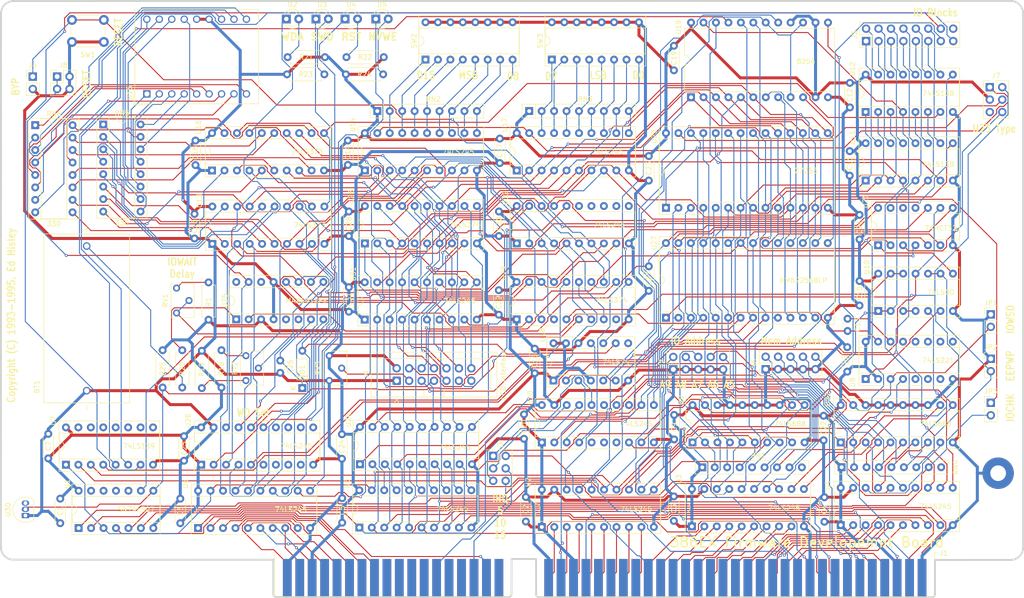
<source format=kicad_pcb>
(kicad_pcb (version 20240108) (generator "pcbnew") (generator_version "8.0")
  (layers (0 "F.Cu" signal) (31 "B.Cu" signal) (34 "B.Paste" user) (35 "F.Paste" user) (36 "B.SilkS" user "B.Silkscreen") (37 "F.SilkS" user "F.Silkscreen") (38 "B.Mask" user) (39 "F.Mask" user) (44 "Edge.Cuts" user))
  (net 0 "")
  (net 1 "GND")
  (net 2 "VCC")
  (net 3 "Net-(U8A-RCext)")
  (net 4 "Net-(U8A-Cext)")
  (net 5 "Net-(D1-K)")
  (net 6 "+5P")
  (net 7 "Net-(D1-A)")
  (net 8 "Net-(D2-A)")
  (net 9 "Net-(D2-K)")
  (net 10 "Net-(D3-A)")
  (net 11 "Net-(D3-K)")
  (net 12 "Net-(D4-K)")
  (net 13 "Net-(D4-A)")
  (net 14 "Net-(D5-A)")
  (net 15 "Net-(D5-K)")
  (net 17 "SD13")
  (net 18 "SD10")
  (net 19 "-IOCS16")
  (net 20 "SD1")
  (net 21 "SA1")
  (net 23 "SA19")
  (net 25 "SD8")
  (net 27 "IRQ15")
  (net 28 "RESDRV")
  (net 29 "SD7")
  (net 30 "SD0")
  (net 31 "SD3")
  (net 34 "-IOW")
  (net 37 "SD5")
  (net 39 "SD4")
  (net 42 "SD14")
  (net 46 "IRQ10")
  (net 48 "14MHz")
  (net 49 "SA12")
  (net 50 "SD15")
  (net 53 "SA0")
  (net 56 "AEN")
  (net 60 "SA17")
  (net 63 "SA6")
  (net 64 "SA11")
  (net 65 "IRQ5")
  (net 66 "SA10")
  (net 68 "SA8")
  (net 69 "SA2")
  (net 71 "SD2")
  (net 72 "-IOCHCK")
  (net 73 "SD11")
  (net 76 "SA9")
  (net 79 "-IOR")
  (net 81 "SA14")
  (net 83 "SA13")
  (net 84 "SA16")
  (net 85 "SA7")
  (net 87 "SD9")
  (net 88 "SA5")
  (net 89 "-SMEMR")
  (net 90 "SA3")
  (net 91 "SD6")
  (net 92 "SD12")
  (net 93 "SA4")
  (net 95 "SA15")
  (net 97 "ALE")
  (net 100 "IOREADY")
  (net 104 "SA18")
  (net 106 "-SMEMW")
  (net 107 "Net-(J2-Pin_6)")
  (net 108 "Net-(J2-Pin_4)")
  (net 109 "Net-(J2-Pin_8)")
  (net 110 "Net-(J2-Pin_2)")
  (net 111 "Net-(J2-Pin_10)")
  (net 112 "-PUSHBUTTON")
  (net 113 "UPIN1")
  (net 114 "-EEPROMWE")
  (net 115 "UPIN27")
  (net 116 "BA14")
  (net 117 "RST_ACT")
  (net 118 "LCD_D6")
  (net 119 "LCD_E")
  (net 120 "LCD_D1")
  (net 121 "LCD_D7")
  (net 122 "LCD_CONTRAST")
  (net 123 "LCD_RS")
  (net 124 "LCD_RW")
  (net 125 "LCD_D0")
  (net 126 "LCD_D3")
  (net 127 "LCD_D2")
  (net 128 "LCD_D5")
  (net 129 "LCD_D4")
  (net 130 "-RD_PORT1A")
  (net 131 "-WR_PORT18")
  (net 132 "-RD_PORT10")
  (net 133 "-RD_PORT14")
  (net 134 "-WR_PORT10")
  (net 135 "-WR_PORT1A")
  (net 136 "-RD_PORT18")
  (net 137 "-RD_PORT16")
  (net 138 "-BLOCK00")
  (net 139 "-BLOCK18")
  (net 140 "-RD_PORT12")
  (net 141 "-WR_PORT12")
  (net 142 "-BLOCK10")
  (net 143 "-WR_PORT16")
  (net 144 "-WR_PORT14")
  (net 145 "PU1_10k_7")
  (net 146 "PU2_10k_7")
  (net 147 "PU2_10k_8")
  (net 148 "-POWER_ALERT")
  (net 149 "Net-(R1-Pad2)")
  (net 150 "Net-(U13-O7)")
  (net 151 "Net-(U15-DP1)")
  (net 152 "Net-(U15-DIG1_A)")
  (net 153 "Net-(U13-O6)")
  (net 154 "Net-(U15-DIG1_B)")
  (net 155 "Net-(U13-O5)")
  (net 156 "Net-(U15-DIG1_C)")
  (net 157 "Net-(U13-O4)")
  (net 158 "Net-(U13-O3)")
  (net 159 "Net-(U15-DIG1_D)")
  (net 160 "Net-(U13-O2)")
  (net 161 "Net-(U15-DIG1_E)")
  (net 162 "Net-(U13-O1)")
  (net 163 "Net-(U15-DIG1_F)")
  (net 164 "Net-(U15-DIG1_G)")
  (net 165 "Net-(U13-O0)")
  (net 166 "Net-(U15-DP2)")
  (net 167 "Net-(U16-O7)")
  (net 168 "Net-(U15-DIG2_A)")
  (net 169 "Net-(U16-O6)")
  (net 170 "Net-(U15-DIG2_B)")
  (net 171 "Net-(U16-O5)")
  (net 172 "Net-(U16-O4)")
  (net 173 "Net-(U15-DIG2_C)")
  (net 174 "Net-(U16-O3)")
  (net 175 "Net-(U15-DIG2_D)")
  (net 176 "Net-(U16-O2)")
  (net 177 "Net-(U15-DIG2_E)")
  (net 178 "Net-(U16-O1)")
  (net 179 "Net-(U15-DIG2_F)")
  (net 180 "Net-(U16-O0)")
  (net 181 "Net-(U15-DIG2_G)")
  (net 182 "Net-(R18-Pad2)")
  (net 183 "Net-(R19-Pad1)")
  (net 184 "Net-(BT1-PadP)")
  (net 185 "Net-(U25-VBATT)")
  (net 186 "DS2400_DI")
  (net 187 "PU1_10k_9")
  (net 188 "Net-(RN2-R3)")
  (net 189 "Net-(RN2-R7)")
  (net 190 "Net-(RN2-R6)")
  (net 191 "Net-(RN2-R4)")
  (net 192 "Net-(RN2-R8)")
  (net 193 "Net-(RN2-R1)")
  (net 194 "Net-(RN2-R2)")
  (net 195 "Net-(RN2-R5)")
  (net 196 "Net-(RN3-R8)")
  (net 197 "Net-(RN3-R6)")
  (net 198 "Net-(RN3-R4)")
  (net 199 "Net-(RN3-R7)")
  (net 200 "Net-(RN3-R3)")
  (net 201 "Net-(RN3-R5)")
  (net 202 "Net-(RN3-R2)")
  (net 203 "Net-(RN3-R1)")
  (net 204 "PU2_10k_9")
  (net 205 "Net-(U25-PFI)")
  (net 206 "DS2400_DO")
  (net 207 "-IOWAIT")
  (net 211 "-BDIOSEL")
  (net 213 "BA5")
  (net 214 "BA4")
  (net 215 "BA0")
  (net 216 "BA6")
  (net 217 "BA3")
  (net 218 "BA1")
  (net 219 "BA7")
  (net 220 "BA2")
  (net 221 "BA12")
  (net 222 "BA15")
  (net 223 "BA11")
  (net 224 "BA10")
  (net 225 "BA9")
  (net 226 "BA8")
  (net 227 "BA13")
  (net 228 "-BIOR")
  (net 229 "BA19")
  (net 230 "BA18")
  (net 231 "BAEN")
  (net 232 "BA16")
  (net 233 "BA17")
  (net 234 "BALE")
  (net 235 "-BIOW")
  (net 236 "BD7")
  (net 237 "BD5")
  (net 238 "BD2")
  (net 239 "BD0")
  (net 240 "BD3")
  (net 241 "BD1")
  (net 242 "BD6")
  (net 243 "BD4")
  (net 244 "BD11")
  (net 245 "BD14")
  (net 246 "BD8")
  (net 247 "BD13")
  (net 248 "BD12")
  (net 249 "BD10")
  (net 250 "BD9")
  (net 251 "BD15")
  (net 252 "NVRAM_WR")
  (net 253 "ENABLE_RAMWR")
  (net 254 "Net-(U8A-~{A})")
  (net 263 "-BLOCK08")
  (net 264 "-RD_PORT1E")
  (net 265 "-RD_PORT1C")
  (net 266 "-WR_PORT1E")
  (net 267 "-WR_PORT1C")
  (net 269 "7MHz")
  (net 270 "Net-(U18A-D)")
  (net 271 "-BSMEMW")
  (net 272 "Net-(U19-OUT1)")
  (net 273 "Net-(U19-OUT0)")
  (net 274 "Net-(U19-OUT2)")
  (net 276 "-BSMEMR")
  (net 277 "-BDMEMSEL")
  (net 278 "Net-(U27-~{CS})")
  (net 280 "-POWER_OK")
  (net 282 "Net-(U27-~{WE})")
  (net 285 "WD_ACT")
  (net 296 "-ENABLE_LCD_D")
  (net 311 "Net-(J5-Pin_3)")
  (net 312 "Net-(J5-Pin_1)")
  (net 313 "Net-(J5-Pin_5)")
  (net 314 "Net-(J6-Pin_10)")
  (net 315 "Net-(J6-Pin_2)")
  (net 316 "Net-(J6-Pin_6)")
  (net 317 "Net-(J6-Pin_8)")
  (net 318 "Net-(J6-Pin_4)")
  (net 327 "Net-(U10-Pad3)")
  (net 328 "Net-(U10-Pad8)")
  (footprint "Connector_PinHeader_2.54mm:PinHeader_1x02_P2.54mm_Vertical" (layer "F.Cu") (at 236 93)
    (property "Reference" "JP1")
    (property "Value" "I/O WS Disable" (hide yes))
  )
  (footprint "Package_DIP:DIP-20_W7.62mm_Socket" (layer "F.Cu") (at 108.265 78.5 90)
    (property "Reference" "U28")
    (property "Value" "74LS374")
  )
  (footprint "Package_DIP:DIP-16_W7.62mm_Socket" (layer "F.Cu") (at 210.47 106.18 90)
    (property "Reference" "U8")
    (property "Value" "74LS221")
  )
  (footprint "Capacitor_THT:C_Disc_D4.3mm_W1.9mm_P5.00mm" (layer "F.Cu") (at 207.25 45.75 -90)
    (property "Reference" "C12")
    (property "Value" "0.1u")
  )
  (footprint "Resistor_THT:R_Axial_DIN0207_L6.3mm_D2.5mm_P7.62mm_Horizontal" (layer "F.Cu") (at 71 100.3 -90)
    (property "Reference" "R20")
    (property "Value" "560Q")
  )
  (footprint "Resistor_THT:R_Axial_DIN0207_L6.3mm_D2.5mm_P7.62mm_Horizontal" (layer "F.Cu") (at 76.375 94.08 90)
    (property "Reference" "R1")
    (property "Value" "2.7kQ")
  )
  (footprint "Package_TO_SOT_THT:TO-92L_Inline" (layer "F.Cu") (at 39 134.04 90)
    (property "Reference" "U30")
    (property "Value" "DS2401+")
  )
  (footprint "Capacitor_THT:C_Disc_D4.3mm_W1.9mm_P5.00mm" (layer "F.Cu") (at 171.335 38.18 -90)
    (property "Reference" "C19")
    (property "Value" "0.1u")
  )
  (footprint "Package_DIP:DIP-20_W7.62mm_Socket" (layer "F.Cu") (at 205.38 136 90)
    (property "Reference" "U4")
    (property "Value" "74LS245")
  )
  (footprint "Display_7Segment:DA56-11SURKWA" (layer "F.Cu") (at 63.78 48 90)
    (property "Reference" "U15")
    (property "Value" "DA56-11EWA")
  )
  (footprint "Package_DIP:DIP-28_W15.24mm_Socket" (layer "F.Cu") (at 169.71 93.68 90)
    (property "Reference" "U27")
    (property "Value" "HM62256BLP")
  )
  (footprint "Package_DIP:DIP-20_W7.62mm_Socket" (layer "F.Cu") (at 77.14 78.6 90)
    (property "Reference" "U13")
    (property "Value" "74LS373")
  )
  (footprint "LED_THT:LED_D3.0mm" (layer "F.Cu") (at 110.5 32.7)
    (property "Reference" "D5")
    (property "Value" "Amber" (hide yes))
  )
  (footprint "Capacitor_THT:C_Disc_D4.3mm_W1.9mm_P5.00mm" (layer "F.Cu") (at 70.6 135.6 90)
    (property "Reference" "C6")
    (property "Value" "0.1u")
  )
  (footprint "Package_DIP:DIP-20_W7.62mm_Socket" (layer "F.Cu") (at 108.24 94.06 90)
    (property "Reference" "U31")
    (property "Value" "74LS245")
  )
  (footprint "Package_DIP:DIP-28_W15.24mm_Socket" (layer "F.Cu") (at 169.71 71.24 90)
    (property "Reference" "U23")
    (property "Value" "27256")
  )
  (footprint "Capacitor_THT:C_Disc_D4.3mm_W1.9mm_P5.00mm" (layer "F.Cu") (at 73.5 72.5 -90)
    (property "Reference" "C15")
    (property "Value" "0.1u")
  )
  (footprint "Capacitor_THT:C_Disc_D4.3mm_W1.9mm_P5.00mm" (layer "F.Cu") (at 105 72 -90)
    (property "Reference" "C28")
    (property "Value" "0.1u")
  )
  (footprint "Potentiometer_THT:Potentiometer_Bourns_3266W_Vertical" (layer "F.Cu") (at 69.835 87.62 90)
    (property "Reference" "RV1")
    (property "Value" "25k")
  )
  (footprint "Capacitor_THT:C_Disc_D4.3mm_W1.9mm_P5.00mm" (layer "F.Cu") (at 209.21 86.18 -90)
    (property "Reference" "C10")
    (property "Value" "0.1u")
  )
  (footprint "Package_DIP:DIP-20_W7.62mm_Socket" (layer "F.Cu") (at 107.265 123.57 90)
    (property "Reference" "U24")
    (property "Value" "74LS245")
  )
  (footprint "Connector_IDC:IDC-Header_2x07_P2.54mm_Vertical" (layer "F.Cu") (at 114.76 106.54 90)
    (property "Reference" "J9")
    (property "Value" "LCD Interface")
  )
  (footprint "LED_THT:LED_D3.0mm" (layer "F.Cu") (at 92.235 32.7)
    (property "Reference" "D2")
    (property "Value" "Green" (hide yes))
  )
  (footprint "Package_DIP:DIP-20_W7.62mm_Socket" (layer "F.Cu") (at 205.38 119.12 90)
    (property "Reference" "U22")
    (property "Value" "74LS688")
  )
  (footprint "Capacitor_THT:C_Disc_D4.3mm_W1.9mm_P5.00mm" (layer "F.Cu") (at 105 87.44 -90)
    (property "Reference" "C31")
    (property "Value" "0.1u")
  )
  (footprint "Package_DIP:DIP-16_W7.62mm_Socket" (layer "F.Cu") (at 146.42 41 90)
    (property "Reference" "SW3")
    (property "Value" "SW_DIP_x08" (hide yes))
  )
  (footprint "Connector_PinHeader_2.54mm:PinHeader_2x05_P2.54mm_Vertical" (layer "F.Cu") (at 171.21 104.22 90)
    (property "Reference" "J2")
    (property "Value" "IOADDR" (hide yes))
  )
  (footprint "Resistor_THT:R_Array_SIP9" (layer "F.Cu") (at 177.125 124.2)
    (property "Reference" "RN1")
    (property "Value" "10k")
  )
  (footprint "LED_THT:LED_D3.0mm" (layer "F.Cu") (at 104.235 32.7)
    (property "Reference" "D4")
    (property "Value" "Red" (hide yes))
  )
  (footprint "Capacitor_THT:C_Disc_D4.3mm_W1.9mm_P5.00mm" (layer "F.Cu") (at 73.7 57.52 -90)
    (property "Reference" "C16")
    (property "Value" "0.1u")
  )
  (footprint "Keystone:BAT_2485" (layer "F.Cu") (at 51.5 93.8 90)
    (property "Reference" "BT1")
    (property "Value" "3.6vL")
  )
  (footprint "Package_DIP:DIP-20_W7.62mm_Socket" (layer "F.Cu") (at 74.865 123.67 90)
    (property "Reference" "U26")
    (property "Value" "74LS245")
  )
  (footprint "Connector_PinHeader_2.54mm:PinHeader_2x02_P2.54mm_Vertical" (layer "F.Cu") (at 45.46 44.46)
    (property "Reference" "J8")
    (property "Value" "RESET" (hide yes))
  )
  (footprint "Connector_PinHeader_2.54mm:PinHeader_2x05_P2.54mm_Vertical" (layer "F.Cu") (at 190.05 104.18 90)
    (property "Reference" "J6")
    (property "Value" "MEMADDR" (hide yes))
  )
  (footprint "Capacitor_THT:C_Disc_D4.3mm_W1.9mm_P5.00mm" (layer "F.Cu") (at 166.21 60.68 -90)
    (property "Reference" "C23")
    (property "Value" "0.1u")
  )
  (footprint "Package_DIP:DIP-20_W7.62mm_Socket" (layer "F.Cu") (at 175 136.25 90)
    (property "Reference" "U3")
    (property "Value" "74LS245")
  )
  (footprint "Potentiometer_THT:Potentiometer_Bourns_3266W_Vertical" (layer "F.Cu") (at 101 101.42 90)
    (property "Reference" "RV3")
    (property "Value" "2.5k")
  )
  (footprint "Capacitor_THT:C_Disc_D4.3mm_W1.9mm_P5.00mm" (layer "F.Cu") (at 142.935 105 90)
    (property "Reference" "C18")
    (property "Value" "0.1u")
  )
  (footprint "Connector_PinHeader_2.54mm:PinHeader_1x02_P2.54mm_Vertical" (layer "F.Cu") (at 40.5 44.46)
    (property "Reference" "J4")
    (property "Value" "FP Keylock" (hide yes))
  )
  (footprint "Connector_PCBEdge:BUS_AT" (layer "F.Cu") (at 221.975 146.71)
    (property "Reference" "J1")
    (property "Value" "Bus_ISA_16bit" (hide yes))
  )
  (footprint "Capacitor_THT:C_Disc_D4.3mm_W1.9mm_P5.00mm" (layer "F.Cu") (at 104.805 57.5 -90)
    (property "Reference" "C14")
    (property "Value" "0.1u")
  )
  (footprint "Package_DIP:DIP-20_W7.62mm_Socket" (layer "F.Cu") (at 139.265 78.5 90)
    (property "Reference" "U32")
    (property "Value" "74LS245")
  )
  (footprint "Resistor_THT:R_Array_SIP9" (layer "F.Cu") (at 205.56 124.18)
    (property "Reference" "RN4")
    (property "Value" "10k")
  )
  (footprint "Capacitor_THT:C_Disc_D4.3mm_W1.9mm_P5.00mm" (layer "F.Cu") (at 43.66 122.37 90)
    (property "Reference" "C7")
    (property "Value" "0.1u")
  )
  (footprint "Package_DIP:DIP-20_W7.62mm_Socket" (layer "F.Cu") (at 144.38 136.38 90)
    (property "Reference" "U2")
    (property "Value" "74LS245")
  )
  (footprint "Capacitor_THT:C_Disc_D4.3mm_W1.9mm_P5.00mm" (layer "F.Cu") (at 135.625 72 -90)
    (property "Reference" "C30")
    (property "Value" "0.1u")
  )
  (footprint "LED_THT:LED_D3.0mm" (layer "F.Cu") (at 98.275 32.7)
    (property "Reference" "D3")
    (property "Value" "Amber" (hide yes))
  )
  (footprint "Package_DIP:DIP-16_W7.62mm_Socket" (layer "F.Cu") (at 82.02 94 90)
    (property "Reference" "U25")
    (property "Value" "MAX691xPE")
  )
  (footprint "Resistor_THT:R_Axial_DIN0207_L6.3mm_D2.5mm_P7.62mm_Horizontal" (layer "F.Cu") (at 100.12 40.5 180)
    (property "Reference" "R21")
    (property "Value" "330Q")
  )
  (footprint "Capacitor_THT:C_Disc_D4.3mm_W1.9mm_P5.00mm" (layer "F.Cu") (at 202.04 135.31 90)
    (property "Reference" "C4")
    (property "Value" "0.1u")
  )
  (footprint "Package_DIP:DIP-16_W7.62mm_Socket" (layer "F.Cu") (at 54.88 54.22)
    (property "Reference" "RN5")
    (property "Value" "330")
  )
  (footprint "Package_DIP:DIP-20_W7.62mm_Socket" (layer "F.Cu") (at 108.265 63.62 90)
    (property "Reference" "U14")
    (property "Value" "74LS245")
  )
  (footprint "Connector_PinHeader_2.54mm:PinHeader_1x02_P2.54mm_Vertical" (layer "F.Cu") (at 236 111.04)
    (property "Reference" "JP3")
    (property "Value" "IOCHCK Enable" (hide yes))
  )
  (footprint "Package_DIP:DIP-20_W7.62mm_Socket" (layer "F.Cu") (at 144.38 119.12 90)
    (property "Reference" "U20")
    (property "Value" "74LS245")
  )
  (footprint "MountingHole:MountingHole_3.2mm_M3" (layer "F.Cu") (at 237.5 34)
    (property "Reference" "H3" (hide yes))
    (property "Value" "MountingHole" (hide yes))
  )
  (footprint "Package_DIP:DIP-14_W7.62mm_Socket" (layer "F.Cu") (at 146.76 106.5 90)
    (property "Reference" "U18")
    (property "Value" "74LS74")
  )
  (footprint "Package_DIP:DIP-16_W7.62mm_Socket" (layer "F.Cu") (at 47.26 123.67 90)
    (property "Reference" "U7")
    (property "Value" "74LS139")
  )
  (footprint "Package_DIP:DIP-20_W7.62mm_Socket" (layer "F.Cu") (at 139.24 94 90)
    (property "Reference" "U29")
    (property "Value" "74LS374")
  )
  (footprint "MountingHole:MountingHole_3.2mm_M3" (layer "F.Cu") (at 237.5 65.1)
    (property "Reference" "H5" (hide yes))
    (property "Value" "MountingHole" (hide yes))
  )
  (footprint "Capacitor_THT:C_Disc_D3.0mm_W1.6mm_P2.50mm" (layer "F.Cu") (at 206.775 93.88 -90)
    (property "Reference" "C13")
    (property "Value" "47p")
  )
  (footprint "Connector_PinHeader_2.54mm:PinHeader_2x03_P2.54mm_Vertical" (layer "F.Cu") (at 134.46 121.88)
    (property "Reference" "J5")
    (property "Value" "IRQ" (hide yes))
  )
  (footprint "Capacitor_THT:C_Disc_D4.3mm_W1.9mm_P5.00mm" (layer "F.Cu") (at 46.1 130.6 -90)
    (property "Reference" "C1")
    (property "Value" "0.1u")
  )
  (footprint "Package_DIP:DIP-20_W7.62mm_Socket" (layer "F.Cu") (at 107.14 136.5 90)
    (property "Reference" "U5")
    (property "Value" "74LS245")
  )
  (footprint "Package_DIP:DIP-16_W7.62mm_Socket" (layer "F.Cu") (at 210.47 65.68 90)
    (property "Reference" "U11")
    (property "Value" "74LS138")
  )
  (footprint "Capacitor_THT:C_Disc_D4.3mm_W1.9mm_P5.00mm" (layer "F.Cu") (at 141.12 135.26 90)
    (property "Reference" "C2")
    (property "Value" "0.1u")
  )
  (footprint "Capacitor_THT:C_Disc_D4.3mm_W1.9mm_P5.00mm" (layer "F.Cu") (at 140.74 113.38 -90)
    (property "Reference" "C20")
    (property "Value" "0.1u")
  )
  (footprint "Connector_PinHeader_2.54mm:PinHeader_1x02_P2.54mm_Vertical" (layer "F.Cu") (at 236 102.04)
    (property "Reference" "JP2")
    (property "Value" "EEPROM W/P" (hide yes))
  )
  (footprint "Capacitor_THT:C_Disc_D4.3mm_W1.9mm_P5.00mm" (layer "F.Cu") (at 207.21 59.68 -90)
    (property "Reference" "C11")
    (property "Value" "0.1u")
  )
  (footprint "Capacitor_THT:C_Disc_D4.3mm_W1.9mm_P5.00mm" (layer "F.Cu") (at 206.71 104.68 90)
    (property "Reference" "C8")
    (property "Value" "0.1u")
  )
  (footprint "Resistor_THT:R_Array_SIP9" (layer "F.Cu") (at 110.805 51.5)
    (property "Reference" "RN2")
    (property "Value" "10k")
  )
  (footprint "Capacitor_THT:C_Disc_D4.3mm_W1.9mm_P5.00mm" (layer "F.Cu") (at 209.21 77.68 90)
    (property "Reference" "C21")
    (property "Value" "0.1u")
  )
  (footprint "Capacitor_THT:C_Disc_D4.3mm_W1.9mm_P5.00mm" (layer "F.Cu") (at 103.64 135.5 90)
    (property "Reference" "C5")
    (property "Value" "0.1u")
  )
  (footprint "Capacitor_THT:C_Disc_D4.3mm_W1.9mm_P5.00mm" (layer "F.Cu") (at 103.585 117.45 -90)
    (property "Reference" "C24")
    (property "Value" "0.1u")
  )
  (footprint "Button_Switch_THT:SW_PUSH_6mm" (layer "F.Cu") (at 55 37.4 180)
    (property "Reference" "SW1")
    (property "Value" "SW_Push" (hide yes))
  )
  (footprint "Package_DIP:DIP-16_W7.62mm_Socket" (layer "F.Cu") (at 120.64 41 90)
    (property "Reference" "SW2")
    (property "Value" "SW_DIP_x08" (hide yes))
  )
  (footprint "Capacitor_THT:C_Disc_D4.3mm_W1.9mm_P5.00mm" (layer "F.Cu") (at 166.21 83.18 -90)
    (property "Reference" "C27")
    (property "Value" "0.1u")
  )
  (footprint "Capacitor_THT:C_Disc_D4.3mm_W1.9mm_P5.00mm" (layer "F.Cu") (at 201.88 113.68 -90)
    (property "Reference" "C22")
    (property "Value" "0.1u")
  )
  (footprint "Package_DIP:DIP-20_W7.62mm_Socket" (layer "F.Cu") (at 74.24 136.6 90)
    (property "Reference" "U6")
    (property "Value" "74LS245")
  )
  (footprint "Capacitor_THT:C_Disc_D4.3mm_W1.9mm_P5.00mm" (layer "F.Cu") (at 71.365 117.85 -90)
    (property "Reference" "C25")
    (property "Value" "0.1u")
  )
  (footprint "Capacitor_THT:C_Disc_D4.3mm_W1.9mm_P5.00mm" (layer "F.Cu") (at 135.805 57.12 -90)
    (property "Reference" "C17")
    (property "Value" "0.1u")
  )
  (footprint "Package_DIP:DIP-20_W7.62mm_Socket" (layer "F.Cu") (at 77.08 63.62 90)
    (property "Reference" "U16")
    (property "Value" "74LS373")
  )
  (footprint "Capacitor_THT:C_Disc_D4.3mm_W1.9mm_P5.00mm" (layer "F.Cu") (at 135.6 88.06 -90)
    (property "Reference" "C29")
    (property "Value" "0.1u")
  )
  (footprint "Resistor_THT:R_Axial_DIN0207_L6.3mm_D2.5mm_P7.62mm_Horizontal" (layer "F.Cu") (at 75 108.04 90)
    (property "Reference" "R19")
    (property "Value" "15kQ")
  )
  (footprint "MountingHole:MountingHole_3.2mm_M3_Pad" (layer "F.Cu") (at 237.5 125.4)
    (property "Reference" "H1" (hide yes))
    (property "Value" "MountingHole_Pad" (hide yes))
  )
  (footprint "Package_DIP:DIP-24_W15.24mm" (layer "F.Cu") (at 174.835 48.68 90)
    (property "Reference" "U19")
    (property "Value" "8254")
  )
  (footprint "Package_DIP:DIP-14_W7.62mm_Socket" (layer "F.Cu") (at 213.01 78.88 90)
    (property "Reference" "U21")
    (property "Value" "74HCT32")
  )
  (footprint "Resistor_THT:R_Axial_DIN0207_L6.3mm_D2.5mm_P7.62mm_Horizontal" (layer "F.Cu") (at 92.38 44)
    (property "Reference" "R23")
    (property "Value" "330Q")
  )
  (footprint "Resistor_THT:R_Axial_DIN0207_L6.3mm_D2.5mm_P7.62mm_Horizontal" (layer "F.Cu") (at 79 107.92 90)
    (property "Reference" "R18")
    (property "Value" "45kQ")
  )
  (footprint "Package_DIP:DIP-14_W7.62mm_Socket" (layer "F.Cu") (at 213.035 92.3 90)
    (property "Reference" "U10")
    (property "Value" "74LS00")
  )
  (footprint "Capacitor_THT:C_Disc_D4.3mm_W1.9mm_P5.00mm" (layer "F.Cu") (at 171.32 135.13 90)
    (property "Reference" "C3")
    (property "Value" "0.1u")
  )
  (footprint "MountingHole:MountingHole_3.2mm_M3" (layer "F.Cu") (at 237.5 137.9)
    (property "Reference" "H4" (hide yes))
    (property "Value" "MountingHole" (hide yes))
  )
  (footprint "Potentiometer_THT:Potentiometer_Bourns_3266W_Vertical" (layer "F.Cu") (at 84 101.42 90)
    (property "Reference" "RV2")
    (property "Value" "2.5k")
  )
  (footprint "Connector_PinHeader_2.54mm:PinHeader_2x03_P2.54mm_Vertical" (layer "F.Cu") (at 235.8 46.62)
    (property "Reference" "J7")
    (property "Value" "Memory" (hide yes))
  )
  (footprint "Capacitor_THT:C_Disc_D3.0mm_W1.6mm_P2.50mm" (layer "F.Cu") (at 91 102.42 -90)
    (property "Reference" "C26")
    (property "Value" "1nF")
  )
  (footprint "Package_DIP:DIP-20_W7.62mm_Socket" (layer "F.Cu") (at 175.14 119.12 90)
    (property "Reference" "U9")
    (property "Value" "74LS688")
  )
  (footprint "Capacitor_THT:C_Disc_D4.3mm_W1.9mm_P5.00mm" (layer "F.Cu") (at 171.38 113.5 -90)
    (property "Reference" "C9")
    (property "Value" "0.1u")
  )
  (footprint "Package_DIP:DIP-20_W7.62mm_Socket" (layer "F.Cu") (at 139.265 63.62 90)
    (property "Reference" "U17")
    (property "Value" "74LS245")
  )
  (footprint "Package_DIP:DIP-16_W7.62mm_Socket" (layer "F.Cu") (at 210.47 51.68 90)
    (property "Reference" "U12")
    (property "Value" "74LS138")
  )
  (footprint "Resistor_THT:R_Axial_DIN0207_L6.3mm_D2.5mm_P7.62mm_Horizontal" (layer "F.Cu") (at 112.12 40.5 180)
    (property "Reference" "R22")
    (property "Value" "330Q")
  )
  (footprint "Connector_PinHeader_2.54mm:PinHeader_2x08_P2.54mm_Vertical" (layer "F.Cu") (at 210.55 37.22 90)
    (property "Reference" "J3")
    (property "Value" "IO Blocks" (hide yes))
  )
  (footprint "Resistor_THT:R_Array_SIP9" (layer "F.Cu") (at 141.805 51.5)
    (property "Reference" "RN3")
    (property "Value" "10k")
  )
  (footprint "Resistor_THT:R_Axial_DIN0207_L6.3mm_D2.5mm_P7.62mm_Horizontal" (layer "F.Cu") (at 104.38 44)
    (property "Reference" "R24")
    (property "Value" "330Q")
  )
  (footprint "Resistor_THT:R_Axial_DIN0207_L6.3mm_D2.5mm_P7.62mm_Horizontal" (layer "F.Cu") (at 67 100.3 -90)
    (property "Reference" "R25")
    (property "Value" "4.7kQ")
  )
  (footprint "Diode_THT:D_DO-35_SOD27_P7.62mm_Horizontal" (layer "F.Cu") (at 95.5 108.04 90)
    (property "Reference" "D1")
    (property "Value" "1N4148")
  )
  (footprint "MountingHole:MountingHole_3.2mm_M3" (layer "F.Cu") (at 39.7 34)
    (property "Reference" "H2" (hide yes))
    (property "Value" "MountingHole" (hide yes))
  )
  (footprint "Package_DIP:DIP-16_W7.62mm_Socket" (layer "F.Cu") (at 41 54.38)
    (property "Reference" "RN6")
    (property "Value" "330")
  )
  (footprint "Package_DIP:DIP-14_W7.62mm_Socket" (layer "F.Cu") (at 49.86 136.6 90)
    (property "Reference" "U1")
    (property "Value" "SN74LS07")
  )
  (gr_line (start 143.849013 150.705987) (end 223.97 150.725) (stroke (width 0.381)) (layer "Edge.Cuts"))
  (gr_line (start 90.21 150.68) (end 137.550987 150.7) (stroke (width 0.381)) (layer "Edge.Cuts"))
  (gr_arc (start 143.849013 150.705987) (mid 143.4 150.52) (end 143.214013 150.070987) (stroke (width 0.381)) (layer "Edge.Cuts"))
  (gr_line (start 242.59 31.565) (end 242.59 140.56) (stroke (width 0.381)) (layer "Edge.Cuts"))
  (gr_arc (start 138.185987 150.065) (mid 138 150.514013) (end 137.550987 150.7) (stroke (width 0.381)) (layer "Edge.Cuts"))
  (gr_line (start 138.2 142.9) (end 143.2 142.9) (stroke (width 0.381)) (layer "Edge.Cuts"))
  (gr_line (start 224.605 143.105) (end 240.05 143.1) (stroke (width 0.381)) (layer "Edge.Cuts"))
  (gr_arc (start 36.54 143.043949) (mid 34.743949 142.3) (end 34 140.503949) (stroke (width 0.381)) (layer "Edge.Cuts"))
  (gr_line (start 224.605 143.105) (end 224.605 150.09) (stroke (width 0.381)) (layer "Edge.Cuts"))
  (gr_arc (start 90.21 150.68) (mid 89.760987 150.494013) (end 89.575 150.045) (stroke (width 0.381)) (layer "Edge.Cuts"))
  (gr_arc (start 224.605 150.09) (mid 224.419013 150.539013) (end 223.97 150.725) (stroke (width 0.381)) (layer "Edge.Cuts"))
  (gr_line (start 34 140.503949) (end 34.016051 31.591051) (stroke (width 0.381)) (layer "Edge.Cuts"))
  (gr_arc (start 34.016051 31.591051) (mid 34.759999 29.794999) (end 36.556051 29.051051) (stroke (width 0.381)) (layer "Edge.Cuts"))
  (gr_arc (start 240.05 29.025) (mid 241.846051 29.768949) (end 242.59 31.565) (stroke (width 0.381)) (layer "Edge.Cuts"))
  (gr_arc (start 242.59 140.56) (mid 241.846051 142.356051) (end 240.05 143.1) (stroke (width 0.381)) (layer "Edge.Cuts"))
  (gr_line (start 89.575 143.06) (end 89.575 150.045) (stroke (width 0.381)) (layer "Edge.Cuts"))
  (gr_line (start 36.556051 29.051051) (end 240.05 29.025) (stroke (width 0.381)) (layer "Edge.Cuts"))
  (gr_line (start 36.54 143.043949) (end 89.575 143.06) (stroke (width 0.381)) (layer "Edge.Cuts"))
  (gr_line (start 138.185987 150.065) (end 138.2 142.9) (stroke (width 0.381)) (layer "Edge.Cuts"))
  (gr_line (start 143.214013 150.070987) (end 143.2 142.9) (stroke (width 0.381)) (layer "Edge.Cuts"))
  (gr_text "386EX Firmware Developemnt Board" (at 198.5 139.5 0) (layer "F.SilkS") (effects (font (size 2.032 2.032) (thickness 0.3048))))
  (gr_text "D7" (at 146.3 44.4 0) (layer "F.SilkS") (effects (font (size 1.524 1.27) (thickness 0.254))))
  (gr_text "U23 Type" (at 236.7 55.1 0) (layer "F.SilkS") (effects (font (size 1.524 1.27) (thickness 0.254))))
  (gr_text "RESET" (at 58 35.4 90) (layer "F.SilkS") (effects (font (size 1.524 1.27) (thickness 0.254))))
  (gr_text "EEPWP" (at 240 103.5 90) (layer "F.SilkS") (effects (font (size 1.524 1.27) (thickness 0.254))))
  (gr_text "SWD" (at 97.065 37.2 0) (layer "F.SilkS") (effects (font (size 1.5 1.5) (thickness 0.3) (bold yes)) (justify left bottom)))
  (gr_text "WD Set\n" (at 85.5 113.04 0) (layer "F.SilkS") (effects (font (size 1.524 1.27) (thickness 0.254))))
  (gr_text "IO Address" (at 175.775 98.38 0) (layer "F.SilkS") (effects (font (size 1.524 1.27) (thickness 0.254))))
  (gr_text "IOCHK" (at 240 112 90) (layer "F.SilkS") (effects (font (size 1.524 1.27) (thickness 0.254))))
  (gr_text "IO Blocks" (at 224.7 31.4 0) (layer "F.SilkS") (effects (font (size 1.524 1.27) (thickness 0.254))))
  (gr_text "LSB" (at 155.905 44.2 0) (layer "F.SilkS") (effects (font (size 1.524 1.27) (thickness 0.254))))
  (gr_text "Copyright (C) 1993-1995, Ed Nisley" (at 36.1 93.2 90) (layer "F.SilkS") (effects (font (size 1.524 1.27) (thickness 0.254))))
  (gr_text "RST" (at 103.275 37.2 0) (layer "F.SilkS") (effects (font (size 1.5 1.5) (thickness 0.3) (bold yes)) (justify left bottom)))
  (gr_text "D15" (at 120.7 44.2 0) (layer "F.SilkS") (effects (font (size 1.524 1.27) (thickness 0.254))))
  (gr_text "D8" (at 138.5 44.4 0) (layer "F.SilkS") (effects (font (size 1.524 1.27) (thickness 0.254))))
  (gr_text "NVWE" (at 108.775 37.2 0) (layer "F.SilkS") (effects (font (size 1.5 1.5) (thickness 0.3) (bold yes)) (justify left bottom)))
  (gr_text "Mem Address" (at 195.275 98.38 0) (layer "F.SilkS") (effects (font (size 1.524 1.27) (thickness 0.254))))
  (gr_text "WDA" (at 91.065 37.2 0) (layer "F.SilkS") (effects (font (size 1.5 1.5) (thickness 0.3) (bold yes)) (justify left bottom)))
  (gr_text "A9 A8 A7 A6 A5" (at 176.1 107.3 0) (layer "F.SilkS") (effects (font (size 1.524 1.27) (thickness 0.254))))
  (gr_text "IOWAIT\nDelay" (at 71 83.5 0) (layer "F.SilkS") (effects (font (size 1.524 1.27) (thickness 0.254))))
  (gr_text "BYP" (at 37 46.5 90) (layer "F.SilkS") (effects (font (size 1.524 1.27) (thickness 0.254))))
  (gr_text "D0" (at 164.1 44.2 0) (layer "F.SilkS") (effects (font (size 1.524 1.27) (thickness 0.254))))
  (gr_text "IRQ\n5\n10\n15" (at 135.9 134.3 0) (layer "F.SilkS") (effects (font (size 1.524 1.27) (thickness 0.254))))
  (gr_text "IOWSD" (at 240 94 90) (layer "F.SilkS") (effects (font (size 1.524 1.27) (thickness 0.254))))
  (gr_text "RESET" (at 51.5 46 90) (layer "F.SilkS") (effects (font (size 1.524 1.27) (thickness 0.254))))
  (gr_text "MSB" (at 129.405 44.2 0) (layer "F.SilkS") (effects (font (size 1.524 1.27) (thickness 0.254))))
  (segment (start 138.42 33.38) (end 135.88 33.38) (width 0.6096) (layer "F.Cu") (net 1))
  (segment (start 209.21 91.18) (end 205.23 91.18) (width 0.6096) (layer "F.Cu") (net 1))
  (segment (start 198.44 118.68) (end 198 119.12) (width 0.6096) (layer "F.Cu") (net 1))
  (segment (start 138.42 33.38) (end 146.42 33.38) (width 0.6096) (layer "F.Cu") (net 1))
  (segment (start 229.5859 106.18) (end 231.86 106.18) (width 0.6096) (layer "F.Cu") (net 1))
  (segment (start 76.04 77.5) (end 73.5 77.5) (width 0.6096) (layer "F.Cu") (net 1))
  (segment (start 213 111.5) (end 215.54 111.5) (width 0.6096) (layer "F.Cu") (net 1))
  (segment (start 167.24 119.12) (end 167.86 118.5) (width 0.6096) (layer "F.Cu") (net 1))
  (segment (start 143.1321 100.1971) (end 150.5229 100.1971) (width 0.6096) (layer "F.Cu") (net 1))
  (segment (start 166.21 65.68) (end 164.185 65.68) (width 0.6096) (layer "F.Cu") (net 1))
  (segment (start 197.67 104.18) (end 200.21 104.18) (width 0.6096) (layer "F.Cu") (net 1))
  (segment (start 95.2634 92.0034) (end 89.64 86.38) (width 0.6096) (layer "F.Cu") (net 1))
  (segment (start 171.335 43.18) (end 164.2 36.045) (width 0.6096) (layer "F.Cu") (net 1))
  (segment (start 91 104.92) (end 92.58 106.5) (width 0.6096) (layer "F.Cu") (net 1))
  (segment (start 229.5859 117.7741) (end 228.24 119.12) (width 0.6096) (layer "F.Cu") (net 1))
  (segment (start 135.88 33.38) (end 133.34 33.38) (width 0.6096) (layer "F.Cu") (net 1))
  (segment (start 146.42 33.38) (end 148.96 33.38) (width 0.6096) (layer "F.Cu") (net 1))
  (segment (start 98.945 122.45) (end 97.725 123.67) (width 0.6096) (layer "F.Cu") (net 1))
  (segment (start 218.08 111.5) (end 220.62 111.5) (width 0.6096) (layer "F.Cu") (net 1))
  (segment (start 231.86 106.18) (end 236 102.04) (width 0.6096) (layer "F.Cu") (net 1))
  (segment (start 202.0235 104.18) (end 207.1659 109.3224) (width 0.6096) (layer "F.Cu") (net 1))
  (segment (start 77.14 78.6) (end 81.1909 82.6509) (width 0.6096) (layer "F.Cu") (net 1))
  (segment (start 135.315 118.38) (end 130.125 123.57) (width 0.6096) (layer "F.Cu") (net 1))
  (segment (start 164.185 65.68) (end 162.125 63.62) (width 0.6096) (layer "F.Cu") (net 1))
  (segment (start 171.32 130.13) (end 170.1963 130.13) (width 0.6096) (layer "F.Cu") (net 1))
  (segment (start 105 92.44) (end 104.5634 92.0034) (width 0.6096) (layer "F.Cu") (net 1))
  (segment (start 159.12 33.38) (end 161.66 33.38) (width 0.6096) (layer "F.Cu") (net 1))
  (segment (start 201.88 118.68) (end 198.44 118.68) (width 0.6096) (layer "F.Cu") (net 1))
  (segment (start 210.46 111.5) (end 213 111.5) (width 0.6096) (layer "F.Cu") (net 1))
  (segment (start 38.8476 51.389) (end 41.8683 48.3683) (width 0.6096) (layer "F.Cu") (net 1))
  (segment (start 159.9976 108.5024) (end 149.9176 108.5024) (width 0.6096) (layer "F.Cu") (net 1))
  (segment (start 215.54 111.5) (end 218.08 111.5) (width 0.6096) (layer "F.Cu") (net 1))
  (segment (start 65.86 122.85) (end 71.365 122.85) (width 0.6096) (layer "F.Cu") (net 1))
  (segment (start 79.794 105.214) (end 90.706 105.214) (width 0.6096) (layer "F.Cu") (net 1))
  (segment (start 159.61 96.49) (end 162.1 94) (width 0.6096) (layer "F.Cu") (net 1))
  (segment (start 103.685 63.62) (end 104.805 62.5) (width 0.6096) (layer "F.Cu") (net 1))
  (segment (start 136.54 94) (end 135.6 93.06) (width 0.6096) (layer "F.Cu") (net 1))
  (segment (start 135.6 93.06) (end 132.1 93.06) (width 0.6096) (layer "F.Cu") (net 1))
  (segment (start 170.1963 130.13) (end 169.4038 130.9225) (width 0.6096) (layer "F.Cu") (net 1))
  (segment (start 148.96 33.38) (end 151.5 33.38) (width 0.6096) (layer "F.Cu") (net 1))
  (segment (start 178.83 104.22) (end 176.29 104.22) (width 0.6096) (layer "F.Cu") (net 1))
  (segment (start 187.84 111.5) (end 190.38 111.5) (width 0.6096) (layer "F.Cu") (net 1))
  (segment (start 190.38 111.5) (end 192.92 111.5) (width 0.6096) (layer "F.Cu") (net 1))
  (segment (start 164.2 36.045) (end 164.2 33.38) (width 0.6096) (layer "F.Cu") (net 1))
  (segment (start 46.6317 48.3683) (end 41.8683 48.3683) (width 0.6096) (layer "F.Cu") (net 1))
  (segment (start 81.1909 82.6509) (end 85.9109 82.6509) (width 0.6096) (layer "F.Cu") (net 1))
  (segment (start 171.0759 104.3541) (end 171.21 104.22) (width 0.6096) (layer "F.Cu") (net 1))
  (segment (start 229.5859 106.18) (end 229.5859 117.7741) (width 0.6096) (layer "F.Cu") (net 1))
  (segment (start 137.765 62.12) (end 139.265 63.62) (width 0.6096) (layer "F.Cu") (net 1))
  (segment (start 169.4038 130.9225) (end 149.0825 130.9225) (width 0.6096) (layer "F.Cu") (net 1))
  (segment (start 162 106.5) (end 164.1459 104.3541) (width 0.6096) (layer "F.Cu") (net 1))
  (segment (start 104.5634 92.0034) (end 95.2634 92.0034) (width 0.6096) (layer "F.Cu") (net 1))
  (segment (start 141.12 130.26) (end 145.42 130.26) (width 0.6096) (layer "F.Cu") (net 1))
  (segment (start 204.17 72.68) (end 202.73 71.24) (width 0.6096) (layer "F.Cu") (net 1))
  (segment (start 140.74 118.38) (end 135.315 118.38) (width 0.6096) (layer "F.Cu") (net 1))
  (segment (start 130.8 33.38) (end 133.34 33.38) (width 0.6096) (layer "F.Cu") (net 1))
  (segment (start 132.625 62.12) (end 135.805 62.12) (width 0.6096) (layer "F.Cu") (net 1))
  (segment (start 205.18 48.68) (end 207.25 50.75) (width 0.6096) (layer "F.Cu") (net 1))
  (segment (start 142.935 100) (end 143.1321 100.1971) (width 0.6096) (layer "F.Cu") (net 1))
  (segment (start 66.897 106.1428) (end 65.691 107.3488) (width 0.6096) (layer "F.Cu") (net 1))
  (segment (start 205.99 130.31) (end 207.92 128.38) (width 0.6096) (layer "F.Cu") (net 1))
  (segment (start 69.2772 106.1428) (end 66.897 106.1428) (width 0.6096) (layer "F.Cu") (net 1))
  (segment (start 151.84 98.88) (end 154.23 96.49) (width 0.6096) (layer "F.Cu") (net 1))
  (segment (start 131.125 63.62) (end 132.625 62.12) (width 0.6096) (layer "F.Cu") (net 1))
  (segment (start 182.76 111.5) (end 185.3 111.5) (width 0.6096) (layer "F.Cu") (net 1))
  (segment (start 77.14 78.6) (end 76.04 77.5) (width 0.6096) (layer "F.Cu") (net 1))
  (segment (start 65.04 123.67) (end 65.86 122.85) (width 0.6096) (layer "F.Cu") (net 1))
  (segment (start 103.585 122.45) (end 98.945 122.45) (width 0.6096) (layer "F.Cu") (net 1))
  (segment (start 128.26 33.38) (end 130.8 33.38) (width 0.6096) (layer "F.Cu") (net 1))
  (segment (start 92.58 106.5) (end 101 106.5) (width 0.6096) (layer "F.Cu") (net 1))
  (segment (start 72.759 111.404) (end 77.405 116.05) (width 0.6096) (layer "F.Cu") (net 1))
  (segment (start 195.13 104.18) (end 192.59 104.18) (width 0.6096) (layer "F.Cu") (net 1))
  (segment (start 99.94 63.62) (end 103.685 63.62) (width 0.6096) (layer "F.Cu") (net 1))
  (segment (start 229.6126 90.9624) (end 229.6126 80.2426) (width 0.6096) (layer "F.Cu") (net 1))
  (segment (start 125.72 33.38) (end 123.18 33.38) (width 0.6096) (layer "F.Cu") (net 1))
  (segment (start 137.765 77) (end 139.265 78.5) (width 0.6096) (layer "F.Cu") (net 1))
  (segment (start 150.5229 100.1971) (end 151.84 98.88) (width 0.6096) (layer "F.Cu") (net 1))
  (segment (start 38.8476 71.8896) (end 38.8476 51.389) (width 0.6096) (layer "F.Cu") (net 1))
  (segment (start 164.1459 104.3541) (end 171.0759 104.3541) (width 0.6096) (layer "F.Cu") (net 1))
  (segment (start 68.54 111.404) (end 72.759 111.404) (width 0.6096) (layer "F.Cu") (net 1))
  (segment (start 197.67 104.18) (end 195.13 104.18) (width 0.6096) (layer "F.Cu") (net 1))
  (segment (start 73.5 77.5) (end 44.458 77.5) (width 0.6096) (layer "F.Cu") (net 1))
  (segment (start 65.691 108.555) (end 68.54 111.404) (width 0.6096) (layer "F.Cu") (net 1))
  (segment (start 209.21 72.68) (end 204.17 72.68) (width 0.6096) (layer "F.Cu") (net 1))
  (segment (start 156.58 33.38) (end 159.12 33.38) (width 0.6096) (layer "F.Cu") (net 1))
  (segment (start 120.64 33.38) (end 123.18 33.38) (width 0.6096) (layer "F.Cu") (net 1))
  (segment (start 75 100.42) (end 69.2772 106.1428) (width 0.6096) (layer "F.Cu") (net 1))
  (segment (start 139.24 94) (end 136.54 94) (width 0.6096) (layer "F.Cu") (net 1))
  (segment (start 65.691 107.3488) (end 65.691 108.555) (width 0.6096) (layer "F.Cu") (net 1))
  (segment (start 162 106.5) (end 159.9976 108.5024) (width 0.6096) (layer "F.Cu") (net 1))
  (segment (start 85.9109 82.6509) (end 89.64 86.38) (width 0.6096) (layer "F.Cu") (net 1))
  (segment (start 51.5 108.555) (end 65.691 108.555) (width 0.6096) (layer "F.Cu") (net 1))
  (segment (start 228.275 92.3) (end 229.6126 90.9624) (width 0.6096) (layer "F.Cu") (net 1))
  (segment (start 167.86 118.5) (end 171.38 118.5) (width 0.6096) (layer "F.Cu") (net 1))
  (segment (start 48 47) (end 46.6317 48.3683) (width 0.6096) (layer "F.Cu") (net 1))
  (segment (start 154.04 33.38) (end 156.58 33.38) (width 0.6096) (layer "F.Cu") (net 1))
  (segment (start 161.66 33.38) (end 164.2 33.38) (width 0.6096) (layer "F.Cu") (net 1))
  (segment (start 202.04 130.31) (end 205.99 130.31) (width 0.6096) (layer "F.Cu") (net 1))
  (segment (start 151.5 33.38) (end 154.04 33.38) (width 0.6096) (layer "F.Cu") (net 1))
  (segment (start 207.1659 109.3224) (end 208.2824 109.3224) (width 0.6096) (layer "F.Cu") (net 1))
  (segment (start 180.22 111.5) (end 182.76 111.5) (width 0.6096) (layer "F.Cu") (net 1))
  (segment (start 149.9176 108.5024) (end 146.92 111.5) (width 0.6096) (layer "F.Cu") (net 1))
  (segment (start 105 77) (end 101.6 77) (width 0.6096) (layer "F.Cu") (net 1))
  (segment (start 190.05 104.18) (end 192.59 104.18) (width 0.6096) (layer "F.Cu") (net 1))
  (segment (start 41.8683 48.3683) (end 40.5 47) (width 0.6096) (layer "F.Cu") (net 1))
  (segment (start 90.706 105.214) (end 91 104.92) (width 0.6096) (layer "F.Cu") (net 1))
  (segment (start 128.26 33.38) (end 125.72 33.38) (width 0.6096) (layer "F.Cu") (net 1))
  (segment (start 149.0825 130.9225) (end 146.92 128.76) (width 0.6096) (layer "F.Cu") (net 1))
  (segment (start 200.21 104.18) (end 202.0235 104.18) (width 0.6096) (layer "F.Cu") (net 1))
  (segment (start 171.32 130.13) (end 176.04 130.13) (width 0.6096) (layer "F.Cu") (net 1))
  (segment (start 101 106.5) (end 114.72 106.5) (width 0.6096) (layer "F.Cu") (net 1))
  (segment (start 145.42 130.26) (end 146.92 128.76) (width 0.6096) (layer "F.Cu") (net 1))
  (segment (start 220.62 111.5) (end 223.16 111.5) (width 0.6096) (layer "F.Cu") (net 1))
  (segment (start 135.625 77) (end 137.765 77) (width 0.6096) (layer "F.Cu") (net 1))
  (segment (start 135.805 62.12) (end 137.765 62.12) (width 0.6096) (layer "F.Cu") (net 1))
  (segment (start 229.6126 80.2426) (end 228.25 78.88) (width 0.6096) (layer "F.Cu") (net 1))
  (segment (start 176.29 104.22) (end 173.75 104.22) (width 0.6096) (layer "F.Cu") (net 1))
  (segment (start 101.6 77) (end 100 78.6) (width 0.6096) (layer "F.Cu") (net 1))
  (segment (start 205.23 91.18) (end 202.73 93.68) (width 0.6096) (layer "F.Cu") (net 1))
  (segment (start 44.458 77.5) (end 38.8476 71.8896) (width 0.6096) (layer "F.Cu") (net 1))
  (segment (start 228.25 106.18) (end 229.5859 106.18) (width 0.6096) (layer "F.Cu") (net 1))
  (segment (start 202.775 48.68) (end 205.18 48.68) (width 0.6096) (layer "F.Cu") (net 1))
  (segment (start 75 100.42) (end 79.794 105.214) (width 0.6096) (layer "F.Cu") (net 1))
  (segment (start 48.5 37.4) (end 55 37.4) (width 0.6096) (layer "F.Cu") (net 1))
  (segment (start 208.2824 109.3224) (end 210.46 111.5) (width 0.6096) (layer "F.Cu") (net 1))
  (segment (start 181.37 104.22) (end 178.83 104.22) (width 0.6096) (layer "F.Cu") (net 1))
  (segment (start 132.1 93.06) (end 131.1 94.06) (width 0.6096) (layer "F.Cu") (net 1))
  (segment (start 176.04 130.13) (end 177.54 128.63) (width 0.6096) (layer "F.Cu") (net 1))
  (segment (start 173.75 104.22) (end 171.21 104.22) (width 0.6096) (layer "F.Cu") (net 1))
  (segment (start 185.3 111.5) (end 187.84 111.5) (width 0.6096) (layer "F.Cu") (net 1))
  (segment (start 114.72 106.5) (end 114.76 106.54) (width 0.6096) (layer "F.Cu") (net 1))
  (segment (start 154.23 96.49) (end 159.61 96.49) (width 0.6096) (layer "F.Cu") (net 1))
  (segment (start 41.4679 134.04) (end 42.3257 133.1822) (width 0.6096) (layer "B.Cu") (net 1))
  (segment (start 163.5166 77.1084) (end 162.125 78.5) (width 0.6096) (layer "B.Cu") (net 1))
  (segment (start 171.38 118.5) (end 171.0306 118.5) (width 0.6096) (layer "B.Cu") (net 1))
  (segment (start 70.6 130.6) (end 65.1 136.1) (width 0.6096) (layer "B.Cu") (net 1))
  (segment (start 228.24 136) (end 221.975 142.265) (width 0.6096) (layer "B.Cu") (net 1))
  (segment (start 236 93) (end 234.844 94.156) (width 0.6096) (layer "B.Cu") (net 1))
  (segment (start 108.24 94.06) (end 107.9362 94.06) (width 0.6096) (layer "B.Cu") (net 1))
  (segment (start 39 134.04) (end 41.4679 134.04) (width 0.6096) (layer "B.Cu") (net 1))
  (segment (start 201.88 118.68) (end 201.88 130.15) (width 0.6096) (layer "B.Cu") (net 1))
  (segment (start 131.3092 124.7542) (end 131.3092 135.1908) (width 0.6096) (layer "B.Cu") (net 1))
  (segment (start 162.1 92.29) (end 166.21 88.18) (width 0.6096) (layer "B.Cu") (net 1))
  (segment (start 169.7856 128.5956) (end 171.32 130.13) (width 0.6096) (layer "B.Cu") (net 1))
  (segment (start 199.3187 117.8013) (end 198 119.12) (width 0.6096) (layer "B.Cu") (net 1))
  (segment (start 197.0142 110.183) (end 198.5359 110.183) (width 0.6096) (layer "B.Cu") (net 1))
  (segment (start 48 47) (end 48 44.46) (width 0.6096) (layer "B.Cu") (net 1))
  (segment (start 71.7951 76.2214) (end 73.0737 77.5) (width 0.6096) (layer "B.Cu") (net 1))
  (segment (start 205.8781 52.1219) (end 207.25 50.75) (width 0.6096) (layer "B.Cu") (net 1))
  (segment (start 77.695 97.725) (end 75 100.42) (width 0.6096) (layer "B.Cu") (net 1))
  (segment (start 131.125 67.2312) (end 132.625 68.7312) (width 0.6096) (layer "B.Cu") (net 1))
  (segment (start 198.5359 110.183) (end 199.3187 110.9658) (width 0.6096) (layer "B.Cu") (net 1))
  (segment (start 194.237 110.183) (end 196.1581 110.183) (width 0.6096) (layer "B.Cu") (net 1))
  (segment (start 201.88 130.15) (end 202.04 130.31) (width 0.6096) (layer "B.Cu") (net 1))
  (segment (start 97.1 138.9817) (end 97.1 136.6) (width 0.6096) (layer "B.Cu") (net 1))
  (segment (start 223.6824 111.5) (end 228.25 106.9324) (width 0.6096) (layer "B.Cu") (net 1))
  (segment (start 70.6 123.615) (end 70.6 130.6) (width 0.6096) (layer "B.Cu") (net 1))
  (segment (start 89.64 86.38) (end 89.64 94) (width 0.6096) (layer "B.Cu") (net 1))
  (segment (start 199.3187 110.9658) (end 199.3187 117.8013) (width 0.6096) (layer "B.Cu") (net 1))
  (segment (start 192.92 111.5) (end 194.237 110.183) (width 0.6096) (layer "B.Cu") (net 1))
  (segment (start 209.21 72.68) (end 207.21 70.68) (width 0.6096) (layer "B.Cu") (net 1))
  (segment (start 233.2541 125.4) (end 233.2541 130.9859) (width 0.6096) (layer "B.Cu") (net 1))
  (segment (start 140.74 118.38) (end 141.12 118.76) (width 0.6096) (layer "B.Cu") (net 1))
  (segment (start 196.9202 110.277) (end 197.0142 110.183) (width 0.6096) (layer "B.Cu") (net 1))
  (segment (start 107.0204 62.3754) (end 108.265 63.62) (width 0.6096) (layer "B.Cu") (net 1))
  (segment (start 133.4468 59.7718) (end 135.795 62.12) (width 0.6096) (layer "B.Cu") (net 1))
  (segment (start 104.9296 62.3754) (end 107.0204 62.3754) (width 0.6096) (layer "B.Cu") (net 1))
  (segment (start 48 37.9) (end 48 44.46) (width 0.6096) (layer "B.Cu") (net 1))
  (segment (start 71.365 122.85) (end 70.6 123.615) (width 0.6096) (layer "B.Cu") (net 1))
  (segment (start 42.3257 118.7043) (end 43.66 117.37) (width 0.6096) (layer "B.Cu") (net 1))
  (segment (start 142.7806 131.9206) (end 141.12 130.26) (width 0.6096) (layer "B.Cu") (net 1))
  (segment (start 162.125 78.5) (end 163.0292 79.4042) (width 0.6096) (layer "B.Cu") (net 1))
  (segment (start 106.3162 92.44) (end 105 92.44) (width 0.6096) (layer "B.Cu") (net 1))
  (segment (start 234.638 100.678) (end 236 102.04) (width 0.6096) (layer "B.Cu") (net 1))
  (segment (start 166.21 65.68) (end 163.5166 68.3734) (width 0.6096) (layer "B.Cu") (net 1))
  (segment (start 196.2521 110.277) (end 196.9202 110.277) (width 0.6096) (layer "B.Cu") (net 1))
  (segment (start 77.14 78.6) (end 77.695 79.155) (width 0.6096) (layer "B.Cu") (net 1))
  (segment (start 145.775 146.71) (end 145.775 142.7643) (width 0.6096) (layer "B.Cu") (net 1))
  (segment (start 163.0292 79.4042) (end 163.0292 84.9992) (width 0.6096) (layer "B.Cu") (net 1))
  (segment (start 233.2541 124.1341) (end 233.2541 125.4) (width 0.6096) (layer "B.Cu") (net 1))
  (segment (start 73.0737 77.5) (end 73.5 77.5) (width 0.6096) (layer "B.Cu") (net 1))
  (segment (start 201.4674 130.15) (end 197.86 133.7574) (width 0.6096) (layer "B.Cu") (net 1))
  (segment (start 234.638 94.156) (end 230.131 94.156) (width 0.6096) (layer "B.Cu") (net 1))
  (segment (start 171.21 104.22) (end 171.21 109.7335) (width 0.6096) (layer "B.Cu") (net 1))
  (segment (start 234.638 94.156) (end 234.638 100.678) (width 0.6096) (layer "B.Cu") (net 1))
  (segment (start 144.9588 109.5388) (end 144.9588 102.0238) (width 0.6096) (layer "B.Cu") (net 1))
  (segment (start 197.86 136.25) (end 199.115 137.505) (width 0.6096) (layer "B.Cu") (net 1))
  (segment (start 132.625 68.7312) (end 132.625 77) (width 0.6096) (layer "B.Cu") (net 1))
  (segment (start 205.8781 63.3481) (end 205.8781 52.1219) (width 0.6096) (layer "B.Cu") (net 1))
  (segment (start 74.7152 63.62) (end 74.7152 63.5352) (width 0.6096) (layer "B.Cu") (net 1))
  (segment (start 182.76 111.5) (end 181.585 110.325) (width 0.6096) (layer "B.Cu") (net 1))
  (segment (start 133.0826 80.4576) (end 131.125 78.5) (width 0.6096) (layer "B.Cu") (net 1))
  (segment (start 163.0292 84.9992) (end 166.21 88.18) (width 0.6096) (layer "B.Cu") (net 1))
  (segment (start 132.625 77) (end 131.125 78.5) (width 0.6096) (layer "B.Cu") (net 1))
  (segment (start 171.32 130.13) (end 167.24 134.21) (width 0.6096) (layer "B.Cu") (net 1))
  (segment (start 162.1 94) (end 162.1 92.29) (width 0.6096) (layer "B.Cu") (net 1))
  (segment (start 104.805 62.5) (end 104.9296 62.3754) (width 0.6096) (layer "B.Cu") (net 1))
  (segment (start 221.975 142.265) (end 221.975 146.71) (width 0.6096) (layer "B.Cu") (net 1))
  (segment (start 190.05 111.17) (end 190.38 111.5) (width 0.6096) (layer "B.Cu") (net 1))
  (segment (start 229.5626 72.07) (end 228.25 73.3826) (width 0.6096) (layer "B.Cu") (net 1))
  (segment (start 165.5266 34.7066) (end 164.2 33.38) (width 0.6096) (layer "B.Cu") (net 1))
  (segment (start 145.775 142.7643) (end 142.7806 139.7699) (width 0.6096) (layer "B.Cu") (net 1))
  (segment (start 200.21 104.18) (end 205.71 98.68) (width 0.6096) (layer "B.Cu") (net 1))
  (segment (start 171.21 109.7335) (end 170.0249 110.9186) (width 0.6096) (layer "B.Cu") (net 1))
  (segment (start 234.844 94.156) (end 234.638 94.156) (width 0.6096) (layer "B.Cu") (net 1))
  (segment (start 170.0249 117.1449) (end 171.38 118.5) (width 0.6096) (layer "B.Cu") (net 1))
  (segment (start 142.7806 139.7699) (end 142.7806 131.9206) (width 0.6096) (layer "B.Cu") (net 1))
  (segment (start 146.92 111.5) (end 144.9588 109.5388) (width 0.6096) (layer "B.Cu") (net 1))
  (segment (start 169.7856 119.745) (end 169.7856 128.5956) (width 0.6096) (layer "B.Cu") (net 1))
  (segment (start 205.71 98.68) (end 206.71 99.68) (width 0.6096) (layer "B.Cu") (net 1))
  (segment (start 74.7152 63.62) (end 72.1722 66.163) (width 0.6096) (layer "B.Cu") (net 1))
  (segment (start 135.6 93.06) (end 133.0826 90.5426) (width 0.6096) (layer "B.Cu") (net 1))
  (segment (start 190.05 104.18) (end 190.05 111.17) (width 0.6096) (layer "B.Cu") (net 1))
  (segment (start 162.125 63.62) (end 162.125 59.94) (width 0.6096) (layer "B.Cu") (net 1))
  (segment (start 65.1 136.1) (end 65.1 136.6) (width 0.6096) (layer "B.Cu") (net 1))
  (segment (start 107.0204 62.3754) (end 109.624 59.7718) (width 0.6096) (layer "B.Cu") (net 1))
  (segment (start 103.2 130.5) (end 97.1 136.6) (width 0.6096) (layer "B.Cu") (net 1))
  (segment (start 165.5266 56.5384) (end 165.5266 34.7066) (width 0.6096) (layer "B.Cu") (net 1))
  (segment (start 229.5626 66.9926) (end 229.5626 72.07) (width 0.6096) (layer "B.Cu") (net 1))
  (segment (start 133.0826 90.5426) (end 133.0826 80.4576) (width 0.6096) (layer "B.Cu") (net 1))
  (segment (start 42.3257 133.1822) (end 43.6822 133.1822) (width 0.6096) (layer "B.Cu") (net 1))
  (segment (start 233.2541 130.9859) (end 228.24 136) (width 0.6096) (layer "B.Cu") (net 1))
  (segment (start 181.585 104.435) (end 181.37 104.22) (width 0.6096) (layer "B.Cu") (net 1))
  (segment (start 74.7152 63.62) (end 77.08 63.62) (width 0.6096) (layer "B.Cu") (net 1))
  (segment (start 42.3257 133.1822) (end 42.3257 118.7043) (width 0.6096) (layer "B.Cu") (net 1))
  (segment (start 106.4548 65.4302) (end 106.4548 75.5452) (width 0.6096) (layer "B.Cu") (net 1))
  (segment (start 103.585 122.45) (end 101 119.865) (width 0.6096) (layer "B.Cu") (net 1))
  (segment (start 171.0306 118.5) (end 169.7856 119.745) (width 0.6096) (layer "B.Cu") (net 1))
  (segment (start 207.842 74.048) (end 209.21 72.68) (width 0.6096) (layer "B.Cu") (net 1))
  (segment (start 228.24 119.12) (end 233.2541 124.1341) (width 0.6096) (layer "B.Cu") (net 1))
  (segment (start 181.585 110.325) (end 181.585 104.435) (width 0.6096) (layer "B.Cu") (net 1))
  (segment (start 103.585 130.5) (end 103.2 130.5) (width 0.6096) (layer "B.Cu") (net 1))
  (segment (start 43.6822 133.1822) (end 46.1 135.6) (width 0.6096) (layer "B.Cu") (net 1))
  (segment (start 229.5591 64.3709) (end 228.25 65.68) (width 0.6096) (layer "B.Cu") (net 1))
  (segment (start 237.5 125.4) (end 233.2541 125.4) (width 0.6096) (layer "B.Cu") (net 1))
  (segment (start 130.125 123.57) (end 131.3092 124.7542) (width 0.6096) (layer "B.Cu") (net 1))
  (segment (start 223.16 111.5) (end 223.6824 111.5) (width 0.6096) (layer "B.Cu") (net 1))
  (segment (start 197.86 133.7574) (end 197.86 136.25) (width 0.6096) (layer "B.Cu") (net 1))
  (segment (start 135.625 77) (end 132.625 77) (width 0.6096) (layer "B.Cu") (net 1))
  (segment (start 207.21 70.68) (end 207.21 64.68) (width 0.6096) (layer "B.Cu") (net 1))
  (segment (start 131.125 63.62) (end 131.125 67.2312) (width 0.6096) (layer "B.Cu") (net 1))
  (segment (start 101 119.865) (end 101 106.5) (width 0.6096) (layer "B.Cu") (net 1))
  (segment (start 228.25 51.68) (end 229.5591 52.9891) (width 0.6096) (layer "B.Cu") (net 1))
  (segment (start 71.365 122.85) (end 77.405 116.81) (width 0.6096) (layer "B.Cu") (net 1))
  (segment (start 199.115 137.505) (end 199.115 146.71) (width 0.6096) (layer "B.Cu") (net 1))
  (segment (start 72.1722 66.163) (end 72.1722 75.1763) (width 0.6096) (layer "B.Cu") (net 1))
  (segment (start 139.24 96.305) (end 139.24 94) (width 0.6096) (layer "B.Cu") (net 1))
  (segment (start 107.9362 94.06) (end 106.3162 92.44) (width 0.6096) (layer "B.Cu") (net 1))
  (segment (start 106.3162 78.3162) (end 106.3162 92.44) (width 0.6096) (layer "B.Cu") (net 1))
  (segment (start 77.695 79.155) (end 77.695 97.725) (width 0.6096) (layer "B.Cu") (net 1))
  (segment (start 106.4548 75.5452) (end 105 77) (width 0.6096) (layer "B.Cu") (net 1))
  (segment (start 72.1722 75.1763) (end 71.7951 75.5534) (width 0.6096) (layer "B.Cu") (net 1))
  (segment (start 105 77) (end 106.3162 78.3162) (width 0.6096) (layer "B.Cu") (net 1))
  (segment (start 51.5 108.555) (end 43.66 116.395) (width 0.6096) (layer "B.Cu") (net 1))
  (segment (start 229.5591 52.9891) (end 229.5591 64.3709) (width 0.6096) (layer "B.Cu") (net 1))
  (segment (start 209.21 91.18) (end 207.842 89.812) (width 0.6096) (layer "B.Cu") (net 1))
  (segment (start 74.7152 63.5352) (end 73.7 62.52) (width 0.6096) (layer "B.Cu") (net 1))
  (segment (start 103.585 130.5) (end 103.585 122.45) (width 0.6096) (layer "B.Cu") (net 1))
  (segment (start 202.73 95.7) (end 205.71 98.68) (width 0.6096) (layer "B.Cu") (net 1))
  (segment (start 228.25 65.68) (end 229.5626 66.9926) (width 0.6096) (layer "B.Cu") (net 1))
  (segment (start 167.24 134.21) (end 167.24 136.38) (width 0.6096) (layer "B.Cu") (net 1))
  (segment (start 77.405 116.81) (end 77.405 116.05) (width 0.6096) (layer "B.Cu") (net 1))
  (segment (start 228.25 106.9324) (end 228.25 106.18) (width 0.6096) (layer "B.Cu") (net 1))
  (segment (start 230.131 94.156) (end 228.275 92.3) (width 0.6096) (layer "B.Cu") (net 1))
  (segment (start 135.795 62.12) (end 135.805 62.12) (width 0.6096) (layer "B.Cu") (net 1))
  (segment (start 71.7951 75.5534) (end 71.7951 76.2214) (width 0.6096) (layer "B.Cu") (net 1))
  (segment (start 207.21 64.68) (end 205.8781 63.3481) (width 0.6096) (layer "B.Cu") (net 1))
  (segment (start 163.5166 68.3734) (end 163.5166 77.1084) (width 0.6096) (layer "B.Cu") (net 1))
  (segment (start 207.842 89.812) (end 207.842 74.048) (width 0.6096) (layer "B.Cu") (net 1))
  (segment (start 108.265 63.62) (end 106.4548 65.4302) (width 0.6096) (layer "B.Cu") (net 1))
  (segment (start 144.9588 102.0238) (end 142.935 100) (width 0.6096) (layer "B.Cu") (net 1))
  (segment (start 48.5 37.4) (end 48 37.9) (width 0.6096) (layer "B.Cu") (net 1))
  (segment (start 43.66 116.395) (end 43.66 117.37) (width 0.6096) (layer "B.Cu") (net 1))
  (segment (start 92.435 143.6467) (end 97.1 138.9817) (width 0.6096) (layer "B.Cu") (net 1))
  (segment (start 141.12 118.76) (end 141.12 130.26) (width 0.6096) (layer "B.Cu") (net 1))
  (segment (start 103.64 130.5) (end 103.585 130.5) (width 0.6096) (layer "B.Cu") (net 1))
  (segment (start 142.935 100) (end 139.24 96.305) (width 0.6096) (layer "B.Cu") (net 1))
  (segment (start 202.73 93.68) (end 202.73 95.7) (width 0.6096) (layer "B.Cu") (net 1))
  (segment (start 196.1581 110.183) (end 196.2521 110.277) (width 0.6096) (layer "B.Cu") (net 1))
  (segment (start 109.624 59.7718) (end 133.4468 59.7718) (width 0.6096) (layer "B.Cu") (net 1))
  (segment (start 92.435 146.71) (end 92.435 143.6467) (width 0.6096) (layer "B.Cu") (net 1))
  (segment (start 201.88 130.15) (end 201.4674 130.15) (width 0.6096) (layer "B.Cu") (net 1))
  (segment (start 228.25 73.3826) (end 228.25 78.88) (width 0.6096) (layer "B.Cu") (net 1))
  (segment (start 131.3092 135.1908) (end 130 136.5) (width 0.6096) (layer "B.Cu") (net 1))
  (segment (start 170.0249 110.9186) (end 170.0249 117.1449) (width 0.6096) (layer "B.Cu") (net 1))
  (segment (start 162.125 59.94) (end 165.5266 56.5384) (width 0.6096) (layer "B.Cu") (net 1))
  (segment (start 211.535 86.18) (end 213.035 84.68) (width 0.6096) (layer "F.Cu") (net 2))
  (segment (start 203.2 113.68) (end 201.88 113.68) (width 0.6096) (layer "F.Cu") (net 2))
  (segment (start 110.9159 112.2991) (end 135.6359 112.2991) (width 0.6096) (layer "F.Cu") (net 2))
  (segment (start 89.4175 96.3175) (end 87.1 94) (width 0.6096) (layer "F.Cu") (net 2))
  (segment (start 211.975 45.565) (end 210.47 44.06) (width 0.6096) (layer "F.Cu") (net 2))
  (segment (start 71.1512 69.6421) (end 73.5 71.9909) (width 0.6096) (layer "F.Cu") (net 2))
  (segment (start 107.265 115.95) (end 110.9159 112.2991) (width 0.6096) (layer "F.Cu") (net 2))
  (segment (start 112.18 101.42) (end 114.76 104) (width 0.6096) (layer "F.Cu") (net 2))
  (segment (start 139.24 86.38) (end 137.56 88.06) (width 0.6096) (layer "F.Cu") (net 2))
  (segment (start 73.5 71.9909) (end 73.5 72.5) (width 0.6096) (layer "F.Cu") (net 2))
  (segment (start 138.145 57.12) (end 139.265 56) (width 0.6096) (layer "F.Cu") (net 2))
  (segment (start 48.38 117.17) (end 47.26 116.05) (width 0.6096) (layer "F.Cu") (net 2))
  (segment (start 203.165 45.75) (end 200.235 48.68) (width 0.6096) (layer "F.Cu") (net 2))
  (segment (start 235.8 49.16) (end 232.205 45.565) (width 0.6096) (layer "F.Cu") (net 2))
  (segment (start 232.205 45.565) (end 211.975 45.565) (width 0.6096) (layer "F.Cu") (net 2))
  (segment (start 48.38 117.65) (end 71.165 117.65) (width 0.6096) (layer "F.Cu") (net 2))
  (segment (start 107.145 72) (end 105 72) (width 0.6096) (layer "F.Cu") (net 2))
  (segment (start 146.76 98.88) (end 149.3 98.88) (width 0.6096) (layer "F.Cu") (net 2))
  (segment (start 173.14 113.5) (end 171.38 113.5) (width 0.6096) (layer "F.Cu") (net 2))
  (segment (start 200.235 48.68) (end 196.2763 44.7213) (width 0.6096) (layer "F.Cu") (net 2))
  (segment (start 74.5109 70.98) (end 73.5 71.9909) (width 0.6096) (layer "F.Cu") (net 2))
  (segment (start 85.7889 95.3111) (end 77.6061 95.3111) (width 0.6096) (layer "F.Cu") (net 2))
  (segment (start 143.945 60.68) (end 166.21 60.68) (width 0.6096) (layer "F.Cu") (net 2))
  (segment (start 171.335 38.18) (end 174.835 34.68) (width 0.6096) (layer "F.Cu") (net 2))
  (segment (start 104.38 44) (end 108.62 44) (width 0.6096) (layer "F.Cu") (net 2))
  (segment (start 145.26 105) (end 146.76 106.5) (width 0.6096) (layer "F.Cu") (net 2))
  (segment (start 139.265 56) (end 143.945 60.68) (width 0.6096) (layer "F.Cu") (net 2))
  (segment (start 77.14 70.98) (end 74.5109 70.98) (width 0.6096) (layer "F.Cu") (net 2))
  (segment (start 140.74 115.48) (end 144.38 119.12) (width 0.6096) (layer "F.Cu") (net 2))
  (segment (start 106 86.44) (end 105 87.44) (width 0.6096) (layer "F.Cu") (net 2))
  (segment (start 139.265 70.88) (end 138.145 72) (width 0.6096) (layer "F.Cu") (net 2))
  (segment (start 172.44 136.25) (end 171.32 135.13) (width 0.6096) (layer "F.Cu") (net 2))
  (segment (start 108.62 44) (end 112.12 40.5) (width 0.6096) (layer "F.Cu") (net 2))
  (segment (start 137.56 88.06) (end 135.6 88.06) (width 0.6096) (layer "F.Cu") (net 2))
  (segment (start 140.74 113.38) (end 140.74 115.48) (width 0.6096) (layer "F.Cu") (net 2))
  (segment (start 77.6061 95.3111) (end 76.375 94.08) (width 0.6096) (layer "F.Cu") (net 2))
  (segment (start 175 136.25) (end 172.44 136.25) (width 0.6096) (layer "F.Cu") (net 2))
  (segment (start 100.12 40.5) (end 95.88 40.5) (width 0.6096) (layer "F.Cu") (net 2))
  (segment (start 209.21 86.18) (end 211.535 86.18) (width 0.6096) (layer "F.Cu") (net 2))
  (segment (start 71.365 120.17) (end 74.865 123.67) (width 0.6096) (layer "F.Cu") (net 2))
  (segment (start 135.805 57.12) (end 138.145 57.12) (width 0.6096) (layer "F.Cu") (net 2))
  (segment (start 205.38 111.5) (end 203.2 113.68) (width 0.6096) (layer "F.Cu") (net 2))
  (segment (start 184.8763 44.7213) (end 174.835 34.68) (width 0.6096) (layer "F.Cu") (net 2))
  (segment (start 43.66 122.37) (end 48.38 117.65) (width 0.6096) (layer "F.Cu") (net 2))
  (segment (start 174.835 34.68) (end 174.835 33.44) (width 0.6096) (layer "F.Cu") (net 2))
  (segment (start 175.14 111.5) (end 177.32 113.68) (width 0.6096) (layer "F.Cu") (net 2))
  (segment (start 101 101.42) (end 112.18 101.42) (width 0.6096) (layer "F.Cu") (net 2))
  (segment (start 71.365 117.85) (end 71.365 120.17) (width 0.6096) (layer "F.Cu") (net 2))
  (segment (start 202.04 135.31) (end 204.69 135.31) (width 0.6096) (layer "F.Cu") (net 2))
  (segment (start 141.12 135.26) (end 142.24 136.38) (width 0.6096) (layer "F.Cu") (net 2))
  (segment (start 108.265 56) (end 109.585 57.32) (width 0.6096) (layer "F.Cu") (net 2))
  (segment (start 177.32 113.68) (end 201.88 113.68) (width 0.6096) (layer "F.Cu") (net 2))
  (segment (start 108.265 70.88) (end 107.145 72) (width 0.6096) (layer "F.Cu") (net 2))
  (segment (start 109.585 57.32) (end 135.605 57.32) (width 0.6096) (layer "F.Cu") (net 2))
  (segment (start 196.2763 44.7213) (end 184.8763 44.7213) (width 0.6096) (layer "F.Cu") (net 2))
  (segment (start 135.6359 112.2991) (end 142.935 105) (width 0.6096) (layer "F.Cu") (net 2))
  (segment (start 175.14 111.5) (end 173.14 113.5) (width 0.6096) (layer "F.Cu") (net 2))
  (segment (start 104.805 57.5) (end 106.765 57.5) (width 0.6096) (layer "F.Cu") (net 2))
  (segment (start 106.765 57.5) (end 108.265 56) (width 0.6096) (layer "F.Cu") (net 2))
  (segment (start 142.935 105) (end 145.26 105) (width 0.6096) (layer "F.Cu") (net 2))
  (segment (start 103.3459 96.3175) (end 89.4175 96.3175) (width 0.6096) (layer "F.Cu") (net 2))
  (segment (start 204.69 135.31) (end 205.38 136) (width 0.6096) (layer "F.Cu") (net 2))
  (segment (start 95.88 40.5) (end 92.38 44) (width 0.6096) (layer "F.Cu") (net 2))
  (segment (start 108.24 86.44) (end 106 86.44) (width 0.6096) (layer "F.Cu") (net 2))
  (segment (start 73.94 32.76) (end 76.48 32.76) (width 0.6096) (layer "F.Cu") (net 2))
  (segment (start 71.165 117.65) (end 71.365 117.85) (width 0.6096) (layer "F.Cu") (net 2))
  (segment (start 138.145 72) (end 135.625 72) (width 0.6096) (layer "F.Cu") (net 2))
  (segment (start 142.24 136.38) (end 144.38 136.38) (width 0.6096) (layer "F.Cu") (net 2))
  (segment (start 135.605 57.32) (end 135.805 57.12) (width 0.6096) (layer "F.Cu") (net 2))
  (segment (start 207.25 45.75) (end 203.165 45.75) (width 0.6096) (layer "F.Cu") (net 2))
  (segment (start 48.38 117.65) (end 48.38 117.17) (width 0.6096) (layer "F.Cu") (net 2))
  (segment (start 87.1 94) (end 85.7889 95.3111) (width 0.6096) (layer "F.Cu") (net 2))
  (via (at 71.1512 69.6421) (size 0.6) (drill 0.3) (layers "F.Cu" "B.Cu") (net 2))
  (via (at 103.3459 96.3175) (size 0.6) (drill 0.3) (layers "F.Cu" "B.Cu") (net 2))
  (segment (start 212.3107 139.2485) (end 216.895 143.8328) (width 0.6096) (layer "B.Cu") (net 2))
  (segment (start 92.38 44) (end 82.83 44) (width 0.6096) (layer "B.Cu") (net 2))
  (segment (start 205.56 124.18) (end 205.38 124.36) (width 0.6096) (layer "B.Cu") (net 2))
  (segment (start 142.935 111.5) (end 144.38 111.5) (width 0.6096) (layer "B.Cu") (net 2))
  (segment (start 207.25 45.75) (end 208.78 45.75) (width 0.6096) (layer "B.Cu") (net 2))
  (segment (start 210.47 98.56) (end 211.1934 97.8366) (width 0.6096) (layer "B.Cu") (net 2))
  (segment (start 208.6285 139.2485) (end 212.3107 139.2485) (width 0.6096) (layer "B.Cu") (net 2))
  (segment (start 103.64 135.5) (end 103.64 132.38) (width 0.6096) (layer "B.Cu") (net 2))
  (segment (start 105.8931 117.3219) (end 105.8931 117.45) (width 0.6096) (layer "B.Cu") (net 2))
  (segment (start 73.06 101.98) (end 73.06 98.995) (width 0.6096) (layer "B.Cu") (net 2))
  (segment (start 210.47 103.64) (end 213.01 106.18) (width 0.6096) (layer "B.Cu") (net 2))
  (segment (start 209.21 77.68) (end 209.21 86.18) (width 0.6096) (layer "B.Cu") (net 2))
  (segment (start 139.265 56) (end 139.265 54.04) (width 0.6096) (layer "B.Cu") (net 2))
  (segment (start 105.8931 117.45) (end 103.585 117.45) (width 0.6096) (layer "B.Cu") (net 2))
  (segment (start 79 107.92) (end 73.06 101.98) (width 0.6096) (layer "B.Cu") (net 2))
  (segment (start 105 87.44) (end 103.6875 86.1275) (width 0.6096) (layer "B.Cu") (net 2))
  (segment (start 100.12 40.5) (end 100.88 40.5) (width 0.6096) (layer "B.Cu") (net 2))
  (segment (start 103.6875 86.1275) (end 103.6875 73.3125) (width 0.6096) (layer "B.Cu") (net 2))
  (segment (start 76.375 94.08) (end 72.26 98.195) (width 0.6096) (layer "B.Cu") (net 2))
  (segment (start 69.105 98.195) (end 67 100.3) (width 0.6096) (layer "B.Cu") (net 2))
  (segment (start 107.265 115.95) (end 105.8931 117.3219) (width 0.6096) (layer "B.Cu") (net 2))
  (segment (start 103.4328 98.9872) (end 103.4328 96.3175) (width 0.6096) (layer "B.Cu") (net 2))
  (segment (start 103.585 117.45) (end 103.585 106.545) (width 0.6096) (layer "B.Cu") (net 2))
  (segment (start 97.515 141.625) (end 97.515 146.71) (width 0.6096) (layer "B.Cu") (net 2))
  (segment (start 43.66 122.78) (end 43.66 122.37) (width 0.6096) (layer "B.Cu") (net 2))
  (segment (start 210.47 103.64) (end 207.75 103.64) (width 0.6096) (layer "B.Cu") (net 2))
  (segment (start 138.061 74.436) (end 135.625 72) (width 0.6096) (layer "B.Cu") (net 2))
  (segment (start 208.78 45.75) (end 210.47 44.06) (width 0.6096) (layer "B.Cu") (net 2))
  (segment (start 48.79 127.91) (end 43.66 122.78) (width 0.6096) (layer "B.Cu") (net 2))
  (segment (start 169.71 57.18) (end 169.71 56) (width 0.6096) (layer "B.Cu") (net 2))
  (segment (start 110.805 53.46) (end 108.265 56) (width 0.6096) (layer "B.Cu") (net 2))
  (segment (start 75.56 57.52) (end 73.7 57.52) (width 0.6096) (layer "B.Cu") (net 2))
  (segment (start 149.3 103.96) (end 146.76 106.5) (width 0.6096) (layer "B.Cu") (net 2))
  (segment (start 175 126.325) (end 175 128.63) (width 0.6096) (layer "B.Cu") (net 2))
  (segment (start 198.9281 32.1331) (end 200.235 33.44) (width 0.6096) (layer "B.Cu") (net 2))
  (segment (start 74.865 116.05) (end 73.165 116.05) (width 0.6096) (layer "B.Cu") (net 2))
  (segment (start 142.935 111.5) (end 142.935 105) (width 0.6096) (layer "B.Cu") (net 2))
  (segment (start 82.83 39.11) (end 76.48 32.76) (width 0.6096) (layer "B.Cu") (net 2))
  (segment (start 137.935 85.075) (end 137.935 76.2385) (width 0.6096) (layer "B.Cu") (net 2))
  (segment (start 137.935 76.2385) (end 138.061 76.1125) (width 0.6096) (layer "B.Cu") (net 2))
  (segment (start 103.6875 73.3125) (end 105 72) (width 0.6096) (layer "B.Cu") (net 2))
  (segment (start 103.585 106.545) (end 101 103.96) (width 0.6096) (layer "B.Cu") (net 2))
  (segment (start 172.7054 119.7804) (end 177.125 124.2) (width 0.6096) (layer "B.Cu") (net 2))
  (segment (start 100.88 40.5) (end 104.38 44) (width 0.6096) (layer "B.Cu") (net 2))
  (segment (start 166.21 60.68) (end 169.71 57.18) (width 0.6096) (layer "B.Cu") (net 2))
  (segment (start 139.24 86.38) (end 137.928 87.692) (width 0.6096) (layer "B.Cu") (net 2))
  (segment (start 208.11 59.68) (end 209.57 58.22) (width 0.6096) (layer "B.Cu") (net 2))
  (segment (start 171.38 115.499) (end 172.7054 116.8244) (width 0.6096) (layer "B.Cu") (net 2))
  (segment (start 73.165 116.05) (end 71.365 117.85) (width 0.6096) (layer "B.Cu") (net 2))
  (segment (start 73.7 57.52) (end 71.1512 60.0688) (width 0.6096) (layer "B.Cu") (net 2))
  (segment (start 101 103.96) (end 101 101.42) (width 0.6096) (layer "B.Cu") (net 2))
  (segment (start 205.38 136) (end 208.6285 139.2485) (width 0.6096) (layer "B.Cu") (net 2))
  (segment (start 144.38 119.12) (end 144.38 128.76) (width 0.6096) (layer "B.Cu") (net 2))
  (segment (start 200.235 33.44) (end 200.235 48.68) (width 0.6096) (layer "B.Cu") (net 2))
  (segment (start 144.38 128.76) (end 144.38 136.38) (width 0.6096) (layer "B.Cu") (net 2))
  (segment (start 74.865 123.67) (end 74.24 124.295) (width 0.6096) (layer "B.Cu") (net 2))
  (segment (start 210.5411 70.5561) (end 210.5411 76.3489) (width 0.6096) (layer "B.Cu") (net 2))
  (segment (start 208.78 57.27) (end 209.57 58.06) (width 0.6096) (layer "B.Cu") (net 2))
  (segment (start 105 87.44) (end 105 90.5218) (width 0.6096) (layer "B.Cu") (net 2))
  (segment (start 205.38 128.38) (end 205.38 136) (width 0.6096) (layer "B.Cu") (net 2))
  (segment (start 169.71 39.805) (end 171.335 38.18) (width 0.6096) (layer "B.Cu") (net 2))
  (segment (start 205.38 106.01) (end 205.38 111.5) (width 0.6096) (layer "B.Cu") (net 2))
  (segment (start 208.84 60.41) (end 208.84 68.855) (width 0.6096) (layer "B.Cu") (net 2))
  (segment (start 103.6934 91.8284) (end 103.6934 96.0569) (width 0.6096) (layer "B.Cu") (net 2))
  (segment (start 74.24 128.98) (end 74.24 131.96) (width 0.6096) (layer "B.Cu") (net 2))
  (segment (start 208.78 45.75) (end 208.78 57.27) (width 0.6096) (layer "B.Cu") (net 2))
  (segment (start 208.11 59.68) (end 208.84 60.41) (width 0.6096) (layer "B.Cu") (net 2))
  (segment (start 79 107.92) (end 79 111.915) (width 0.6096) (layer "B.Cu") (net 2))
  (segment (start 137.928 99.993) (end 142.935 105) (width 0.6096) (layer "B.Cu") (net 2))
  (segment (start 103.4837 58.8213) (end 103.4837 70.4837) (width 0.6096) (layer "B.Cu") (net 2))
  (segment (start 79 111.915) (end 74.865 116.05) (width 0.6096) (layer "B.Cu") (net 2))
  (segment (start 209.57 58.06) (end 210.47 58.06) (width 0.6096) (layer "B.Cu") (net 2))
  (segment (start 139.24 86.38) (end 137.935 85.075) (width 0.6096) (layer "B.Cu") (net 2))
  (segment (start 151.84 103.96) (end 149.3 103.96) (width 0.6096) (layer "B.Cu") (net 2))
  (segment (start 48.79 127.91) (end 46.1 130.6) (width 0.6096) (layer "B.Cu") (net 2))
  (segment (start 208.84 68.855) (end 210.5411 70.5561) (width 0.6096) (layer "B.Cu") (net 2))
  (segment (start 211.1934 88.1634) (end 209.21 86.18) (width 0.6096) (layer "B.Cu") (net 2))
  (segment (start 77.08 56) (end 75.56 57.52) (width 0.6096) (layer "B.Cu") (net 2))
  (segment (start 144.38 136.6185) (end 150.855 143.0935) (width 0.6096) (layer "B.Cu") (net 2))
  (segment (start 216.895 143.8328) (end 216.895 146.71) (width 0.6096) (layer "B.Cu") (net 2))
  (segment (start 202.2579 113.68) (end 201.88 113.68) (width 0.6096) (layer "B.Cu") (net 2))
  (segment (start 104.38 45.075) (end 110.805 51.5) (width 0.6096) (layer "B.Cu") (net 2))
  (segment (start 203.8932 115.3153) (end 202.2579 113.68) (width 0.6096) (layer "B.Cu") (net 2))
  (segment (start 205.56 124.18) (end 203.8932 122.5132) (width 0.6096) (layer "B.Cu") (net 2))
  (segment (start 104.805 57.5) (end 103.4837 58.8213) (width 0.6096) (layer "B.Cu") (net 2))
  (segment (start 205.38 124.36) (end 205.38 128.38) (width 0.6096) (layer "B.Cu") (net 2))
  (segment (start 105.8931 127.6331) (end 105.8931 117.45) (width 0.6096) (layer "B.Cu") (net 2))
  (segment (start 140.74 113.38) (end 142.62 111.5) (width 0.6096) (layer "B.Cu") (net 2))
  (segment (start 74.24 131.96) (end 70.6 135.6) (width 0.6096) (layer "B.Cu") (net 2))
  (segment (start 107.14 128.88) (end 105.8931 127.6331) (width 0.6096) (layer "B.Cu") (net 2))
  (segment (start 177.125 124.2) (end 175 126.325) (width 0.6096) (layer "B.Cu") (net 2))
  (segment (start 210.5411 76.3489) (end 209.21 77.68) (width 0.6096) (layer "B.Cu") (net 2))
  (segment (start 103.64 135.5) (end 97.515 141.625) (width 0.6096) (layer "B.Cu") (net 2))
  (segment (start 105 90.5218) (end 103.6934 91.8284) (width 0.6096) (layer "B.Cu") (net 2))
  (segment (start 104.38 44) (end 104.38 45.075) (width 0.6096) (layer "B.Cu") (net 2))
  (segment (start 211.1934 97.8366) (end 211.1934 88.1634) (width 0.6096) (layer "B.Cu") (net 2))
  (segment (start 103.6934 96.0569) (end 103.4328 96.3175) (width 0.6096) (layer "B.Cu") (net 2))
  (segment (start 207.75 103.64) (end 206.71 104.68) (width 0.6096) (layer "B.Cu") (net 2))
  (segment (start 150.855 143.0935) (end 150.855 146.71) (width 0.6096) (layer "B.Cu") (net 2))
  (segment (start 149.3 98.88) (end 149.0158 99.1642) (width 0.6096) (layer "B.Cu") (net 2))
  (segment (start 72.26 98.195) (end 69.105 98.195) (width 0.6096) (layer "B.Cu") (net 2))
  (segment (start 149.0158 103.6758) (end 149.3 103.96) (width 0.6096) (layer "B.Cu") (net 2))
  (segment (start 196.4619 32.1331) (end 198.9281 32.1331) (width 0.6096) (layer "B.Cu") (net 2))
  (segment (start 82.83 44) (end 82.83 39.11) (width 0.6096) (layer "B.Cu") (net 2))
  (segment (start 139.265 54.04) (end 141.805 51.5) (width 0.6096) (layer "B.Cu") (net 2))
  (segment (start 73.06 98.995) (end 72.26 98.195) (width 0.6096) (layer "B.Cu") (net 2))
  (segment (start 103.4837 70.4837) (end 105 72) (width 0.6096) (layer "B.Cu") (net 2))
  (segment (start 49.86 128.98) (end 48.79 127.91) (width 0.6096) (layer "B.Cu") (net 2))
  (segment (start 172.7054 116.8244) (end 172.7054 119.7804) (width 0.6096) (layer "B.Cu") (net 2))
  (segment (start 142.62 111.5) (end 142.935 111.5) (width 0.6096) (layer "B.Cu") (net 2))
  (segment (start 171.38 113.5) (end 171.38 115.499) (width 0.6096) (layer "B.Cu") (net 2))
  (segment (start 144.38 136.38) (end 144.38 136.6185) (width 0.6096) (layer "B.Cu") (net 2))
  (segment (start 103.4328 96.3175) (end 103.3459 96.3175) (width 0.6096) (layer "B.Cu") (net 2))
  (segment (start 74.24 124.295) (end 74.24 128.98) (width 0.6096) (layer "B.Cu") (net 2))
  (segment (start 195.155 33.44) (end 196.4619 32.1331) (width 0.6096) (layer "B.Cu") (net 2))
  (segment (start 169.71 56) (end 169.71 39.805) (width 0.6096) (layer "B.Cu") (net 2))
  (segment (start 110.805 51.5) (end 110.805 53.46) (width 0.6096) (layer "B.Cu") (net 2))
  (segment (start 149.0158 99.1642) (end 149.0158 103.6758) (width 0.6096) (layer "B.Cu") (net 2))
  (segment (start 154.38 106.5) (end 151.84 103.96) (width 0.6096) (layer "B.Cu") (net 2))
  (segment (start 175 128.63) (end 175 136.25) (width 0.6096) (layer "B.Cu") (net 2))
  (segment (start 82.83 50.25) (end 82.83 44) (width 0.6096) (layer "B.Cu") (net 2))
  (segment (start 209.57 58.22) (end 209.57 58.06) (width 0.6096) (layer "B.Cu") (net 2))
  (segment (start 138.061 76.1125) (end 138.061 74.436) (width 0.6096) (layer "B.Cu") (net 2))
  (segment (start 71.1512 60.0688) (end 71.1512 69.6421) (width 0.6096) (layer "B.Cu") (net 2))
  (segment (start 206.71 104.68) (end 205.38 106.01) (width 0.6096) (layer "B.Cu") (net 2))
  (segment (start 207.21 59.68) (end 208.11 59.68) (width 0.6096) (layer "B.Cu") (net 2))
  (segment (start 137.928 87.692) (end 137.928 99.993) (width 0.6096) (layer "B.Cu") (net 2))
  (segment (start 203.8932 122.5132) (end 203.8932 115.3153) (width 0.6096) (layer "B.Cu") (net 2))
  (segment (start 210.47 98.56) (end 210.47 103.64) (width 0.6096) (layer "B.Cu") (net 2))
  (segment (start 103.64 132.38) (end 107.14 128.88) (width 0.6096) (layer "B.Cu") (net 2))
  (segment (start 101 101.42) (end 103.4328 98.9872) (width 0.6096) (layer "B.Cu") (net 2))
  (segment (start 77.08 56) (end 82.83 50.25) (width 0.6096) (layer "B.Cu") (net 2))
  (segment (start 74.0968 96.9618) (end 148.0118 96.9618) (width 0.2) (layer "F.Cu") (net 3))
  (segment (start 184.4237 92.5728) (end 200.6682 92.5728) (width 0.2) (layer "F.Cu") (net 3))
  (segment (start 183.5117 94.1465) (end 183.5117 93.4848) (width 0.2) (layer "F.Cu") (net 3))
  (segment (start 203.865 96.38) (end 206.775 96.38) (width 0.2) (layer "F.Cu") (net 3))
  (segment (start 150.8383 94.1353) (end 150.8383 93.5428) (width 0.2) (layer "F.Cu") (net 3))
  (segment (start 201.46 93.975) (end 203.865 96.38) (width 0.2) (layer "F.Cu") (net 3))
  (segment (start 69.835 92.7) (end 74.0968 96.9618) (width 0.2) (layer "F.Cu") (net 3))
  (segment (start 164.1509 92.8935) (end 166.0736 94.8162) (width 0.2) (layer "F.Cu") (net 3))
  (segment (start 200.6682 92.5728) (end 201.46 93.3646) (width 0.2) (layer "F.Cu") (net 3))
  (segment (start 201.46 93.3646) (end 201.46 93.975) (width 0.2) (layer "F.Cu") (net 3))
  (segment (start 150.8383 93.5428) (end 151.4876 92.8935) (width 0.2) (layer "F.Cu") (net 3))
  (segment (start 151.4876 92.8935) (end 164.1509 92.8935) (width 0.2) (layer "F.Cu") (net 3))
  (segment (start 166.0736 94.8162) (end 182.842 94.8162) (width 0.2) (layer "F.Cu") (net 3))
  (segment (start 213.01 98.56) (end 210.83 96.38) (width 0.2) (layer "F.Cu") (net 3))
  (segment (start 183.5117 93.4848) (end 184.4237 92.5728) (width 0.2) (layer "F.Cu") (net 3))
  (segment (start 210.83 96.38) (end 206.775 96.38) (width 0.2) (layer "F.Cu") (net 3))
  (segment (start 148.0118 96.9618) (end 150.8383 94.1353) (width 0.2) (layer "F.Cu") (net 3))
  (segment (start 182.842 94.8162) (end 183.5117 94.1465) (width 0.2) (layer "F.Cu") (net 3))
  (segment (start 69.835 92.7) (end 72.375 90.16) (width 0.2) (layer "B.Cu") (net 3))
  (segment (start 206.775 93.88) (end 210.87 93.88) (width 0.2) (layer "F.Cu") (net 4))
  (segment (start 210.87 93.88) (end 215.55 98.56) (width 0.2) (layer "F.Cu") (net 4))
  (segment (start 91 102.42) (end 91 100.828) (width 0.2) (layer "B.Cu") (net 5))
  (segment (start 97.26 94.568) (end 97.26 94) (width 0.2) (layer "B.Cu") (net 5))
  (segment (start 95.5 108.04) (end 95.5 106.92) (width 0.2) (layer "B.Cu") (net 5))
  (segment (start 95.5 106.92) (end 91 102.42) (width 0.2) (layer "B.Cu") (net 5))
  (segment (start 91 100.828) (end 97.26 94.568) (width 0.2) (layer "B.Cu") (net 5))
  (segment (start 143.5161 96.3882) (end 104.2743 96.3882) (width 0.2) (layer "F.Cu") (net 6))
  (segment (start 166.21 83.18) (end 163.7264 83.18) (width 0.2) (layer "F.Cu") (net 6))
  (segment (start 100.7844 92.8983) (end 85.6617 92.8983) (width 0.2) (layer "F.Cu") (net 6))
  (segment (start 213.01 71.26) (end 209.021 75.249) (width 0.2) (layer "F.Cu") (net 6))
  (segment (start 160.6994 86.8436) (end 157.9218 89.6212) (width 0.2) (layer "F.Cu") (net 6))
  (segment (start 160.6994 86.207) (end 160.6994 86.8436) (width 0.2) (layer "F.Cu") (net 6))
  (segment (start 179.4932 75.249) (end 178.6131 76.1291) (width 0.2) (layer "F.Cu") (net 6))
  (segment (start 104.2743 96.3882) (end 100.7844 92.8983) (width 0.2) (layer "F.Cu") (net 6))
  (segment (start 157.9218 89.6212) (end 149.6719 89.6212) (width 0.2) (layer "F.Cu") (net 6))
  (segment (start 163.7264 83.18) (end 160.6994 86.207) (width 0.2) (layer "F.Cu") (net 6))
  (segment (start 145.59 94.3143) (end 143.5161 96.3882) (width 0.2) (layer "F.Cu") (net 6))
  (segment (start 149.6719 89.6212) (end 145.59 93.7031) (width 0.2) (layer "F.Cu") (net 6))
  (segment (start 145.59 93.7031) (end 145.59 94.3143) (width 0.2) (layer "F.Cu") (net 6))
  (segment (start 85.6617 92.8983) (end 84.56 94) (width 0.2) (layer "F.Cu") (net 6))
  (segment (start 172.0209 76.1291) (end 169.71 78.44) (width 0.2) (layer "F.Cu") (net 6))
  (segment (start 209.021 75.249) (end 179.4932 75.249) (width 0.2) (layer "F.Cu") (net 6))
  (segment (start 178.6131 76.1291) (end 172.0209 76.1291) (width 0.2) (layer "F.Cu") (net 6))
  (segment (start 169.71 78.44) (end 166.21 81.94) (width 0.2) (layer "B.Cu") (net 6))
  (segment (start 166.21 81.94) (end 166.21 83.18) (width 0.2) (layer "B.Cu") (net 6))
  (segment (start 159.46 98.88) (end 157.4525 100.8875) (width 0.2) (layer "F.Cu") (net 7))
  (segment (start 137.2581 101.1017) (end 135.248 99.0916) (width 0.2) (layer "F.Cu") (net 7))
  (segment (start 135.248 99.0916) (end 96.8284 99.0916) (width 0.2) (layer "F.Cu") (net 7))
  (segment (start 144.1013 100.8875) (end 143.8871 101.1017) (width 0.2) (layer "F.Cu") (net 7))
  (segment (start 157.4525 100.8875) (end 144.1013 100.8875) (width 0.2) (layer "F.Cu") (net 7))
  (segment (start 143.8871 101.1017) (end 137.2581 101.1017) (width 0.2) (layer "F.Cu") (net 7))
  (segment (start 96.8284 99.0916) (end 95.5 100.42) (width 0.2) (layer "F.Cu") (net 7))
  (segment (start 84.832 130.1279) (end 85.67 129.2899) (width 0.2) (layer "B.Cu") (net 7))
  (segment (start 99.8 94.568) (end 99.8 94) (width 0.2) (layer "B.Cu") (net 7))
  (segment (start 97.0034 101.9234) (end 95.5 100.42) (width 0.2) (layer "B.Cu") (net 7))
  (segment (start 97.0034 109.1977) (end 97.0034 101.9234) (width 0.2) (layer "B.Cu") (net 7))
  (segment (start 95.5 100.42) (end 95.5 98.868) (width 0.2) (layer "B.Cu") (net 7))
  (segment (start 95.5 98.868) (end 99.8 94.568) (width 0.2) (layer "B.Cu") (net 7))
  (segment (start 88.6667 115.9107) (end 91.1574 113.42) (width 0.2) (layer "B.Cu") (net 7))
  (segment (start 92.7811 113.42) (end 97.0034 109.1977) (width 0.2) (layer "B.Cu") (net 7))
  (segment (start 80.7468 129.4302) (end 81.4445 130.1279) (width 0.2) (layer "B.Cu") (net 7))
  (segment (start 91.1574 113.42) (end 92.7811 113.42) (width 0.2) (layer "B.Cu") (net 7))
  (segment (start 82.485 123.67) (end 80.7468 125.4082) (width 0.2) (layer "B.Cu") (net 7))
  (segment (start 85.67 129.2899) (end 85.67 128.2738) (width 0.2) (layer "B.Cu") (net 7))
  (segment (start 88.6667 125.2771) (end 88.6667 115.9107) (width 0.2) (layer "B.Cu") (net 7))
  (segment (start 81.4445 130.1279) (end 84.832 130.1279) (width 0.2) (layer "B.Cu") (net 7))
  (segment (start 80.7468 125.4082) (end 80.7468 129.4302) (width 0.2) (layer "B.Cu") (net 7))
  (segment (start 85.67 128.2738) (end 88.6667 125.2771) (width 0.2) (layer "B.Cu") (net 7))
  (segment (start 94.775 38.225) (end 92.5 40.5) (width 0.2) (layer "B.Cu") (net 8))
  (segment (start 94.775 32.7) (end 94.775 38.225) (width 0.2) (layer "B.Cu") (net 8))
  (segment (start 85.3382 65.8604) (end 83.5968 64.119) (width 0.2) (layer "B.Cu") (net 9))
  (segment (start 93.4963 43.0917) (end 91.3834 40.9788) (width 0.2) (layer "B.Cu") (net 9))
  (segment (start 80.6061 84.0474) (end 83.49 81.1635) (width 0.2) (layer "B.Cu") (net 9))
  (segment (start 85.97 54.527) (end 93.4963 47.0007) (width 0.2) (layer "B.Cu") (net 9))
  (segment (start 79.945 116.05) (end 80.6061 115.3889) (width 0.2) (layer "B.Cu") (net 9))
  (segment (start 80.6061 115.3889) (end 80.6061 84.0474) (width 0.2) (layer "B.Cu") (net 9))
  (segment (start 90.9474 70.5293) (end 86.2785 65.8604) (width 0.2) (layer "B.Cu") (net 9))
  (segment (start 86.2785 65.8604) (end 85.3382 65.8604) (width 0.2) (layer "B.Cu") (net 9))
  (segment (start 83.5968 64.119) (end 83.5968 61.4315) (width 0.2) (layer "B.Cu") (net 9))
  (segment (start 83.5968 61.4315) (end 85.97 59.0583) (width 0.2) (layer "B.Cu") (net 9))
  (segment (start 90.9474 71.4697) (end 90.9474 70.5293) (width 0.2) (layer "B.Cu") (net 9))
  (segment (start 91.3834 40.9788) (end 91.3834 33.5516) (width 0.2) (layer "B.Cu") (net 9))
  (segment (start 91.3834 33.5516) (end 92.235 32.7) (width 0.2) (layer "B.Cu") (net 9))
  (segment (start 89.5389 72.25) (end 90.1671 72.25) (width 0.2) (layer "B.Cu") (net 9))
  (segment (start 83.49 78.2989) (end 89.5389 72.25) (width 0.2) (layer "B.Cu") (net 9))
  (segment (start 85.97 59.0583) (end 85.97 54.527) (width 0.2) (layer "B.Cu") (net 9))
  (segment (start 90.1671 72.25) (end 90.9474 71.4697) (width 0.2) (layer "B.Cu") (net 9))
  (segment (start 93.4963 47.0007) (end 93.4963 43.0917) (width 0.2) (layer "B.Cu") (net 9))
  (segment (start 83.49 81.1635) (end 83.49 78.2989) (width 0.2) (layer "B.Cu") (net 9))
  (segment (start 98.6045 42.6045) (end 98.6045 34.9105) (width 0.2) (layer "B.Cu") (net 10))
  (segment (start 98.6045 34.9105) (end 100.815 32.7) (width 0.2) (layer "B.Cu") (net 10))
  (segment (start 100 44) (end 98.6045 42.6045) (width 0.2) (layer "B.Cu") (net 10))
  (segment (start 98.8426 108.8135) (end 96.4998 111.1563) (width 0.2) (layer "F.Cu") (net 11))
  (segment (start 96.4998 111.1563) (end 89.9187 111.1563) (width 0.2) (layer "F.Cu") (net 11))
  (segment (start 89.9187 111.1563) (end 85.025 116.05) (width 0.2) (layer "F.Cu") (net 11))
  (via (at 98.8426 108.8135) (size 0.6) (drill 0.3) (layers "F.Cu" "B.Cu") (net 11))
  (segment (start 102.5194 84.6079) (end 101.4839 83.5724) (width 0.2) (layer "B.Cu") (net 11))
  (segment (start 98.8426 108.8135) (end 98.8426 99.5403) (width 0.2) (layer "B.Cu") (net 11))
  (segment (start 98.1924 51.6908) (end 98.1924 32.7826) (width 0.2) (layer "B.Cu") (net 11))
  (segment (start 102.5194 88.5811) (end 102.5194 84.6079) (width 0.2) (layer "B.Cu") (net 11))
  (segment (start 98.8426 99.5403) (end 101.4754 96.9075) (width 0.2) (layer "B.Cu") (net 11))
  (segment (start 98.1924 32.7826) (end 98.275 32.7) (width 0.2) (layer "B.Cu") (net 11))
  (segment (start 101.4754 96.9075) (end 101.4754 96.1922) (width 0.2) (layer "B.Cu") (net 11))
  (segment (start 102.282 95.3856) (end 102.282 88.8185) (width 0.2) (layer "B.Cu") (net 11))
  (segment (start 101.4754 96.1922) (end 102.282 95.3856) (width 0.2) (layer "B.Cu") (net 11))
  (segment (start 101.4839 54.9823) (end 98.1924 51.6908) (width 0.2) (layer "B.Cu") (net 11))
  (segment (start 101.4839 83.5724) (end 101.4839 54.9823) (width 0.2) (layer "B.Cu") (net 11))
  (segment (start 102.282 88.8185) (end 102.5194 88.5811) (width 0.2) (layer "B.Cu") (net 11))
  (segment (start 99.0428 88.7457) (end 102.1191 85.6694) (width 0.2) (layer "F.Cu") (net 12))
  (segment (start 102.1191 85.6694) (end 102.1191 83.3311) (width 0.2) (layer "F.Cu") (net 12))
  (segment (start 98.795 88.7457) (end 99.0428 88.7457) (width 0.2) (layer "F.Cu") (net 12))
  (segment (start 86.9467 110.7076) (end 86.9467 111.5883) (width 0.2) (layer "F.Cu") (net 12))
  (segment (start 86.9467 111.5883) (end 82.485 116.05) (width 0.2) (layer "F.Cu") (net 12))
  (via (at 102.1191 83.3311) (size 0.6) (drill 0.3) (layers "F.Cu" "B.Cu") (net 12))
  (via (at 86.9467 110.7076) (size 0.6) (drill 0.3) (layers "F.Cu" "B.Cu") (net 12))
  (via (at 98.795 88.7457) (size 0.6) (drill 0.3) (layers "F.Cu" "B.Cu") (net 12))
  (segment (start 98.795 88.7457) (end 95.8217 91.719) (width 0.2) (layer "B.Cu") (net 12))
  (segment (start 104.235 32.7) (end 99.013 37.922) (width 0.2) (layer "B.Cu") (net 12))
  (segment (start 89.8983 107.756) (end 86.9467 110.7076) (width 0.2) (layer "B.Cu") (net 12))
  (segment (start 102.1191 44.0641) (end 102.1191 83.3311) (width 0.2) (layer "B.Cu") (net 12))
  (segment (start 99.013 40.958) (end 102.1191 44.0641) (width 0.2) (layer "B.Cu") (net 12))
  (segment (start 95.8217 95.3423) (end 89.8983 101.2657) (width 0.2) (layer "B.Cu") (net 12))
  (segment (start 89.8983 101.2657) (end 89.8983 107.756) (width 0.2) (layer "B.Cu") (net 12))
  (segment (start 95.8217 91.719) (end 95.8217 95.3423) (width 0.2) (layer "B.Cu") (net 12))
  (segment (start 99.013 37.922) (end 99.013 40.958) (width 0.2) (layer "B.Cu") (net 12))
  (segment (start 106.775 38.225) (end 104.5 40.5) (width 0.2) (layer "B.Cu") (net 13))
  (segment (start 106.775 32.7) (end 106.775 38.225) (width 0.2) (layer "B.Cu") (net 13))
  (segment (start 112 44) (end 110.985 42.985) (width 0.2) (layer "B.Cu") (net 14))
  (segment (start 110.985 34.755) (end 113.04 32.7) (width 0.2) (layer "B.Cu") (net 14))
  (segment (start 110.985 42.985) (end 110.985 34.755) (width 0.2) (layer "B.Cu") (net 14))
  (segment (start 89.2059 114.4091) (end 97.2157 114.4091) (width 0.2) (layer "F.Cu") (net 15))
  (segment (start 87.565 116.05) (end 89.2059 114.4091) (width 0.2) (layer "F.Cu") (net 15))
  (via (at 97.2157 114.4091) (size 0.6) (drill 0.3) (layers "F.Cu" "B.Cu") (net 15))
  (segment (start 99.573 100.4915) (end 99.573 112.0518) (width 0.2) (layer "B.Cu") (net 15))
  (segment (start 102.8766 57.8668) (end 102.8766 81.0257) (width 0.2) (layer "B.Cu") (net 15))
  (segment (start 102.8766 81.0257) (end 102.9393 81.0884) (width 0.2) (layer "B.Cu") (net 15))
  (segment (start 104.4072 56.3362) (end 102.8766 57.8668) (width 0.2) (layer "B.Cu") (net 15))
  (segment (start 111.9335 49.2625) (end 111.9335 53.2515) (width 0.2) (layer "B.Cu") (net 15))
  (segment (start 102.9393 81.0884) (end 102.9393 90.684) (width 0.2) (layer "B.Cu") (net 15))
  (segment (start 109.3935 55.7915) (end 109.3935 56.4608) (width 0.2) (layer "B.Cu") (net 15))
  (segment (start 99.573 112.0518) (end 97.2157 114.4091) (width 0.2) (layer "B.Cu") (net 15))
  (segment (start 110.5 32.7) (end 110.5 47.829) (width 0.2) (layer "B.Cu") (net 15))
  (segment (start 102.9393 90.684) (end 102.6852 90.9381) (width 0.2) (layer "B.Cu") (net 15))
  (segment (start 111.9335 53.2515) (end 109.3935 55.7915) (width 0.2) (layer "B.Cu") (net 15))
  (segment (start 108.7428 57.1115) (end 107.1636 57.1115) (width 0.2) (layer "B.Cu") (net 15))
  (segment (start 110.5 47.829) (end 111.9335 49.2625) (width 0.2) (layer "B.Cu") (net 15))
  (segment (start 102.3377 97.7268) (end 99.573 100.4915) (width 0.2) (layer "B.Cu") (net 15))
  (segment (start 109.3935 56.4608) (end 108.7428 57.1115) (width 0.2) (layer "B.Cu") (net 15))
  (segment (start 107.1636 57.1115) (end 106.3883 56.3362) (width 0.2) (layer "B.Cu") (net 15))
  (segment (start 102.6852 90.9381) (end 102.6852 95.5525) (width 0.2) (layer "B.Cu") (net 15))
  (segment (start 106.3883 56.3362) (end 104.4072 56.3362) (width 0.2) (layer "B.Cu") (net 15))
  (segment (start 102.6852 95.5525) (end 102.3377 95.9) (width 0.2) (layer "B.Cu") (net 15))
  (segment (start 102.3377 95.9) (end 102.3377 97.7268) (width 0.2) (layer "B.Cu") (net 15))
  (segment (start 97.515 143.826) (end 94.2961 140.6071) (width 0.2) (layer "F.Cu") (net 17))
  (segment (start 97.515 146.71) (end 97.515 143.826) (width 0.2) (layer "F.Cu") (net 17))
  (via (at 94.2961 140.6071) (size 0.6) (drill 0.3) (layers "F.Cu" "B.Cu") (net 17))
  (segment (start 90.289 136.6) (end 94.2961 140.6071) (width 0.2) (layer "B.Cu") (net 17))
  (segment (start 89.48 136.6) (end 90.289 136.6) (width 0.2) (layer "B.Cu") (net 17))
  (segment (start 95.83 136.3085) (end 95.83 136.9028) (width 0.2) (layer "F.Cu") (net 18))
  (segment (start 99.1311 138.0964) (end 105.135 144.1003) (width 0.2) (layer "F.Cu") (net 18))
  (segment (start 95.83 136.9028) (end 97.0236 138.0964) (width 0.2) (layer "F.Cu") (net 18))
  (segment (start 94.2968 135.443) (end 94.9645 135.443) (width 0.2) (layer "F.Cu") (net 18))
  (segment (start 84.0663 134.6943) (end 93.5481 134.6943) (width 0.2) (layer "F.Cu") (net 18))
  (segment (start 93.5481 134.6943) (end 94.2968 135.443) (width 0.2) (layer "F.Cu") (net 18))
  (segment (start 97.0236 138.0964) (end 99.1311 138.0964) (width 0.2) (layer "F.Cu") (net 18))
  (segment (start 82.1606 136.6) (end 84.0663 134.6943) (width 0.2) (layer "F.Cu") (net 18))
  (segment (start 94.9645 135.443) (end 95.83 136.3085) (width 0.2) (layer "F.Cu") (net 18))
  (segment (start 105.135 144.1003) (end 105.135 146.71) (width 0.2) (layer "F.Cu") (net 18))
  (segment (start 81.86 136.6) (end 82.1606 136.6) (width 0.2) (layer "F.Cu") (net 18))
  (segment (start 75.3685 137.5552) (end 75.3685 136.4284) (width 0.2) (layer "F.Cu") (net 19))
  (segment (start 94.0471 133.4892) (end 94.7958 134.2379) (width 0.2) (layer "F.Cu") (net 19))
  (segment (start 104.1512 136.9) (end 109.6539 142.4027) (width 0.2) (layer "F.Cu") (net 19))
  (segment (start 109.6539 142.4027) (end 131.8787 142.4027) (width 0.2) (layer "F.Cu") (net 19))
  (segment (start 82.7756 134.281) (end 83.5674 133.4892) (width 0.2) (layer "F.Cu") (net 19))
  (segment (start 99.0339 134.2379) (end 101.696 136.9) (width 0.2) (layer "F.Cu") (net 19))
  (segment (start 57.48 136.6) (end 58.5817 137.7017) (width 0.2) (layer "F.Cu") (net 19))
  (segment (start 58.5817 137.7017) (end 75.222 137.7017) (width 0.2) (layer "F.Cu") (net 19))
  (segment (start 83.5674 133.4892) (end 94.0471 133.4892) (width 0.2) (layer "F.Cu") (net 19))
  (segment (start 101.696 136.9) (end 104.1512 136.9) (width 0.2) (layer "F.Cu") (net 19))
  (segment (start 77.5159 134.281) (end 82.7756 134.281) (width 0.2) (layer "F.Cu") (net 19))
  (segment (start 75.3685 136.4284) (end 77.5159 134.281) (width 0.2) (layer "F.Cu") (net 19))
  (segment (start 94.7958 134.2379) (end 99.0339 134.2379) (width 0.2) (layer "F.Cu") (net 19))
  (segment (start 75.222 137.7017) (end 75.3685 137.5552) (width 0.2) (layer "F.Cu") (net 19))
  (via (at 131.8787 142.4027) (size 0.6) (drill 0.3) (layers "F.Cu" "B.Cu") (net 19))
  (segment (start 133.075 143.599) (end 133.075 146.71) (width 0.2) (layer "B.Cu") (net 19))
  (segment (start 131.8787 142.4027) (end 133.075 143.599) (width 0.2) (layer "B.Cu") (net 19))
  (segment (start 114.8937 133.8263) (end 112.22 136.5) (width 0.2) (layer "F.Cu") (net 20))
  (segment (start 169.8905 132.816) (end 169.8086 132.7341) (width 0.2) (layer "F.Cu") (net 20))
  (segment (start 203.0034 145.5184) (end 203.0034 142.4855) (width 0.2) (layer "F.Cu") (net 20))
  (segment (start 169.8086 132.7341) (end 126.2756 132.7341) (width 0.2) (layer "F.Cu") (net 20))
  (segment (start 199.9419 132.816) (end 169.8905 132.816) (width 0.2) (layer "F.Cu") (net 20))
  (segment (start 200.1397 132.6182) (end 199.9419 132.816) (width 0.2) (layer "F.Cu") (net 20))
  (segment (start 204.195 146.71) (end 203.0034 145.5184) (width 0.2) (layer "F.Cu") (net 20))
  (segment (start 126.2756 132.7341) (end 125.1834 133.8263) (width 0.2) (layer "F.Cu") (net 20))
  (segment (start 125.1834 133.8263) (end 114.8937 133.8263) (width 0.2) (layer "F.Cu") (net 20))
  (via (at 200.1397 132.6182) (size 0.6) (drill 0.3) (layers "F.Cu" "B.Cu") (net 20))
  (via (at 203.0034 142.4855) (size 0.6) (drill 0.3) (layers "F.Cu" "B.Cu") (net 20))
  (segment (start 113.3355 124.5605) (end 112.345 123.57) (width 0.2) (layer "B.Cu") (net 20))
  (segment (start 201.14 140.6221) (end 201.14 136.6821) (width 0.2) (layer "B.Cu") (net 20))
  (segment (start 203.0034 142.4855) (end 201.14 140.6221) (width 0.2) (layer "B.Cu") (net 20))
  (segment (start 200.1397 135.6818) (end 200.1397 132.6182) (width 0.2) (layer "B.Cu") (net 20))
  (segment (start 113.3355 135.3845) (end 113.3355 124.5605) (width 0.2) (layer "B.Cu") (net 20))
  (segment (start 112.22 136.5) (end 113.3355 135.3845) (width 0.2) (layer "B.Cu") (net 20))
  (segment (start 201.14 136.6821) (end 200.1397 135.6818) (width 0.2) (layer "B.Cu") (net 20))
  (segment (start 149.46 145.565) (end 148.315 146.71) (width 0.2) (layer "F.Cu") (net 21))
  (segment (start 149.46 136.38) (end 149.46 145.565) (width 0.2) (layer "F.Cu") (net 21))
  (segment (start 194.035 144.1086) (end 197.3986 140.745) (width 0.2) (layer "F.Cu") (net 23))
  (segment (start 210.795 140.745) (end 215.54 136) (width 0.2) (layer "F.Cu") (net 23))
  (segment (start 194.035 146.71) (end 194.035 144.1086) (width 0.2) (layer "F.Cu") (net 23))
  (segment (start 197.3986 140.745) (end 210.795 140.745) (width 0.2) (layer "F.Cu") (net 23))
  (segment (start 93.8807 133.8909) (end 94.6294 134.6396) (width 0.2) (layer "F.Cu") (net 25))
  (segment (start 83.7337 133.8909) (end 93.8807 133.8909) (width 0.2) (layer "F.Cu") (net 25))
  (segment (start 106.0339 141.8731) (end 107.9673 141.8731) (width 0.2) (layer "F.Cu") (net 25))
  (segment (start 94.6294 134.6396) (end 98.8004 134.6396) (width 0.2) (layer "F.Cu") (net 25))
  (segment (start 82.9419 134.6827) (end 83.7337 133.8909) (width 0.2) (layer "F.Cu") (net 25))
  (segment (start 78.6973 134.6827) (end 82.9419 134.6827) (width 0.2) (layer "F.Cu") (net 25))
  (segment (start 110.215 144.1208) (end 110.215 146.71) (width 0.2) (layer "F.Cu") (net 25))
  (segment (start 107.9673 141.8731) (end 110.215 144.1208) (width 0.2) (layer "F.Cu") (net 25))
  (segment (start 98.8004 134.6396) (end 106.0339 141.8731) (width 0.2) (layer "F.Cu") (net 25))
  (segment (start 76.78 136.6) (end 78.6973 134.6827) (width 0.2) (layer "F.Cu") (net 25))
  (segment (start 122.915 146.71) (end 122.915 144.0866) (width 0.2) (layer "B.Cu") (net 27))
  (segment (start 137 131.6293) (end 137 126.96) (width 0.2) (layer "B.Cu") (net 27))
  (segment (start 129.7875 138.8418) (end 137 131.6293) (width 0.2) (layer "B.Cu") (net 27))
  (segment (start 122.915 144.0866) (end 128.1598 138.8418) (width 0.2) (layer "B.Cu") (net 27))
  (segment (start 128.1598 138.8418) (end 129.7875 138.8418) (width 0.2) (layer "B.Cu") (net 27))
  (segment (start 188.979 105.5002) (end 187.9907 104.5119) (width 0.2) (layer "F.Cu") (net 28))
  (segment (start 168.6326 103.0331) (end 167.967 103.6987) (width 0.2) (layer "F.Cu") (net 28))
  (segment (start 167.967 103.6987) (end 155.1783 103.6987) (width 0.2) (layer "F.Cu") (net 28))
  (segment (start 191.1792 105.5002) (end 188.979 105.5002) (width 0.2) (layer "F.Cu") (net 28))
  (segment (start 187.9907 104.5119) (end 186.876 104.5119) (width 0.2) (layer "F.Cu") (net 28))
  (segment (start 186.876 104.5119) (end 185.3972 103.0331) (width 0.2) (layer "F.Cu") (net 28))
  (segment (start 185.3972 103.0331) (end 168.6326 103.0331) (width 0.2) (layer "F.Cu") (net 28))
  (via (at 155.1783 103.6987) (size 0.6) (drill 0.3) (layers "F.Cu" "B.Cu") (net 28))
  (via (at 191.1792 105.5002) (size 0.6) (drill 0.3) (layers "F.Cu" "B.Cu") (net 28))
  (segment (start 154.38 98.88) (end 155.1783 99.6783) (width 0.2) (layer "B.Cu") (net 28))
  (segment (start 219.435 142.9767) (end 219.435 146.71) (width 0.2) (layer "B.Cu") (net 28))
  (segment (start 206.6885 125.566) (end 209.19 128.0675) (width 0.2) (layer "B.Cu") (net 28))
  (segment (start 209.19 128.0675) (end 209.19 130.4017) (width 0.2) (layer "B.Cu") (net 28))
  (segment (start 198.7049 107.7903) (end 201.1303 110.2157) (width 0.2) (layer "B.Cu") (net 28))
  (segment (start 214.27 135.4817) (end 214.27 137.8117) (width 0.2) (layer "B.Cu") (net 28))
  (segment (start 201.1303 110.2157) (end 201.1303 111.3049) (width 0.2) (layer "B.Cu") (net 28))
  (segment (start 209.19 130.4017) (end 214.27 135.4817) (width 0.2) (layer "B.Cu") (net 28))
  (segment (start 155.1783 99.6783) (end 155.1783 103.6987) (width 0.2) (layer "B.Cu") (net 28))
  (segment (start 193.4693 107.7903) (end 198.7049 107.7903) (width 0.2) (layer "B.Cu") (net 28))
  (segment (start 206.6885 116.8631) (end 206.6885 125.566) (width 0.2) (layer "B.Cu") (net 28))
  (segment (start 201.1303 111.3049) (end 206.6885 116.8631) (width 0.2) (layer "B.Cu") (net 28))
  (segment (start 191.1792 105.5002) (end 193.4693 107.7903) (width 0.2) (layer "B.Cu") (net 28))
  (segment (start 214.27 137.8117) (end 219.435 142.9767) (width 0.2) (layer "B.Cu") (net 28))
  (segment (start 222.7416 134.0234) (end 224.2781 135.5599) (width 0.2) (layer "F.Cu") (net 29))
  (segment (start 129.8799 134.0801) (end 149.856 134.0801) (width 0.2) (layer "F.Cu") (net 29))
  (segment (start 127.46 136.5) (end 129.8799 134.0801) (width 0.2) (layer "F.Cu") (net 29))
  (segment (start 170.8587 134.0234) (end 222.7416 134.0234) (width 0.2) (layer "F.Cu") (net 29))
  (segment (start 224.2781 135.5599) (end 224.2781 137.7661) (width 0.2) (layer "F.Cu") (net 29))
  (segment (start 150.6114 134.8355) (end 170.0466 134.8355) (width 0.2) (layer "F.Cu") (net 29))
  (segment (start 149.856 134.0801) (end 150.6114 134.8355) (width 0.2) (layer "F.Cu") (net 29))
  (segment (start 224.2781 137.7661) (end 219.435 142.6092) (width 0.2) (layer "F.Cu") (net 29))
  (segment (start 219.435 142.6092) (end 219.435 146.71) (width 0.2) (layer "F.Cu") (net 29))
  (segment (start 170.0466 134.8355) (end 170.8587 134.0234) (width 0.2) (layer "F.Cu") (net 29))
  (segment (start 127.46 136.5) (end 128.5755 135.3845) (width 0.2) (layer "B.Cu") (net 29))
  (segment (start 128.5755 135.3845) (end 128.5755 124.5605) (width 0.2) (layer "B.Cu") (net 29))
  (segment (start 128.5755 124.5605) (end 127.585 123.57) (width 0.2) (layer "B.Cu") (net 29))
  (segment (start 198.8161 134.7115) (end 173.2763 134.7115) (width 0.2) (layer "F.Cu") (net 30))
  (segment (start 118.57 136.205) (end 118.57 136.8154) (width 0.2) (layer "F.Cu") (net 30))
  (segment (start 201.655 146.71) (end 200.4709 145.5259) (width 0.2) (layer "F.Cu") (net 30))
  (segment (start 169.5594 133.3358) (end 169.4265 133.2029) (width 0.2) (layer "F.Cu") (net 30))
  (segment (start 119.5285 135.2465) (end 118.57 136.205) (width 0.2) (layer "F.Cu") (net 30))
  (segment (start 124.4138 135.2465) (end 119.5285 135.2465) (width 0.2) (layer "F.Cu") (net 30))
  (segment (start 169.4265 133.2029) (end 126.4574 133.2029) (width 0.2) (layer "F.Cu") (net 30))
  (segment (start 110.8163 137.6363) (end 109.68 136.5) (width 0.2) (layer "F.Cu") (net 30))
  (segment (start 126.4574 133.2029) (end 124.4138 135.2465) (width 0.2) (layer "F.Cu") (net 30))
  (segment (start 118.57 136.8154) (end 117.7491 137.6363) (width 0.2) (layer "F.Cu") (net 30))
  (segment (start 200.4709 145.5259) (end 200.4709 142.4548) (width 0.2) (layer "F.Cu") (net 30))
  (segment (start 117.7491 137.6363) (end 110.8163 137.6363) (width 0.2) (layer "F.Cu") (net 30))
  (via (at 198.8161 134.7115) (size 0.6) (drill 0.3) (layers "F.Cu" "B.Cu") (net 30))
  (via (at 173.2763 134.7115) (size 0.6) (drill 0.3) (layers "F.Cu" "B.Cu") (net 30))
  (via (at 200.4709 142.4548) (size 0.6) (drill 0.3) (layers "F.Cu" "B.Cu") (net 30))
  (via (at 169.5594 133.3358) (size 0.6) (drill 0.3) (layers "F.Cu" "B.Cu") (net 30))
  (segment (start 110.9754 124.7404) (end 109.805 123.57) (width 0.2) (layer "B.Cu") (net 30))
  (segment (start 110.9754 135.2046) (end 110.9754 124.7404) (width 0.2) (layer "B.Cu") (net 30))
  (segment (start 169.5594 133.3358) (end 171.9006 133.3358) (width 0.2) (layer "B.Cu") (net 30))
  (segment (start 198.8161 135.4907) (end 200.4709 137.1455) (width 0.2) (layer "B.Cu") (net 30))
  (segment (start 198.8161 134.7115) (end 198.8161 135.4907) (width 0.2) (layer "B.Cu") (net 30))
  (segment (start 200.4709 137.1455) (end 200.4709 142.4548) (width 0.2) (layer "B.Cu") (net 30))
  (segment (start 109.68 136.5) (end 110.9754 135.2046) (width 0.2) (layer "B.Cu") (net 30))
  (segment (start 171.9006 133.3358) (end 173.2763 134.7115) (width 0.2) (layer "B.Cu") (net 30))
  (segment (start 139.8122 126.8294) (end 155.0186 126.8294) (width 0.2) (layer "F.Cu") (net 31))
  (segment (start 136.6011 130.0405) (end 139.8122 126.8294) (width 0.2) (layer "F.Cu") (net 31))
  (segment (start 118.7225 130.0405) (end 136.6011 130.0405) (width 0.2) (layer "F.Cu") (net 31))
  (segment (start 209.275 146.71) (end 209.275 143.141) (width 0.2) (layer "F.Cu") (net 31))
  (segment (start 193.8454 142.1316) (end 195.8544 140.1226) (width 0.2) (layer "F.Cu") (net 31))
  (segment (start 195.8544 140.1226) (end 206.3291 140.1226) (width 0.2) (layer "F.Cu") (net 31))
  (segment (start 118.57 130.193) (end 118.7225 130.0405) (width 0.2) (layer "F.Cu") (net 31))
  (segment (start 155.0186 126.8294) (end 155.2376 127.0484) (width 0.2) (layer "F.Cu") (net 31))
  (segment (start 209.275 143.141) (end 208.5222 142.3882) (width 0.2) (layer "F.Cu") (net 31))
  (via (at 208.5222 142.3882) (size 0.6) (drill 0.3) (layers "F.Cu" "B.Cu") (net 31))
  (via (at 155.2376 127.0484) (size 0.6) (drill 0.3) (layers "F.Cu" "B.Cu") (net 31))
  (via (at 193.8454 142.1316) (size 0.6) (drill 0.3) (layers "F.Cu" "B.Cu") (net 31))
  (via (at 118.57 130.193) (size 0.6) (drill 0.3) (layers "F.Cu" "B.Cu") (net 31))
  (via (at 206.3291 140.1226) (size 0.6) (drill 0.3) (layers "F.Cu" "B.Cu") (net 31))
  (segment (start 159.9588 133.2302) (end 163.1568 133.2302) (width 0.2) (layer "B.Cu") (net 31))
  (segment (start 155.8683 127.6791) (end 155.8683 129.1397) (width 0.2) (layer "B.Cu") (net 31))
  (segment (start 117.425 127.0469) (end 117.425 123.57) (width 0.2) (layer "B.Cu") (net 31))
  (segment (start 170.6362 141.3412) (end 193.055 141.3412) (width 0.2) (layer "B.Cu") (net 31))
  (segment (start 165.97 136.675) (end 170.6362 141.3412) (width 0.2) (layer "B.Cu") (net 31))
  (segment (start 165.97 136.0434) (end 165.97 136.675) (width 0.2) (layer "B.Cu") (net 31))
  (segment (start 155.8683 129.1397) (end 159.9588 133.2302) (width 0.2) (layer "B.Cu") (net 31))
  (segment (start 155.2376 127.0484) (end 155.8683 127.6791) (width 0.2) (layer "B.Cu") (net 31))
  (segment (start 193.055 141.3412) (end 193.8454 142.1316) (width 0.2) (layer "B.Cu") (net 31))
  (segment (start 118.57 130.193) (end 118.57 128.1919) (width 0.2) (layer "B.Cu") (net 31))
  (segment (start 208.5222 142.3882) (end 206.3291 140.1951) (width 0.2) (layer "B.Cu") (net 31))
  (segment (start 117.3 131.463) (end 118.57 130.193) (width 0.2) (layer "B.Cu") (net 31))
  (segment (start 118.57 128.1919) (end 117.425 127.0469) (width 0.2) (layer "B.Cu") (net 31))
  (segment (start 117.3 136.5) (end 117.3 131.463) (width 0.2) (layer "B.Cu") (net 31))
  (segment (start 163.1568 133.2302) (end 165.97 136.0434) (width 0.2) (layer "B.Cu") (net 31))
  (segment (start 206.3291 140.1951) (end 206.3291 140.1226) (width 0.2) (layer "B.Cu") (net 31))
  (segment (start 193.0424 142.0741) (end 193.0424 142.2304) (width 0.2) (layer "F.Cu") (net 34))
  (segment (start 206.0764 139.5208) (end 205.968 139.6292) (width 0.2) (layer "F.Cu") (net 34))
  (segment (start 195.4873 139.6292) (end 193.0424 142.0741) (width 0.2) (layer "F.Cu") (net 34))
  (segment (start 220.62 136) (end 219.5092 134.8892) (width 0.2) (layer "F.Cu") (net 34))
  (segment (start 211.0381 139.5208) (end 206.0764 139.5208) (width 0.2) (layer "F.Cu") (net 34))
  (segment (start 215.0248 134.8892) (end 214.27 135.644) (width 0.2) (layer "F.Cu") (net 34))
  (segment (start 214.27 135.644) (end 214.27 136.2889) (width 0.2) (layer "F.Cu") (net 34))
  (segment (start 214.27 136.2889) (end 211.0381 139.5208) (width 0.2) (layer "F.Cu") (net 34))
  (segment (start 205.968 139.6292) (end 195.4873 139.6292) (width 0.2) (layer "F.Cu") (net 34))
  (segment (start 219.5092 134.8892) (end 215.0248 134.8892) (width 0.2) (layer "F.Cu") (net 34))
  (via (at 193.0424 142.2304) (size 0.6) (drill 0.3) (layers "F.Cu" "B.Cu") (net 34))
  (segment (start 191.495 143.7778) (end 193.0424 142.2304) (width 0.2) (layer "B.Cu") (net 34))
  (segment (start 191.495 146.71) (end 191.495 143.7778) (width 0.2) (layer "B.Cu") (net 34))
  (segment (start 178.81 128.9574) (end 178.81 128.3328) (width 0.2) (layer "F.Cu") (net 37))
  (segment (start 154.5155 130.2994) (end 153.27 129.0539) (width 0.2) (layer "F.Cu") (net 37))
  (segment (start 201.2772 131.4856) (end 200.1262 130.3346) (width 0.2) (layer "F.Cu") (net 37))
  (segment (start 178.81 128.3328) (end 177.9819 127.5047) (width 0.2) (layer "F.Cu") (net 37))
  (segment (start 180.1872 130.3346) (end 178.81 128.9574) (width 0.2) (layer "F.Cu") (net 37))
  (segment (start 153.27 128.444) (end 152.4745 127.6485) (width 0.2) (layer "F.Cu") (net 37))
  (segment (start 214.355 146.71) (end 214.355 144.1116) (width 0.2) (layer "F.Cu") (net 37))
  (segment (start 212.0299 141.7865) (end 205.4156 141.7865) (width 0.2) (layer "F.Cu") (net 37))
  (segment (start 214.355 144.1116) (end 212.0299 141.7865) (width 0.2) (layer "F.Cu") (net 37))
  (segment (start 200.1262 130.3346) (end 180.1872 130.3346) (width 0.2) (layer "F.Cu") (net 37))
  (segment (start 138.7036 131.1165) (end 123.4955 131.1165) (width 0.2) (layer "F.Cu") (net 37))
  (segment (start 153.27 129.0539) (end 153.27 128.444) (width 0.2) (layer "F.Cu") (net 37))
  (segment (start 177.9819 127.5047) (end 171.9429 127.5047) (width 0.2) (layer "F.Cu") (net 37))
  (segment (start 169.1482 130.2994) (end 154.5155 130.2994) (width 0.2) (layer "F.Cu") (net 37))
  (segment (start 142.1716 127.6485) (end 138.7036 131.1165) (width 0.2) (layer "F.Cu") (net 37))
  (segment (start 152.4745 127.6485) (end 142.1716 127.6485) (width 0.2) (layer "F.Cu") (net 37))
  (segment (start 171.9429 127.5047) (end 169.1482 130.2994) (width 0.2) (layer "F.Cu") (net 37))
  (via (at 201.2772 131.4856) (size 0.6) (drill 0.3) (layers "F.Cu" "B.Cu") (net 37))
  (via (at 205.4156 141.7865) (size 0.6) (drill 0.3) (layers "F.Cu" "B.Cu") (net 37))
  (via (at 123.4955 131.1165) (size 0.6) (drill 0.3) (layers "F.Cu" "B.Cu") (net 37))
  (segment (start 201.2772 131.4856) (end 203.178 133.3864) (width 0.2) (layer "B.Cu") (net 37))
  (segment (start 203.178 139.5489) (end 205.4156 141.7865) (width 0.2) (layer "B.Cu") (net 37))
  (segment (start 123.4955 124.5605) (end 122.505 123.57) (width 0.2) (layer "B.Cu") (net 37))
  (segment (start 122.38 136.5) (end 123.4955 135.3845) (width 0.2) (layer "B.Cu") (net 37))
  (segment (start 203.178 133.3864) (end 203.178 139.5489) (width 0.2) (layer "B.Cu") (net 37))
  (segment (start 123.4955 135.3845) (end 123.4955 131.1165) (width 0.2) (layer "B.Cu") (net 37))
  (segment (start 123.4955 131.1165) (end 123.4955 124.5605) (width 0.2) (layer "B.Cu") (net 37))
  (segment (start 145.5085 137.2941) (end 145.5085 136.2255) (width 0.2) (layer "F.Cu") (net 39))
  (segment (start 145.5085 136.2255) (end 146.4938 135.2402) (width 0.2) (layer "F.Cu") (net 39))
  (segment (start 145.1128 137.6898) (end 145.5085 137.2941) (width 0.2) (layer "F.Cu") (net 39))
  (segment (start 211.815 146.71) (end 211.815 144.1216) (width 0.2) (layer "F.Cu") (net 39))
  (segment (start 176.3476 136.9343) (end 176.3476 135.8164) (width 0.2) (layer "F.Cu") (net 39))
  (segment (start 121.0298 137.6898) (end 145.1128 137.6898) (width 0.2) (layer "F.Cu") (net 39))
  (segment (start 176.3476 135.8164) (end 177.0222 135.1418) (width 0.2) (layer "F.Cu") (net 39))
  (segment (start 169.9792 137.3788) (end 175.9031 137.3788) (width 0.2) (layer "F.Cu") (net 39))
  (segment (start 200.4916 137.3034) (end 204.9197 137.3034) (width 0.2) (layer "F.Cu") (net 39))
  (segment (start 177.0222 135.1418) (end 198.33 135.1418) (width 0.2) (layer "F.Cu") (net 39))
  (segment (start 175.9031 137.3788) (end 176.3476 136.9343) (width 0.2) (layer "F.Cu") (net 39))
  (segment (start 146.4938 135.2402) (end 167.8406 135.2402) (width 0.2) (layer "F.Cu") (net 39))
  (segment (start 211.815 144.1216) (end 210.0914 142.398) (width 0.2) (layer "F.Cu") (net 39))
  (segment (start 198.33 135.1418) (end 200.4916 137.3034) (width 0.2) (layer "F.Cu") (net 39))
  (segment (start 119.84 136.5) (end 121.0298 137.6898) (width 0.2) (layer "F.Cu") (net 39))
  (segment (start 167.8406 135.2402) (end 169.9792 137.3788) (width 0.2) (layer "F.Cu") (net 39))
  (via (at 210.0914 142.398) (size 0.6) (drill 0.3) (layers "F.Cu" "B.Cu") (net 39))
  (via (at 204.9197 137.3034) (size 0.6) (drill 0.3) (layers "F.Cu" "B.Cu") (net 39))
  (segment (start 204.9968 137.3034) (end 204.9197 137.3034) (width 0.2) (layer "B.Cu") (net 39))
  (segment (start 119.965 123.57) (end 120.9555 124.5605) (width 0.2) (layer "B.Cu") (net 39))
  (segment (start 120.9555 135.3845) (end 119.84 136.5) (width 0.2) (layer "B.Cu") (net 39))
  (segment (start 210.0914 142.398) (end 204.9968 137.3034) (width 0.2) (layer "B.Cu") (net 39))
  (segment (start 120.9555 124.5605) (end 120.9555 135.3845) (width 0.2) (layer "B.Cu") (net 39))
  (segment (start 94.975 143.5805) (end 94.975 146.71) (width 0.2) (layer "F.Cu") (net 42))
  (segment (start 92.02 136.6) (end 92.02 140.6255) (width 0.2) (layer "F.Cu") (net 42))
  (segment (start 92.02 140.6255) (end 94.975 143.5805) (width 0.2) (layer "F.Cu") (net 42))
  (segment (start 138.167 125.587) (end 137 124.42) (width 0.2) (layer "B.Cu") (net 46))
  (segment (start 138.167 131.603) (end 138.167 125.587) (width 0.2) (layer "B.Cu") (net 46))
  (segment (start 130.535 146.71) (end 130.535 139.235) (width 0.2) (layer "B.Cu") (net 46))
  (segment (start 130.535 139.235) (end 138.167 131.603) (width 0.2) (layer "B.Cu") (net 46))
  (segment (start 148.6112 139.681) (end 148.1828 140.1094) (width 0.2) (layer "F.Cu") (net 48))
  (segment (start 148.1828 140.1094) (end 148.1828 141.5907) (width 0.2) (layer "F.Cu") (net 48))
  (via (at 148.1828 141.5907) (size 0.6) (drill 0.3) (layers "F.Cu" "B.Cu") (net 48))
  (via (at 148.6112 139.681) (size 0.6) (drill 0.3) (layers "F.Cu" "B.Cu") (net 48))
  (segment (start 151.84 106.5) (end 153.1705 107.8305) (width 0.2) (layer "B.Cu") (net 48))
  (segment (start 148.315 141.7229) (end 148.1828 141.5907) (width 0.2) (layer "B.Cu") (net 48))
  (segment (start 148.315 146.71) (end 148.315 141.7229) (width 0.2) (layer "B.Cu") (net 48))
  (segment (start 148.3479 117.2514) (end 148.3479 139.4177) (width 0.2) (layer "B.Cu") (net 48))
  (segment (start 153.1705 107.8305) (end 153.1705 112.4288) (width 0.2) (layer "B.Cu") (net 48))
  (segment (start 148.3479 139.4177) (end 148.6112 139.681) (width 0.2) (layer "B.Cu") (net 48))
  (segment (start 153.1705 112.4288) (end 148.3479 117.2514) (width 0.2) (layer "B.Cu") (net 48))
  (segment (start 187.7 136.25) (end 182.9338 141.0162) (width 0.2) (layer "F.Cu") (net 49))
  (segment (start 177.78 142.5983) (end 176.255 144.1233) (width 0.2) (layer "F.Cu") (net 49))
  (segment (start 176.255 144.1233) (end 176.255 146.71) (width 0.2) (layer "F.Cu") (net 49))
  (segment (start 181.3341 141.0162) (end 179.752 142.5983) (width 0.2) (layer "F.Cu") (net 49))
  (segment (start 179.752 142.5983) (end 177.78 142.5983) (width 0.2) (layer "F.Cu") (net 49))
  (segment (start 182.9338 141.0162) (end 181.3341 141.0162) (width 0.2) (layer "F.Cu") (net 49))
  (segment (start 89.645 141) (end 92.435 143.79) (width 0.2) (layer "F.Cu") (net 50))
  (segment (start 83.2842 136.1519) (end 84.3401 135.096) (width 0.2) (layer "F.Cu") (net 50))
  (segment (start 87.2026 141) (end 89.645 141) (width 0.2) (layer "F.Cu") (net 50))
  (segment (start 83.2842 137.0816) (end 83.2842 136.1519) (width 0.2) (layer "F.Cu") (net 50))
  (segment (start 93.056 135.096) (end 94.56 136.6) (width 0.2) (layer "F.Cu") (net 50))
  (segment (start 84.3401 135.096) (end 93.056 135.096) (width 0.2) (layer "F.Cu") (net 50))
  (segment (start 92.435 143.79) (end 92.435 146.71) (width 0.2) (layer "F.Cu") (net 50))
  (segment (start 83.2842 137.0816) (end 87.2026 141) (width 0.2) (layer "F.Cu") (net 50))
  (segment (start 146.92 136.38) (end 146.92 145.565) (width 0.2) (layer "F.Cu") (net 53))
  (segment (start 146.92 145.565) (end 145.775 146.71) (width 0.2) (layer "F.Cu") (net 53))
  (segment (start 198.3807 141.1675) (end 212.9125 141.1675) (width 0.2) (layer "F.Cu") (net 56))
  (segment (start 212.9125 141.1675) (end 218.08 136) (width 0.2) (layer "F.Cu") (net 56))
  (segment (start 196.575 146.71) (end 196.575 142.9732) (width 0.2) (layer "F.Cu") (net 56))
  (segment (start 196.575 142.9732) (end 198.3807 141.1675) (width 0.2) (layer "F.Cu") (net 56))
  (segment (start 205.291 138.3512) (end 205.2925 138.3497) (width 0.2) (layer "F.Cu") (net 60))
  (segment (start 205.4784 138.2518) (end 208.2082 138.2518) (width 0.2) (layer "F.Cu") (net 60))
  (segment (start 205.2925 138.3497) (end 205.3805 138.3497) (width 0.2) (layer "F.Cu") (net 60))
  (segment (start 205.3805 138.3497) (end 205.4784 138.2518) (width 0.2) (layer "F.Cu") (net 60))
  (segment (start 188.955 144.0269) (end 194.6307 138.3512) (width 0.2) (layer "F.Cu") (net 60))
  (segment (start 208.2082 138.2518) (end 210.46 136) (width 0.2) (layer "F.Cu") (net 60))
  (segment (start 194.6307 138.3512) (end 205.291 138.3512) (width 0.2) (layer "F.Cu") (net 60))
  (segment (start 188.955 146.71) (end 188.955 144.0269) (width 0.2) (layer "F.Cu") (net 60))
  (segment (start 162.16 145.565) (end 161.015 146.71) (width 0.2) (layer "F.Cu") (net 63))
  (segment (start 162.16 136.38) (end 162.16 145.565) (width 0.2) (layer "F.Cu") (net 63))
  (segment (start 173.715 146.71) (end 173.715 144.1199) (width 0.2) (layer "F.Cu") (net 64))
  (segment (start 173.715 144.1199) (end 175.6507 142.1842) (width 0.2) (layer "F.Cu") (net 64))
  (segment (start 179.2258 142.1842) (end 185.16 136.25) (width 0.2) (layer "F.Cu") (net 64))
  (segment (start 175.6507 142.1842) (end 179.2258 142.1842) (width 0.2) (layer "F.Cu") (net 64))
  (segment (start 137 121.88) (end 146.4655 121.88) (width 0.2) (layer "F.Cu") (net 65))
  (segment (start 146.4655 121.88) (end 149.821 125.2355) (width 0.2) (layer "F.Cu") (net 65))
  (via (at 149.821 125.2355) (size 0.6) (drill 0.3) (layers "F.Cu" "B.Cu") (net 65))
  (segment (start 166.095 146.71) (end 166.095 144.0738) (width 0.2) (layer "B.Cu") (net 65))
  (segment (start 158.35 136.7514) (end 158.35 136.0225) (width 0.2) (layer "B.Cu") (net 65))
  (segment (start 154.4926 132.8497) (end 150.73 129.0871) (width 0.2) (layer "B.Cu") (net 65))
  (segment (start 150.73 126.1445) (end 149.821 125.2355) (width 0.2) (layer "B.Cu") (net 65))
  (segment (start 158.35 136.0225) (end 155.1772 132.8497) (width 0.2) (layer "B.Cu") (net 65))
  (segment (start 150.73 129.0871) (end 150.73 126.1445) (width 0.2) (layer "B.Cu") (net 65))
  (segment (start 163.8417 142.2431) (end 158.35 136.7514) (width 0.2) (layer "B.Cu") (net 65))
  (segment (start 155.1772 132.8497) (end 154.4926 132.8497) (width 0.2) (layer "B.Cu") (net 65))
  (segment (start 164.2643 142.2431) (end 163.8417 142.2431) (width 0.2) (layer "B.Cu") (net 65))
  (segment (start 166.095 144.0738) (end 164.2643 142.2431) (width 0.2) (layer "B.Cu") (net 65))
  (segment (start 177.2874 141.5826) (end 175.0139 141.5826) (width 0.2) (layer "F.Cu") (net 66))
  (segment (start 174.6122 141.9843) (end 173.3089 141.9843) (width 0.2) (layer "F.Cu") (net 66))
  (segment (start 182.62 136.25) (end 177.2874 141.5826) (width 0.2) (layer "F.Cu") (net 66))
  (segment (start 173.3089 141.9843) (end 171.175 144.1182) (width 0.2) (layer "F.Cu") (net 66))
  (segment (start 175.0139 141.5826) (end 174.6122 141.9843) (width 0.2) (layer "F.Cu") (net 66))
  (segment (start 171.175 144.1182) (end 171.175 146.71) (width 0.2) (layer "F.Cu") (net 66))
  (segment (start 175.6566 138.2094) (end 171.9548 138.2094) (width 0.2) (layer "F.Cu") (net 68))
  (segment (start 177.54 136.326) (end 175.6566 138.2094) (width 0.2) (layer "F.Cu") (net 68))
  (segment (start 171.9548 138.2094) (end 166.095 144.0692) (width 0.2) (layer "F.Cu") (net 68))
  (segment (start 166.095 144.0692) (end 166.095 146.71) (width 0.2) (layer "F.Cu") (net 68))
  (segment (start 177.54 136.25) (end 177.54 136.326) (width 0.2) (layer "F.Cu") (net 68))
  (segment (start 152 145.565) (end 150.855 146.71) (width 0.2) (layer "F.Cu") (net 69))
  (segment (start 152 136.38) (end 152 145.565) (width 0.2) (layer "F.Cu") (net 69))
  (segment (start 130.6641 121.5785) (end 139.9837 112.2589) (width 0.2) (layer "F.Cu") (net 71))
  (segment (start 207.4002 146.0448) (end 207.4002 142.3975) (width 0.2) (layer "F.Cu") (net 71))
  (segment (start 141.177 112.2589) (end 143.3073 114.3892) (width 0.2) (layer "F.Cu") (net 71))
  (segment (start 116.8765 121.5785) (end 130.6641 121.5785) (width 0.2) (layer "F.Cu") (net 71))
  (segment (start 167.4776 114.2033) (end 170.0955 111.5854) (width 0.2) (layer "F.Cu") (net 71))
  (segment (start 160.9081 114.3892) (end 161.094 114.2033) (width 0.2) (layer "F.Cu") (net 71))
  (segment (start 114.885 123.57) (end 116.8765 121.5785) (width 0.2) (layer "F.Cu") (net 71))
  (segment (start 143.3073 114.3892) (end 160.9081 114.3892) (width 0.2) (layer "F.Cu") (net 71))
  (segment (start 194.9641 112.6059) (end 198.4543 112.6059) (width 0.2) (layer "F.Cu") (net 71))
  (segment (start 193.1049 110.1048) (end 194.0217 111.0216) (width 0.2) (layer "F.Cu") (net 71))
  (segment (start 206.4981 111.0277) (end 206.4981 112.238) (width 0.2) (layer "F.Cu") (net 71))
  (segment (start 172.85 111.5854) (end 175.0549 109.3805) (width 0.2) (layer "F.Cu") (net 71))
  (segment (start 175.0549 109.3805) (end 182.8963 109.3805) (width 0.2) (layer "F.Cu") (net 71))
  (segment (start 206.735 146.71) (end 207.4002 146.0448) (width 0.2) (layer "F.Cu") (net 71))
  (segment (start 161.094 114.2033) (end 167.4776 114.2033) (width 0.2) (layer "F.Cu") (net 71))
  (segment (start 198.4543 112.6059) (end 202.7783 108.2819) (width 0.2) (layer "F.Cu") (net 71))
  (segment (start 194.0217 111.0216) (end 194.0217 111.6635) (width 0.2) (layer "F.Cu") (net 71))
  (segment (start 183.6206 110.1048) (end 193.1049 110.1048) (width 0.2) (layer "F.Cu") (net 71))
  (segment (start 170.0955 111.5854) (end 172.85 111.5854) (width 0.2) (layer "F.Cu") (net 71))
  (segment (start 194.0217 111.6635) (end 194.9641 112.6059) (width 0.2) (layer "F.Cu") (net 71))
  (segment (start 203.7523 108.2819) (end 206.4981 111.0277) (width 0.2) (layer "F.Cu") (net 71))
  (segment (start 202.7783 108.2819) (end 203.7523 108.2819) (width 0.2) (layer "F.Cu") (net 71))
  (segment (start 139.9837 112.2589) (end 141.177 112.2589) (width 0.2) (layer "F.Cu") (net 71))
  (segment (start 182.8963 109.3805) (end 183.6206 110.1048) (width 0.2) (layer "F.Cu") (net 71))
  (segment (start 206.4981 112.238) (end 203.0867 115.6494) (width 0.2) (layer "F.Cu") (net 71))
  (via (at 207.4002 142.3975) (size 0.6) (drill 0.3) (layers "F.Cu" "B.Cu") (net 71))
  (via (at 203.0867 115.6494) (size 0.6) (drill 0.3) (layers "F.Cu" "B.Cu") (net 71))
  (segment (start 203.0867 127.9877) (end 203.6032 128.5042) (width 0.2) (layer "B.Cu") (net 71))
  (segment (start 115.8755 135.3845) (end 115.8755 124.5605) (width 0.2) (layer "B.Cu") (net 71))
  (segment (start 115.8755 124.5605) (end 114.885 123.57) (width 0.2) (layer "B.Cu") (net 71))
  (segment (start 203.6032 128.5042) (end 203.6032 138.6005) (width 0.2) (layer "B.Cu") (net 71))
  (segment (start 203.0867 115.6494) (end 203.0867 127.9877) (width 0.2) (layer "B.Cu") (net 71))
  (segment (start 114.76 136.5) (end 115.8755 135.3845) (width 0.2) (layer "B.Cu") (net 71))
  (segment (start 203.6032 138.6005) (end 207.4002 142.3975) (width 0.2) (layer "B.Cu") (net 71))
  (segment (start 199.5523 132.3548) (end 199.4697 132.3548) (width 0.2) (layer "F.Cu") (net 72))
  (segment (start 95.3194 133.0596) (end 94.9441 132.6843) (width 0.2) (layer "F.Cu") (net 72))
  (segment (start 200.9084 132.5732) (end 200.7414 132.4062) (width 0.2) (layer "F.Cu") (net 72))
  (segment (start 223.7353 132.4174) (end 207.9784 132.4174) (width 0.2) (layer "F.Cu") (net 72))
  (segment (start 199.4473 132.3324) (end 126.1092 132.3324) (width 0.2) (layer "F.Cu") (net 72))
  (segment (start 207.9784 132.4174) (end 207.8226 132.5732) (width 0.2) (layer "F.Cu") (net 72))
  (segment (start 226.8132 135.4953) (end 223.7353 132.4174) (width 0.2) (layer "F.Cu") (net 72))
  (segment (start 226.8132 136.7249) (end 226.8132 135.4953) (width 0.2) (layer "F.Cu") (net 72))
  (segment (start 207.8226 132.5732) (end 200.9084 132.5732) (width 0.2) (layer "F.Cu") (net 72))
  (segment (start 83.2363 132.6843) (end 82.443 133.4776) (width 0.2) (layer "F.Cu") (net 72))
  (segment (start 94.9441 132.6843) (end 83.2363 132.6843) (width 0.2) (layer "F.Cu") (net 72))
  (segment (start 125.382 133.0596) (end 95.3194 133.0596) (width 0.2) (layer "F.Cu") (net 72))
  (segment (start 199.8906 132.0165) (end 199.5523 132.3548) (width 0.2) (layer "F.Cu") (net 72))
  (segment (start 200.3889 132.0165) (end 199.8906 132.0165) (width 0.2) (layer "F.Cu") (net 72))
  (segment (start 65.6824 133.4776) (end 62.56 136.6) (width 0.2) (layer "F.Cu") (net 72))
  (segment (start 126.1092 132.3324) (end 125.382 133.0596) (width 0.2) (layer "F.Cu") (net 72))
  (segment (start 200.7414 132.4062) (end 200.7414 132.369) (width 0.2) (layer "F.Cu") (net 72))
  (segment (start 221.975 146.71) (end 221.975 141.5631) (width 0.2) (layer "F.Cu") (net 72))
  (segment (start 200.7414 132.369) (end 200.3889 132.0165) (width 0.2) (layer "F.Cu") (net 72))
  (segment (start 221.975 141.5631) (end 226.8132 136.7249) (width 0.2) (layer "F.Cu") (net 72))
  (segment (start 82.443 133.4776) (end 65.6824 133.4776) (width 0.2) (layer "F.Cu") (net 72))
  (segment (start 199.4697 132.3548) (end 199.4473 132.3324) (width 0.2) (layer "F.Cu") (net 72))
  (segment (start 95.7299 139.3724) (end 93.1217 136.7642) (width 0.2) (layer "F.Cu") (net 73))
  (segment (start 102.595 144.1233) (end 97.8441 139.3724) (width 0.2) (layer "F.Cu") (net 73))
  (segment (start 93.1217 136.7642) (end 93.1217 136.0739) (width 0.2) (layer "F.Cu") (net 73))
  (segment (start 102.595 146.71) (end 102.595 144.1233) (width 0.2) (layer "F.Cu") (net 73))
  (segment (start 92.5455 135.4977) (end 85.5023 135.4977) (width 0.2) (layer "F.Cu") (net 73))
  (segment (start 85.5023 135.4977) (end 84.4 136.6) (width 0.2) (layer "F.Cu") (net 73))
  (segment (start 97.8441 139.3724) (end 95.7299 139.3724) (width 0.2) (layer "F.Cu") (net 73))
  (segment (start 93.1217 136.0739) (end 92.5455 135.4977) (width 0.2) (layer "F.Cu") (net 73))
  (segment (start 174.6457 141.3827) (end 179.7784 136.25) (width 0.2) (layer "F.Cu") (net 76))
  (segment (start 171.3654 141.3827) (end 174.6457 141.3827) (width 0.2) (layer "F.Cu") (net 76))
  (segment (start 168.635 144.1131) (end 171.3654 141.3827) (width 0.2) (layer "F.Cu") (net 76))
  (segment (start 179.7784 136.25) (end 180.08 136.25) (width 0.2) (layer "F.Cu") (net 76))
  (segment (start 168.635 146.71) (end 168.635 144.1131) (width 0.2) (layer "F.Cu") (net 76))
  (segment (start 195.0888 138.7529) (end 191.8389 142.0028) (width 0.2) (layer "F.Cu") (net 79))
  (segment (start 211.7477 135.6853) (end 211.7477 136.2708) (width 0.2) (layer "F.Cu") (net 79))
  (segment (start 221.6369 134.4769) (end 212.9561 134.4769) (width 0.2) (layer "F.Cu") (net 79))
  (segment (start 209.3011 138.7174) (end 205.6643 138.7174) (width 0.2) (layer "F.Cu") (net 79))
  (segment (start 205.6643 138.7174) (end 205.6303 138.7514) (width 0.2) (layer "F.Cu") (net 79))
  (segment (start 223.16 136) (end 221.6369 134.4769) (width 0.2) (layer "F.Cu") (net 79))
  (segment (start 211.7477 136.2708) (end 209.3011 138.7174) (width 0.2) (layer "F.Cu") (net 79))
  (segment (start 205.6303 138.7514) (end 205.4588 138.7514) (width 0.2) (layer "F.Cu") (net 79))
  (segment (start 212.9561 134.4769) (end 211.7477 135.6853) (width 0.2) (layer "F.Cu") (net 79))
  (segment (start 205.4588 138.7514) (end 205.4573 138.7529) (width 0.2) (layer "F.Cu") (net 79))
  (segment (start 205.4573 138.7529) (end 195.0888 138.7529) (width 0.2) (layer "F.Cu") (net 79))
  (via (at 191.8389 142.0028) (size 0.6) (drill 0.3) (layers "F.Cu" "B.Cu") (net 79))
  (segment (start 191.0645 142.0028) (end 191.8389 142.0028) (width 0.2) (layer "B.Cu") (net 79))
  (segment (start 188.955 144.1123) (end 191.0645 142.0028) (width 0.2) (layer "B.Cu") (net 79))
  (segment (start 188.955 146.71) (end 188.955 144.1123) (width 0.2) (layer "B.Cu") (net 79))
  (segment (start 185.8395 141.4164) (end 185.0578 142.1981) (width 0.2) (layer "F.Cu") (net 81))
  (segment (start 185.0578 142.1981) (end 183.2602 142.1981) (width 0.2) (layer "F.Cu") (net 81))
  (segment (start 192.78 136.25) (end 187.6136 141.4164) (width 0.2) (layer "F.Cu") (net 81))
  (segment (start 181.335 144.1233) (end 181.335 146.71) (width 0.2) (layer "F.Cu") (net 81))
  (segment (start 183.2602 142.1981) (end 181.335 144.1233) (width 0.2) (layer "F.Cu") (net 81))
  (segment (start 187.6136 141.4164) (end 185.8395 141.4164) (width 0.2) (layer "F.Cu") (net 81))
  (segment (start 185.4738 141.0162) (end 183.8296 141.0162) (width 0.2) (layer "F.Cu") (net 83))
  (segment (start 182.2475 142.5983) (end 180.32 142.5983) (width 0.2) (layer "F.Cu") (net 83))
  (segment (start 180.32 142.5983) (end 180.1433 142.775) (width 0.2) (layer "F.Cu") (net 83))
  (segment (start 180.1433 142.775) (end 180.1433 145.3617) (width 0.2) (layer "F.Cu") (net 83))
  (segment (start 183.8296 141.0162) (end 182.2475 142.5983) (width 0.2) (layer "F.Cu") (net 83))
  (segment (start 180.1433 145.3617) (end 178.795 146.71) (width 0.2) (layer "F.Cu") (net 83))
  (segment (start 190.24 136.25) (end 185.4738 141.0162) (width 0.2) (layer "F.Cu") (net 83))
  (segment (start 186.415 146.71) (end 186.415 144.1233) (width 0.2) (layer "F.Cu") (net 84))
  (segment (start 205.1247 137.9495) (end 205.2241 137.8501) (width 0.2) (layer "F.Cu") (net 84))
  (segment (start 186.415 144.1233) (end 187.94 142.5983) (width 0.2) (layer "F.Cu") (net 84))
  (segment (start 205.2241 137.8501) (end 206.0699 137.8501) (width 0.2) (layer "F.Cu") (net 84))
  (segment (start 189.6516 142.5983) (end 194.3004 137.9495) (width 0.2) (layer "F.Cu") (net 84))
  (segment (start 206.0699 137.8501) (end 207.92 136) (width 0.2) (layer "F.Cu") (net 84))
  (segment (start 187.94 142.5983) (end 189.6516 142.5983) (width 0.2) (layer "F.Cu") (net 84))
  (segment (start 194.3004 137.9495) (end 205.1247 137.9495) (width 0.2) (layer "F.Cu") (net 84))
  (segment (start 164.7 145.565) (end 163.555 146.71) (width 0.2) (layer "F.Cu") (net 85))
  (segment (start 164.7 136.38) (end 164.7 145.565) (width 0.2) (layer "F.Cu") (net 85))
  (segment (start 93.7144 134.2926) (end 94.4631 135.0413) (width 0.2) (layer "F.Cu") (net 87))
  (segment (start 107.675 144.0864) (end 107.675 146.71) (width 0.2) (layer "F.Cu") (net 87))
  (segment (start 83.1082 135.0844) (end 83.9 134.2926) (width 0.2) (layer "F.Cu") (net 87))
  (segment (start 83.9 134.2926) (end 93.7144 134.2926) (width 0.2) (layer "F.Cu") (net 87))
  (segment (start 98.6299 135.0413) (end 107.675 144.0864) (width 0.2) (layer "F.Cu") (net 87))
  (segment (start 79.32 136.6) (end 80.8356 135.0844) (width 0.2) (layer "F.Cu") (net 87))
  (segment (start 94.4631 135.0413) (end 98.6299 135.0413) (width 0.2) (layer "F.Cu") (net 87))
  (segment (start 80.8356 135.0844) (end 83.1082 135.0844) (width 0.2) (layer "F.Cu") (net 87))
  (segment (start 159.62 145.565) (end 158.475 146.71) (width 0.2) (layer "F.Cu") (net 88))
  (segment (start 159.62 136.38) (end 159.62 145.565) (width 0.2) (layer "F.Cu") (net 88))
  (segment (start 163.2617 120.2217) (end 170.4998 120.2217) (width 0.2) (layer "F.Cu") (net 89))
  (segment (start 170.4998 120.2217) (end 170.5921 120.1294) (width 0.2) (layer "F.Cu") (net 89))
  (segment (start 162.16 119.12) (end 163.2617 120.2217) (width 0.2) (layer "F.Cu") (net 89))
  (via (at 170.5921 120.1294) (size 0.6) (drill 0.3) (layers "F.Cu" "B.Cu") (net 89))
  (segment (start 173.8998 129.8563) (end 173.8998 135.1265) (width 0.2) (layer "B.Cu") (net 89))
  (segment (start 173.8765 137.1666) (end 175.8555 139.1456) (width 0.2) (layer "B.Cu") (net 89))
  (segment (start 170.5921 120.1294) (end 170.5921 126.5486) (width 0.2) (layer "B.Cu") (net 89))
  (segment (start 194.4915 146.2535) (end 194.035 146.71) (width 0.2) (layer "B.Cu") (net 89))
  (segment (start 170.5921 126.5486) (end 173.8998 129.8563) (width 0.2) (layer "B.Cu") (net 89))
  (segment (start 173.8765 135.1498) (end 173.8765 137.1666) (width 0.2) (layer "B.Cu") (net 89))
  (segment (start 175.8555 139.1456) (end 191.7676 139.1456) (width 0.2) (layer "B.Cu") (net 89))
  (segment (start 194.4915 141.8695) (end 194.4915 146.2535) (width 0.2) (layer "B.Cu") (net 89))
  (segment (start 191.7676 139.1456) (end 194.4915 141.8695) (width 0.2) (layer "B.Cu") (net 89))
  (segment (start 173.8998 135.1265) (end 173.8765 135.1498) (width 0.2) (layer "B.Cu") (net 89))
  (segment (start 154.54 145.565) (end 153.395 146.71) (width 0.2) (layer "F.Cu") (net 90))
  (segment (start 154.54 136.38) (end 154.54 145.565) (width 0.2) (layer "F.Cu") (net 90))
  (segment (start 170.5628 133.7512) (end 170.6923 133.6217) (width 0.2) (layer "F.Cu") (net 91))
  (segment (start 150.8603 134.4338) (end 169.5566 134.4338) (width 0.2) (layer "F.Cu") (net 91))
  (segment (start 150.1049 133.6784) (end 150.8603 134.4338) (width 0.2) (layer "F.Cu") (net 91))
  (segment (start 170.5628 133.7513) (end 170.5628 133.7512) (width 0.2) (layer "F.Cu") (net 91))
  (segment (start 170.6923 133.6217) (end 208.1929 133.6217) (width 0.2) (layer "F.Cu") (net 91))
  (segment (start 127.7416 133.6784) (end 150.1049 133.6784) (width 0.2) (layer "F.Cu") (net 91))
  (segment (start 169.9749 134.3392) (end 170.5628 133.7513) (width 0.2) (layer "F.Cu") (net 91))
  (segment (start 124.92 136.5) (end 127.7416 133.6784) (width 0.2) (layer "F.Cu") (net 91))
  (segment (start 169.5566 134.4338) (end 169.6512 134.3392) (width 0.2) (layer "F.Cu") (net 91))
  (segment (start 208.1929 133.6217) (end 208.3938 133.4208) (width 0.2) (layer "F.Cu") (net 91))
  (segment (start 169.6512 134.3392) (end 169.9749 134.3392) (width 0.2) (layer "F.Cu") (net 91))
  (segment (start 216.895 146.71) (end 216.895 142.3599) (width 0.2) (layer "F.Cu") (net 91))
  (via (at 208.3938 133.4208) (size 0.6) (drill 0.3) (layers "F.Cu" "B.Cu") (net 91))
  (via (at 216.895 142.3599) (size 0.6) (drill 0.3) (layers "F.Cu" "B.Cu") (net 91))
  (segment (start 212.7569 138.642) (end 211.5439 138.642) (width 0.2) (layer "B.Cu") (net 91))
  (segment (start 216.895 142.3599) (end 213.1786 138.6435) (width 0.2) (layer "B.Cu") (net 91))
  (segment (start 211.5439 138.642) (end 209.3583 136.4564) (width 0.2) (layer "B.Cu") (net 91))
  (segment (start 209.3583 136.4564) (end 209.3583 134.3853) (width 0.2) (layer "B.Cu") (net 91))
  (segment (start 213.1786 138.6435) (end 212.7584 138.6435) (width 0.2) (layer "B.Cu") (net 91))
  (segment (start 209.3583 134.3853) (end 208.3938 133.4208) (width 0.2) (layer "B.Cu") (net 91))
  (segment (start 212.7584 138.6435) (end 212.7569 138.642) (width 0.2) (layer "B.Cu") (net 91))
  (segment (start 124.92 136.5) (end 126.0355 135.3845) (width 0.2) (layer "B.Cu") (net 91))
  (segment (start 126.0355 124.5605) (end 125.045 123.57) (width 0.2) (layer "B.Cu") (net 91))
  (segment (start 126.0355 135.3845) (end 126.0355 124.5605) (width 0.2) (layer "B.Cu") (net 91))
  (segment (start 100.055 144.1226) (end 95.7554 139.823) (width 0.2) (layer "F.Cu") (net 92))
  (segment (start 95.7554 139.823) (end 92.6568 139.823) (width 0.2) (layer "F.Cu") (net 92))
  (segment (start 100.055 146.71) (end 100.055 144.1226) (width 0.2) (layer "F.Cu") (net 92))
  (via (at 92.6568 139.823) (size 0.6) (drill 0.3) (layers "F.Cu" "B.Cu") (net 92))
  (segment (start 86.94 136.6) (end 90.163 139.823) (width 0.2) (layer "B.Cu") (net 92))
  (segment (start 90.163 139.823) (end 92.6568 139.823) (width 0.2) (layer "B.Cu") (net 92))
  (segment (start 155.935 146.71) (end 157.08 145.565) (width 0.2) (layer "F.Cu") (net 93))
  (segment (start 157.08 145.565) (end 157.08 136.38) (width 0.2) (layer "F.Cu") (net 93))
  (segment (start 191.9773 137.8434) (end 187.2325 142.5882) (width 0.2) (layer "F.Cu") (net 95))
  (segment (start 185.4101 142.5882) (end 183.875 144.1233) (width 0.2) (layer "F.Cu") (net 95))
  (segment (start 195.32 136.25) (end 193.7266 137.8434) (width 0.2) (layer "F.Cu") (net 95))
  (segment (start 193.7266 137.8434) (end 191.9773 137.8434) (width 0.2) (layer "F.Cu") (net 95))
  (segment (start 183.875 144.1233) (end 183.875 146.71) (width 0.2) (layer "F.Cu") (net 95))
  (segment (start 187.2325 142.5882) (end 185.4101 142.5882) (width 0.2) (layer "F.Cu") (net 95))
  (segment (start 169.8086 133.9375) (end 154.8088 133.9375) (width 0.2) (layer "F.Cu") (net 97))
  (segment (start 208.1447 132.8191) (end 207.7439 133.2199) (width 0.2) (layer "F.Cu") (net 97))
  (segment (start 154.8088 133.9375) (end 154.7034 133.8321) (width 0.2) (layer "F.Cu") (net 97))
  (segment (start 225.7 136) (end 222.5191 132.8191) (width 0.2) (layer "F.Cu") (net 97))
  (segment (start 222.5191 132.8191) (end 208.1447 132.8191) (width 0.2) (layer "F.Cu") (net 97))
  (segment (start 170.1611 133.585) (end 169.8086 133.9375) (width 0.2) (layer "F.Cu") (net 97))
  (segment (start 170.1611 133.4936) (end 170.1611 133.585) (width 0.2) (layer "F.Cu") (net 97))
  (segment (start 170.4348 133.2199) (end 170.1611 133.4936) (width 0.2) (layer "F.Cu") (net 97))
  (segment (start 207.7439 133.2199) (end 170.4348 133.2199) (width 0.2) (layer "F.Cu") (net 97))
  (via (at 154.7034 133.8321) (size 0.6) (drill 0.3) (layers "F.Cu" "B.Cu") (net 97))
  (segment (start 153.395 146.71) (end 153.395 135.1405) (width 0.2) (layer "B.Cu") (net 97))
  (segment (start 153.395 135.1405) (end 154.7034 133.8321) (width 0.2) (layer "B.Cu") (net 97))
  (segment (start 199.115 146.71) (end 199.115 143.6648) (width 0.2) (layer "F.Cu") (net 100))
  (segment (start 125.656 131.529) (end 124.9556 132.2294) (width 0.2) (layer "F.Cu") (net 100))
  (segment (start 124.9556 132.2294) (end 95.6272 132.2294) (width 0.2) (layer "F.Cu") (net 100))
  (segment (start 95.6272 132.2294) (end 95.2787 131.8809) (width 0.2) (layer "F.Cu") (net 100))
  (segment (start 54.7304 134.2696) (end 52.4 136.6) (width 0.2) (layer "F.Cu") (net 100))
  (segment (start 62.2679 134.2696) (end 54.7304 134.2696) (width 0.2) (layer "F.Cu") (net 100))
  (segment (start 199.115 143.6648) (end 197.9293 142.4791) (width 0.2) (layer "F.Cu") (net 100))
  (segment (start 192.059 131.2413) (end 170.1059 131.2413) (width 0.2) (layer "F.Cu") (net 100))
  (segment (start 63.8633 132.6742) (end 62.2679 134.2696) (width 0.2) (layer "F.Cu") (net 100))
  (segment (start 82.1103 132.6742) (end 63.8633 132.6742) (width 0.2) (layer "F.Cu") (net 100))
  (segment (start 95.2787 131.8809) (end 82.9036 131.8809) (width 0.2) (layer "F.Cu") (net 100))
  (segment (start 170.1059 131.2413) (end 169.8182 131.529) (width 0.2) (layer "F.Cu") (net 100))
  (segment (start 169.8182 131.529) (end 125.656 131.529) (width 0.2) (layer "F.Cu") (net 100))
  (segment (start 82.9036 131.8809) (end 82.1103 132.6742) (width 0.2) (layer "F.Cu") (net 100))
  (via (at 192.059 131.2413) (size 0.6) (drill 0.3) (layers "F.Cu" "B.Cu") (net 100))
  (via (at 197.9293 142.4791) (size 0.6) (drill 0.3) (layers "F.Cu" "B.Cu") (net 100))
  (segment (start 196.4485 135.6308) (end 196.4485 140.9983) (width 0.2) (layer "B.Cu") (net 100))
  (segment (start 192.059 131.2413) (end 196.4485 135.6308) (width 0.2) (layer "B.Cu") (net 100))
  (segment (start 196.4485 140.9983) (end 197.9293 142.4791) (width 0.2) (layer "B.Cu") (net 100))
  (segment (start 205.7517 139.198) (end 195.224 139.198) (width 0.2) (layer "F.Cu") (net 104))
  (segment (start 192.4406 145.7644) (end 191.495 146.71) (width 0.2) (layer "F.Cu") (net 104))
  (segment (start 213 136) (end 209.8809 139.1191) (width 0.2) (layer "F.Cu") (net 104))
  (segment (start 209.8809 139.1191) (end 205.8306 139.1191) (width 0.2) (layer "F.Cu") (net 104))
  (segment (start 205.8306 139.1191) (end 205.7517 139.198) (width 0.2) (layer "F.Cu") (net 104))
  (segment (start 195.224 139.198) (end 192.4406 141.9814) (width 0.2) (layer "F.Cu") (net 104))
  (segment (start 192.4406 141.9814) (end 192.4406 145.7644) (width 0.2) (layer "F.Cu") (net 104))
  (segment (start 167.4258 116.3942) (end 164.7 119.12) (width 0.2) (layer "F.Cu") (net 106))
  (segment (start 173.4157 116.3942) (end 167.4258 116.3942) (width 0.2) (layer "F.Cu") (net 106))
  (via (at 173.4157 116.3942) (size 0.6) (drill 0.3) (layers "F.Cu" "B.Cu") (net 106))
  (segment (start 190.8616 137.6144) (end 189.9978 137.6144) (width 0.2) (layer "B.Cu") (net 106))
  (segment (start 176.4233 129.1301) (end 176.4233 128.1586) (width 0.2) (layer "B.Cu") (net 106))
  (segment (start 173.4157 119.4224) (end 173.4157 116.3942) (width 0.2) (layer "B.Cu") (net 106))
  (segment (start 176.4233 128.1586) (end 178.2535 126.3284) (width 0.2) (layer "B.Cu") (net 106))
  (segment (start 177.6494 130.3562) (end 176.4233 129.1301) (width 0.2) (layer "B.Cu") (net 106))
  (segment (start 196.575 143.3278) (end 190.8616 137.6144) (width 0.2) (layer "B.Cu") (net 106))
  (segment (start 174.3745 120.3812) (end 173.4157 119.4224) (width 0.2) (layer "B.Cu") (net 106))
  (segment (start 189.9978 137.6144) (end 188.97 136.5866) (width 0.2) (layer "B.Cu") (net 106))
  (segment (start 178.2535 126.3284) (end 178.2535 123.2849) (width 0.2) (layer "B.Cu") (net 106))
  (segment (start 183.3682 130.3562) (end 177.6494 130.3562) (width 0.2) (layer "B.Cu") (net 106))
  (segment (start 196.575 146.71) (end 196.575 143.3278) (width 0.2) (layer "B.Cu") (net 106))
  (segment (start 188.97 135.958) (end 183.3682 130.3562) (width 0.2) (layer "B.Cu") (net 106))
  (segment (start 178.2535 123.2849) (end 175.3498 120.3812) (width 0.2) (layer "B.Cu") (net 106))
  (segment (start 175.3498 120.3812) (end 174.3745 120.3812) (width 0.2) (layer "B.Cu") (net 106))
  (segment (start 188.97 136.5866) (end 188.97 135.958) (width 0.2) (layer "B.Cu") (net 106))
  (segment (start 186.4346 117.7146) (end 179.7768 117.7146) (width 0.2) (layer "F.Cu") (net 107))
  (segment (start 187.84 119.12) (end 186.4346 117.7146) (width 0.2) (layer "F.Cu") (net 107))
  (via (at 179.7768 117.7146) (size 0.6) (drill 0.3) (layers "F.Cu" "B.Cu") (net 107))
  (segment (start 176.29 101.68) (end 175.1352 100.5252) (width 0.2) (layer "B.Cu") (net 107))
  (segment (start 187.84 121.105) (end 187.84 119.12) (width 0.2) (layer "B.Cu") (net 107))
  (segment (start 172.5715 101.1959) (end 172.5715 110.1035) (width 0.2) (layer "B.Cu") (net 107))
  (segment (start 172.5715 110.1035) (end 173.2025 110.7345) (width 0.2) (layer "B.Cu") (net 107))
  (segment (start 173.2025 110.7345) (end 173.2025 111.1403) (width 0.2) (layer "B.Cu") (net 107))
  (segment (start 175.1352 100.5252) (end 173.2422 100.5252) (width 0.2) (layer "B.Cu") (net 107))
  (segment (start 184.745 124.2) (end 187.84 121.105) (width 0.2) (layer "B.Cu") (net 107))
  (segment (start 173.2422 100.5252) (end 172.5715 101.1959) (width 0.2) (layer "B.Cu") (net 107))
  (segment (start 173.2025 111.1403) (end 179.7768 117.7146) (width 0.2) (layer "B.Cu") (net 107))
  (segment (start 182.76 119.12) (end 178.95 115.31) (width 0.2) (layer "B.Cu") (net 108))
  (segment (start 175.02 106.4559) (end 175.02 102.95) (width 0.2) (layer "B.Cu") (net 108))
  (segment (start 178.95 110.3859) (end 175.02 106.4559) (width 0.2) (layer "B.Cu") (net 108))
  (segment (start 182.205 119.675) (end 182.76 119.12) (width 0.2) (layer "B.Cu") (net 108))
  (segment (start 178.95 115.31) (end 178.95 110.3859) (width 0.2) (layer "B.Cu") (net 108))
  (segment (start 175.02 102.95) (end 173.75 101.68) (width 0.2) (layer "B.Cu") (net 108))
  (segment (start 182.205 124.2) (end 182.205 119.675) (width 0.2) (layer "B.Cu") (net 108))
  (segment (start 180.0107 100.4993) (end 184.0594 100.4993) (width 0.2) (layer "F.Cu") (net 109))
  (segment (start 178.83 101.68) (end 180.0107 100.4993) (width 0.2) (layer "F.Cu") (net 109))
  (segment (start 184.0594 100.4993) (end 187.3087 103.7486) (width 0.2) (layer "F.Cu") (net 109))
  (via (at 187.3087 103.7486) (size 0.6) (drill 0.3) (layers "F.Cu" "B.Cu") (net 109))
  (segment (start 189.2783 109.8657) (end 189.2783 116.4769) (width 0.2) (layer "B.Cu") (net 109))
  (segment (start 189.2768 108.4202) (end 189.2768 109.8642) (width 0.2) (layer "B.Cu") (net 109))
  (segment (start 190.0115 117.0992) (end 192.1987 119.2863) (width 0.2) (layer "B.Cu") (net 109))
  (segment (start 189.9006 117.0992) (end 190.0115 117.0992) (width 0.2) (layer "B.Cu") (net 109))
  (segment (start 187.285 124.2) (end 192.1987 119.2863) (width 0.2) (layer "B.Cu") (net 109))
  (segment (start 189.2783 116.4769) (end 189.9006 117.0992) (width 0.2) (layer "B.Cu") (net 109))
  (segment (start 187.3087 103.7486) (end 187.3087 106.4521) (width 0.2) (layer "B.Cu") (net 109))
  (segment (start 189.2768 109.8642) (end 189.2783 109.8657) (width 0.2) (layer "B.Cu") (net 109))
  (segment (start 192.365 119.12) (end 192.92 119.12) (width 0.2) (layer "B.Cu") (net 109))
  (segment (start 192.1987 119.2863) (end 192.365 119.12) (width 0.2) (layer "B.Cu") (net 109))
  (segment (start 187.3087 106.4521) (end 189.2768 108.4202) (width 0.2) (layer "B.Cu") (net 109))
  (segment (start 172.6008 110.9837) (end 172.6008 110.8704) (width 0.2) (layer "F.Cu") (net 110))
  (segment (start 172.6008 110.8704) (end 170.3246 108.5942) (width 0.2) (layer "F.Cu") (net 110))
  (via (at 170.3246 108.5942) (size 0.6) (drill 0.3) (layers "F.Cu" "B.Cu") (net 110))
  (via (at 172.6008 110.9837) (size 0.6) (drill 0.3) (layers "F.Cu" "B.Cu") (net 110))
  (segment (start 170.0583 102.8317) (end 171.21 101.68) (width 0.2) (layer "B.Cu") (net 110))
  (segment (start 179.665 121.105) (end 177.68 119.12) (width 0.2) (layer "B.Cu") (net 110))
  (segment (start 170.0583 108.3279) (end 170.0583 102.8317) (width 0.2) (layer "B.Cu") (net 110))
  (segment (start 179.665 124.2) (end 179.665 121.105) (width 0.2) (layer "B.Cu") (net 110))
  (segment (start 170.3246 108.5942) (end 170.0583 108.3279) (width 0.2) (layer "B.Cu") (net 110))
  (segment (start 177.68 119.12) (end 172.6008 114.0408) (width 0.2) (layer "B.Cu") (net 110))
  (segment (start 172.6008 114.0408) (end 172.6008 110.9837) (width 0.2) (layer "B.Cu") (net 110))
  (segment (start 185.2509 107.2867) (end 182.8505 107.2867) (width 0.2) (layer "F.Cu") (net 111))
  (segment (start 197.4796 111.5) (end 193.7826 107.803) (width 0.2) (layer "F.Cu") (net 111))
  (segment (start 186.4128 107.8265) (end 185.7907 107.8265) (width 0.2) (layer "F.Cu") (net 111))
  (segment (start 185.7907 107.8265) (end 185.2509 107.2867) (width 0.2) (layer "F.Cu") (net 111))
  (segment (start 198 111.5) (end 197.4796 111.5) (width 0.2) (layer "F.Cu") (net 111))
  (segment (start 186.4363 107.803) (end 186.4128 107.8265) (width 0.2) (layer "F.Cu") (net 111))
  (segment (start 193.7826 107.803) (end 186.4363 107.803) (width 0.2) (layer "F.Cu") (net 111))
  (via (at 182.8505 107.2867) (size 0.6) (drill 0.3) (layers "F.Cu" "B.Cu") (net 111))
  (segment (start 182.8505 103.1605) (end 182.8505 107.2867) (width 0.2) (layer "B.Cu") (net 111))
  (segment (start 194.3316 119.6934) (end 194.3316 115.1684) (width 0.2) (layer "B.Cu") (net 111))
  (segment (start 189.825 124.2) (end 194.3316 119.6934) (width 0.2) (layer "B.Cu") (net 111))
  (segment (start 194.3316 115.1684) (end 198 111.5) (width 0.2) (layer "B.Cu") (net 111))
  (segment (start 181.37 101.68) (end 182.8505 103.1605) (width 0.2) (layer "B.Cu") (net 111))
  (segment (start 147.9867 69.7783) (end 146.885 70.88) (width 0.2) (layer "F.Cu") (net 112))
  (segment (start 182.4585 108.3961) (end 181.9507 107.8883) (width 0.2) (layer "F.Cu") (net 112))
  (segment (start 150.695 70.5255) (end 149.9478 69.7783) (width 0.2) (layer "F.Cu") (net 112))
  (segment (start 90.3222 50.2722) (end 113.6843 50.2722) (width 0.2) (layer "F.Cu") (net 112))
  (segment (start 114.615 51.8142) (end 115.983 53.1822) (width 0.2) (layer "F.Cu") (net 112))
  (segment (start 85.1502 45.1002) (end 90.3222 50.2722) (width 0.2) (layer "F.Cu") (net 112))
  (segment (start 149.9478 69.7783) (end 147.9867 69.7783) (width 0.2) (layer "F.Cu") (net 112))
  (segment (start 67.2002 45.1002) (end 85.1502 45.1002) (width 0.2) (layer "F.Cu") (net 112))
  (segment (start 113.6843 50.2722) (end 114.615 51.2029) (width 0.2) (layer "F.Cu") (net 112))
  (segment (start 153.2703 73.8282) (end 150.695 71.2529) (width 0.2) (layer "F.Cu") (net 112))
  (segment (start 115.983 53.1822) (end 126.1312 53.1822) (width 0.2) (layer "F.Cu") (net 112))
  (segment (start 114.615 51.2029) (end 114.615 51.8142) (width 0.2) (layer "F.Cu") (net 112))
  (segment (start 183.0832 108.3976) (end 183.0817 108.3961) (width 0.2) (layer "F.Cu") (net 112))
  (segment (start 184.4275 108.808) (end 184.0171 108.3976) (width 0.2) (layer "F.Cu") (net 112))
  (segment (start 55 32.9) (end 67.2002 45.1002) (width 0.2) (layer "F.Cu") (net 112))
  (segment (start 166.797 107.8883) (end 166.1954 107.2867) (width 0.2) (layer "F.Cu") (net 112))
  (segment (start 183.0817 108.3961) (end 182.4585 108.3961) (width 0.2) (layer "F.Cu") (net 112))
  (segment (start 192.7204 108.808) (end 184.4275 108.808) (width 0.2) (layer "F.Cu") (net 112))
  (segment (start 181.9507 107.8883) (end 166.797 107.8883) (width 0.2) (layer "F.Cu") (net 112))
  (segment (start 48.5 32.9) (end 55 32.9) (width 0.2) (layer "F.Cu") (net 112))
  (segment (start 165.3021 73.8282) (end 153.2703 73.8282) (width 0.2) (layer "F.Cu") (net 112))
  (segment (start 184.0171 108.3976) (end 183.0832 108.3976) (width 0.2) (layer "F.Cu") (net 112))
  (segment (start 150.695 71.2529) (end 150.695 70.5255) (width 0.2) (layer "F.Cu") (net 112))
  (via (at 192.7204 108.808) (size 0.6) (drill 0.3) (layers "F.Cu" "B.Cu") (net 112))
  (via (at 166.1954 107.2867) (size 0.6) (drill 0.3) (layers "F.Cu" "B.Cu") (net 112))
  (via (at 165.3021 73.8282) (size 0.6) (drill 0.3) (layers "F.Cu" "B.Cu") (net 112))
  (via (at 126.1312 53.1822) (size 0.6) (drill 0.3) (layers "F.Cu" "B.Cu") (net 112))
  (segment (start 198.5985 108.8199) (end 200.3269 110.5483) (width 0.2) (layer "B.Cu") (net 112))
  (segment (start 192.7204 108.808) (end 192.9204 109.008) (width 0.2) (layer "B.Cu") (net 112))
  (segment (start 166.716 98.9458) (end 168.182 97.4798) (width 0.2) (layer "B.Cu") (net 112))
  (segment (start 168.182 86.7371) (end 165.1046 83.6597) (width 0.2) (layer "B.Cu") (net 112))
  (segment (start 166.1954 101.6272) (end 166.716 101.1066) (width 0.2) (layer "B.Cu") (net 112))
  (segment (start 165.1046 74.0257) (end 165.3021 73.8282) (width 0.2) (layer "B.Cu") (net 112))
  (segment (start 48.5 32.9) (end 40.5 40.9) (width 0.2) (layer "B.Cu") (net 112))
  (segment (start 134.0256 59.4929) (end 132.5246 57.9919) (width 0.2) (layer "B.Cu") (net 112))
  (segment (start 140.3935 62.7108) (end 137.1756 59.4929) (width 0.2) (layer "B.Cu") (net 112))
  (segment (start 168.182 97.4798) (end 168.182 86.7371) (width 0.2) (layer "B.Cu") (net 112))
  (segment (start 165.1046 83.6597) (end 165.1046 74.0257) (width 0.2) (layer "B.Cu") (net 112))
  (segment (start 146.885 70.88) (end 140.3935 64.3885) (width 0.2) (layer "B.Cu") (net 112))
  (segment (start 127.315 54.366) (end 126.1312 53.1822) (width 0.2) (layer "B.Cu") (net 112))
  (segment (start 166.1954 107.2867) (end 166.1954 101.6272) (width 0.2) (layer "B.Cu") (net 112))
  (segment (start 127.315 56.3317) (end 127.315 54.366) (width 0.2) (layer "B.Cu") (net 112))
  (segment (start 200.3269 110.5483) (end 200.3269 118.9358) (width 0.2) (layer "B.Cu") (net 112))
  (segment (start 200.3269 118.9358) (end 195.0627 124.2) (width 0.2) (layer "B.Cu") (net 112))
  (segment (start 128.9752 57.9919) (end 127.315 56.3317) (width 0.2) (layer "B.Cu") (net 112))
  (segment (start 195.0627 124.2) (end 194.905 124.2) (width 0.2) (layer "B.Cu") (net 112))
  (segment (start 140.3935 64.3885) (end 140.3935 62.7108) (width 0.2) (layer "B.Cu") (net 112))
  (segment (start 192.9204 109.008) (end 193.8875 109.008) (width 0.2) (layer "B.Cu") (net 112))
  (segment (start 193.8875 109.008) (end 194.0756 108.8199) (width 0.2) (layer "B.Cu") (net 112))
  (segment (start 166.716 101.1066) (end 166.716 98.9458) (width 0.2) (layer "B.Cu") (net 112))
  (segment (start 132.5246 57.9919) (end 128.9752 57.9919) (width 0.2) (layer "B.Cu") (net 112))
  (segment (start 40.5 40.9) (end 40.5 44.46) (width 0.2) (layer "B.Cu") (net 112))
  (segment (start 194.0756 108.8199) (end 198.5985 108.8199) (width 0.2) (layer "B.Cu") (net 112))
  (segment (start 137.1756 59.4929) (end 134.0256 59.4929) (width 0.2) (layer "B.Cu") (net 112))
  (segment (start 237.8156 50.5483) (end 237.1883 51.1756) (width 0.2) (layer "F.Cu") (net 113))
  (segment (start 237.1883 51.9892) (end 233.613 55.5645) (width 0.2) (layer "F.Cu") (net 113))
  (segment (start 237.1883 51.1756) (end 237.1883 51.9892) (width 0.2) (layer "F.Cu") (net 113))
  (segment (start 209.5212 55.5645) (end 206.074 59.0117) (width 0.2) (layer "F.Cu") (net 113))
  (segment (start 239.5034 48.6609) (end 239.5034 49.6672) (width 0.2) (layer "F.Cu") (net 113))
  (segment (start 206.074 59.0117) (end 176.1182 59.0117) (width 0.2) (layer "F.Cu") (net 113))
  (segment (start 238.7325 47.89) (end 239.5034 48.6609) (width 0.2) (layer "F.Cu") (net 113))
  (segment (start 235.8 46.62) (end 237.07 47.89) (width 0.2) (layer "F.Cu") (net 113))
  (segment (start 233.613 55.5645) (end 209.5212 55.5645) (width 0.2) (layer "F.Cu") (net 113))
  (segment (start 237.07 47.89) (end 238.7325 47.89) (width 0.2) (layer "F.Cu") (net 113))
  (segment (start 239.5034 49.6672) (end 238.6223 50.5483) (width 0.2) (layer "F.Cu") (net 113))
  (segment (start 238.6223 50.5483) (end 237.8156 50.5483) (width 0.2) (layer "F.Cu") (net 113))
  (via (at 176.1182 59.0117) (size 0.6) (drill 0.3) (layers "F.Cu" "B.Cu") (net 113))
  (segment (start 169.713 65.4169) (end 176.1182 59.0117) (width 0.2) (layer "B.Cu") (net 113))
  (segment (start 169.71 71.24) (end 169.713 71.237) (width 0.2) (layer "B.Cu") (net 113))
  (segment (start 169.713 71.237) (end 169.713 65.4169) (width 0.2) (layer "B.Cu") (net 113))
  (segment (start 226.98 79.1977) (end 226.98 77.8709) (width 0.2) (layer "F.Cu") (net 114))
  (segment (start 219.2243 80.0143) (end 226.1634 80.0143) (width 0.2) (layer "F.Cu") (net 114))
  (segment (start 226.98 77.8709) (end 229.0578 75.7931) (width 0.2) (layer "F.Cu") (net 114))
  (segment (start 226.1634 80.0143) (end 226.98 79.1977) (width 0.2) (layer "F.Cu") (net 114))
  (segment (start 218.09 78.88) (end 219.2243 80.0143) (width 0.2) (layer "F.Cu") (net 114))
  (via (at 229.0578 75.7931) (size 0.6) (drill 0.3) (layers "F.Cu" "B.Cu") (net 114))
  (segment (start 238.34 51.7) (end 230.2039 59.8361) (width 0.2) (layer "B.Cu") (net 114))
  (segment (start 230.2039 74.647) (end 229.0578 75.7931) (width 0.2) (layer "B.Cu") (net 114))
  (segment (start 230.2039 59.8361) (end 230.2039 74.647) (width 0.2) (layer "B.Cu") (net 114))
  (segment (start 238.34 49.16) (end 237.07 50.43) (width 0.2) (layer "F.Cu") (net 115))
  (segment (start 173.7534 57.5034) (end 172.25 56) (width 0.2) (layer "F.Cu") (net 115))
  (segment (start 203.7571 57.5034) (end 173.7534 57.5034) (width 0.2) (layer "F.Cu") (net 115))
  (segment (start 226.8087 54.8696) (end 206.3909 54.8696) (width 0.2) (layer "F.Cu") (net 115))
  (segment (start 237.07 50.43) (end 231.2483 50.43) (width 0.2) (layer "F.Cu") (net 115))
  (segment (start 231.2483 50.43) (end 226.8087 54.8696) (width 0.2) (layer "F.Cu") (net 115))
  (segment (start 206.3909 54.8696) (end 203.7571 57.5034) (width 0.2) (layer "F.Cu") (net 115))
  (segment (start 209.3417 118.6565) (end 214.3069 113.6913) (width 0.2) (layer "F.Cu") (net 116))
  (segment (start 207.4919 121.143) (end 209.3417 119.2932) (width 0.2) (layer "F.Cu") (net 116))
  (segment (start 202.807 121.143) (end 207.4919 121.143) (width 0.2) (layer "F.Cu") (net 116))
  (segment (start 169.71 93.68) (end 173.9581 89.4319) (width 0.2) (layer "F.Cu") (net 116))
  (segment (start 214.3069 113.6913) (end 222.6327 113.6913) (width 0.2) (layer "F.Cu") (net 116))
  (segment (start 195.32 128.63) (end 202.807 121.143) (width 0.2) (layer "F.Cu") (net 116))
  (segment (start 209.3417 119.2932) (end 209.3417 118.6565) (width 0.2) (layer "F.Cu") (net 116))
  (segment (start 219.525 89.4319) (end 219.8524 89.1045) (width 0.2) (layer "F.Cu") (net 116))
  (segment (start 173.9581 89.4319) (end 219.525 89.4319) (width 0.2) (layer "F.Cu") (net 116))
  (via (at 219.8524 89.1045) (size 0.6) (drill 0.3) (layers "F.Cu" "B.Cu") (net 116))
  (via (at 222.6327 113.6913) (size 0.6) (drill 0.3) (layers "F.Cu" "B.Cu") (net 116))
  (segment (start 224.7509 93.2811) (end 224.7509 94.3825) (width 0.2) (layer "B.Cu") (net 116))
  (segment (start 224.5906 89.1045) (end 219.8524 89.1045) (width 0.2) (layer "B.Cu") (net 116))
  (segment (start 239.5 52.2417) (end 231.3863 60.3554) (width 0.2) (layer "B.Cu") (net 116))
  (segment (start 225.1382 113.6913) (end 222.6327 113.6913) (width 0.2) (layer "B.Cu") (net 116))
  (segment (start 227.1483 99.0164) (end 229.4055 101.2736) (width 0.2) (layer "B.Cu") (net 116))
  (segment (start 226.97 109.9845) (end 226.97 111.8595) (width 0.2) (layer "B.Cu") (net 116))
  (segment (start 227.1483 96.7799) (end 227.1483 99.0164) (width 0.2) (layer "B.Cu") (net 116))
  (segment (start 231.3863 60.3554) (end 231.3863 77.3863) (width 0.2) (layer "B.Cu") (net 116))
  (segment (start 224.5906 89.1045) (end 224.5906 93.1208) (width 0.2) (layer "B.Cu") (net 116))
  (segment (start 224.5906 84.182) (end 224.5906 89.1045) (width 0.2) (layer "B.Cu") (net 116))
  (segment (start 238.34 46.62) (end 239.5 47.78) (width 0.2) (layer "B.Cu") (net 116))
  (segment (start 229.4055 101.2736) (end 229.4055 107.549) (width 0.2) (layer "B.Cu") (net 116))
  (segment (start 224.7509 94.3825) (end 227.1483 96.7799) (width 0.2) (layer "B.Cu") (net 116))
  (segment (start 224.5906 93.1208) (end 224.7509 93.2811) (width 0.2) (layer "B.Cu") (net 116))
  (segment (start 231.3863 77.3863) (end 224.5906 84.182) (width 0.2) (layer "B.Cu") (net 116))
  (segment (start 226.97 111.8595) (end 225.1382 113.6913) (width 0.2) (layer "B.Cu") (net 116))
  (segment (start 229.4055 107.549) (end 226.97 109.9845) (width 0.2) (layer "B.Cu") (net 116))
  (segment (start 239.5 47.78) (end 239.5 52.2417) (width 0.2) (layer "B.Cu") (net 116))
  (segment (start 78.1508 80.9548) (end 81.7046 84.5086) (width 0.2) (layer "F.Cu") (net 117))
  (segment (start 47.3226 80.9548) (end 78.1508 80.9548) (width 0.2) (layer "F.Cu") (net 117))
  (segment (start 82.6886 84.5086) (end 84.56 86.38) (width 0.2) (layer "F.Cu") (net 117))
  (segment (start 81.7046 84.5086) (end 82.6886 84.5086) (width 0.2) (layer "F.Cu") (net 117))
  (via (at 47.3226 80.9548) (size 0.6) (drill 0.3) (layers "F.Cu" "B.Cu") (net 117))
  (segment (start 81.215 102.7601) (end 81.215 122.4) (width 0.2) (layer "B.Cu") (net 117))
  (segment (start 83.1485 87.7915) (end 83.1485 100.8266) (width 0.2) (layer "B.Cu") (net 117))
  (segment (start 39.4055 73.0377) (end 47.3226 80.9548) (width 0.2) (layer "B.Cu") (net 117))
  (segment (start 84.56 86.38) (end 83.1485 87.7915) (width 0.2) (layer "B.Cu") (net 117))
  (segment (start 39.4055 53.5752) (end 39.4055 73.0377) (width 0.2) (layer "B.Cu") (net 117))
  (segment (start 83.1485 100.8266) (end 81.215 102.7601) (width 0.2) (layer "B.Cu") (net 117))
  (segment (start 45.46 47) (end 45.46 44.46) (width 0.2) (layer "B.Cu") (net 117))
  (segment (start 45.46 47.5207) (end 39.4055 53.5752) (width 0.2) (layer "B.Cu") (net 117))
  (segment (start 81.215 122.4) (end 79.945 123.67) (width 0.2) (layer "B.Cu") (net 117))
  (segment (start 45.46 47) (end 45.46 47.5207) (width 0.2) (layer "B.Cu") (net 117))
  (segment (start 126.8468 84.7268) (end 128.56 86.44) (width 0.2) (layer "F.Cu") (net 118))
  (segment (start 122.3269 84.7268) (end 126.8468 84.7268) (width 0.2) (layer "F.Cu") (net 118))
  (segment (start 121.0586 83.4585) (end 122.3269 84.7268) (width 0.2) (layer "F.Cu") (net 118))
  (via (at 121.0586 83.4585) (size 0.6) (drill 0.3) (layers "F.Cu" "B.Cu") (net 118))
  (segment (start 127.4417 96.2583) (end 127.4417 87.5583) (width 0.2) (layer "B.Cu") (net 118))
  (segment (start 122.075 82.4421) (end 121.0586 83.4585) (width 0.2) (layer "B.Cu") (net 118))
  (segment (start 128.8008 105.3408) (end 128.8008 97.6174) (width 0.2) (layer "B.Cu") (net 118))
  (segment (start 118.425 70.88) (end 118.425 72.2048) (width 0.2) (layer "B.Cu") (net 118))
  (segment (start 128.8008 97.6174) (end 127.4417 96.2583) (width 0.2) (layer "B.Cu") (net 118))
  (segment (start 127.4417 87.5583) (end 128.56 86.44) (width 0.2) (layer "B.Cu") (net 118))
  (segment (start 122.075 75.8548) (end 122.075 82.4421) (width 0.2) (layer "B.Cu") (net 118))
  (segment (start 130 106.54) (end 128.8008 105.3408) (width 0.2) (layer "B.Cu") (net 118))
  (segment (start 118.425 72.2048) (end 122.075 75.8548) (width 0.2) (layer "B.Cu") (net 118))
  (segment (start 121.0225 95.982) (end 120.8164 95.7759) (width 0.2) (layer "F.Cu") (net 119))
  (segment (start 143.05 94.3115) (end 141.3795 95.982) (width 0.2) (layer "F.Cu") (net 119))
  (segment (start 143.05 93.7029) (end 143.05 94.3115) (width 0.2) (layer "F.Cu") (net 119))
  (segment (start 141.3795 95.982) (end 121.0225 95.982) (width 0.2) (layer "F.Cu") (net 119))
  (segment (start 157.1476 88.7924) (end 147.9605 88.7924) (width 0.2) (layer "F.Cu") (net 119))
  (segment (start 147.9605 88.7924) (end 143.05 93.7029) (width 0.2) (layer "F.Cu") (net 119))
  (segment (start 159.56 86.38) (end 157.1476 88.7924) (width 0.2) (layer "F.Cu") (net 119))
  (via (at 120.8164 95.7759) (size 0.6) (drill 0.3) (layers "F.Cu" "B.Cu") (net 119))
  (segment (start 120.8149 95.7774) (end 120.8149 103.0251) (width 0.2) (layer "B.Cu") (net 119))
  (segment (start 120.8164 95.7759) (end 120.8149 95.7774) (width 0.2) (layer "B.Cu") (net 119))
  (segment (start 120.8149 103.0251) (end 119.84 104) (width 0.2) (layer "B.Cu") (net 119))
  (segment (start 122.38 104) (end 119.8925 101.5125) (width 0.2) (layer "F.Cu") (net 120))
  (segment (start 117.0164 101.5125) (end 115.24 99.7361) (width 0.2) (layer "F.Cu") (net 120))
  (segment (start 119.8925 101.5125) (end 117.0164 101.5125) (width 0.2) (layer "F.Cu") (net 120))
  (via (at 115.24 99.7361) (size 0.6) (drill 0.3) (layers "F.Cu" "B.Cu") (net 120))
  (segment (start 115.86 84.7172) (end 118.9082 81.669) (width 0.2) (layer "B.Cu") (net 120))
  (segment (start 114.7453 99.2414) (end 114.7453 92.7174) (width 0.2) (layer "B.Cu") (net 120))
  (segment (start 114.7453 92.7174) (end 115.86 91.6027) (width 0.2) (layer "B.Cu") (net 120))
  (segment (start 115.86 86.44) (end 115.86 84.7172) (width 0.2) (layer "B.Cu") (net 120))
  (segment (start 118.9082 78.9832) (end 118.425 78.5) (width 0.2) (layer "B.Cu") (net 120))
  (segment (start 115.86 91.6027) (end 115.86 86.44) (width 0.2) (layer "B.Cu") (net 120))
  (segment (start 115.24 99.7361) (end 114.7453 99.2414) (width 0.2) (layer "B.Cu") (net 120))
  (segment (start 118.9082 81.669) (end 118.9082 78.9832) (width 0.2) (layer "B.Cu") (net 120))
  (segment (start 118.3065 81.1836) (end 118.3065 81.1837) (width 0.2) (layer "F.Cu") (net 121))
  (segment (start 122.0545 83.595) (end 122.0545 83.8864) (width 0.2) (layer "F.Cu") (net 121))
  (segment (start 118.3065 81.1837) (end 119.6432 81.1837) (width 0.2) (layer "F.Cu") (net 121))
  (segment (start 119.6432 81.1837) (end 122.0545 83.595) (width 0.2) (layer "F.Cu") (net 121))
  (segment (start 122.4071 84.239) (end 128.899 84.239) (width 0.2) (layer "F.Cu") (net 121))
  (segment (start 128.899 84.239) (end 131.1 86.44) (width 0.2) (layer "F.Cu") (net 121))
  (segment (start 122.0545 83.8864) (end 122.4071 84.239) (width 0.2) (layer "F.Cu") (net 121))
  (via (at 118.3065 81.1836) (size 0.6) (drill 0.3) (layers "F.Cu" "B.Cu") (net 121))
  (segment (start 117.155 80.0321) (end 118.3065 81.1836) (width 0.2) (layer "B.Cu") (net 121))
  (segment (start 117.155 77.23) (end 117.155 80.0321) (width 0.2) (layer "B.Cu") (net 121))
  (segment (start 129.9459 103.9459) (end 129.9459 87.5941) (width 0.2) (layer "B.Cu") (net 121))
  (segment (start 130 104) (end 129.9459 103.9459) (width 0.2) (layer "B.Cu") (net 121))
  (segment (start 129.9459 87.5941) (end 131.1 86.44) (width 0.2) (layer "B.Cu") (net 121))
  (segment (start 110.805 70.88) (end 117.155 77.23) (width 0.2) (layer "B.Cu") (net 121))
  (segment (start 115.9418 105.1818) (end 104.7618 105.1818) (width 0.2) (layer "F.Cu") (net 122))
  (segment (start 117.3 106.54) (end 115.9418 105.1818) (width 0.2) (layer "F.Cu") (net 122))
  (segment (start 104.7618 105.1818) (end 103.54 103.96) (width 0.2) (layer "F.Cu") (net 122))
  (segment (start 130.4893 105.27) (end 129.6059 105.27) (width 0.2) (layer "F.Cu") (net 123))
  (segment (start 123.65 106.906) (end 123.65 106.1217) (width 0.2) (layer "F.Cu") (net 123))
  (segment (start 129.6059 105.27) (end 128.6117 106.2642) (width 0.2) (layer "F.Cu") (net 123))
  (segment (start 118.2114 104) (end 117.3 104) (width 0.2) (layer "F.Cu") (net 123))
  (segment (start 122.7985 105.2702) (end 119.4815 105.2702) (width 0.2) (layer "F.Cu") (net 123))
  (segment (start 145.6969 101.5408) (end 134.2185 101.5408) (width 0.2) (layer "F.Cu") (net 123))
  (segment (start 127.9041 107.7248) (end 124.4688 107.7248) (width 0.2) (layer "F.Cu") (net 123))
  (segment (start 123.65 106.1217) (end 122.7985 105.2702) (width 0.2) (layer "F.Cu") (net 123))
  (segment (start 128.6117 106.2642) (end 128.6117 107.0172) (width 0.2) (layer "F.Cu") (net 123))
  (segment (start 119.4815 105.2702) (end 118.2114 104.0001) (width 0.2) (layer "F.Cu") (net 123))
  (segment (start 134.2185 101.5408) (end 130.4893 105.27) (width 0.2) (layer "F.Cu") (net 123))
  (segment (start 128.6117 107.0172) (end 127.9041 107.7248) (width 0.2) (layer "F.Cu") (net 123))
  (segment (start 118.2114 104.0001) (end 118.2114 104) (width 0.2) (layer "F.Cu") (net 123))
  (segment (start 124.4688 107.7248) (end 123.65 106.906) (width 0.2) (layer "F.Cu") (net 123))
  (via (at 145.6969 101.5408) (size 0.6) (drill 0.3) (layers "F.Cu" "B.Cu") (net 123))
  (segment (start 148.13 87.65) (end 148.13 99.1077) (width 0.2) (layer "B.Cu") (net 123))
  (segment (start 149.4 86.38) (end 148.13 87.65) (width 0.2) (layer "B.Cu") (net 123))
  (segment (start 148.13 99.1077) (end 145.6969 101.5408) (width 0.2) (layer "B.Cu") (net 123))
  (segment (start 140.5244 102.7551) (end 149.1713 102.7551) (width 0.2) (layer "F.Cu") (net 124))
  (segment (start 149.1713 102.7551) (end 149.8223 102.1041) (width 0.2) (layer "F.Cu") (net 124))
  (segment (start 134.6256 108.6539) (end 140.5244 102.7551) (width 0.2) (layer "F.Cu") (net 124))
  (segment (start 121.5279 108.6539) (end 134.6256 108.6539) (width 0.2) (layer "F.Cu") (net 124))
  (via (at 149.8223 102.1041) (size 0.6) (drill 0.3) (layers "F.Cu" "B.Cu") (net 124))
  (via (at 121.5279 108.6539) (size 0.6) (drill 0.3) (layers "F.Cu" "B.Cu") (net 124))
  (segment (start 150.6702 98.423) (end 153.6827 95.4105) (width 0.2) (layer "B.Cu") (net 124))
  (segment (start 155.5994 94.5044) (end 155.5994 92.7491) (width 0.2) (layer "B.Cu") (net 124))
  (segment (start 155.5994 92.7491) (end 151.94 89.0897) (width 0.2) (layer "B.Cu") (net 124))
  (segment (start 151.94 89.0897) (end 151.94 86.38) (width 0.2) (layer "B.Cu") (net 124))
  (segment (start 119.84 106.54) (end 121.5279 108.2279) (width 0.2) (layer "B.Cu") (net 124))
  (segment (start 154.6933 95.4105) (end 155.5994 94.5044) (width 0.2) (layer "B.Cu") (net 124))
  (segment (start 121.5279 108.2279) (end 121.5279 108.6539) (width 0.2) (layer "B.Cu") (net 124))
  (segment (start 149.8223 102.1041) (end 150.6702 101.2562) (width 0.2) (layer "B.Cu") (net 124))
  (segment (start 150.6702 101.2562) (end 150.6702 98.423) (width 0.2) (layer "B.Cu") (net 124))
  (segment (start 153.6827 95.4105) (end 154.6933 95.4105) (width 0.2) (layer "B.Cu") (net 124))
  (segment (start 120.8101 107.7256) (end 112.7803 107.7256) (width 0.2) (layer "F.Cu") (net 125))
  (segment (start 121.9957 106.54) (end 120.8101 107.7256) (width 0.2) (layer "F.Cu") (net 125))
  (segment (start 122.38 106.54) (end 121.9957 106.54) (width 0.2) (layer "F.Cu") (net 125))
  (via (at 112.7803 107.7256) (size 0.6) (drill 0.3) (layers "F.Cu" "B.Cu") (net 125))
  (segment (start 112.1714 93.0812) (end 112.1714 107.1167) (width 0.2) (layer "B.Cu") (net 125))
  (segment (start 113.32 81.015) (end 110.805 78.5) (width 0.2) (layer "B.Cu") (net 125))
  (segment (start 112.1714 107.1167) (end 112.7803 107.7256) (width 0.2) (layer "B.Cu") (net 125))
  (segment (start 113.32 91.9326) (end 112.1714 93.0812) (width 0.2) (layer "B.Cu") (net 125))
  (segment (start 113.32 86.44) (end 113.32 81.015) (width 0.2) (layer "B.Cu") (net 125))
  (segment (start 113.32 86.44) (end 113.32 91.9326) (width 0.2) (layer "B.Cu") (net 125))
  (segment (start 124.92 104) (end 120.6669 99.7469) (width 0.2) (layer "F.Cu") (net 126))
  (segment (start 123.4477 83.6373) (end 128.585 78.5) (width 0.2) (layer "F.Cu") (net 126))
  (segment (start 120.6669 99.7469) (end 118.0503 99.7469) (width 0.2) (layer "F.Cu") (net 126))
  (segment (start 122.6562 83.6373) (end 123.4477 83.6373) (width 0.2) (layer "F.Cu") (net 126))
  (via (at 122.6562 83.6373) (size 0.6) (drill 0.3) (layers "F.Cu" "B.Cu") (net 126))
  (via (at 118.0503 99.7469) (size 0.6) (drill 0.3) (layers "F.Cu" "B.Cu") (net 126))
  (segment (start 120.94 89.6765) (end 120.94 86.44) (width 0.2) (layer "B.Cu") (net 126))
  (segment (start 118.0503 99.7469) (end 117.2741 98.9707) (width 0.2) (layer "B.Cu") (net 126))
  (segment (start 120.94 86.44) (end 120.94 85.3535) (width 0.2) (layer "B.Cu") (net 126))
  (segment (start 120.94 85.3535) (end 122.6562 83.6373) (width 0.2) (layer "B.Cu") (net 126))
  (segment (start 117.2741 98.9707) (end 117.2741 93.3424) (width 0.2) (layer "B.Cu") (net 126))
  (segment (start 117.2741 93.3424) (end 120.94 89.6765) (width 0.2) (layer "B.Cu") (net 126))
  (segment (start 123.5696 105.1896) (end 123.5696 103.552) (width 0.2) (layer "F.Cu") (net 127))
  (segment (start 122.7044 87.6463) (end 119.6063 87.6463) (width 0.2) (layer "F.Cu") (net 127))
  (segment (start 122.847 87.7889) (end 122.7044 87.6463) (width 0.2) (layer "F.Cu") (net 127))
  (segment (start 120.4811 100.4635) (end 120.1798 100.4635) (width 0.2) (layer "F.Cu") (net 127))
  (segment (start 123.5696 103.552) (end 120.4811 100.4635) (width 0.2) (layer "F.Cu") (net 127))
  (segment (start 124.92 106.54) (end 123.5696 105.1896) (width 0.2) (layer "F.Cu") (net 127))
  (segment (start 119.6063 87.6463) (end 118.4 86.44) (width 0.2) (layer "F.Cu") (net 127))
  (via (at 120.1798 100.4635) (size 0.6) (drill 0.3) (layers "F.Cu" "B.Cu") (net 127))
  (via (at 122.847 87.7889) (size 0.6) (drill 0.3) (layers "F.Cu" "B.Cu") (net 127))
  (segment (start 119.8186 93.5589) (end 119.8186 100.1023) (width 0.2) (layer "B.Cu") (net 127))
  (segment (start 119.7116 81.3628) (end 120.965 80.1094) (width 0.2) (layer "B.Cu") (net 127))
  (segment (start 122.847 87.7889) (end 122.847 90.5305) (width 0.2) (layer "B.Cu") (net 127))
  (segment (start 118.4 86.44) (end 118.4 86.3878) (width 0.2) (layer "B.Cu") (net 127))
  (segment (start 118.4 86.3878) (end 119.7116 85.0762) (width 0.2) (layer "B.Cu") (net 127))
  (segment (start 120.965 80.1094) (end 120.965 78.5) (width 0.2) (layer "B.Cu") (net 127))
  (segment (start 122.847 90.5305) (end 119.8186 93.5589) (width 0.2) (layer "B.Cu") (net 127))
  (segment (start 119.7116 85.0762) (end 119.7116 81.3628) (width 0.2) (layer "B.Cu") (net 127))
  (segment (start 119.8186 100.1023) (end 120.1798 100.4635) (width 0.2) (layer "B.Cu") (net 127))
  (segment (start 127.46 104) (end 123.5203 100.0603) (width 0.2) (layer "F.Cu") (net 128))
  (via (at 123.5203 100.0603) (size 0.6) (drill 0.3) (layers "F.Cu" "B.Cu") (net 128))
  (segment (start 124.7749 80.1276) (end 126.02 81.3727) (width 0.2) (layer "B.Cu") (net 128))
  (segment (start 126.02 89.1582) (end 126.02 86.44) (width 0.2) (layer "B.Cu") (net 128))
  (segment (start 126.02 81.3727) (end 126.02 86.44) (width 0.2) (layer "B.Cu") (net 128))
  (segment (start 120.965 72.8737) (end 124.7749 76.6836) (width 0.2) (layer "B.Cu") (net 128))
  (segment (start 124.7749 76.6836) (end 124.7749 80.1276) (width 0.2) (layer "B.Cu") (net 128))
  (segment (start 120.965 70.88) (end 120.965 72.8737) (width 0.2) (layer "B.Cu") (net 128))
  (segment (start 123.5203 100.0603) (end 122.3765 98.9165) (width 0.2) (layer "B.Cu") (net 128))
  (segment (start 122.3765 98.9165) (end 122.3765 92.8017) (width 0.2) (layer "B.Cu") (net 128))
  (segment (start 122.3765 92.8017) (end 126.02 89.1582) (width 0.2) (layer "B.Cu") (net 128))
  (segment (start 124.8783 87.8383) (end 132.1802 87.8383) (width 0.2) (layer "F.Cu") (net 129))
  (segment (start 123.48 86.44) (end 124.8783 87.8383) (width 0.2) (layer "F.Cu") (net 129))
  (via (at 132.1802 87.8383) (size 0.6) (drill 0.3) (layers "F.Cu" "B.Cu") (net 129))
  (segment (start 128.6336 107.7136) (end 130.4725 107.7136) (width 0.2) (layer "B.Cu") (net 129))
  (segment (start 129.94 80.6804) (end 129.94 72.235) (width 0.2) (layer "B.Cu") (net 129))
  (segment (start 127.46 106.54) (end 128.6336 107.7136) (width 0.2) (layer "B.Cu") (net 129))
  (segment (start 130.4725 107.7136) (end 132.2524 105.9337) (width 0.2) (layer "B.Cu") (net 129))
  (segment (start 132.1802 87.8383) (end 132.2524 87.8383) (width 0.2) (layer "B.Cu") (net 129))
  (segment (start 132.2524 82.9928) (end 129.94 80.6804) (width 0.2) (layer "B.Cu") (net 129))
  (segment (start 132.2524 105.9337) (end 132.2524 87.8383) (width 0.2) (layer "B.Cu") (net 129))
  (segment (start 132.2524 87.8383) (end 132.2524 82.9928) (width 0.2) (layer "B.Cu") (net 129))
  (segment (start 129.94 72.235) (end 128.585 70.88) (width 0.2) (layer "B.Cu") (net 129))
  (segment (start 223.25 37.22) (end 223.25 42.1748) (width 0.2) (layer "B.Cu") (net 130))
  (segment (start 224.44 43.3648) (end 224.44 56.79) (width 0.2) (layer "B.Cu") (net 130))
  (segment (start 223.25 42.1748) (end 224.44 43.3648) (width 0.2) (layer "B.Cu") (net 130))
  (segment (start 224.44 56.79) (end 225.71 58.06) (width 0.2) (layer "B.Cu") (net 130))
  (segment (start 220.71 34.68) (end 221.98 35.95) (width 0.2) (layer "B.Cu") (net 131))
  (segment (start 221.98 42.87) (end 223.17 44.06) (width 0.2) (layer "B.Cu") (net 131))
  (segment (start 221.98 35.95) (end 221.98 42.87) (width 0.2) (layer "B.Cu") (net 131))
  (segment (start 210.55 42.1748) (end 211.5985 43.2233) (width 0.2) (layer "B.Cu") (net 132))
  (segment (start 210.55 37.22) (end 210.55 42.1748) (width 0.2) (layer "B.Cu") (net 132))
  (segment (start 211.5985 43.2233) (end 211.5985 56.6485) (width 0.2) (layer "B.Cu") (net 132))
  (segment (start 211.5985 56.6485) (end 213.01 58.06) (width 0.2) (layer "B.Cu") (net 132))
  (segment (start 216.735 43.2735) (end 215.63 42.1685) (width 0.2) (layer "B.Cu") (net 133))
  (segment (start 215.63 42.1685) (end 215.63 37.22) (width 0.2) (layer "B.Cu") (net 133))
  (segment (start 218.09 58.06) (end 216.735 56.705) (width 0.2) (layer "B.Cu") (net 133))
  (segment (start 216.735 56.705) (end 216.735 43.2735) (width 0.2) (layer "B.Cu") (net 133))
  (segment (start 211.82 35.95) (end 211.82 42.87) (width 0.2) (layer "B.Cu") (net 134))
  (segment (start 210.55 34.68) (end 211.82 35.95) (width 0.2) (layer "B.Cu") (net 134))
  (segment (start 211.82 42.87) (end 213.01 44.06) (width 0.2) (layer "B.Cu") (net 134))
  (segment (start 223.25 34.68) (end 224.52 35.95) (width 0.2) (layer "B.Cu") (net 135))
  (segment (start 224.52 42.87) (end 225.71 44.06) (width 0.2) (layer "B.Cu") (net 135))
  (segment (start 224.52 35.95) (end 224.52 42.87) (width 0.2) (layer "B.Cu") (net 135))
  (segment (start 223.17 58.06) (end 221.815 56.705) (width 0.2) (layer "B.Cu") (net 136))
  (segment (start 220.71 42.1706) (end 220.71 37.22) (width 0.2) (layer "B.Cu") (net 136))
  (segment (start 221.815 43.2756) (end 220.71 42.1706) (width 0.2) (layer "B.Cu") (net 136))
  (segment (start 221.815 56.705) (end 221.815 43.2756) (width 0.2) (layer "B.Cu") (net 136))
  (segment (start 220.63 58.06) (end 219.36 56.79) (width 0.2) (layer "B.Cu") (net 137))
  (segment (start 219.36 43.3627) (end 218.17 42.1727) (width 0.2) (layer "B.Cu") (net 137))
  (segment (start 218.17 42.1727) (end 218.17 37.22) (width 0.2) (layer "B.Cu") (net 137))
  (segment (start 219.36 56.79) (end 219.36 43.3627) (width 0.2) (layer "B.Cu") (net 137))
  (segment (start 150.4054 103.8983) (end 151.6627 102.641) (width 0.2) (layer "F.Cu") (net 138))
  (segment (start 107.9081 110.8817) (end 135.4953 110.8817) (width 0.2) (layer "F.Cu") (net 138))
  (segment (start 55.9885 124.7785) (end 85.5425 124.7785) (width 0.2) (layer "F.Cu") (net 138))
  (segment (start 168.7756 99.5162) (end 195.9119 99.5162) (width 0.2) (layer "F.Cu") (net 138))
  (segment (start 54.88 123.67) (end 55.9885 124.7785) (width 0.2) (layer "F.Cu") (net 138))
  (segment (start 86.295 124.026) (end 86.295 123.3748) (width 0.2) (layer "F.Cu") (net 138))
  (segment (start 165.6508 102.641) (end 168.7756 99.5162) (width 0.2) (layer "F.Cu") (net 138))
  (segment (start 86.295 123.3748) (end 87.8959 121.7739) (width 0.2) (layer "F.Cu") (net 138))
  (segment (start 87.8959 121.7739) (end 97.0159 121.7739) (width 0.2) (layer "F.Cu") (net 138))
  (segment (start 97.0159 121.7739) (end 107.9081 110.8817) (width 0.2) (layer "F.Cu") (net 138))
  (segment (start 135.4953 110.8817) (end 142.4787 103.8983) (width 0.2) (layer "F.Cu") (net 138))
  (segment (start 151.6627 102.641) (end 165.6508 102.641) (width 0.2) (layer "F.Cu") (net 138))
  (segment (start 142.4787 103.8983) (end 150.4054 103.8983) (width 0.2) (layer "F.Cu") (net 138))
  (segment (start 85.5425 124.7785) (end 86.295 124.026) (width 0.2) (layer "F.Cu") (net 138))
  (via (at 195.9119 99.5162) (size 0.6) (drill 0.3) (layers "F.Cu" "B.Cu") (net 138))
  (segment (start 224.4619 34.1981) (end 223.7633 33.4995) (width 0.2) (layer "B.Cu") (net 138))
  (segment (start 201.2917 93.3183) (end 201.2917 94.1364) (width 0.2) (layer "B.Cu") (net 138))
  (segment (start 225.79 37.22) (end 225.79 36.5672) (width 0.2) (layer "B.Cu") (net 138))
  (segment (start 201.2917 94.1364) (end 195.9119 99.5162) (width 0.2) (layer "B.Cu") (net 138))
  (segment (start 204.2544 90.3556) (end 201.2917 93.3183) (width 0.2) (layer "B.Cu") (net 138))
  (segment (start 224.4619 35.2391) (end 224.4619 34.1981) (width 0.2) (layer "B.Cu") (net 138))
  (segment (start 210.0982 33.4995) (end 204.2544 39.3433) (width 0.2) (layer "B.Cu") (net 138))
  (segment (start 225.79 36.5672) (end 224.4619 35.2391) (width 0.2) (layer "B.Cu") (net 138))
  (segment (start 204.2544 39.3433) (end 204.2544 90.3556) (width 0.2) (layer "B.Cu") (net 138))
  (segment (start 223.7633 33.4995) (end 210.0982 33.4995) (width 0.2) (layer "B.Cu") (net 138))
  (segment (start 48.0775 31.4486) (end 46.9903 32.5358) (width 0.2) (layer "F.Cu") (net 139))
  (segment (start 225.79 34.68) (end 222.5586 31.4486) (width 0.2) (layer "F.Cu") (net 139))
  (segment (start 46.9903 32.5358) (end 46.9903 35.2676) (width 0.2) (layer "F.Cu") (net 139))
  (segment (start 222.5586 31.4486) (end 48.0775 31.4486) (width 0.2) (layer "F.Cu") (net 139))
  (via (at 46.9903 35.2676) (size 0.6) (drill 0.3) (layers "F.Cu" "B.Cu") (net 139))
  (segment (start 56.9674 124.7934) (end 56.15 123.976) (width 0.2) (layer "B.Cu") (net 139))
  (segment (start 62.5 123.67) (end 61.3766 124.7934) (width 0.2) (layer "B.Cu") (net 139))
  (segment (start 56.15 122.9748) (end 53.61 120.4348) (width 0.2) (layer "B.Cu") (net 139))
  (segment (start 43.1972 49.192) (end 43.1972 39.0607) (width 0.2) (layer "B.Cu") (net 139))
  (segment (start 56.15 123.976) (end 56.15 122.9748) (width 0.2) (layer "B.Cu") (net 139))
  (segment (start 53.61 120.4348) (end 53.61 109.0832) (width 0.2) (layer "B.Cu") (net 139))
  (segment (start 43.1972 39.0607) (end 46.9903 35.2676) (width 0.2) (layer "B.Cu") (net 139))
  (segment (start 53.61 109.0832) (end 38.9766 94.4498) (width 0.2) (layer "B.Cu") (net 139))
  (segment (start 61.3766 124.7934) (end 56.9674 124.7934) (width 0.2) (layer "B.Cu") (net 139))
  (segment (start 38.9766 53.4126) (end 43.1972 49.192) (width 0.2) (layer "B.Cu") (net 139))
  (segment (start 38.9766 94.4498) (end 38.9766 53.4126) (width 0.2) (layer "B.Cu") (net 139))
  (segment (start 215.55 58.06) (end 214.28 56.79) (width 0.2) (layer "B.Cu") (net 140))
  (segment (start 214.28 56.79) (end 214.28 43.3627) (width 0.2) (layer "B.Cu") (net 140))
  (segment (start 213.09 42.1727) (end 213.09 37.22) (width 0.2) (layer "B.Cu") (net 140))
  (segment (start 214.28 43.3627) (end 213.09 42.1727) (width 0.2) (layer "B.Cu") (net 140))
  (segment (start 213.09 34.68) (end 214.36 35.95) (width 0.2) (layer "B.Cu") (net 141))
  (segment (start 214.36 42.87) (end 215.55 44.06) (width 0.2) (layer "B.Cu") (net 141))
  (segment (start 214.36 35.95) (end 214.36 42.87) (width 0.2) (layer "B.Cu") (net 141))
  (segment (start 62.6423 32.4041) (end 63.3401 31.7063) (width 0.2) (layer "B.Cu") (net 142))
  (segment (start 78.5213 33.8125) (end 86.0583 33.8125) (width 0.2) (layer "B.Cu") (net 142))
  (segment (start 58.546 122.256) (end 58.546 87.821) (width 0.2) (layer "B.Cu") (net 142))
  (segment (start 50.4221 79.6971) (end 50.4221 56.6512) (width 0.2) (layer "B.Cu") (net 142))
  (segment (start 227.06 34.3179) (end 227.06 35.95) (width 0.2) (layer "B.Cu") (net 142))
  (segment (start 77.75 32.5265) (end 77.75 33.0412) (width 0.2) (layer "B.Cu") (net 142))
  (segment (start 224.2059 31.4638) (end 227.06 34.3179) (width 0.2) (layer "B.Cu") (net 142))
  (segment (start 227.06 35.95) (end 228.33 37.22) (width 0.2) (layer "B.Cu") (net 142))
  (segment (start 88.407 31.4638) (end 224.2059 31.4638) (width 0.2) (layer "B.Cu") (net 142))
  (segment (start 76.9298 31.7063) (end 77.75 32.5265) (width 0.2) (layer "B.Cu") (net 142))
  (segment (start 50.4221 56.6512) (end 58.3601 48.7132) (width 0.2) (layer "B.Cu") (net 142))
  (segment (start 58.3601 48.7132) (end 58.3601 38.9503) (width 0.2) (layer "B.Cu") (net 142))
  (segment (start 77.75 33.0412) (end 78.5213 33.8125) (width 0.2) (layer "B.Cu") (net 142))
  (segment (start 58.3601 38.9503) (end 62.6423 34.6681) (width 0.2) (layer "B.Cu") (net 142))
  (segment (start 58.546 87.821) (end 50.4221 79.6971) (width 0.2) (layer "B.Cu") (net 142))
  (segment (start 62.6423 34.6681) (end 62.6423 32.4041) (width 0.2) (layer "B.Cu") (net 142))
  (segment (start 59.96 123.67) (end 58.546 122.256) (width 0.2) (layer "B.Cu") (net 142))
  (segment (start 86.0583 33.8125) (end 88.407 31.4638) (width 0.2) (layer "B.Cu") (net 142))
  (segment (start 63.3401 31.7063) (end 76.9298 31.7063) (width 0.2) (layer "B.Cu") (net 142))
  (segment (start 219.44 42.87) (end 220.63 44.06) (width 0.2) (layer "B.Cu") (net 143))
  (segment (start 218.17 34.68) (end 219.44 35.95) (width 0.2) (layer "B.Cu") (net 143))
  (segment (start 219.44 35.95) (end 219.44 42.87) (width 0.2) (layer "B.Cu") (net 143))
  (segment (start 216.9 35.95) (end 216.9 42.87) (width 0.2) (layer "B.Cu") (net 144))
  (segment (start 215.63 34.68) (end 216.9 35.95) (width 0.2) (layer "B.Cu") (net 144))
  (segment (start 216.9 42.87) (end 218.09 44.06) (width 0.2) (layer "B.Cu") (net 144))
  (segment (start 226.6316 104.9084) (end 236 95.54) (width 0.2) (layer "F.Cu") (net 145))
  (segment (start 215.55 106.18) (end 216.8216 104.9084) (width 0.2) (layer "F.Cu") (net 145))
  (segment (start 206.5085 120.0284) (end 206.5085 118.8788) (width 0.2) (layer "F.Cu") (net 145))
  (segment (start 206.5085 118.8788) (end 211.3556 114.0317) (width 0.2) (layer "F.Cu") (net 145))
  (segment (start 192.365 124.2) (end 195.9887 120.5763) (width 0.2) (layer "F.Cu") (net 145))
  (segment (start 205.9606 120.5763) (end 206.5085 120.0284) (width 0.2) (layer "F.Cu") (net 145))
  (segment (start 216.8216 104.9084) (end 226.6316 104.9084) (width 0.2) (layer "F.Cu") (net 145))
  (segment (start 211.3556 114.0317) (end 212.4631 114.0317) (width 0.2) (layer "F.Cu") (net 145))
  (segment (start 195.9887 120.5763) (end 205.9606 120.5763) (width 0.2) (layer "F.Cu") (net 145))
  (via (at 212.4631 114.0317) (size 0.6) (drill 0.3) (layers "F.Cu" "B.Cu") (net 145))
  (segment (start 214.27 110.6468) (end 215.55 109.3668) (width 0.2) (layer "B.Cu") (net 145))
  (segment (start 214.27 112.2248) (end 214.27 110.6468) (width 0.2) (layer "B.Cu") (net 145))
  (segment (start 215.55 109.3668) (end 215.55 106.18) (width 0.2) (layer "B.Cu") (net 145))
  (segment (start 212.4631 114.0317) (end 214.27 112.2248) (width 0.2) (layer "B.Cu") (net 145))
  (segment (start 223.195 84.68) (end 225.735 84.68) (width 0.2) (layer "F.Cu") (net 146))
  (segment (start 224.43 117.9029) (end 224.43 120.55) (width 0.2) (layer "B.Cu") (net 146))
  (segment (start 236 106.3329) (end 224.43 117.9029) (width 0.2) (layer "B.Cu") (net 146))
  (segment (start 227.005 95.585) (end 236 104.58) (width 0.2) (layer "B.Cu") (net 146))
  (segment (start 236 104.58) (end 236 106.3329) (width 0.2) (layer "B.Cu") (net 146))
  (segment (start 224.43 120.55) (end 220.8 124.18) (width 0.2) (layer "B.Cu") (net 146))
  (segment (start 225.735 84.68) (end 227.005 85.95) (width 0.2) (layer "B.Cu") (net 146))
  (segment (start 227.005 85.95) (end 227.005 95.585) (width 0.2) (layer "B.Cu") (net 146))
  (segment (start 95.4624 132.6326) (end 95.2334 132.4036) (width 0.2) (layer "F.Cu") (net 147))
  (segment (start 82.2767 133.0759) (end 64.1121 133.0759) (width 0.2) (layer "F.Cu") (net 147))
  (segment (start 83.07 132.2826) (end 82.2767 133.0759) (width 0.2) (layer "F.Cu") (net 147))
  (segment (start 170.0596 131.8556) (end 169.9845 131.9307) (width 0.2) (layer "F.Cu") (net 147))
  (segment (start 221.89 128.6714) (end 218.5457 132.0157) (width 0.2) (layer "F.Cu") (net 147))
  (segment (start 200.5552 131.6148) (end 199.7243 131.6148) (width 0.2) (layer "F.Cu") (net 147))
  (segment (start 125.8252 131.9307) (end 125.1233 132.6326) (width 0.2) (layer "F.Cu") (net 147))
  (segment (start 95.2334 132.4036) (end 95.2314 132.4036) (width 0.2) (layer "F.Cu") (net 147))
  (segment (start 169.9845 131.9307) (end 125.8252 131.9307) (width 0.2) (layer "F.Cu") (net 147))
  (segment (start 199.7243 131.6148) (end 199.4835 131.8556) (width 0.2) (layer "F.Cu") (net 147))
  (segment (start 199.4835 131.8556) (end 170.0596 131.8556) (width 0.2) (layer "F.Cu") (net 147))
  (segment (start 207.6738 132.154) (end 201.0944 132.154) (width 0.2) (layer "F.Cu") (net 147))
  (segment (start 95.1104 132.2826) (end 83.07 132.2826) (width 0.2) (layer "F.Cu") (net 147))
  (segment (start 207.8121 132.0157) (end 207.6738 132.154) (width 0.2) (layer "F.Cu") (net 147))
  (segment (start 60.588 136.6) (end 60.02 136.6) (width 0.2) (layer "F.Cu") (net 147))
  (segment (start 64.1121 133.0759) (end 60.588 136.6) (width 0.2) (layer "F.Cu") (net 147))
  (segment (start 221.89 125.63) (end 221.89 128.6714) (width 0.2) (layer "F.Cu") (net 147))
  (segment (start 218.5457 132.0157) (end 207.8121 132.0157) (width 0.2) (layer "F.Cu") (net 147))
  (segment (start 125.1233 132.6326) (end 95.4624 132.6326) (width 0.2) (layer "F.Cu") (net 147))
  (segment (start 223.34 124.18) (end 221.89 125.63) (width 0.2) (layer "F.Cu") (net 147))
  (segment (start 95.2314 132.4036) (end 95.1104 132.2826) (width 0.2) (layer "F.Cu") (net 147))
  (segment (start 201.0944 132.154) (end 200.5552 131.6148) (width 0.2) (layer "F.Cu") (net 147))
  (segment (start 226.97 118.8265) (end 232.2165 113.58) (width 0.2) (layer "B.Cu") (net 147))
  (segment (start 223.34 124.18) (end 226.97 120.55) (width 0.2) (layer "B.Cu") (net 147))
  (segment (start 232.2165 113.58) (end 236 113.58) (width 0.2) (layer "B.Cu") (net 147))
  (segment (start 226.97 120.55) (end 226.97 118.8265) (width 0.2) (layer "B.Cu") (net 147))
  (segment (start 122.3467 78.0816) (end 127.1704 73.2579) (width 0.2) (layer "F.Cu") (net 148))
  (segment (start 142.7962 69.3312) (end 144.345 70.88) (width 0.2) (layer "F.Cu") (net 148))
  (segment (start 122.3467 78.6859) (end 122.3467 78.0816) (width 0.2) (layer "F.Cu") (net 148))
  (segment (start 201.46 70.9496) (end 201.46 71.5945) (width 0.2) (layer "F.Cu") (net 148))
  (segment (start 228.1211 69.5045) (end 202.9051 69.5045) (width 0.2) (layer "F.Cu") (net 148))
  (segment (start 102.365 81.275) (end 116.0263 81.275) (width 0.2) (layer "F.Cu") (net 148))
  (segment (start 201.46 71.5945) (end 198.6089 74.4456) (width 0.2) (layer "F.Cu") (net 148))
  (segment (start 127.1704 73.2579) (end 132.5772 73.2579) (width 0.2) (layer "F.Cu") (net 148))
  (segment (start 120.9041 80.1285) (end 122.3467 78.6859) (width 0.2) (layer "F.Cu") (net 148))
  (segment (start 97.26 86.38) (end 102.365 81.275) (width 0.2) (layer "F.Cu") (net 148))
  (segment (start 117.1728 80.1285) (end 120.9041 80.1285) (width 0.2) (layer "F.Cu") (net 148))
  (segment (start 236 111.04) (end 237.202 109.838) (width 0.2) (layer "F.Cu") (net 148))
  (segment (start 167.3103 75.1032) (end 148.5682 75.1032) (width 0.2) (layer "F.Cu") (net 148))
  (segment (start 198.6089 74.4456) (end 167.9679 74.4456) (width 0.2) (layer "F.Cu") (net 148))
  (segment (start 136.5039 69.3312) (end 142.7962 69.3312) (width 0.2) (layer "F.Cu") (net 148))
  (segment (start 116.0263 81.275) (end 117.1728 80.1285) (width 0.2) (layer "F.Cu") (net 148))
  (segment (start 132.5772 73.2579) (end 136.5039 69.3312) (width 0.2) (layer "F.Cu") (net 148))
  (segment (start 167.9679 74.4456) (end 167.3103 75.1032) (width 0.2) (layer "F.Cu") (net 148))
  (segment (start 237.202 109.838) (end 237.202 78.5854) (width 0.2) (layer "F.Cu") (net 148))
  (segment (start 202.9051 69.5045) (end 201.46 70.9496) (width 0.2) (layer "F.Cu") (net 148))
  (segment (start 237.202 78.5854) (end 228.1211 69.5045) (width 0.2) (layer "F.Cu") (net 148))
  (via (at 148.5682 75.1032) (size 0.6) (drill 0.3) (layers "F.Cu" "B.Cu") (net 148))
  (segment (start 144.345 70.88) (end 148.5682 75.1032) (width 0.2) (layer "B.Cu") (net 148))
  (segment (start 69.835 87.62) (end 70.995 86.46) (width 0.2) (layer "F.Cu") (net 149))
  (segment (start 70.995 86.46) (end 76.375 86.46) (width 0.2) (layer "F.Cu") (net 149))
  (segment (start 74.7153 75.9447) (end 74.7153 77.8609) (width 0.2) (layer "B.Cu") (net 150))
  (segment (start 59.0983 70.6341) (end 59.0983 65.2359) (width 0.2) (layer "B.Cu") (net 150))
  (segment (start 73.9277 78.6485) (end 67.1127 78.6485) (width 0.2) (layer "B.Cu") (net 150))
  (segment (start 79.68 70.98) (end 74.7153 75.9447) (width 0.2) (layer "B.Cu") (net 150))
  (segment (start 58.3946 57.7346) (end 54.88 54.22) (width 0.2) (layer "B.Cu") (net 150))
  (segment (start 74.7153 77.8609) (end 73.9277 78.6485) (width 0.2) (layer "B.Cu") (net 150))
  (segment (start 58.3946 64.5322) (end 58.3946 57.7346) (width 0.2) (layer "B.Cu") (net 150))
  (segment (start 59.0983 65.2359) (end 58.3946 64.5322) (width 0.2) (layer "B.Cu") (net 150))
  (segment (start 67.1127 78.6485) (end 59.0983 70.6341) (width 0.2) (layer "B.Cu") (net 150))
  (segment (start 62.5 54.22) (end 65.18 54.22) (width 0.2) (layer "B.Cu") (net 151))
  (segment (start 65.18 54.22) (end 71.4 48) (width 0.2) (layer "B.Cu") (net 151))
  (segment (start 61.1746 56.76) (end 59.9712 55.5566) (width 0.2) (layer "F.Cu") (net 152))
  (segment (start 62.5 56.76) (end 61.1746 56.76) (width 0.2) (layer "F.Cu") (net 152))
  (via (at 59.9712 55.5566) (size 0.6) (drill 0.3) (layers "F.Cu" "B.Cu") (net 152))
  (segment (start 59.9712 41.6488) (end 68.86 32.76) (width 0.2) (layer "B.Cu") (net 152))
  (segment (start 59.9712 55.5566) (end 59.9712 41.6488) (width 0.2) (layer "B.Cu") (net 152))
  (segment (start 77.0916 76.0525) (end 82.2275 76.0525) (width 0.2) (layer "B.Cu") (net 153))
  (segment (start 75.2569 77.8905) (end 75.2569 77.8872) (width 0.2) (layer "B.Cu") (net 153))
  (segment (start 74.0736 79.0738) (end 75.2569 77.8905) (width 0.2) (layer "B.Cu") (net 153))
  (segment (start 58.6965 70.82) (end 66.9503 79.0738) (width 0.2) (layer "B.Cu") (net 153))
  (segment (start 75.2569 77.8872) (end 77.0916 76.0525) (width 0.2) (layer "B.Cu") (net 153))
  (segment (start 58.6965 65.6848) (end 58.6965 70.82) (width 0.2) (layer "B.Cu") (net 153))
  (segment (start 66.9503 79.0738) (end 74.0736 79.0738) (width 0.2) (layer "B.Cu") (net 153))
  (segment (start 57.6457 59.5257) (end 57.6457 64.634) (width 0.2) (layer "B.Cu") (net 153))
  (segment (start 54.88 56.76) (end 57.6457 59.5257) (width 0.2) (layer "B.Cu") (net 153))
  (segment (start 82.2275 76.0525) (end 87.3 70.98) (width 0.2) (layer "B.Cu") (net 153))
  (segment (start 57.6457 64.634) (end 58.6965 65.6848) (width 0.2) (layer "B.Cu") (net 153))
  (segment (start 62.5 59.3) (end 72.5112 49.2888) (width 0.2) (layer "B.Cu") (net 154))
  (segment (start 72.5112 49.2888) (end 72.5112 33.8712) (width 0.2) (layer "B.Cu") (net 154))
  (segment (start 72.5112 33.8712) (end 71.4 32.76) (width 0.2) (layer "B.Cu") (net 154))
  (segment (start 75.947 77.7663) (end 76.9924 76.7209) (width 0.2) (layer "B.Cu") (net 155))
  (segment (start 66.788 79.4992) (end 74.305 79.4992) (width 0.2) (layer "B.Cu") (net 155))
  (segment (start 76.9924 76.7209) (end 84.0992 76.7209) (width 0.2) (layer "B.Cu") (net 155))
  (segment (start 57.4729 66.5816) (end 57.4729 70.1841) (width 0.2) (layer "B.Cu") (net 155))
  (segment (start 84.0992 76.7208) (end 89.84 70.98) (width 0.2) (layer "B.Cu") (net 155))
  (segment (start 57.4729 70.1841) (end 66.788 79.4992) (width 0.2) (layer "B.Cu") (net 155))
  (segment (start 56.7871 61.2071) (end 56.7871 65.8958) (width 0.2) (layer "B.Cu") (net 155))
  (segment (start 84.0992 76.7209) (end 84.0992 76.7208) (width 0.2) (layer "B.Cu") (net 155))
  (segment (start 74.305 79.4992) (end 75.947 77.8572) (width 0.2) (layer "B.Cu") (net 155))
  (segment (start 56.7871 65.8958) (end 57.4729 66.5816) (width 0.2) (layer "B.Cu") (net 155))
  (segment (start 54.88 59.3) (end 56.7871 61.2071) (width 0.2) (layer "B.Cu") (net 155))
  (segment (start 75.947 77.8572) (end 75.947 77.7663) (width 0.2) (layer "B.Cu") (net 155))
  (segment (start 61.3979 53.7203) (end 64.9686 50.1496) (width 0.2) (layer "B.Cu") (net 156))
  (segment (start 61.3979 60.7379) (end 61.3979 53.7203) (width 0.2) (layer "B.Cu") (net 156))
  (segment (start 62.5 61.84) (end 61.3979 60.7379) (width 0.2) (layer "B.Cu") (net 156))
  (segment (start 64.9686 50.1496) (end 66.7104 50.1496) (width 0.2) (layer "B.Cu") (net 156))
  (segment (start 66.7104 50.1496) (end 68.86 48) (width 0.2) (layer "B.Cu") (net 156))
  (segment (start 93.65 70.653) (end 94.4248 69.8782) (width 0.2) (layer "F.Cu") (net 157))
  (segment (start 92.8353 72.0921) (end 93.65 71.2774) (width 0.2) (layer "F.Cu") (net 157))
  (segment (start 93.65 71.2774) (end 93.65 70.653) (width 0.2) (layer "F.Cu") (net 157))
  (segment (start 60.0617 68.19) (end 69.5912 68.19) (width 0.2) (layer "F.Cu") (net 157))
  (segment (start 94.4248 69.8782) (end 96.3582 69.8782) (width 0.2) (layer "F.Cu") (net 157))
  (segment (start 84.2972 72.0921) (end 92.8353 72.0921) (width 0.2) (layer "F.Cu") (net 157))
  (segment (start 83.3485 70.5494) (end 83.3485 71.1434) (width 0.2) (layer "F.Cu") (net 157))
  (segment (start 81.3786 68.5795) (end 83.3485 70.5494) (width 0.2) (layer "F.Cu") (net 157))
  (segment (start 69.9807 68.5795) (end 81.3786 68.5795) (width 0.2) (layer "F.Cu") (net 157))
  (segment (start 58.0948 66.2231) (end 60.0617 68.19) (width 0.2) (layer "F.Cu") (net 157))
  (segment (start 96.3582 69.8782) (end 97.46 70.98) (width 0.2) (layer "F.Cu") (net 157))
  (segment (start 83.3485 71.1434) (end 84.2972 72.0921) (width 0.2) (layer "F.Cu") (net 157))
  (segment (start 69.5912 68.19) (end 69.9807 68.5795) (width 0.2) (layer "F.Cu") (net 157))
  (via (at 58.0948 66.2231) (size 0.6) (drill 0.3) (layers "F.Cu" "B.Cu") (net 157))
  (segment (start 54.88 61.84) (end 53.7745 60.7345) (width 0.2) (layer "B.Cu") (net 157))
  (segment (start 53.7745 58.8289) (end 54.4215 58.1819) (width 0.2) (layer "B.Cu") (net 157))
  (segment (start 55.3297 58.1819) (end 57.1966 60.0488) (width 0.2) (layer "B.Cu") (net 157))
  (segment (start 57.1966 60.0488) (end 57.1966 65.325) (width 0.2) (layer "B.Cu") (net 157))
  (segment (start 57.1966 65.325) (end 57.1967 65.325) (width 0.2) (layer "B.Cu") (net 157))
  (segment (start 54.4215 58.1819) (end 55.3297 58.1819) (width 0.2) (layer "B.Cu") (net 157))
  (segment (start 53.7745 60.7345) (end 53.7745 58.8289) (width 0.2) (layer "B.Cu") (net 157))
  (segment (start 57.1967 65.325) (end 58.0948 66.2231) (width 0.2) (layer "B.Cu") (net 157))
  (segment (start 91.11 78.9742) (end 91.11 78.2482) (width 0.2) (layer "F.Cu") (net 158))
  (segment (start 96.3439 79.7161) (end 91.8519 79.7161) (width 0.2) (layer "F.Cu") (net 158))
  (segment (start 70.2414 70.7994) (end 60.7584 70.7994) (width 0.2) (layer "F.Cu") (net 158))
  (segment (start 91.8519 79.7161) (end 91.11 78.9742) (width 0.2) (layer "F.Cu") (net 158))
  (segment (start 97.46 78.6) (end 96.3439 79.7161) (width 0.2) (layer "F.Cu") (net 158))
  (segment (start 91.11 78.2482) (end 86.4635 73.6017) (width 0.2) (layer "F.Cu") (net 158))
  (segment (start 86.4635 73.6017) (end 73.0437 73.6017) (width 0.2) (layer "F.Cu") (net 158))
  (segment (start 73.0437 73.6017) (end 70.2414 70.7994) (width 0.2) (layer "F.Cu") (net 158))
  (segment (start 60.7584 70.7994) (end 56.8514 66.8924) (width 0.2) (layer "F.Cu") (net 158))
  (via (at 56.8514 66.8924) (size 0.6) (drill 0.3) (layers "F.Cu" "B.Cu") (net 158))
  (segment (start 54.88 64.921) (end 56.8514 66.8924) (width 0.2) (layer "B.Cu") (net 158))
  (segment (start 54.88 64.38) (end 54.88 64.921) (width 0.2) (layer "B.Cu") (net 158))
  (segment (start 60.9912 53.3288) (end 66.32 48) (width 0.2) (layer "B.Cu") (net 159))
  (segment (start 62.5 64.38) (end 60.9912 62.8712) (width 0.2) (layer "B.Cu") (net 159))
  (segment (start 60.9912 62.8712) (end 60.9912 53.3288) (width 0.2) (layer "B.Cu") (net 159))
  (segment (start 89.84 78.6) (end 85.3003 74.0603) (width 0.2) (layer "F.Cu") (net 160))
  (segment (start 66.6529 74.0603) (end 65.8694 73.2768) (width 0.2) (layer "F.Cu") (net 160))
  (segment (start 61.2368 73.2768) (end 54.88 66.92) (width 0.2) (layer "F.Cu") (net 160))
  (segment (start 65.8694 73.2768) (end 61.2368 73.2768) (width 0.2) (layer "F.Cu") (net 160))
  (segment (start 85.3003 74.0603) (end 66.6529 74.0603) (width 0.2) (layer "F.Cu") (net 160))
  (segment (start 60.586 65.006) (end 60.586 51.194) (width 0.2) (layer "B.Cu") (net 161))
  (segment (start 62.5 66.92) (end 60.586 65.006) (width 0.2) (layer "B.Cu") (net 161))
  (segment (start 60.586 51.194) (end 63.78 48) (width 0.2) (layer "B.Cu") (net 161))
  (segment (start 56.2539 69.46) (end 60.5137 73.7198) (width 0.2) (layer "F.Cu") (net 162))
  (segment (start 66.3966 74.5134) (end 83.2134 74.5134) (width 0.2) (layer "F.Cu") (net 162))
  (segment (start 54.88 69.46) (end 56.2539 69.46) (width 0.2) (layer "F.Cu") (net 162))
  (segment (start 83.2134 74.5134) (end 87.3 78.6) (width 0.2) (layer "F.Cu") (net 162))
  (segment (start 60.5137 73.7198) (end 65.603 73.7198) (width 0.2) (layer "F.Cu") (net 162))
  (segment (start 65.603 73.7198) (end 66.3966 74.5134) (width 0.2) (layer "F.Cu") (net 162))
  (segment (start 59.5 66.46) (end 59.5 65.0696) (width 0.2) (layer "B.Cu") (net 163))
  (segment (start 58.9412 39.5052) (end 63.78 34.6664) (width 0.2) (layer "B.Cu") (net 163))
  (segment (start 63.78 34.6664) (end 63.78 32.76) (width 0.2) (layer "B.Cu") (net 163))
  (segment (start 59.5 65.0696) (end 59.198 64.7676) (width 0.2) (layer "B.Cu") (net 163))
  (segment (start 62.5 69.46) (end 59.5 66.46) (width 0.2) (layer "B.Cu") (net 163))
  (segment (start 59.198 64.7676) (end 59.198 62.9089) (width 0.2) (layer "B.Cu") (net 163))
  (segment (start 58.9412 62.6521) (end 58.9412 39.5052) (width 0.2) (layer "B.Cu") (net 163))
  (segment (start 59.198 62.9089) (end 58.9412 62.6521) (width 0.2) (layer "B.Cu") (net 163))
  (segment (start 59.3563 39.7237) (end 66.32 32.76) (width 0.2) (layer "B.Cu") (net 164))
  (segment (start 63.6148 69.0052) (end 62.6313 68.0217) (width 0.2) (layer "B.Cu") (net 164))
  (segment (start 62.6313 68.0217) (end 62.0095 68.0217) (width 0.2) (layer "B.Cu") (net 164))
  (segment (start 59.3563 62.4992) (end 59.3563 39.7237) (width 0.2) (layer "B.Cu") (net 164))
  (segment (start 62.0095 68.0217) (end 59.9032 65.9154) (width 0.2) (layer "B.Cu") (net 164))
  (segment (start 63.6148 70.8852) (end 63.6148 69.0052) (width 0.2) (layer "B.Cu") (net 164))
  (segment (start 62.5 72) (end 63.6148 70.8852) (width 0.2) (layer "B.Cu") (net 164))
  (segment (start 59.9032 63.0461) (end 59.3563 62.4992) (width 0.2) (layer "B.Cu") (net 164))
  (segment (start 59.9032 65.9154) (end 59.9032 63.0461) (width 0.2) (layer "B.Cu") (net 164))
  (segment (start 79.68 78.6) (end 76.3657 75.2857) (width 0.2) (layer "F.Cu") (net 165))
  (segment (start 58.1657 75.2857) (end 54.88 72) (width 0.2) (layer "F.Cu") (net 165))
  (segment (start 76.3657 75.2857) (end 58.1657 75.2857) (width 0.2) (layer "F.Cu") (net 165))
  (segment (start 42.6873 54.38) (end 50.9533 46.114) (width 0.2) (layer "F.Cu") (net 166))
  (segment (start 50.9533 46.114) (end 82.214 46.114) (width 0.2) (layer "F.Cu") (net 166))
  (segment (start 41 54.38) (end 42.6873 54.38) (width 0.2) (layer "F.Cu") (net 166))
  (segment (start 82.214 46.114) (end 84.1 48) (width 0.2) (layer "F.Cu") (net 166))
  (segment (start 49.5705 55.3305) (end 48.62 54.38) (width 0.2) (layer "F.Cu") (net 167))
  (segment (start 75.8458 54.894) (end 75.4092 55.3306) (width 0.2) (layer "F.Cu") (net 167))
  (segment (start 79.62 56) (end 78.514 54.894) (width 0.2) (layer "F.Cu") (net 167))
  (segment (start 60.5961 55.3306) (end 60.2204 54.9549) (width 0.2) (layer "F.Cu") (net 167))
  (segment (start 59.7221 54.9549) (end 59.3465 55.3305) (width 0.2) (layer "F.Cu") (net 167))
  (segment (start 75.4092 55.3306) (end 60.5961 55.3306) (width 0.2) (layer "F.Cu") (net 167))
  (segment (start 59.3465 55.3305) (end 49.5705 55.3305) (width 0.2) (layer "F.Cu") (net 167))
  (segment (start 60.2204 54.9549) (end 59.7221 54.9549) (width 0.2) (layer "F.Cu") (net 167))
  (segment (start 78.514 54.894) (end 75.8458 54.894) (width 0.2) (layer "F.Cu") (net 167))
  (segment (start 58.2919 35.5698) (end 62.9865 30.8752) (width 0.2) (layer "B.Cu") (net 168))
  (segment (start 62.9865 30.8752) (end 79.6752 30.8752) (width 0.2) (layer "B.Cu") (net 168))
  (segment (start 44.315 57.708) (end 44.315 55.8007) (width 0.2) (layer "B.Cu") (net 168))
  (segment (start 54.0326 46.0831) (end 54.0326 40.9802) (width 0.2) (layer "B.Cu") (net 168))
  (segment (start 58.2919 36.7209) (end 58.2919 35.5698) (width 0.2) (layer "B.Cu") (net 168))
  (segment (start 41 56.92) (end 39.8535 58.0665) (width 0.2) (layer "B.Cu") (net 168))
  (segment (start 79.6752 30.8752) (end 81.56 32.76) (width 0.2) (layer "B.Cu") (net 168))
  (segment (start 54.0326 40.9802) (end 58.2919 36.7209) (width 0.2) (layer "B.Cu") (net 168))
  (segment (start 39.8535 59.8717) (end 40.584 60.6022) (width 0.2) (layer "B.Cu") (net 168))
  (segment (start 44.315 55.8007) (end 54.0326 46.0831) (width 0.2) (layer "B.Cu") (net 168))
  (segment (start 41.4208 60.6022) (end 44.315 57.708) (width 0.2) (layer "B.Cu") (net 168))
  (segment (start 39.8535 58.0665) (end 39.8535 59.8717) (width 0.2) (layer "B.Cu") (net 168))
  (segment (start 40.584 60.6022) (end 41.4208 60.6022) (width 0.2) (layer "B.Cu") (net 168))
  (segment (start 71.7489 57.8884) (end 72.4933 58.6328) (width 0.2) (layer "F.Cu") (net 169))
  (segment (start 84.6072 58.6328) (end 87.24 56) (width 0.2) (layer "F.Cu") (net 169))
  (segment (start 49.5884 57.8884) (end 71.7489 57.8884) (width 0.2) (layer "F.Cu") (net 169))
  (segment (start 72.4933 58.6328) (end 84.6072 58.6328) (width 0.2) (layer "F.Cu") (net 169))
  (segment (start 48.62 56.92) (end 49.5884 57.8884) (width 0.2) (layer "F.Cu") (net 169))
  (segment (start 42.1017 56.4246) (end 42.1017 58.3583) (width 0.2) (layer "B.Cu") (net 170))
  (segment (start 84.1 32.76) (end 81.7913 30.4513) (width 0.2) (layer "B.Cu") (net 170))
  (segment (start 42.1017 58.3583) (end 41 59.46) (width 0.2) (layer "B.Cu") (net 170))
  (segment (start 51.9637 46.5626) (end 42.1017 56.4246) (width 0.2) (layer "B.Cu") (net 170))
  (segment (start 81.7913 30.4513) (end 62.8053 30.4513) (width 0.2) (layer "B.Cu") (net 170))
  (segment (start 57.4885 35.7681) (end 57.4885 36.9261) (width 0.2) (layer "B.Cu") (net 170))
  (segment (start 51.9637 42.4509) (end 51.9637 46.5626) (width 0.2) (layer "B.Cu") (net 170))
  (segment (start 62.8053 30.4513) (end 57.4885 35.7681) (width 0.2) (layer "B.Cu") (net 170))
  (segment (start 57.4885 36.9261) (end 51.9637 42.4509) (width 0.2) (layer "B.Cu") (net 170))
  (segment (start 49.5724 60.4124) (end 85.3676 60.4124) (width 0.2) (layer "F.Cu") (net 171))
  (segment (start 48.62 59.46) (end 49.5724 60.4124) (width 0.2) (layer "F.Cu") (net 171))
  (segment (start 85.3676 60.4124) (end 89.78 56) (width 0.2) (layer "F.Cu") (net 171))
  (segment (start 82.6227 57.1097) (end 83.2885 56.4439) (width 0.2) (layer "F.Cu") (net 172))
  (segment (start 83.2885 56.4439) (end 83.2885 55.8204) (width 0.2) (layer "F.Cu") (net 172))
  (segment (start 84.6678 54.4411) (end 95.8411 54.4411) (width 0.2) (layer "F.Cu") (net 172))
  (segment (start 83.2885 55.8204) (end 84.6678 54.4411) (width 0.2) (layer "F.Cu") (net 172))
  (segment (start 47.4667 60.8467) (end 47.4667 53.9348) (width 0.2) (layer "F.Cu") (net 172))
  (segment (start 48.62 62) (end 47.4667 60.8467) (width 0.2) (layer "F.Cu") (net 172))
  (segment (start 47.4667 53.9348) (end 48.3145 53.087) (width 0.2) (layer "F.Cu") (net 172))
  (segment (start 80.89 55.6795) (end 80.89 56.3053) (width 0.2) (layer "F.Cu") (net 172))
  (segment (start 78.2975 53.087) (end 80.89 55.6795) (width 0.2) (layer "F.Cu") (net 172))
  (segment (start 95.8411 54.4411) (end 97.4 56) (width 0.2) (layer "F.Cu") (net 172))
  (segment (start 48.3145 53.087) (end 78.2975 53.087) (width 0.2) (layer "F.Cu") (net 172))
  (segment (start 81.6944 57.1097) (end 82.6227 57.1097) (width 0.2) (layer "F.Cu") (net 172))
  (segment (start 80.89 56.3053) (end 81.6944 57.1097) (width 0.2) (layer "F.Cu") (net 172))
  (segment (start 77.26 52.3) (end 81.56 48) (width 0.2) (layer "F.Cu") (net 173))
  (segment (start 46.859 53.9724) (end 48.5314 52.3) (width 0.2) (layer "F.Cu") (net 173))
  (segment (start 48.5314 52.3) (end 77.26 52.3) (width 0.2) (layer "F.Cu") (net 173))
  (segment (start 41 62) (end 46.859 56.141) (width 0.2) (layer "F.Cu") (net 173))
  (segment (start 46.859 56.141) (end 46.859 53.9724) (width 0.2) (layer "F.Cu") (net 173))
  (segment (start 49.97 63.19) (end 48.62 64.54) (width 0.2) (layer "F.Cu") (net 174))
  (segment (start 70.2593 63.19) (end 49.97 63.19) (width 0.2) (layer "F.Cu") (net 174))
  (segment (start 94.7918 61.0118) (end 72.4375 61.0118) (width 0.2) (layer "F.Cu") (net 174))
  (segment (start 97.4 63.62) (end 94.7918 61.0118) (width 0.2) (layer "F.Cu") (net 174))
  (segment (start 72.4375 61.0118) (end 70.2593 63.19) (width 0.2) (layer "F.Cu") (net 174))
  (segment (start 41 64.54) (end 39.4845 63.0245) (width 0.2) (layer "F.Cu") (net 175))
  (segment (start 41.3574 58.19) (end 53.027 46.5204) (width 0.2) (layer "F.Cu") (net 175))
  (segment (start 40.7066 58.19) (end 41.3574 58.19) (width 0.2) (layer "F.Cu") (net 175))
  (segment (start 75.0004 46.5204) (end 76.48 48) (width 0.2) (layer "F.Cu") (net 175))
  (segment (start 39.4845 63.0245) (end 39.4845 59.4121) (width 0.2) (layer "F.Cu") (net 175))
  (segment (start 53.027 46.5204) (end 75.0004 46.5204) (width 0.2) (layer "F.Cu") (net 175))
  (segment (start 39.4845 59.4121) (end 40.7066 58.19) (width 0.2) (layer "F.Cu") (net 175))
  (segment (start 87.5783 61.4183) (end 73.2437 61.4183) (width 0.2) (layer "F.Cu") (net 176))
  (segment (start 69.1261 65.5359) (end 50.1641 65.5359) (width 0.2) (layer "F.Cu") (net 176))
  (segment (start 73.2437 61.4183) (end 69.1261 65.5359) (width 0.2) (layer "F.Cu") (net 176))
  (segment (start 50.1641 65.5359) (end 48.62 67.08) (width 0.2) (layer "F.Cu") (net 176))
  (segment (start 89.78 63.62) (end 87.5783 61.4183) (width 0.2) (layer "F.Cu") (net 176))
  (segment (start 39.893 61.5052) (end 40.8365 60.5617) (width 0.2) (layer "F.Cu") (net 177))
  (segment (start 41.4784 60.5617) (end 45.2791 56.761) (width 0.2) (layer "F.Cu") (net 177))
  (segment (start 45.2791 56.761) (end 45.2791 54.9113) (width 0.2) (layer "F.Cu") (net 177))
  (segment (start 72.8759 46.9359) (end 73.94 48) (width 0.2) (layer "F.Cu") (net 177))
  (segment (start 39.893 62.4747) (end 39.893 61.5052) (width 0.2) (layer "F.Cu") (net 177))
  (segment (start 42.1017 64.0443) (end 41.1591 63.1017) (width 0.2) (layer "F.Cu") (net 177))
  (segment (start 42.1017 65.9783) (end 42.1017 64.0443) (width 0.2) (layer "F.Cu") (net 177))
  (segment (start 45.2791 54.9113) (end 53.2545 46.9359) (width 0.2) (layer "F.Cu") (net 177))
  (segment (start 40.8365 60.5617) (end 41.4784 60.5617) (width 0.2) (layer "F.Cu") (net 177))
  (segment (start 40.52 63.1017) (end 39.893 62.4747) (width 0.2) (layer "F.Cu") (net 177))
  (segment (start 41.1591 63.1017) (end 40.52 63.1017) (width 0.2) (layer "F.Cu") (net 177))
  (segment (start 41 67.08) (end 42.1017 65.9783) (width 0.2) (layer "F.Cu") (net 177))
  (segment (start 53.2545 46.9359) (end 72.8759 46.9359) (width 0.2) (layer "F.Cu") (net 177))
  (segment (start 70.2885 67.9778) (end 82.8822 67.9778) (width 0.2) (layer "F.Cu") (net 178))
  (segment (start 82.8822 67.9778) (end 87.24 63.62) (width 0.2) (layer "F.Cu") (net 178))
  (segment (start 59.6627 74.4817) (end 63.797 74.4817) (width 0.2) (layer "F.Cu") (net 178))
  (segment (start 49.73 70.73) (end 55.911 70.73) (width 0.2) (layer "F.Cu") (net 178))
  (segment (start 48.62 69.62) (end 49.73 70.73) (width 0.2) (layer "F.Cu") (net 178))
  (segment (start 55.911 70.73) (end 59.6627 74.4817) (width 0.2) (layer "F.Cu") (net 178))
  (via (at 70.2885 67.9778) (size 0.6) (drill 0.3) (layers "F.Cu" "B.Cu") (net 178))
  (via (at 63.797 74.4817) (size 0.6) (drill 0.3) (layers "F.Cu" "B.Cu") (net 178))
  (segment (start 70.2885 67.9778) (end 63.797 74.4693) (width 0.2) (layer "B.Cu") (net 178))
  (segment (start 63.797 74.4693) (end 63.797 74.4817) (width 0.2) (layer "B.Cu") (net 178))
  (segment (start 63.1676 31.2991) (end 77.5591 31.2991) (width 0.2) (layer "B.Cu") (net 179))
  (segment (start 42.6696 60.041) (end 46.8114 55.8992) (width 0.2) (layer "B.Cu") (net 179))
  (segment (start 58.8935 36.9311) (end 58.8935 35.5732) (width 0.2) (layer "B.Cu") (net 179))
  (segment (start 41 69.62) (end 42.6696 67.9504) (width 0.2) (layer "B.Cu") (net 179))
  (segment (start 46.8114 54.4934) (end 54.6342 46.6706) (width 0.2) (layer "B.Cu") (net 179))
  (segment (start 54.6342 41.1904) (end 58.8935 36.9311) (width 0.2) (layer "B.Cu") (net 179))
  (segment (start 77.5591 31.2991) (end 79.02 32.76) (width 0.2) (layer "B.Cu") (net 179))
  (segment (start 54.6342 46.6706) (end 54.6342 41.1904) (width 0.2) (layer "B.Cu") (net 179))
  (segment (start 46.8114 55.8992) (end 46.8114 54.4934) (width 0.2) (layer "B.Cu") (net 179))
  (segment (start 42.6696 67.9504) (end 42.6696 60.041) (width 0.2) (layer "B.Cu") (net 179))
  (segment (start 58.8935 35.5732) (end 63.1676 31.2991) (width 0.2) (layer "B.Cu") (net 179))
  (segment (start 52.3474 75.8874) (end 72.6016 75.8874) (width 0.2) (layer "F.Cu") (net 180))
  (segment (start 48.62 72.16) (end 52.3474 75.8874) (width 0.2) (layer "F.Cu") (net 180))
  (via (at 72.6016 75.8874) (size 0.6) (drill 0.3) (layers "F.Cu" "B.Cu") (net 180))
  (segment (start 75.4002 67.8398) (end 79.62 63.62) (width 0.2) (layer "B.Cu") (net 180))
  (segment (start 75.4002 73.0888) (end 75.4002 67.8398) (width 0.2) (layer "B.Cu") (net 180))
  (segment (start 72.6016 75.8874) (end 75.4002 73.0888) (width 0.2) (layer "B.Cu") (net 180))
  (segment (start 77.5376 49.4824) (end 55.9181 49.4824) (width 0.2) (layer "F.Cu") (net 181))
  (segment (start 79.02 48) (end 77.5376 49.4824) (width 0.2) (layer "F.Cu") (net 181))
  (via (at 55.9181 49.4824) (size 0.6) (drill 0.3) (layers "F.Cu" "B.Cu") (net 181))
  (segment (start 46.8456 66.3144) (end 46.8456 57.129) (width 0.2) (layer "B.Cu") (net 181))
  (segment (start 41 72.16) (end 46.8456 66.3144) (width 0.2) (layer "B.Cu") (net 181))
  (segment (start 48.3246 55.65) (end 49.7505 55.65) (width 0.2) (layer "B.Cu") (net 181))
  (segment (start 49.7505 55.65) (end 55.9181 49.4824) (width 0.2) (layer "B.Cu") (net 181))
  (segment (start 46.8456 57.129) (end 48.3246 55.65) (width 0.2) (layer "B.Cu") (net 181))
  (segment (start 80.12 101.42) (end 79 100.3) (width 0.2) (layer "F.Cu") (net 182))
  (segment (start 84 101.42) (end 80.12 101.42) (width 0.2) (layer "F.Cu") (net 182))
  (segment (start 84 106.5) (end 76.54 106.5) (width 0.2) (layer "F.Cu") (net 183))
  (segment (start 76.54 106.5) (end 75 108.04) (width 0.2) (layer "F.Cu") (net 183))
  (segment (start 64.5569 92.1019) (end 64.5569 99.4251) (width 0.2) (layer "B.Cu") (net 184))
  (segment (start 64.5569 99.4251) (end 71 105.8682) (width 0.2) (layer "B.Cu") (net 184))
  (segment (start 71 105.8682) (end 71 107.92) (width 0.2) (layer "B.Cu") (net 184))
  (segment (start 51.5 79.045) (end 64.5569 92.1019) (width 0.2) (layer "B.Cu") (net 184))
  (segment (start 68.8127 92.2113) (end 69.377 91.647) (width 0.2) (layer "F.Cu") (net 185))
  (segment (start 79.667 91.647) (end 82.02 94) (width 0.2) (layer "F.Cu") (net 185))
  (segment (start 71 100.3) (end 68.8127 98.1127) (width 0.2) (layer "F.Cu") (net 185))
  (segment (start 68.8127 98.1127) (end 68.8127 92.2113) (width 0.2) (layer "F.Cu") (net 185))
  (segment (start 69.377 91.647) (end 79.667 91.647) (width 0.2) (layer "F.Cu") (net 185))
  (segment (start 121.3204 108.0102) (end 123.4594 108.0102) (width 0.2) (layer "F.Cu") (net 186))
  (segment (start 39.4433 132.3267) (end 39 132.77) (width 0.2) (layer "F.Cu") (net 186))
  (segment (start 144.5266 75.7784) (end 149.425 70.88) (width 0.2) (layer "F.Cu") (net 186))
  (segment (start 53.5674 132.3267) (end 39.4433 132.3267) (width 0.2) (layer "F.Cu") (net 186))
  (segment (start 110.8419 108.1756) (end 111.0062 108.3399) (width 0.2) (layer "F.Cu") (net 186))
  (segment (start 54.1939 131.7002) (end 53.5674 132.3267) (width 0.2) (layer "F.Cu") (net 186))
  (segment (start 68.2728 109.1928) (end 96.3928 109.1928) (width 0.2) (layer "F.Cu") (net 186))
  (segment (start 130.0537 108.1486) (end 134.5322 103.6701) (width 0.2) (layer "F.Cu") (net 186))
  (segment (start 123.4594 108.0102) (end 123.5978 108.1486) (width 0.2) (layer "F.Cu") (net 186))
  (segment (start 96.3928 109.1928) (end 97.41 108.1756) (width 0.2) (layer "F.Cu") (net 186))
  (segment (start 137.2545 75.7784) (end 144.5266 75.7784) (width 0.2) (layer "F.Cu") (net 186))
  (segment (start 111.0062 108.3399) (end 120.9907 108.3399) (width 0.2) (layer "F.Cu") (net 186))
  (segment (start 134.5322 103.6701) (end 134.5322 102.5324) (width 0.2) (layer "F.Cu") (net 186))
  (segment (start 67 107.92) (end 68.2728 109.1928) (width 0.2) (layer "F.Cu") (net 186))
  (segment (start 123.5978 108.1486) (end 130.0537 108.1486) (width 0.2) (layer "F.Cu") (net 186))
  (segment (start 120.9907 108.3399) (end 121.3204 108.0102) (width 0.2) (layer "F.Cu") (net 186))
  (segment (start 65.1 128.98) (end 62.3798 131.7002) (width 0.2) (layer "F.Cu") (net 186))
  (segment (start 97.41 108.1756) (end 110.8419 108.1756) (width 0.2) (layer "F.Cu") (net 186))
  (segment (start 62.3798 131.7002) (end 54.1939 131.7002) (width 0.2) (layer "F.Cu") (net 186))
  (via (at 137.2545 75.7784) (size 0.6) (drill 0.3) (layers "F.Cu" "B.Cu") (net 186))
  (via (at 134.5322 102.5324) (size 0.6) (drill 0.3) (layers "F.Cu" "B.Cu") (net 186))
  (segment (start 67 127.08) (end 67 107.92) (width 0.2) (layer "B.Cu") (net 186))
  (segment (start 65.1 128.98) (end 67 127.08) (width 0.2) (layer "B.Cu") (net 186))
  (segment (start 137.2545 99.8101) (end 137.2545 75.7784) (width 0.2) (layer "B.Cu") (net 186))
  (segment (start 134.5322 102.5324) (end 137.2545 99.8101) (width 0.2) (layer "B.Cu") (net 186))
  (segment (start 118.425 51.5) (end 118.425 48.295) (width 0.2) (layer "B.Cu") (net 188))
  (segment (start 118.425 51.5) (end 118.425 56) (width 0.2) (layer "B.Cu") (net 188))
  (segment (start 118.425 48.295) (end 125.72 41) (width 0.2) (layer "B.Cu") (net 188))
  (segment (start 128.585 51.5) (end 135.88 44.205) (width 0.2) (layer "B.Cu") (net 189))
  (segment (start 128.585 51.5) (end 128.585 56) (width 0.2) (layer "B.Cu") (net 189))
  (segment (start 135.88 44.205) (end 135.88 41) (width 0.2) (layer "B.Cu") (net 189))
  (segment (start 125.5295 52.0155) (end 125.5295 55.4845) (width 0.2) (layer "B.Cu") (net 190))
  (segment (start 133.34 44.205) (end 133.34 41) (width 0.2) (layer "B.Cu") (net 190))
  (segment (start 126.045 51.5) (end 125.5295 52.0155) (width 0.2) (layer "B.Cu") (net 190))
  (segment (start 125.5295 55.4845) (end 126.045 56) (width 0.2) (layer "B.Cu") (net 190))
  (segment (start 126.045 51.5) (end 133.34 44.205) (width 0.2) (layer "B.Cu") (net 190))
  (segment (start 120.965 48.295) (end 120.965 51.5) (width 0.2) (layer "B.Cu") (net 191))
  (segment (start 120.965 51.5) (end 120.965 56) (width 0.2) (layer "B.Cu") (net 191))
  (segment (start 128.26 41) (end 120.965 48.295) (width 0.2) (layer "B.Cu") (net 191))
  (segment (start 138.42 44.205) (end 131.125 51.5) (width 0.2) (layer "B.Cu") (net 192))
  (segment (start 131.125 51.5) (end 131.125 56) (width 0.2) (layer "B.Cu") (net 192))
  (segment (start 138.42 41) (end 138.42 44.205) (width 0.2) (layer "B.Cu") (net 192))
  (segment (start 113.345 51.5) (end 113.345 48.295) (width 0.2) (layer "B.Cu") (net 193))
  (segment (start 113.345 56) (end 113.345 51.5) (width 0.2) (layer "B.Cu") (net 193))
  (segment (start 113.345 48.295) (end 120.64 41) (width 0.2) (layer "B.Cu") (net 193))
  (segment (start 115.885 51.5) (end 115.885 48.295) (width 0.2) (layer "B.Cu") (net 194))
  (segment (start 115.885 48.295) (end 123.18 41) (width 0.2) (layer "B.Cu") (net 194))
  (segment (start 115.885 51.5) (end 115.885 56) (width 0.2) (layer "B.Cu") (net 194))
  (segment (start 130.8 44.205) (end 130.8 41) (width 0.2) (layer "B.Cu") (net 195))
  (segment (start 123.505 51.5) (end 123.505 56) (width 0.2) (layer "B.Cu") (net 195))
  (segment (start 123.505 51.5) (end 130.8 44.205) (width 0.2) (layer "B.Cu") (net 195))
  (segment (start 164.2 49.425) (end 162.125 51.5) (width 0.2) (layer "B.Cu") (net 196))
  (segment (start 164.2 41) (end 164.2 49.425) (width 0.2) (layer "B.Cu") (net 196))
  (segment (start 162.125 56) (end 162.4619 55.6631) (width 0.2) (layer "B.Cu") (net 196))
  (segment (start 162.4619 55.6631) (end 162.4619 51.8369) (width 0.2) (layer "B.Cu") (net 196))
  (segment (start 162.4619 51.8369) (end 162.125 51.5) (width 0.2) (layer "B.Cu") (net 196))
  (segment (start 159.12 49.425) (end 157.045 51.5) (width 0.2) (layer "B.Cu") (net 197))
  (segment (start 159.12 41) (end 159.12 49.425) (width 0.2) (layer "B.Cu") (net 197))
  (segment (start 157.045 51.5) (end 157.045 56) (width 0.2) (layer "B.Cu") (net 197))
  (segment (start 154.04 41) (end 154.04 49.425) (width 0.2) (layer "B.Cu") (net 198))
  (segment (start 151.965 51.5) (end 151.965 56) (width 0.2) (layer "B.Cu") (net 198))
  (segment (start 154.04 49.425) (end 151.965 51.5) (width 0.2) (layer "B.Cu") (net 198))
  (segment (start 161.66 41) (end 161.66 49.425) (width 0.2) (layer "B.Cu") (net 199))
  (segment (start 161.66 49.425) (end 159.585 51.5) (width 0.2) (layer "B.Cu") (net 199))
  (segment (start 159.585 51.5) (end 159.585 56) (width 0.2) (layer "B.Cu") (net 199))
  (segment (start 151.5 49.425) (end 149.425 51.5) (width 0.2) (layer "B.Cu") (net 200))
  (segment (start 149.425 51.5) (end 149.425 56) (width 0.2) (layer "B.Cu") (net 200))
  (segment (start 151.5 41) (end 151.5 49.425) (width 0.2) (layer "B.Cu") (net 200))
  (segment (start 156.58 41) (end 156.58 49.425) (width 0.2) (layer "B.Cu") (net 201))
  (segment (start 156.58 49.425) (end 154.505 51.5) (width 0.2) (layer "B.Cu") (net 201))
  (segment (start 154.505 51.5) (end 154.505 56) (width 0.2) (layer "B.Cu") (net 201))
  (segment (start 146.885 43.075) (end 146.885 51.5) (width 0.2) (layer "B.Cu") (net 202))
  (segment (start 146.885 51.5) (end 146.885 56) (width 0.2) (layer "B.Cu") (net 202))
  (segment (start 148.96 41) (end 146.885 43.075) (width 0.2) (layer "B.Cu") (net 202))
  (segment (start 146.42 41) (end 146.42 49.425) (width 0.2) (layer "B.Cu") (net 203))
  (segment (start 144.345 51.5) (end 144.345 56) (width 0.2) (layer "B.Cu") (net 203))
  (segment (start 146.42 49.425) (end 144.345 51.5) (width 0.2) (layer "B.Cu") (net 203))
  (segment (start 93.6183 92.5617) (end 93.6183 96.8817) (width 0.2) (layer "B.Cu") (net 205))
  (segment (start 99.8 86.38) (end 93.6183 92.5617) (width 0.2) (layer "B.Cu") (net 205))
  (segment (start 93.6183 96.8817) (end 86.54 103.96) (width 0.2) (layer "B.Cu") (net 205))
  (segment (start 148.3467 97.5933) (end 151.94 94) (width 0.2) (layer "F.Cu") (net 206))
  (segment (start 68.0019 105.0919) (end 75.5005 97.5933) (width 0.2) (layer "F.Cu") (net 206))
  (segment (start 67.5601 105.0919) (end 68.0019 105.0919) (width 0.2) (layer "F.Cu") (net 206))
  (segment (start 75.5005 97.5933) (end 148.3467 97.5933) (width 0.2) (layer "F.Cu") (net 206))
  (via (at 67.5601 105.0919) (size 0.6) (drill 0.3) (layers "F.Cu" "B.Cu") (net 206))
  (segment (start 63.6285 109.0235) (end 67.5601 105.0919) (width 0.2) (layer "B.Cu") (net 206))
  (segment (start 63.6285 127.9115) (end 63.6285 109.0235) (width 0.2) (layer "B.Cu") (net 206))
  (segment (start 62.56 128.98) (end 63.6285 127.9115) (width 0.2) (layer "B.Cu") (net 206))
  (segment (start 62.5148 132.1311) (end 81.8027 132.1311) (width 0.2) (layer "F.Cu") (net 207))
  (segment (start 155.81 129.0793) (end 156.6096 129.8789) (width 0.2) (layer "F.Cu") (net 207))
  (segment (start 154.5783 127.2402) (end 155.81 128.4719) (width 0.2) (layer "F.Cu") (net 207))
  (segment (start 170.8657 121.3082) (end 173.2802 118.8937) (width 0.2) (layer "F.Cu") (net 207))
  (segment (start 207.7174 116.2511) (end 211.0229 112.9456) (width 0.2) (layer "F.Cu") (net 207))
  (segment (start 160.1323 129.8789) (end 160.7485 129.2627) (width 0.2) (layer "F.Cu") (net 207))
  (segment (start 120.6581 131.6505) (end 121.7939 130.5147) (width 0.2) (layer "F.Cu") (net 207))
  (segment (start 173.2802 118.3516) (end 174.1082 117.5236) (width 0.2) (layer "F.Cu") (net 207))
  (segment (start 61.676 132.9699) (end 62.5148 132.1311) (width 0.2) (layer "F.Cu") (net 207))
  (segment (start 155.81 128.4719) (end 155.81 129.0793) (width 0.2) (layer "F.Cu") (net 207))
  (segment (start 194.4915 115.8958) (end 194.8468 116.2511) (width 0.2) (layer "F.Cu") (net 207))
  (segment (start 194.8468 116.2511) (end 207.7174 116.2511) (width 0.2) (layer "F.Cu") (net 207))
  (segment (start 121.7939 130.5147) (end 137.516 130.5147) (width 0.2) (layer "F.Cu") (net 207))
  (segment (start 211.0229 112.9456) (end 215.6568 112.9456) (width 0.2) (layer "F.Cu") (net 207))
  (segment (start 102.8126 131.4726) (end 102.9905 131.6505) (width 0.2) (layer "F.Cu") (net 207))
  (segment (start 140.7905 127.2402) (end 154.5783 127.2402) (width 0.2) (layer "F.Cu") (net 207))
  (segment (start 53.4901 132.9699) (end 61.676 132.9699) (width 0.2) (layer "F.Cu") (net 207))
  (segment (start 137.516 130.5147) (end 140.7905 127.2402) (width 0.2) (layer "F.Cu") (net 207))
  (segment (start 173.2802 118.8937) (end 173.2802 118.3516) (width 0.2) (layer "F.Cu") (net 207))
  (segment (start 49.86 136.6) (end 53.4901 132.9699) (width 0.2) (layer "F.Cu") (net 207))
  (segment (start 168.0473 121.3082) (end 170.8657 121.3082) (width 0.2) (layer "F.Cu") (net 207))
  (segment (start 82.4612 131.4726) (end 102.8126 131.4726) (width 0.2) (layer "F.Cu") (net 207))
  (segment (start 176.3018 115.8958) (end 194.4915 115.8958) (width 0.2) (layer "F.Cu") (net 207))
  (segment (start 174.1082 117.5236) (end 174.674 117.5236) (width 0.2) (layer "F.Cu") (net 207))
  (segment (start 160.7485 128.607) (end 168.0473 121.3082) (width 0.2) (layer "F.Cu") (net 207))
  (segment (start 81.8027 132.1311) (end 82.4612 131.4726) (width 0.2) (layer "F.Cu") (net 207))
  (segment (start 156.6096 129.8789) (end 160.1323 129.8789) (width 0.2) (layer "F.Cu") (net 207))
  (segment (start 102.9905 131.6505) (end 120.6581 131.6505) (width 0.2) (layer "F.Cu") (net 207))
  (segment (start 174.674 117.5236) (end 176.3018 115.8958) (width 0.2) (layer "F.Cu") (net 207))
  (segment (start 160.7485 129.2627) (end 160.7485 128.607) (width 0.2) (layer "F.Cu") (net 207))
  (via (at 215.6568 112.9456) (size 0.6) (drill 0.3) (layers "F.Cu" "B.Cu") (net 207))
  (segment (start 216.81 111.7924) (end 216.81 107.46) (width 0.2) (layer "B.Cu") (net 207))
  (segment (start 216.81 107.46) (end 218.09 106.18) (width 0.2) (layer "B.Cu") (net 207))
  (segment (start 215.6568 112.9456) (end 216.81 111.7924) (width 0.2) (layer "B.Cu") (net 207))
  (segment (start 212.6269 92.7081) (end 213.035 92.3) (width 0.2) (layer "F.Cu") (net 211))
  (segment (start 174.7022 110.3488) (end 176.5288 110.3488) (width 0.2) (layer "F.Cu") (net 211))
  (segment (start 135.7881 122.6786) (end 135.7881 121.4596) (width 0.2) (layer "F.Cu") (net 211))
  (segment (start 108.5761 127.7761) (end 77.9839 127.7761) (width 0.2) (layer "F.Cu") (net 211))
  (segment (start 177.68 111.5) (end 179.2205 113.0405) (width 0.2) (layer "F.Cu") (net 211))
  (segment (start 171.2442 111.9871) (end 173.0639 111.9871) (width 0.2) (layer "F.Cu") (net 211))
  (segment (start 176.5288 110.3488) (end 177.68 111.5) (width 0.2) (layer "F.Cu") (net 211))
  (segment (start 152.2012 117.3311) (end 165.9002 117.3311) (width 0.2) (layer "F.Cu") (net 211))
  (segment (start 110.3694 125.1518) (end 131.0115 125.1518) (width 0.2) (layer "F.Cu") (net 211))
  (segment (start 109.68 128.88) (end 108.5761 127.7761) (width 0.2) (layer "F.Cu") (net 211))
  (segment (start 136.5194 120.7283) (end 149.422 120.7283) (width 0.2) (layer "F.Cu") (net 211))
  (segment (start 173.0639 111.9871) (end 174.7022 110.3488) (width 0.2) (layer "F.Cu") (net 211))
  (segment (start 198.9595 113.0405) (end 203.1113 108.8887) (width 0.2) (layer "F.Cu") (net 211))
  (segment (start 213.035 92.3) (end 215.575 92.3) (width 0.2) (layer "F.Cu") (net 211))
  (segment (start 133.1316 123.0317) (end 135.435 123.0317) (width 0.2) (layer "F.Cu") (net 211))
  (segment (start 150.8983 118.634) (end 152.2012 117.3311) (width 0.2) (layer "F.Cu") (net 211))
  (segment (start 135.435 123.0317) (end 135.7881 122.6786) (width 0.2) (layer "F.Cu") (net 211))
  (segment (start 131.0115 125.1518) (end 133.1316 123.0317) (width 0.2) (layer "F.Cu") (net 211))
  (segment (start 77.9839 127.7761) (end 76.78 128.98) (width 0.2) (layer "F.Cu") (net 211))
  (segment (start 135.7881 121.4596) (end 136.5194 120.7283) (width 0.2) (layer "F.Cu") (net 211))
  (segment (start 149.422 120.7283) (end 150.8983 119.252) (width 0.2) (layer "F.Cu") (net 211))
  (segment (start 179.2205 113.0405) (end 198.9595 113.0405) (width 0.2) (layer "F.Cu") (net 211))
  (segment (start 165.9002 117.3311) (end 171.2442 111.9871) (width 0.2) (layer "F.Cu") (net 211))
  (segment (start 150.8983 119.252) (end 150.8983 118.634) (width 0.2) (layer "F.Cu") (net 211))
  (segment (start 210.3869 92.7081) (end 212.6269 92.7081) (width 0.2) (layer "F.Cu") (net 211))
  (via (at 210.3869 92.7081) (size 0.6) (drill 0.3) (layers "F.Cu" "B.Cu") (net 211))
  (via (at 203.1113 108.8887) (size 0.6) (drill 0.3) (layers "F.Cu" "B.Cu") (net 211))
  (via (at 110.3694 125.1518) (size 0.6) (drill 0.3) (layers "F.Cu" "B.Cu") (net 211))
  (segment (start 221.7412 64.5688) (end 221.7412 57.2039) (width 0.2) (layer "B.Cu") (net 211))
  (segment (start 208.4004 100.9013) (end 203.1113 106.1904) (width 0.2) (layer "B.Cu") (net 211))
  (segment (start 70.1306 137.736) (end 76.78 131.0866) (width 0.2) (layer "B.Cu") (net 211))
  (segment (start 54.94 136.6) (end 56.076 137.736) (width 0.2) (layer "B.Cu") (net 211))
  (segment (start 216.82 91.055) (end 215.575 92.3) (width 0.2) (layer "B.Cu") (net 211))
  (segment (start 221.7412 57.2039) (end 220.63 56.0927) (width 0.2) (layer "B.Cu") (net 211))
  (segment (start 110.3694 128.1906) (end 109.68 128.88) (width 0.2) (layer "B.Cu") (net 211))
  (segment (start 208.4004 94.6946) (end 208.4004 100.9013) (width 0.2) (layer "B.Cu") (net 211))
  (segment (start 51.13 132.79) (end 54.94 136.6) (width 0.2) (layer "B.Cu") (net 211))
  (segment (start 47.26 123.67) (end 51.13 127.54) (width 0.2) (layer "B.Cu") (net 211))
  (segment (start 220.63 65.68) (end 221.7412 64.5688) (width 0.2) (layer "B.Cu") (net 211))
  (segment (start 220.63 65.68) (end 220.3025 65.68) (width 0.2) (layer "B.Cu") (net 211))
  (segment (start 203.1113 106.1904) (end 203.1113 108.8887) (width 0.2) (layer "B.Cu") (net 211))
  (segment (start 51.13 127.54) (end 51.13 132.79) (width 0.2) (layer "B.Cu") (net 211))
  (segment (start 216.82 69.1625) (end 216.82 91.055) (width 0.2) (layer "B.Cu") (net 211))
  (segment (start 220.3025 65.68) (end 216.82 69.1625) (width 0.2) (layer "B.Cu") (net 211))
  (segment (start 56.076 137.736) (end 70.1306 137.736) (width 0.2) (layer "B.Cu") (net 211))
  (segment (start 76.78 131.0866) (end 76.78 128.98) (width 0.2) (layer "B.Cu") (net 211))
  (segment (start 110.3694 125.1518) (end 110.3694 128.1906) (width 0.2) (layer "B.Cu") (net 211))
  (segment (start 210.3869 92.7081) (end 208.4004 94.6946) (width 0.2) (layer "B.Cu") (net 211))
  (segment (start 220.63 56.0927) (end 220.63 51.68) (width 0.2) (layer "B.Cu") (net 211))
  (segment (start 174.8404 117.9253) (end 174.308 117.9253) (width 0.2) (layer "F.Cu") (net 213))
  (segment (start 162.16 128.3166) (end 162.16 128.76) (width 0.2) (layer "F.Cu") (net 213))
  (segment (start 170.8326 121.927) (end 168.5496 121.927) (width 0.2) (layer "F.Cu") (net 213))
  (segment (start 176.2682 116.4975) (end 174.8404 117.9253) (width 0.2) (layer "F.Cu") (net 213))
  (segment (start 193.5555 109.5955) (end 195.46 111.5) (width 0.2) (layer "F.Cu") (net 213))
  (segment (start 173.9156 118.844) (end 170.8326 121.927) (width 0.2) (layer "F.Cu") (net 213))
  (segment (start 183.7131 109.5955) (end 193.5555 109.5955) (width 0.2) (layer "F.Cu") (net 213))
  (segment (start 180.9039 108.7978) (end 182.9154 108.7978) (width 0.2) (layer "F.Cu") (net 213))
  (segment (start 182.9154 108.7978) (end 183.7131 109.5955) (width 0.2) (layer "F.Cu") (net 213))
  (segment (start 190.1497 116.4975) (end 176.2682 116.4975) (width 0.2) (layer "F.Cu") (net 213))
  (segment (start 174.308 117.9253) (end 173.9156 118.3177) (width 0.2) (layer "F.Cu") (net 213))
  (segment (start 173.9156 118.3177) (end 173.9156 118.844) (width 0.2) (layer "F.Cu") (net 213))
  (segment (start 180.7741 108.668) (end 180.9039 108.7978) (width 0.2) (layer "F.Cu") (net 213))
  (segment (start 168.5496 121.927) (end 162.16 128.3166) (width 0.2) (layer "F.Cu") (net 213))
  (via (at 180.7741 108.668) (size 0.6) (drill 0.3) (layers "F.Cu" "B.Cu") (net 213))
  (via (at 190.1497 116.4975) (size 0.6) (drill 0.3) (layers "F.Cu" "B.Cu") (net 213))
  (segment (start 178.7587 77.5772) (end 178.7587 92.5687) (width 0.2) (layer "B.Cu") (net 213))
  (segment (start 195.46 111.5) (end 195.1472 111.5) (width 0.2) (layer "B.Cu") (net 213))
  (segment (start 195.1472 111.5) (end 190.1497 116.4975) (width 0.2) (layer "B.Cu") (net 213))
  (segment (start 180.1 107.9939) (end 180.7741 108.668) (width 0.2) (layer "B.Cu") (net 213))
  (segment (start 179.87 71.24) (end 179.4683 71.6417) (width 0.2) (layer "B.Cu") (net 213))
  (segment (start 179.4683 71.6417) (end 179.4683 76.8676) (width 0.2) (layer "B.Cu") (net 213))
  (segment (start 178.7587 92.5687) (end 179.87 93.68) (width 0.2) (layer "B.Cu") (net 213))
  (segment (start 179.87 93.68) (end 180.1 93.91) (width 0.2) (layer "B.Cu") (net 213))
  (segment (start 180.1 93.91) (end 180.1 107.9939) (width 0.2) (layer "B.Cu") (net 213))
  (segment (start 179.4683 76.8676) (end 178.7587 77.5772) (width 0.2) (layer "B.Cu") (net 213))
  (segment (start 149.4875 125.8696) (end 156.7296 125.8696) (width 0.2) (layer "F.Cu") (net 214))
  (segment (start 193.84 71.5599) (end 192.6561 72.7438) (width 0.2) (layer "F.Cu") (net 214))
  (segment (start 176.529 114.5348) (end 172.8544 118.2094) (width 0.2) (layer "F.Cu") (net 214))
  (segment (start 220.4361 68.4139) (end 196.3647 68.4139) (width 0.2) (layer "F.Cu") (net 214))
  (segment (start 172.8544 118.2094) (end 172.8544 118.7191) (width 0.2) (layer "F.Cu") (net 214))
  (segment (start 193.84 70.9386) (end 193.84 71.5599) (width 0.2) (layer "F.Cu") (net 214))
  (segment (start 192.6561 72.7438) (end 183.9138 72.7438) (width 0.2) (layer "F.Cu") (net 214))
  (segment (start 183.9138 72.7438) (end 182.41 71.24) (width 0.2) (layer "F.Cu") (net 214))
  (segment (start 156.7296 125.8696) (end 159.62 128.76) (width 0.2) (layer "F.Cu") (net 214))
  (segment (start 223.17 65.68) (end 220.4361 68.4139) (width 0.2) (layer "F.Cu") (net 214))
  (segment (start 52.34 123.67) (end 54.4769 125.8069) (width 0.2) (layer "F.Cu") (net 214))
  (segment (start 54.4769 125.8069) (end 149.4248 125.8069) (width 0.2) (layer "F.Cu") (net 214))
  (segment (start 196.3647 68.4139) (end 193.84 70.9386) (width 0.2) (layer "F.Cu") (net 214))
  (segment (start 172.8544 118.7191) (end 170.667 120.9065) (width 0.2) (layer "F.Cu") (net 214))
  (segment (start 170.667 120.9065) (end 167.4735 120.9065) (width 0.2) (layer "F.Cu") (net 214))
  (segment (start 149.4248 125.8069) (end 149.4875 125.8696) (width 0.2) (layer "F.Cu") (net 214))
  (segment (start 167.4735 120.9065) (end 159.62 128.76) (width 0.2) (layer "F.Cu") (net 214))
  (segment (start 182.3692 114.5348) (end 176.529 114.5348) (width 0.2) (layer "F.Cu") (net 214))
  (via (at 182.3692 114.5348) (size 0.6) (drill 0.3) (layers "F.Cu" "B.Cu") (net 214))
  (segment (start 182.41 92.2807) (end 182.41 93.68) (width 0.2) (layer "B.Cu") (net 214))
  (segment (start 183.9287 112.9753) (end 183.9287 99.0024) (width 0.2) (layer "B.Cu") (net 214))
  (segment (start 182.3692 114.5348) (end 183.9287 112.9753) (width 0.2) (layer "B.Cu") (net 214))
  (segment (start 181.2987 91.1694) (end 182.41 92.2807) (width 0.2) (layer "B.Cu") (net 214))
  (segment (start 223.17 56.0948) (end 224.2785 57.2033) (width 0.2) (layer "B.Cu") (net 214))
  (segment (start 182.41 71.24) (end 182.41 74.9212) (width 0.2) (layer "B.Cu") (net 214))
  (segment (start 223.17 51.68) (end 223.17 56.0948) (width 0.2) (layer "B.Cu") (net 214))
  (segment (start 181.2987 76.0325) (end 181.2987 91.1694) (width 0.2) (layer "B.Cu") (net 214))
  (segment (start 224.2785 64.5715) (end 223.17 65.68) (width 0.2) (layer "B.Cu") (net 214))
  (segment (start 182.41 74.9212) (end 181.2987 76.0325) (width 0.2) (layer "B.Cu") (net 214))
  (segment (start 182.41 97.4837) (end 182.41 93.68) (width 0.2) (layer "B.Cu") (net 214))
  (segment (start 183.9287 99.0024) (end 182.41 97.4837) (width 0.2) (layer "B.Cu") (net 214))
  (segment (start 224.2785 57.2033) (end 224.2785 64.5715) (width 0.2) (layer "B.Cu") (net 214))
  (segment (start 165.2538 105.3958) (end 187.911 105.3958) (width 0.2) (layer "F.Cu") (net 215))
  (segment (start 160.9391 109.7105) (end 165.2538 105.3958) (width 0.2) (layer "F.Cu") (net 215))
  (segment (start 157.979 112.4992) (end 158.35 112.1282) (width 0.2) (layer "F.Cu") (net 215))
  (segment (start 158.35 112.1282) (end 158.35 111.1501) (width 0.2) (layer "F.Cu") (net 215))
  (segment (start 159.7896 109.7105) (end 160.9391 109.7105) (width 0.2) (layer "F.Cu") (net 215))
  (segment (start 158.35 111.1501) (end 159.7896 109.7105) (width 0.2) (layer "F.Cu") (net 215))
  (via (at 187.911 105.3958) (size 0.6) (drill 0.3) (layers "F.Cu" "B.Cu") (net 215))
  (via (at 157.979 112.4992) (size 0.6) (drill 0.3) (layers "F.Cu" "B.Cu") (net 215))
  (segment (start 149.1973 124.6657) (end 153.4383 120.4247) (width 0.2) (layer "B.Cu") (net 215))
  (segment (start 149.1973 128.4973) (end 149.1973 124.6657) (width 0.2) (layer "B.Cu") (net 215))
  (segment (start 149.46 128.76) (end 149.1973 128.4973) (width 0.2) (layer "B.Cu") (net 215))
  (segment (start 191.4752 93.68) (end 191.4588 93.6636) (width 0.2) (layer "B.Cu") (net 215))
  (segment (start 191.4752 93.68) (end 191.4752 95.7682) (width 0.2) (layer "B.Cu") (net 215))
  (segment (start 157.6091 114.0857) (end 157.6091 112.8691) (width 0.2) (layer "B.Cu") (net 215))
  (segment (start 157.6091 112.8691) (end 157.979 112.4992) (width 0.2) (layer "B.Cu") (net 215))
  (segment (start 191.4752 95.7682) (end 187.911 99.3324) (width 0.2) (layer "B.Cu") (net 215))
  (segment (start 191.4588 93.6636) (end 191.4588 77.7406) (width 0.2) (layer "B.Cu") (net 215))
  (segment (start 153.4383 118.2565) (end 157.6091 114.0857) (width 0.2) (layer "B.Cu") (net 215))
  (segment (start 191.4588 77.7406) (end 192.57 76.6294) (width 0.2) (layer "B.Cu") (net 215))
  (segment (start 187.911 99.3324) (end 187.911 105.3958) (width 0.2) (layer "B.Cu") (net 215))
  (segment (start 191.4752 93.68) (end 192.57 93.68) (width 0.2) (layer "B.Cu") (net 215))
  (segment (start 153.4383 120.4247) (end 153.4383 118.2565) (width 0.2) (layer "B.Cu") (net 215))
  (segment (start 192.57 76.6294) (end 192.57 71.24) (width 0.2) (layer "B.Cu") (net 215))
  (segment (start 189.9345 117.9994) (end 194.3394 117.9994) (width 0.2) (layer "F.Cu") (net 216))
  (segment (start 194.3394 117.9994) (end 195.46 119.12) (width 0.2) (layer "F.Cu") (net 216))
  (segment (start 189.11 118.8239) (end 189.9345 117.9994) (width 0.2) (layer "F.Cu") (net 216))
  (segment (start 189.11 119.4494) (end 189.11 118.8239) (width 0.2) (layer "F.Cu") (net 216))
  (segment (start 188.3377 120.2217) (end 189.11 119.4494) (width 0.2) (layer "F.Cu") (net 216))
  (segment (start 164.7 128.76) (end 173.2383 120.2217) (width 0.2) (layer "F.Cu") (net 216))
  (segment (start 173.2383 120.2217) (end 188.3377 120.2217) (width 0.2) (layer "F.Cu") (net 216))
  (segment (start 177.33 76.8819) (end 177.33 71.24) (width 0.2) (layer "B.Cu") (net 216))
  (segment (start 176.2104 92.9215) (end 176.2104 78.0015) (width 0.2) (layer "B.Cu") (net 216))
  (segment (start 176.9689 93.68) (end 176.2104 92.9215) (width 0.2) (layer "B.Cu") (net 216))
  (segment (start 176.2104 78.0015) (end 177.33 76.8819) (width 0.2) (layer "B.Cu") (net 216))
  (segment (start 169.644 101.0049) (end 169.644 109.1316) (width 0.2) (layer "B.Cu") (net 216))
  (segment (start 169.1791 124.2809) (end 164.7 128.76) (width 0.2) (layer "B.Cu") (net 216))
  (segment (start 177.33 93.68) (end 176.9689 93.68) (width 0.2) (layer "B.Cu") (net 216))
  (segment (start 176.9689 93.68) (end 169.644 101.0049) (width 0.2) (layer "B.Cu") (net 216))
  (segment (start 169.3359 119.337) (end 169.1791 119.4938) (width 0.2) (layer "B.Cu") (net 216))
  (segment (start 169.3359 109.4397) (end 169.3359 119.337) (width 0.2) (layer "B.Cu") (net 216))
  (segment (start 169.1791 119.4938) (end 169.1791 124.2809) (width 0.2) (layer "B.Cu") (net 216))
  (segment (start 169.644 109.1316) (end 169.3359 109.4397) (width 0.2) (layer "B.Cu") (net 216))
  (segment (start 207.4587 66.605) (end 189.585 66.605) (width 0.2) (layer "F.Cu") (net 217))
  (segment (start 184.95 93.68) (end 182.5731 96.0569) (width 0.2) (layer "F.Cu") (net 217))
  (segment (start 139.5753 126.4277) (end 137.8689 128.1341) (width 0.2) (layer "F.Cu") (net 217))
  (segment (start 131.9231 126.9551) (end 53.0851 126.9551) (width 0.2) (layer "F.Cu") (net 217))
  (segment (start 157.08 128.76) (end 157.08 128.0398) (width 0.2) (layer "F.Cu") (net 217))
  (segment (start 215.55 65.68) (end 214.4109 64.5409) (width 0.2) (layer "F.Cu") (net 217))
  (segment (start 182.5731 96.0569) (end 171.1505 96.0569) (width 0.2) (layer "F.Cu") (net 217))
  (segment (start 157.08 128.0398) (end 155.4679 126.4277) (width 0.2) (layer "F.Cu") (net 217))
  (segment (start 214.4109 64.5409) (end 209.5228 64.5409) (width 0.2) (layer "F.Cu") (net 217))
  (segment (start 155.4679 126.4277) (end 139.5753 126.4277) (width 0.2) (layer "F.Cu") (net 217))
  (segment (start 189.585 66.605) (end 184.95 71.24) (width 0.2) (layer "F.Cu") (net 217))
  (segment (start 133.1021 128.1341) (end 131.9231 126.9551) (width 0.2) (layer "F.Cu") (net 217))
  (segment (start 53.0851 126.9551) (end 49.8 123.67) (width 0.2) (layer "F.Cu") (net 217))
  (segment (start 137.8689 128.1341) (end 133.1021 128.1341) (width 0.2) (layer "F.Cu") (net 217))
  (segment (start 209.5228 64.5409) (end 207.4587 66.605) (width 0.2) (layer "F.Cu") (net 217))
  (via (at 171.1505 96.0569) (size 0.6) (drill 0.3) (layers "F.Cu" "B.Cu") (net 217))
  (segment (start 163.5983 118.6636) (end 165.9693 116.2926) (width 0.2) (layer "B.Cu") (net 217))
  (segment (start 215.55 65.68) (end 216.6612 64.5688) (width 0.2) (layer "B.Cu") (net 217))
  (segment (start 167.665 107.8884) (end 168.0175 107.5359) (width 0.2) (layer "B.Cu") (net 217))
  (segment (start 168.0175 99.3484) (end 171.1505 96.2154) (width 0.2) (layer "B.Cu") (net 217))
  (segment (start 216.6612 57.2039) (end 215.55 56.0927) (width 0.2) (layer "B.Cu") (net 217))
  (segment (start 171.1505 96.2154) (end 171.1505 96.0569) (width 0.2) (layer "B.Cu") (net 217))
  (segment (start 168.0175 107.5359) (end 168.0175 99.3484) (width 0.2) (layer "B.Cu") (net 217))
  (segment (start 184.95 76.8819) (end 183.8456 77.9863) (width 0.2) (layer "B.Cu") (net 217))
  (segment (start 216.6612 64.5688) (end 216.6612 57.2039) (width 0.2) (layer "B.Cu") (net 217))
  (segment (start 157.08 128.76) (end 163.5983 122.2417) (width 0.2) (layer "B.Cu") (net 217))
  (segment (start 183.8456 77.9863) (end 183.8456 92.5756) (width 0.2) (layer "B.Cu") (net 217))
  (segment (start 167.5443 107.8884) (end 167.665 107.8884) (width 0.2) (layer "B.Cu") (net 217))
  (segment (start 163.5983 122.2417) (end 163.5983 118.6636) (width 0.2) (layer "B.Cu") (net 217))
  (segment (start 183.8456 92.5756) (end 184.95 93.68) (width 0.2) (layer "B.Cu") (net 217))
  (segment (start 215.55 56.0927) (end 215.55 51.68) (width 0.2) (layer "B.Cu") (net 217))
  (segment (start 165.9693 109.4634) (end 167.5443 107.8884) (width 0.2) (layer "B.Cu") (net 217))
  (segment (start 165.9693 116.2926) (end 165.9693 109.4634) (width 0.2) (layer "B.Cu") (net 217))
  (segment (start 184.95 71.24) (end 184.95 76.8819) (width 0.2) (layer "B.Cu") (net 217))
  (segment (start 165.8293 101.268) (end 163.1306 101.268) (width 0.2) (layer "F.Cu") (net 218))
  (segment (start 190.03 93.68) (end 185.4391 98.2709) (width 0.2) (layer "F.Cu") (net 218))
  (segment (start 185.4391 98.2709) (end 173.2943 98.2709) (width 0.2) (layer "F.Cu") (net 218))
  (segment (start 208.9666 67.1834) (end 210.47 65.68) (width 0.2) (layer "F.Cu") (net 218))
  (segment (start 166.1818 100.8573) (end 166.1818 100.9155) (width 0.2) (layer "F.Cu") (net 218))
  (segment (start 173.2943 98.2709) (end 172.8926 98.6726) (width 0.2) (layer "F.Cu") (net 218))
  (segment (start 190.03 71.24) (end 194.0866 67.1834) (width 0.2) (layer "F.Cu") (net 218))
  (segment (start 168.3665 98.6726) (end 166.1818 100.8573) (width 0.2) (layer "F.Cu") (net 218))
  (segment (start 166.1818 100.9155) (end 165.8293 101.268) (width 0.2) (layer "F.Cu") (net 218))
  (segment (start 194.0866 67.1834) (end 208.9666 67.1834) (width 0.2) (layer "F.Cu") (net 218))
  (segment (start 172.8926 98.6726) (end 168.3665 98.6726) (width 0.2) (layer "F.Cu") (net 218))
  (via (at 163.1306 101.268) (size 0.6) (drill 0.3) (layers "F.Cu" "B.Cu") (net 218))
  (segment (start 187.535 33.44) (end 188.8834 34.7884) (width 0.2) (layer "B.Cu") (net 218))
  (segment (start 211.5812 64.5688) (end 211.5812 57.2039) (width 0.2) (layer "B.Cu") (net 218))
  (segment (start 190.03 57.8) (end 190.03 71.24) (width 0.2) (layer "B.Cu") (net 218))
  (segment (start 158.5818 112.7489) (end 158.5818 112.2489) (width 0.2) (layer "B.Cu") (net 218))
  (segment (start 188.8834 56.6534) (end 190.03 57.8) (width 0.2) (layer "B.Cu") (net 218))
  (segment (start 158.1817 122.5783) (end 158.1817 113.149) (width 0.2) (layer "B.Cu") (net 218))
  (segment (start 190.03 76.4659) (end 190.03 71.24) (width 0.2) (layer "B.Cu") (net 218))
  (segment (start 190.03 92.4942) (end 188.9188 91.383) (width 0.2) (layer "B.Cu") (net 218))
  (segment (start 158.1817 113.149) (end 158.5818 112.7489) (width 0.2) (layer "B.Cu") (net 218))
  (segment (start 211.5812 57.2039) (end 210.47 56.0927) (width 0.2) (layer "B.Cu") (net 218))
  (segment (start 210.47 56.0927) (end 210.47 51.68) (width 0.2) (layer "B.Cu") (net 218))
  (segment (start 158.5818 112.2489) (end 158.3568 112.0239) (width 0.2) (layer "B.Cu") (net 218))
  (segment (start 210.47 65.68) (end 211.5812 64.5688) (width 0.2) (layer "B.Cu") (net 218))
  (segment (start 188.9188 77.5771) (end 190.03 76.4659) (width 0.2) (layer "B.Cu") (net 218))
  (segment (start 158.3568 112.0239) (end 158.3568 106.0418) (width 0.2) (layer "B.Cu") (net 218))
  (segment (start 188.9188 91.383) (end 188.9188 77.5771) (width 0.2) (layer "B.Cu") (net 218))
  (segment (start 190.03 93.68) (end 190.03 92.4942) (width 0.2) (layer "B.Cu") (net 218))
  (segment (start 158.3568 106.0418) (end 163.1306 101.268) (width 0.2) (layer "B.Cu") (net 218))
  (segment (start 152 128.76) (end 158.1817 122.5783) (width 0.2) (layer "B.Cu") (net 218))
  (segment (start 188.8834 34.7884) (end 188.8834 56.6534) (width 0.2) (layer "B.Cu") (net 218))
  (segment (start 186.4699 123.0301) (end 190.38 119.12) (width 0.2) (layer "F.Cu") (net 219))
  (segment (start 172.9699 123.0301) (end 186.4699 123.0301) (width 0.2) (layer "F.Cu") (net 219))
  (segment (start 167.24 128.76) (end 172.9699 123.0301) (width 0.2) (layer "F.Cu") (net 219))
  (segment (start 166.1129 129.8871) (end 164.2415 129.8871) (width 0.2) (layer "B.Cu") (net 219))
  (segment (start 168.8209 100.5879) (end 174.79 94.6188) (width 0.2) (layer "B.Cu") (net 219))
  (segment (start 174.79 94.6188) (end 174.79 93.68) (width 0.2) (layer "B.Cu") (net 219))
  (segment (start 163.5822 123.4232) (end 166.1383 120.8671) (width 0.2) (layer "B.Cu") (net 219))
  (segment (start 173.6787 92.5687) (end 174.79 93.68) (width 0.2) (layer "B.Cu") (net 219))
  (segment (start 166.1383 120.8671) (end 166.1383 117.5276) (width 0.2) (layer "B.Cu") (net 219))
  (segment (start 166.1383 117.5276) (end 168.5276 115.1383) (width 0.2) (layer "B.Cu") (net 219))
  (segment (start 164.2415 129.8871) (end 163.5822 129.2278) (width 0.2) (layer "B.Cu") (net 219))
  (segment (start 173.6787 72.3513) (end 173.6787 92.5687) (width 0.2) (layer "B.Cu") (net 219))
  (segment (start 168.5276 108.1618) (end 168.8209 107.8685) (width 0.2) (layer "B.Cu") (net 219))
  (segment (start 174.79 71.24) (end 173.6787 72.3513) (width 0.2) (layer "B.Cu") (net 219))
  (segment (start 167.24 128.76) (end 166.1129 129.8871) (width 0.2) (layer "B.Cu") (net 219))
  (segment (start 163.5822 129.2278) (end 163.5822 123.4232) (width 0.2) (layer "B.Cu") (net 219))
  (segment (start 168.5276 115.1383) (end 168.5276 108.1618) (width 0.2) (layer "B.Cu") (net 219))
  (segment (start 168.8209 107.8685) (end 168.8209 100.5879) (width 0.2) (layer "B.Cu") (net 219))
  (segment (start 194.3462 67.8752) (end 191.4683 70.7531) (width 0.2) (layer "F.Cu") (net 220))
  (segment (start 190.507 72.3421) (end 188.5921 72.3421) (width 0.2) (layer "F.Cu") (net 220))
  (segment (start 174.1403 96.6571) (end 172.7265 98.0709) (width 0.2) (layer "F.Cu") (net 220))
  (segment (start 188.5921 72.3421) (end 187.49 71.24) (width 0.2) (layer "F.Cu") (net 220))
  (segment (start 210.8148 67.8752) (end 194.3462 67.8752) (width 0.2) (layer "F.Cu") (net 220))
  (segment (start 187.49 93.68) (end 184.5129 96.6571) (width 0.2) (layer "F.Cu") (net 220))
  (segment (start 213.01 65.68) (end 210.8148 67.8752) (width 0.2) (layer "F.Cu") (net 220))
  (segment (start 168.1755 98.0709) (end 165.5801 100.6663) (width 0.2) (layer "F.Cu") (net 220))
  (segment (start 191.4683 71.3808) (end 190.507 72.3421) (width 0.2) (layer "F.Cu") (net 220))
  (segment (start 191.4683 70.7531) (end 191.4683 71.3808) (width 0.2) (layer "F.Cu") (net 220))
  (segment (start 172.7265 98.0709) (end 168.1755 98.0709) (width 0.2) (layer "F.Cu") (net 220))
  (segment (start 184.5129 96.6571) (end 174.1403 96.6571) (width 0.2) (layer "F.Cu") (net 220))
  (via (at 165.5801 100.6663) (size 0.6) (drill 0.3) (layers "F.Cu" "B.Cu") (net 220))
  (segment (start 186.22 69.97) (end 186.8756 70.6256) (width 0.2) (layer "B.Cu") (net 220))
  (segment (start 186.8756 70.6256) (end 186.8756 71.24) (width 0.2) (layer "B.Cu") (net 220))
  (segment (start 186.8756 71.24) (end 187.49 71.24) (width 0.2) (layer "B.Cu") (net 220))
  (segment (start 160.8047 115.4897) (end 160.8047 120.5769) (width 0.2) (layer "B.Cu") (net 220))
  (segment (start 154.54 126.8416) (end 154.54 128.76) (width 0.2) (layer "B.Cu") (net 220))
  (segment (start 214.1212 64.5688) (end 214.1212 57.1997) (width 0.2) (layer "B.Cu") (net 220))
  (segment (start 214.1212 57.1997) (end 213.01 56.0885) (width 0.2) (layer "B.Cu") (net 220))
  (segment (start 160.7429 113.3923) (end 160.7202 113.415) (width 0.2) (layer "B.Cu") (net 220))
  (segment (start 186.384 77.5719) (end 186.384 92.574) (width 0.2) (layer "B.Cu") (net 220))
  (segment (start 160.7202 115.4052) (end 160.8047 115.4897) (width 0.2) (layer "B.Cu") (net 220))
  (segment (start 213.01 56.0885) (end 213.01 51.68) (width 0.2) (layer "B.Cu") (net 220))
  (segment (start 160.7429 105.5035) (end 160.7429 113.3923) (width 0.2) (layer "B.Cu") (net 220))
  (segment (start 186.22 34.665) (end 186.22 69.97) (width 0.2) (layer "B.Cu") (net 220))
  (segment (start 186.8756 77.0803) (end 186.384 77.5719) (width 0.2) (layer "B.Cu") (net 220))
  (segment (start 186.384 92.574) (end 187.49 93.68) (width 0.2) (layer "B.Cu") (net 220))
  (segment (start 165.5801 100.6663) (end 160.7429 105.5035) (width 0.2) (layer "B.Cu") (net 220))
  (segment (start 184.995 33.44) (end 186.22 34.665) (width 0.2) (layer "B.Cu") (net 220))
  (segment (start 186.8756 71.24) (end 186.8756 77.0803) (width 0.2) (layer "B.Cu") (net 220))
  (segment (start 160.7202 113.415) (end 160.7202 115.4052) (width 0.2) (layer "B.Cu") (net 220))
  (segment (start 213.01 65.68) (end 214.1212 64.5688) (width 0.2) (layer "B.Cu") (net 220))
  (segment (start 160.8047 120.5769) (end 154.54 126.8416) (width 0.2) (layer "B.Cu") (net 220))
  (segment (start 188.1407 108.2282) (end 188.1627 108.2062) (width 0.2) (layer "F.Cu") (net 221))
  (segment (start 181.9627 107.2513) (end 182.5998 107.8884) (width 0.2) (layer "F.Cu") (net 221))
  (segment (start 193.3018 108.2062) (end 193.5019 108.4063) (width 0.2) (layer "F.Cu") (net 221))
  (segment (start 184.0759 107.8884) (end 184.3922 108.2047) (width 0.2) (layer "F.Cu") (net 221))
  (segment (start 182.5998 107.8884) (end 184.0759 107.8884) (width 0.2) (layer "F.Cu") (net 221))
  (segment (start 188.1627 108.2062) (end 193.3018 108.2062) (width 0.2) (layer "F.Cu") (net 221))
  (segment (start 185.6244 108.2282) (end 188.1407 108.2282) (width 0.2) (layer "F.Cu") (net 221))
  (segment (start 184.3922 108.2047) (end 185.6009 108.2047) (width 0.2) (layer "F.Cu") (net 221))
  (segment (start 185.6009 108.2047) (end 185.6244 108.2282) (width 0.2) (layer "F.Cu") (net 221))
  (segment (start 167.4158 107.2513) (end 181.9627 107.2513) (width 0.2) (layer "F.Cu") (net 221))
  (via (at 193.5019 108.4063) (size 0.6) (drill 0.3) (layers "F.Cu" "B.Cu") (net 221))
  (via (at 167.4158 107.2513) (size 0.6) (drill 0.3) (layers "F.Cu" "B.Cu") (net 221))
  (segment (start 192.2475 126.6225) (end 190.24 128.63) (width 0.2) (layer "B.Cu") (net 221))
  (segment (start 171.1467 72.3433) (end 171.1467 93.68) (width 0.2) (layer "B.Cu") (net 221))
  (segment (start 200.7286 110.382) (end 200.7286 119.2599) (width 0.2) (layer "B.Cu") (net 221))
  (segment (start 167.5194 99.2785) (end 169.0771 97.7208) (width 0.2) (layer "B.Cu") (net 221))
  (segment (start 193.5019 108.4063) (end 193.5034 108.4048) (width 0.2) (layer "B.Cu") (net 221))
  (segment (start 169.0771 97.7208) (end 169.0771 97.1676) (width 0.2) (layer "B.Cu") (net 221))
  (segment (start 167.4158 107.2513) (end 167.5194 107.1477) (width 0.2) (layer "B.Cu") (net 221))
  (segment (start 196.175 124.5558) (end 194.1083 126.6225) (width 0.2) (layer "B.Cu") (net 221))
  (segment (start 194.1083 126.6225) (end 192.2475 126.6225) (width 0.2) (layer "B.Cu") (net 221))
  (segment (start 196.175 123.8135) (end 196.175 124.5558) (width 0.2) (layer "B.Cu") (net 221))
  (segment (start 171.1467 95.098) (end 171.1467 93.68) (width 0.2) (layer "B.Cu") (net 221))
  (segment (start 200.7286 119.2599) (end 196.175 123.8135) (width 0.2) (layer "B.Cu") (net 221))
  (segment (start 198.7514 108.4048) (end 200.7286 110.382) (width 0.2) (layer "B.Cu") (net 221))
  (segment (start 172.25 71.24) (end 171.1467 72.3433) (width 0.2) (layer "B.Cu") (net 221))
  (segment (start 169.0771 97.1676) (end 171.1467 95.098) (width 0.2) (layer "B.Cu") (net 221))
  (segment (start 171.1467 93.68) (end 172.25 93.68) (width 0.2) (layer "B.Cu") (net 221))
  (segment (start 167.5194 107.1477) (end 167.5194 99.2785) (width 0.2) (layer "B.Cu") (net 221))
  (segment (start 193.5034 108.4048) (end 198.7514 108.4048) (width 0.2) (layer "B.Cu") (net 221))
  (segment (start 209.5939 121.5447) (end 211.73 119.4086) (width 0.2) (layer "F.Cu") (net 222))
  (segment (start 222.8965 114.3035) (end 225.7 111.5) (width 0.2) (layer "F.Cu") (net 222))
  (segment (start 197.86 128.63) (end 204.9453 121.5447) (width 0.2) (layer "F.Cu") (net 222))
  (segment (start 204.9453 121.5447) (end 209.5939 121.5447) (width 0.2) (layer "F.Cu") (net 222))
  (segment (start 211.73 119.4086) (end 211.73 118.7684) (width 0.2) (layer "F.Cu") (net 222))
  (segment (start 211.73 118.7684) (end 216.1949 114.3035) (width 0.2) (layer "F.Cu") (net 222))
  (segment (start 216.1949 114.3035) (end 222.8965 114.3035) (width 0.2) (layer "F.Cu") (net 222))
  (segment (start 194.3734 107.2247) (end 186.1017 107.2247) (width 0.2) (layer "F.Cu") (net 223))
  (segment (start 196.5882 109.4395) (end 194.3734 107.2247) (width 0.2) (layer "F.Cu") (net 223))
  (via (at 196.5882 109.4395) (size 0.6) (drill 0.3) (layers "F.Cu" "B.Cu") (net 223))
  (via (at 186.1017 107.2247) (size 0.6) (drill 0.3) (layers "F.Cu" "B.Cu") (net 223))
  (segment (start 183.5385 96.5548) (end 186.1017 99.118) (width 0.2) (layer "B.Cu") (net 223))
  (segment (start 183.0864 78.44) (end 183.0864 92.3912) (width 0.2) (layer "B.Cu") (net 223))
  (segment (start 183.0864 92.3912) (end 183.5385 92.8433) (width 0.2) (layer "B.Cu") (net 223))
  (segment (start 183.0864 78.44) (end 182.41 78.44) (width 0.2) (layer "B.Cu") (net 223))
  (segment (start 183.5627 77.6255) (end 183.0864 78.1018) (width 0.2) (layer "B.Cu") (net 223))
  (segment (start 191.095 125.235) (end 187.7 128.63) (width 0.2) (layer "B.Cu") (net 223))
  (segment (start 186.1017 99.118) (end 186.1017 107.2247) (width 0.2) (layer "B.Cu") (net 223))
  (segment (start 198.6501 109.4395) (end 199.9252 110.7146) (width 0.2) (layer "B.Cu") (net 223))
  (segment (start 198.1593 120.5194) (end 194.4764 120.5194) (width 0.2) (layer "B.Cu") (net 223))
  (segment (start 199.9252 110.7146) (end 199.9252 118.7535) (width 0.2) (layer "B.Cu") (net 223))
  (segment (start 191.095 123.9008) (end 191.095 125.235) (width 0.2) (layer "B.Cu") (net 223))
  (segment (start 196.5882 109.4395) (end 198.6501 109.4395) (width 0.2) (layer "B.Cu") (net 223))
  (segment (start 183.5385 92.8433) (end 183.5385 96.5548) (width 0.2) (layer "B.Cu") (net 223))
  (segment (start 194.4764 120.5194) (end 191.095 123.9008) (width 0.2) (layer "B.Cu") (net 223))
  (segment (start 182.41 56) (end 183.5627 57.1527) (width 0.2) (layer "B.Cu") (net 223))
  (segment (start 183.5627 57.1527) (end 183.5627 77.6255) (width 0.2) (layer "B.Cu") (net 223))
  (segment (start 183.0864 78.1018) (end 183.0864 78.44) (width 0.2) (layer "B.Cu") (net 223))
  (segment (start 199.9252 118.7535) (end 198.1593 120.5194) (width 0.2) (layer "B.Cu") (net 223))
  (segment (start 188.6012 77.3095) (end 187.49 78.4207) (width 0.2) (layer "B.Cu") (net 224))
  (segment (start 187.49 90.639) (end 188.6012 91.7502) (width 0.2) (layer "B.Cu") (net 224))
  (segment (start 186.015 127.775) (end 185.16 128.63) (width 0.2) (layer "B.Cu") (net 224))
  (segment (start 186.7034 98.1177) (end 186.7034 115.7151) (width 0.2) (layer "B.Cu") (net 224))
  (segment (start 186.7034 115.7151) (end 188.9464 117.9581) (width 0.2) (layer "B.Cu") (net 224))
  (segment (start 188.6012 91.7502) (end 188.6012 96.2199) (width 0.2) (layer "B.Cu") (net 224))
  (segment (start 187.49 78.44) (end 187.49 90.639) (width 0.2) (layer "B.Cu") (net 224))
  (segment (start 188.9464 120.5734) (end 186.015 123.5048) (width 0.2) (layer "B.Cu") (net 224))
  (segment (start 186.015 123.5048) (end 186.015 127.775) (width 0.2) (layer "B.Cu") (net 224))
  (segment (start 187.49 56) (end 188.6012 57.1112) (width 0.2) (layer "B.Cu") (net 224))
  (segment (start 187.49 78.4207) (end 187.49 78.44) (width 0.2) (layer "B.Cu") (net 224))
  (segment (start 188.6012 57.1112) (end 188.6012 77.3095) (width 0.2) (layer "B.Cu") (net 224))
  (segment (start 188.9464 117.9581) (end 188.9464 120.5734) (width 0.2) (layer "B.Cu") (net 224))
  (segment (start 188.6012 96.2199) (end 186.7034 98.1177) (width 0.2) (layer "B.Cu") (net 224))
  (segment (start 182.4835 109.988) (end 177.2245 109.988) (width 0.2) (layer "F.Cu") (net 225))
  (via (at 182.4835 109.988) (size 0.6) (drill 0.3) (layers "F.Cu" "B.Cu") (net 225))
  (via (at 177.2245 109.988) (size 0.6) (drill 0.3) (layers "F.Cu" "B.Cu") (net 225))
  (segment (start 180.774 119.674) (end 180.774 124.7292) (width 0.2) (layer "B.Cu") (net 225))
  (segment (start 179.615 129.7706) (end 181.4794 129.7706) (width 0.2) (layer "B.Cu") (net 225))
  (segment (start 179.8141 56.0559) (end 179.8141 60.4729) (width 0.2) (layer "B.Cu") (net 225))
  (segment (start 180.22 119.12) (end 180.774 119.674) (width 0.2) (layer "B.Cu") (net 225))
  (segment (start 179.87 76.8562) (end 179.87 78.44) (width 0.2) (layer "B.Cu") (net 225))
  (segment (start 180.9753 61.6341) (end 180.9753 75.7509) (width 0.2) (layer "B.Cu") (net 225))
  (segment (start 178.946 126.5572) (end 178.946 129.1016) (width 0.2) (layer "B.Cu") (net 225))
  (segment (start 183.4553 99.6717) (end 183.4553 109.0162) (width 0.2) (layer "B.Cu") (net 225))
  (segment (start 181.14 92.2851) (end 181.14 97.3564) (width 0.2) (layer "B.Cu") (net 225))
  (segment (start 180.4103 117.3698) (end 176.5307 113.4902) (width 0.2) (layer "B.Cu") (net 225))
  (segment (start 176.5307 110.6818) (end 177.2245 109.988) (width 0.2) (layer "B.Cu") (net 225))
  (segment (start 180.22 119.12) (end 180.4103 118.9297) (width 0.2) (layer "B.Cu") (net 225))
  (segment (start 178.946 129.1016) (end 179.615 129.7706) (width 0.2) (layer "B.Cu") (net 225))
  (segment (start 181.4794 129.7706) (end 182.62 128.63) (width 0.2) (layer "B.Cu") (net 225))
  (segment (start 180.774 124.7292) (end 178.946 126.5572) (width 0.2) (layer "B.Cu") (net 225))
  (segment (start 179.87 56) (end 179.8141 56.0559) (width 0.2) (layer "B.Cu") (net 225))
  (segment (start 180.9753 75.7509) (end 179.87 76.8562) (width 0.2) (layer "B.Cu") (net 225))
  (segment (start 179.8141 60.4729) (end 180.9753 61.6341) (width 0.2) (layer "B.Cu") (net 225))
  (segment (start 181.14 97.3564) (end 183.4553 99.6717) (width 0.2) (layer "B.Cu") (net 225))
  (segment (start 179.87 78.44) (end 179.87 91.0151) (width 0.2) (layer "B.Cu") (net 225))
  (segment (start 180.4103 118.9297) (end 180.4103 117.3698) (width 0.2) (layer "B.Cu") (net 225))
  (segment (start 179.87 91.0151) (end 181.14 92.2851) (width 0.2) (layer "B.Cu") (net 225))
  (segment (start 176.5307 113.4902) (end 176.5307 110.6818) (width 0.2) (layer "B.Cu") (net 225))
  (segment (start 183.4553 109.0162) (end 182.4835 109.988) (width 0.2) (layer "B.Cu") (net 225))
  (segment (start 183.475 125.235) (end 183.475 120.945) (width 0.2) (layer "B.Cu") (net 226))
  (segment (start 181.5367 115.3567) (end 181.5367 111.1677) (width 0.2) (layer "B.Cu") (net 226))
  (segment (start 181.5367 111.1677) (end 177.6747 107.3057) (width 0.2) (layer "B.Cu") (net 226))
  (segment (start 177.6747 107.3057) (end 177.6747 97.9162) (width 0.2) (layer "B.Cu") (net 226))
  (segment (start 185.3 119.12) (end 181.5367 115.3567) (width 0.2) (layer "B.Cu") (net 226))
  (segment (start 177.33 56) (end 177.33 61.4525) (width 0.2) (layer "B.Cu") (net 226))
  (segment (start 177.6747 97.9162) (end 178.4559 97.135) (width 0.2) (layer "B.Cu") (net 226))
  (segment (start 178.4559 97.135) (end 178.4559 92.8407) (width 0.2) (layer "B.Cu") (net 226))
  (segment (start 178.4411 62.5636) (end 178.4411 77.2903) (width 0.2) (layer "B.Cu") (net 226))
  (segment (start 178.4559 92.8407) (end 177.33 91.7148) (width 0.2) (layer "B.Cu") (net 226))
  (segment (start 183.475 120.945) (end 185.3 119.12) (width 0.2) (layer "B.Cu") (net 226))
  (segment (start 177.33 78.4014) (end 177.33 78.44) (width 0.2) (layer "B.Cu") (net 226))
  (segment (start 178.4411 77.2903) (end 177.33 78.4014) (width 0.2) (layer "B.Cu") (net 226))
  (segment (start 177.33 91.7148) (end 177.33 78.44) (width 0.2) (layer "B.Cu") (net 226))
  (segment (start 180.08 128.63) (end 183.475 125.235) (width 0.2) (layer "B.Cu") (net 226))
  (segment (start 177.33 61.4525) (end 178.4411 62.5636) (width 0.2) (layer "B.Cu") (net 226))
  (segment (start 168.3582 129.8782) (end 171.1403 127.0961) (width 0.2) (layer "F.Cu") (net 227))
  (segment (start 163.5213 129.147) (end 164.2525 129.8782) (width 0.2) (layer "F.Cu") (net 227))
  (segment (start 164.2525 129.8782) (end 168.3582 129.8782) (width 0.2) (layer "F.Cu") (net 227))
  (segment (start 171.1403 127.0961) (end 191.2461 127.0961) (width 0.2) (layer "F.Cu") (net 227))
  (segment (start 163.5213 127.856) (end 163.5213 129.147) (width 0.2) (layer "F.Cu") (net 227))
  (segment (start 191.2461 127.0961) (end 192.78 128.63) (width 0.2) (layer "F.Cu") (net 227))
  (segment (start 164.2014 127.1759) (end 163.5213 127.856) (width 0.2) (layer "F.Cu") (net 227))
  (via (at 164.2014 127.1759) (size 0.6) (drill 0.3) (layers "F.Cu" "B.Cu") (net 227))
  (segment (start 175.0675 78.44) (end 176.1896 77.3179) (width 0.2) (layer "B.Cu") (net 227))
  (segment (start 176.7199 57.9299) (end 174.79 56) (width 0.2) (layer "B.Cu") (net 227))
  (segment (start 169.2226 108.7848) (end 168.9342 109.0732) (width 0.2) (layer "B.Cu") (net 227))
  (segment (start 176.7199 59.2657) (end 176.7199 57.9299) (width 0.2) (layer "B.Cu") (net 227))
  (segment (start 175.8972 94.1317) (end 169.2226 100.8063) (width 0.2) (layer "B.Cu") (net 227))
  (segment (start 174.79 78.44) (end 175.0675 78.44) (width 0.2) (layer "B.Cu") (net 227))
  (segment (start 175.8972 93.2291) (end 175.8972 94.1317) (width 0.2) (layer "B.Cu") (net 227))
  (segment (start 176.1896 59.796) (end 176.7199 59.2657) (width 0.2) (layer "B.Cu") (net 227))
  (segment (start 164.2014 123.9035) (end 164.2014 127.1759) (width 0.2) (layer "B.Cu") (net 227))
  (segment (start 168.9342 109.0732) (end 168.9342 119.1707) (width 0.2) (layer "B.Cu") (net 227))
  (segment (start 176.1896 77.3179) (end 176.1896 59.796) (width 0.2) (layer "B.Cu") (net 227))
  (segment (start 175.0675 92.3994) (end 175.8972 93.2291) (width 0.2) (layer "B.Cu") (net 227))
  (segment (start 168.9342 119.1707) (end 164.2014 123.9035) (width 0.2) (layer "B.Cu") (net 227))
  (segment (start 175.0675 78.44) (end 175.0675 92.3994) (width 0.2) (layer "B.Cu") (net 227))
  (segment (start 169.2226 100.8063) (end 169.2226 108.7848) (width 0.2) (layer "B.Cu") (net 227))
  (segment (start 188.2782 100.0672) (end 188.3289 100.1179) (width 0.2) (layer "F.Cu") (net 228))
  (segment (start 149.809 104.4188) (end 152.988 104.4188) (width 0.2) (layer "F.Cu") (net 228))
  (segment (start 188.3289 100.1179) (end 204.5675 100.1179) (width 0.2) (layer "F.Cu") (net 228))
  (segment (start 154.3346 103.0722) (end 167.6456 103.0722) (width 0.2) (layer "F.Cu") (net 228))
  (segment (start 76.9607 133.8793) (end 82.6093 133.8793) (width 0.2) (layer "F.Cu") (net 228))
  (segment (start 224.4415 117.6467) (end 224.4415 120.9542) (width 0.2) (layer "F.Cu") (net 228))
  (segment (start 205.6435 101.1939) (end 216.1684 101.1939) (width 0.2) (layer "F.Cu") (net 228))
  (segment (start 82.6093 133.8793) (end 83.4011 133.0875) (width 0.2) (layer "F.Cu") (net 228))
  (segment (start 204.5675 100.1179) (end 205.6435 101.1939) (width 0.2) (layer "F.Cu") (net 228))
  (segment (start 94.4961 133.0875) (end 95.1035 133.6949) (width 0.2) (layer "F.Cu") (net 228))
  (segment (start 180.3691 62.0012) (end 214.4112 62.0012) (width 0.2) (layer "F.Cu") (net 228))
  (segment (start 145.0813 110.2659) (end 147.8885 107.4587) (width 0.2) (layer "F.Cu") (net 228))
  (segment (start 167.6456 103.0722) (end 170.6506 100.0672) (width 0.2) (layer "F.Cu") (net 228))
  (segment (start 222.9462 116.1514) (end 224.4415 117.6467) (width 0.2) (layer "F.Cu") (net 228))
  (segment (start 219.0212 67.8121) (end 218.09 66.8809) (width 0.2) (layer "F.Cu") (net 228))
  (segment (start 104.3349 133.6949) (end 107.14 136.5) (width 0.2) (layer "F.Cu") (net 228))
  (segment (start 147.8885 107.4587) (end 147.8885 106.3393) (width 0.2) (layer "F.Cu") (net 228))
  (segment (start 141.6286 110.2659) (end 145.0813 110.2659) (width 0.2) (layer "F.Cu") (net 228))
  (segment (start 224.4415 120.9542) (end 227.0498 123.5625) (width 0.2) (layer "F.Cu") (net 228))
  (segment (start 74.24 136.6) (end 76.9607 133.8793) (width 0.2) (layer "F.Cu") (net 228))
  (segment (start 147.8885 106.3393) (end 149.809 104.4188) (width 0.2) (layer "F.Cu") (net 228))
  (segment (start 214.4112 62.0012) (end 218.09 65.68) (width 0.2) (layer "F.Cu") (net 228))
  (segment (start 218.09 66.8809) (end 218.09 65.68) (width 0.2) (layer "F.Cu") (net 228))
  (segment (start 170.6506 100.0672) (end 188.2782 100.0672) (width 0.2) (layer "F.Cu") (net 228))
  (segment (start 227.0498 127.0302) (end 225.7 128.38) (width 0.2) (layer "F.Cu") (net 228))
  (segment (start 152.988 104.4188) (end 154.3346 103.0722) (width 0.2) (layer "F.Cu") (net 228))
  (segment (start 95.1035 133.6949) (end 104.3349 133.6949) (width 0.2) (layer "F.Cu") (net 228))
  (segment (start 83.4011 133.0875) (end 94.4961 133.0875) (width 0.2) (layer "F.Cu") (net 228))
  (segment (start 216.1684 101.1939) (end 216.696 100.6663) (width 0.2) (layer "F.Cu") (net 228))
  (segment (start 227.0498 123.5625) (end 227.0498 127.0302) (width 0.2) (layer "F.Cu") (net 228))
  (via (at 180.3691 62.0012) (size 0.6) (drill 0.3) (layers "F.Cu" "B.Cu") (net 228))
  (via (at 222.9462 116.1514) (size 0.6) (drill 0.3) (layers "F.Cu" "B.Cu") (net 228))
  (via (at 141.6286 110.2659) (size 0.6) (drill 0.3) (layers "F.Cu" "B.Cu") (net 228))
  (via (at 216.696 100.6663) (size 0.6) (drill 0.3) (layers "F.Cu" "B.Cu") (net 228))
  (via (at 219.0212 67.8121) (size 0.6) (drill 0.3) (layers "F.Cu" "B.Cu") (net 228))
  (segment (start 216.696 100.6663) (end 221.9002 105.8705) (width 0.2) (layer "B.Cu") (net 228))
  (segment (start 216.696 100.6663) (end 216.696 95.9299) (width 0.2) (layer "B.Cu") (net 228))
  (segment (start 178.7113 39.8382) (end 178.7113 60.3434) (width 0.2) (layer "B.Cu") (net 228))
  (segment (start 178.7113 60.3434) (end 180.3691 62.0012) (width 0.2) (layer "B.Cu") (net 228))
  (segment (start 108.2633 137.6233) (end 130.4353 137.6233) (width 0.2) (layer "B.Cu") (net 228))
  (segment (start 219.237 93.3889) (end 219.237 68.0279) (width 0.2) (layer "B.Cu") (net 228))
  (segment (start 107.14 136.5) (end 108.2633 137.6233) (width 0.2) (layer "B.Cu") (net 228))
  (segment (start 221.9002 115.1054) (end 222.9462 116.1514) (width 0.2) (layer "B.Cu") (net 228))
  (segment (start 132.858 119.0365) (end 141.6286 110.2659) (width 0.2) (layer "B.Cu") (net 228))
  (segment (start 219.237 68.0279) (end 219.0212 67.8121) (width 0.2) (layer "B.Cu") (net 228))
  (segment (start 179.915 38.6345) (end 178.7113 39.8382) (width 0.2) (layer "B.Cu") (net 228))
  (segment (start 216.696 95.9299) (end 219.237 93.3889) (width 0.2) (layer "B.Cu") (net 228))
  (segment (start 132.858 135.2006) (end 132.858 119.0365) (width 0.2) (layer "B.Cu") (net 228))
  (segment (start 221.9002 105.8705) (end 221.9002 115.1054) (width 0.2) (layer "B.Cu") (net 228))
  (segment (start 179.915 33.44) (end 179.915 38.6345) (width 0.2) (layer "B.Cu") (net 228))
  (segment (start 130.4353 137.6233) (end 132.858 135.2006) (width 0.2) (layer "B.Cu") (net 228))
  (segment (start 211.8273 120.4873) (end 210.46 119.12) (width 0.2) (layer "B.Cu") (net 229))
  (segment (start 211.8273 124.3969) (end 211.8273 120.4873) (width 0.2) (layer "B.Cu") (net 229))
  (segment (start 218.08 128.38) (end 215.7202 126.0202) (width 0.2) (layer "B.Cu") (net 229))
  (segment (start 215.7202 126.0202) (end 213.4506 126.0202) (width 0.2) (layer "B.Cu") (net 229))
  (segment (start 213.4506 126.0202) (end 211.8273 124.3969) (width 0.2) (layer "B.Cu") (net 229))
  (segment (start 211.8743 122.7857) (end 211.8743 128.855) (width 0.2) (layer "F.Cu") (net 230))
  (segment (start 211.8743 128.855) (end 212.5318 129.5125) (width 0.2) (layer "F.Cu") (net 230))
  (segment (start 215.54 119.12) (end 211.8743 122.7857) (width 0.2) (layer "F.Cu") (net 230))
  (segment (start 214.4075 129.5125) (end 215.54 128.38) (width 0.2) (layer "F.Cu") (net 230))
  (segment (start 212.5318 129.5125) (end 214.4075 129.5125) (width 0.2) (layer "F.Cu") (net 230))
  (segment (start 205.38 119.12) (end 203.3724 117.1124) (width 0.2) (layer "F.Cu") (net 231))
  (segment (start 209.19 128.7107) (end 210.4258 129.9465) (width 0.2) (layer "F.Cu") (net 231))
  (segment (start 219.0535 129.9465) (end 220.62 128.38) (width 0.2) (layer "F.Cu") (net 231))
  (segment (start 206.0843 122.6726) (end 206.6885 123.2768) (width 0.2) (layer "F.Cu") (net 231))
  (segment (start 209.19 126.8701) (end 209.19 128.7107) (width 0.2) (layer "F.Cu") (net 231))
  (segment (start 177.1476 117.1124) (end 175.14 119.12) (width 0.2) (layer "F.Cu") (net 231))
  (segment (start 206.6885 123.2768) (end 206.6885 124.3686) (width 0.2) (layer "F.Cu") (net 231))
  (segment (start 210.4258 129.9465) (end 219.0535 129.9465) (width 0.2) (layer "F.Cu") (net 231))
  (segment (start 206.6885 124.3686) (end 209.19 126.8701) (width 0.2) (layer "F.Cu") (net 231))
  (segment (start 203.3724 117.1124) (end 177.1476 117.1124) (width 0.2) (layer "F.Cu") (net 231))
  (via (at 206.0843 122.6726) (size 0.6) (drill 0.3) (layers "F.Cu" "B.Cu") (net 231))
  (segment (start 206.0843 119.8243) (end 206.0843 122.6726) (width 0.2) (layer "B.Cu") (net 231))
  (segment (start 205.38 119.12) (end 206.0843 119.8243) (width 0.2) (layer "B.Cu") (net 231))
  (segment (start 222.07 123.4848) (end 222.07 125.0673) (width 0.2) (layer "B.Cu") (net 232))
  (segment (start 225.7 119.12) (end 225.7 119.8548) (width 0.2) (layer "B.Cu") (net 232))
  (segment (start 222.07 125.0673) (end 219.35 127.7873) (width 0.2) (layer "B.Cu") (net 232))
  (segment (start 219.35 127.7873) (end 219.35 128.6734) (width 0.2) (layer "B.Cu") (net 232))
  (segment (start 219.35 128.6734) (end 218.5373 129.4861) (width 0.2) (layer "B.Cu") (net 232))
  (segment (start 225.7 119.8548) (end 222.07 123.4848) (width 0.2) (layer "B.Cu") (net 232))
  (segment (start 218.5373 129.4861) (end 211.5661 129.4861) (width 0.2) (layer "B.Cu") (net 232))
  (segment (start 211.5661 129.4861) (end 210.46 128.38) (width 0.2) (layer "B.Cu") (net 232))
  (segment (start 214.4398 123.8939) (end 214.4398 126.9402) (width 0.2) (layer "F.Cu") (net 233))
  (segment (start 214.4398 126.9402) (end 213 128.38) (width 0.2) (layer "F.Cu") (net 233))
  (segment (start 215.9819 122.3518) (end 214.4398 123.8939) (width 0.2) (layer "F.Cu") (net 233))
  (segment (start 220.2024 119.12) (end 216.9706 122.3518) (width 0.2) (layer "F.Cu") (net 233))
  (segment (start 216.9706 122.3518) (end 215.9819 122.3518) (width 0.2) (layer "F.Cu") (net 233))
  (segment (start 220.62 119.12) (end 220.2024 119.12) (width 0.2) (layer "F.Cu") (net 233))
  (segment (start 226.97 110.967) (end 226.97 120.2201) (width 0.2) (layer "F.Cu") (net 234))
  (segment (start 225.0224 109.0194) (end 226.97 110.967) (width 0.2) (layer "F.Cu") (net 234))
  (segment (start 228.24 121.4901) (end 228.24 128.38) (width 0.2) (layer "F.Cu") (net 234))
  (segment (start 226.97 120.2201) (end 228.24 121.4901) (width 0.2) (layer "F.Cu") (net 234))
  (via (at 225.0224 109.0194) (size 0.6) (drill 0.3) (layers "F.Cu" "B.Cu") (net 234))
  (segment (start 224.2985 108.2955) (end 225.0224 109.0194) (width 0.2) (layer "B.Cu") (net 234))
  (segment (start 224.2985 93.4035) (end 224.2985 108.2955) (width 0.2) (layer "B.Cu") (net 234))
  (segment (start 223.195 92.3) (end 224.2985 93.4035) (width 0.2) (layer "B.Cu") (net 234))
  (segment (start 179.4085 35.4735) (end 198.6635 35.4735) (width 0.2) (layer "F.Cu") (net 235))
  (segment (start 177.375 33.44) (end 179.4085 35.4735) (width 0.2) (layer "F.Cu") (net 235))
  (segment (start 224.4417 127.0983) (end 223.16 128.38) (width 0.2) (layer "F.Cu") (net 235))
  (segment (start 198.6635 35.4735) (end 212.6513 49.4613) (width 0.2) (layer "F.Cu") (net 235))
  (segment (start 215.8713 49.4613) (end 218.09 51.68) (width 0.2) (layer "F.Cu") (net 235))
  (segment (start 219.902 122.0558) (end 222.8298 122.0558) (width 0.2) (layer "F.Cu") (net 235))
  (segment (start 212.6513 49.4613) (end 215.8713 49.4613) (width 0.2) (layer "F.Cu") (net 235))
  (segment (start 224.4417 123.6677) (end 224.4417 127.0983) (width 0.2) (layer "F.Cu") (net 235))
  (segment (start 222.8298 122.0558) (end 224.4417 123.6677) (width 0.2) (layer "F.Cu") (net 235))
  (via (at 219.902 122.0558) (size 0.6) (drill 0.3) (layers "F.Cu" "B.Cu") (net 235))
  (segment (start 218.09 56.0948) (end 219.2081 57.2129) (width 0.2) (layer "B.Cu") (net 235))
  (segment (start 219.35 104.6849) (end 219.35 121.5038) (width 0.2) (layer "B.Cu") (net 235))
  (segment (start 219.35 121.5038) (end 219.902 122.0558) (width 0.2) (layer "B.Cu") (net 235))
  (segment (start 214.4462 70.7137) (end 214.4462 99.7811) (width 0.2) (layer "B.Cu") (net 235))
  (segment (start 219.2081 66.1663) (end 218.0067 67.3677) (width 0.2) (layer "B.Cu") (net 235))
  (segment (start 217.7922 67.3677) (end 214.4462 70.7137) (width 0.2) (layer "B.Cu") (net 235))
  (segment (start 218.0067 67.3677) (end 217.7922 67.3677) (width 0.2) (layer "B.Cu") (net 235))
  (segment (start 218.09 51.68) (end 218.09 56.0948) (width 0.2) (layer "B.Cu") (net 235))
  (segment (start 219.2081 57.2129) (end 219.2081 66.1663) (width 0.2) (layer "B.Cu") (net 235))
  (segment (start 214.4462 99.7811) (end 219.35 104.6849) (width 0.2) (layer "B.Cu") (net 235))
  (segment (start 124.6205 63.1114) (end 124.6205 65.0738) (width 0.2) (layer "F.Cu") (net 236))
  (segment (start 96.9716 53.9974) (end 98.67 55.6958) (width 0.2) (layer "F.Cu") (net 236))
  (segment (start 114.2469 70.88) (end 113.345 70.88) (width 0.2) (layer "F.Cu") (net 236))
  (segment (start 133.4789 94.9509) (end 133.2512 95.1786) (width 0.2) (layer "F.Cu") (net 236))
  (segment (start 174.835 48.68) (end 164.5573 58.9577) (width 0.2) (layer "F.Cu") (net 236))
  (segment (start 98.67 55.6958) (end 98.67 56.3102) (width 0.2) (layer "F.Cu") (net 236))
  (segment (start 84.1626 53.9974) (end 96.9716 53.9974) (width 0.2) (layer "F.Cu") (net 236))
  (segment (start 141.805 63.62) (end 140.3512 65.0738) (width 0.2) (layer "F.Cu") (net 236))
  (segment (start 82.16 56) (end 84.1626 53.9974) (width 0.2) (layer "F.Cu") (net 236))
  (segment (start 129.6786 95.1786) (end 128.56 94.06) (width 0.2) (layer "F.Cu") (net 236))
  (segment (start 174.835 48.68) (end 180.6378 54.4828) (width 0.2) (layer "F.Cu") (net 236))
  (segment (start 180.6378 54.4828) (end 191.0528 54.4828) (width 0.2) (layer "F.Cu") (net 236))
  (segment (start 191.0528 54.4828) (end 192.57 56) (width 0.2) (layer "F.Cu") (net 236))
  (segment (start 120.0531 65.0738) (end 114.2469 70.88) (width 0.2) (layer "F.Cu") (net 236))
  (segment (start 101.4368 59.077) (end 120.5861 59.077) (width 0.2) (layer "F.Cu") (net 236))
  (segment (start 164.5573 58.9577) (end 146.4673 58.9577) (width 0.2) (layer "F.Cu") (net 236))
  (segment (start 124.6205 65.0738) (end 120.0531 65.0738) (width 0.2) (layer "F.Cu") (net 236))
  (segment (start 120.5861 59.077) (end 124.6205 63.1114) (width 0.2) (layer "F.Cu") (net 236))
  (segment (start 133.2826 65.0738) (end 124.6205 65.0738) (width 0.2) (layer "F.Cu") (net 236))
  (segment (start 133.2512 95.1786) (end 129.6786 95.1786) (width 0.2) (layer "F.Cu") (net 236))
  (segment (start 140.3512 65.0738) (end 133.2826 65.0738) (width 0.2) (layer "F.Cu") (net 236))
  (segment (start 98.67 56.3102) (end 101.4368 59.077) (width 0.2) (layer "F.Cu") (net 236))
  (via (at 133.4789 94.9509) (size 0.6) (drill 0.3) (layers "F.Cu" "B.Cu") (net 236))
  (via (at 133.2826 65.0738) (size 0.6) (drill 0.3) (layers "F.Cu" "B.Cu") (net 236))
  (via (at 146.4673 58.9577) (size 0.6) (drill 0.3) (layers "F.Cu" "B.Cu") (net 236))
  (segment (start 130.125 115.95) (end 129.0079 117.0671) (width 0.2) (layer "B.Cu") (net 236))
  (segment (start 133.2826 72.6573) (end 136.7787 76.1534) (width 0.2) (layer "B.Cu") (net 236))
  (segment (start 192.57 68.1224) (end 192.57 56) (width 0.2) (layer "B.Cu") (net 236))
  (segment (start 133.2826 65.0738) (end 133.2826 72.6573) (width 0.2) (layer "B.Cu") (net 236))
  (segment (start 129.0079 127.8879) (end 130 128.88) (width 0.2) (layer "B.Cu") (net 236))
  (segment (start 135.2879 94.9509) (end 133.4789 94.9509) (width 0.2) (layer "B.Cu") (net 236))
  (segment (start 136.7787 93.4601) (end 135.2879 94.9509) (width 0.2) (layer "B.Cu") (net 236))
  (segment (start 192.57 78.44) (end 193.6717 77.3383) (width 0.2) (layer "B.Cu") (net 236))
  (segment (start 193.6717 77.3383) (end 193.6717 69.2241) (width 0.2) (layer "B.Cu") (net 236))
  (segment (start 136.7787 76.1534) (end 136.7787 93.4601) (width 0.2) (layer "B.Cu") (net 236))
  (segment (start 129.0079 117.0671) (end 129.0079 127.8879) (width 0.2) (layer "B.Cu") (net 236))
  (segment (start 133.4789 94.9509) (end 133.4789 112.5961) (width 0.2) (layer "B.Cu") (net 236))
  (segment (start 141.805 63.62) (end 146.4673 58.9577) (width 0.2) (layer "B.Cu") (net 236))
  (segment (start 133.4789 112.5961) (end 130.125 115.95) (width 0.2) (layer "B.Cu") (net 236))
  (segment (start 193.6717 69.2241) (end 192.57 68.1224) (width 0.2) (layer "B.Cu") (net 236))
  (segment (start 197.65 56) (end 195.3142 53.6642) (width 0.2) (layer "F.Cu") (net 237))
  (segment (start 97.3166 60.9966) (end 92.32 56) (width 0.2) (layer "F.Cu") (net 237))
  (segment (start 155.5742 57.284) (end 163.2882 57.284) (width 0.2) (layer "F.Cu") (net 237))
  (segment (start 195.3142 53.6642) (end 184.8992 53.6642) (width 0.2) (layer "F.Cu") (net 237))
  (segment (start 146.885 63.62) (end 144.0412 66.4638) (width 0.2) (layer "F.Cu") (net 237))
  (segment (start 184.8992 53.6642) (end 179.915 48.68) (width 0.2) (layer "F.Cu") (net 237))
  (segment (start 110.223 60.9966) (end 97.3166 60.9966) (width 0.2) (layer "F.Cu") (net 237))
  (segment (start 127.9212 66.4638) (end 123.505 70.88) (width 0.2) (layer "F.Cu") (net 237))
  (segment (start 144.0412 66.4638) (end 127.9212 66.4638) (width 0.2) (layer "F.Cu") (net 237))
  (segment (start 173.4105 47.1617) (end 178.3967 47.1617) (width 0.2) (layer "F.Cu") (net 237))
  (segment (start 163.2882 57.284) (end 173.4105 47.1617) (width 0.2) (layer "F.Cu") (net 237))
  (segment (start 110.451 61.2246) (end 110.223 60.9966) (width 0.2) (layer "F.Cu") (net 237))
  (segment (start 178.3967 47.1617) (end 179.915 48.68) (width 0.2) (layer "F.Cu") (net 237))
  (via (at 110.451 61.2246) (size 0.6) (drill 0.3) (layers "F.Cu" "B.Cu") (net 237))
  (via (at 155.5742 57.284) (size 0.6) (drill 0.3) (layers "F.Cu" "B.Cu") (net 237))
  (segment (start 126.511 76.417) (end 123.505 73.411) (width 0.2) (layer "B.Cu") (net 237))
  (segment (start 153.221 57.284) (end 155.5742 57.284) (width 0.2) (layer "B.Cu") (net 237))
  (segment (start 127.0004 87.0177) (end 127.1632 86.8549) (width 0.2) (layer "B.Cu") (net 237))
  (segment (start 123.505 73.411) (end 123.505 70.88) (width 0.2) (layer "B.Cu") (net 237))
  (segment (start 123.7567 100.6999) (end 124.122 100.3346) (width 0.2) (layer "B.Cu") (net 237))
  (segment (start 127.1632 77.938) (end 126.511 77.2858) (width 0.2) (layer "B.Cu") (net 237))
  (segment (start 127.1632 86.8549) (end 127.1632 77.938) (width 0.2) (layer "B.Cu") (net 237))
  (segment (start 125.045 115.95) (end 123.7567 114.6617) (width 0.2) (layer "B.Cu") (net 237))
  (segment (start 124.122 100.3346) (end 124.122 94.702) (width 0.2) (layer "B.Cu") (net 237))
  (segment (start 197.65 56) (end 197.65 57.7038) (width 0.2) (layer "B.Cu") (net 237))
  (segment (start 124.122 94.702) (end 123.48 94.06) (width 0.2) (layer "B.Cu") (net 237))
  (segment (start 123.48 94.06) (end 127.0004 90.5396) (width 0.2) (layer "B.Cu") (net 237))
  (segment (start 112.075 62.8486) (end 110.451 61.2246) (width 0.2) (layer "B.Cu") (net 237))
  (segment (start 123.7567 114.6617) (end 123.7567 100.6999) (width 0.2) (layer "B.Cu") (net 237))
  (segment (start 118.112 65.487) (end 113.616 65.487) (width 0.2) (layer "B.Cu") (net 237))
  (segment (start 198.7611 58.8149) (end 198.7611 77.2903) (width 0.2) (layer "B.Cu") (net 237))
  (segment (start 197.65 78.4014) (end 197.65 78.44) (width 0.2) (layer "B.Cu") (net 237))
  (segment (start 123.9181 127.8781) (end 123.9181 117.0769) (width 0.2) (layer "B.Cu") (net 237))
  (segment (start 123.505 70.88) (end 118.112 65.487) (width 0.2) (layer "B.Cu") (net 237))
  (segment (start 127.0004 90.5396) (end 127.0004 87.0177) (width 0.2) (layer "B.Cu") (net 237))
  (segment (start 198.7611 77.2903) (end 197.65 78.4014) (width 0.2) (layer "B.Cu") (net 237))
  (segment (start 126.511 77.2858) (end 126.511 76.417) (width 0.2) (layer "B.Cu") (net 237))
  (segment (start 123.9181 117.0769) (end 125.045 115.95) (width 0.2) (layer "B.Cu") (net 237))
  (segment (start 124.92 128.88) (end 123.9181 127.8781) (width 0.2) (layer "B.Cu") (net 237))
  (segment (start 197.65 57.7038) (end 198.7611 58.8149) (width 0.2) (layer "B.Cu") (net 237))
  (segment (start 112.075 63.946) (end 112.075 62.8486) (width 0.2) (layer "B.Cu") (net 237))
  (segment (start 146.885 63.62) (end 153.221 57.284) (width 0.2) (layer "B.Cu") (net 237))
  (segment (start 113.616 65.487) (end 112.075 63.946) (width 0.2) (layer "B.Cu") (net 237))
  (segment (start 140.3667 71.3364) (end 138.0435 73.6596) (width 0.2) (layer "F.Cu") (net 238))
  (segment (start 142.9067 70.3944) (end 142.2679 69.7556) (width 0.2) (layer "F.Cu") (net 238))
  (segment (start 154.505 63.62) (end 149.0938 69.0312) (width 0.2) (layer "F.Cu") (net 238))
  (segment (start 169.3885 46.2918) (end 185.1468 46.2918) (width 0.2) (layer "F.Cu") (net 238))
  (segment (start 145.615 70.5526) (end 145.615 71.2414) (width 0.2) (layer "F.Cu") (net 238))
  (segment (start 138.0435 73.6596) (end 128.3454 73.6596) (width 0.2) (layer "F.Cu") (net 238))
  (segment (start 147.1364 69.0312) (end 145.615 70.5526) (width 0.2) (layer "F.Cu") (net 238))
  (segment (start 161.8602 53.8201) (end 169.3885 46.2918) (width 0.2) (layer "F.Cu") (net 238))
  (segment (start 142.2679 69.7556) (end 141.3207 69.7556) (width 0.2) (layer "F.Cu") (net 238))
  (segment (start 92.32 63.62) (end 93.9051 65.2051) (width 0.2) (layer "F.Cu") (net 238))
  (segment (start 144.8508 72.0056) (end 143.8881 72.0056) (width 0.2) (layer "F.Cu") (net 238))
  (segment (start 110.2563 65.2051) (end 110.4085 65.0529) (width 0.2) (layer "F.Cu") (net 238))
  (segment (start 185.1468 46.2918) (end 187.535 48.68) (width 0.2) (layer "F.Cu") (net 238))
  (segment (start 93.9051 65.2051) (end 110.2563 65.2051) (width 0.2) (layer "F.Cu") (net 238))
  (segment (start 141.3207 69.7556) (end 140.3667 70.7096) (width 0.2) (layer "F.Cu") (net 238))
  (segment (start 128.3454 73.6596) (end 123.505 78.5) (width 0.2) (layer "F.Cu") (net 238))
  (segment (start 142.9067 71.0242) (end 142.9067 70.3944) (width 0.2) (layer "F.Cu") (net 238))
  (segment (start 145.615 71.2414) (end 144.8508 72.0056) (width 0.2) (layer "F.Cu") (net 238))
  (segment (start 149.0938 69.0312) (end 147.1364 69.0312) (width 0.2) (layer "F.Cu") (net 238))
  (segment (start 191.0481 52.1931) (end 187.535 48.68) (width 0.2) (layer "F.Cu") (net 238))
  (segment (start 140.3667 70.7096) (end 140.3667 71.3364) (width 0.2) (layer "F.Cu") (net 238))
  (segment (start 143.8881 72.0056) (end 142.9067 71.0242) (width 0.2) (layer "F.Cu") (net 238))
  (segment (start 197.2083 52.1931) (end 191.0481 52.1931) (width 0.2) (layer "F.Cu") (net 238))
  (via (at 161.8602 53.8201) (size 0.6) (drill 0.3) (layers "F.Cu" "B.Cu") (net 238))
  (via (at 197.2083 52.1931) (size 0.6) (drill 0.3) (layers "F.Cu" "B.Cu") (net 238))
  (via (at 110.4085 65.0529) (size 0.6) (drill 0.3) (layers "F.Cu" "B.Cu") (net 238))
  (segment (start 110.4085 65.0529) (end 113.7547 68.3991) (width 0.2) (layer "B.Cu") (net 238))
  (segment (start 117.5076 68.3991) (end 119.695 70.5865) (width 0.2) (layer "B.Cu") (net 238))
  (segment (start 123.505 81.9009) (end 119.67 85.7359) (width 0.2) (layer "B.Cu") (net 238))
  (segment (start 197.2083 52.1931) (end 198.92 53.9048) (width 0.2) (layer "B.Cu") (net 238))
  (segment (start 160.855 57.27) (end 160.855 54.8253) (width 0.2) (layer "B.Cu") (net 238))
  (segment (start 119.695 72.2566) (end 123.505 76.0666) (width 0.2) (layer "B.Cu") (net 238))
  (segment (start 123.505 76.0666) (end 123.505 78.5) (width 0.2) (layer "B.Cu") (net 238))
  (segment (start 116.2981 117.0769) (end 117.425 115.95) (width 0.2) (layer "B.Cu") (net 238))
  (segment (start 115.972 94.06) (end 115.86 94.06) (width 0.2) (layer "B.Cu") (net 238))
  (segment (start 199.0787 77.5772) (end 199.0787 92.5687) (width 0.2) (layer "B.Cu") (net 238))
  (segment (start 116.161 93.871) (end 116.1443 93.8877) (width 0.2) (layer "B.Cu") (net 238))
  (segment (start 119.695 70.5865) (end 119.695 72.2566) (width 0.2) (layer "B.Cu") (net 238))
  (segment (start 198.92 53.9048) (end 198.92 56.8589) (width 0.2) (layer "B.Cu") (net 238))
  (segment (start 116.1443 93.8877) (end 116.1443 114.6693) (width 0.2) (layer "B.Cu") (net 238))
  (segment (start 160.855 54.8253) (end 161.8602 53.8201) (width 0.2) (layer "B.Cu") (net 238))
  (segment (start 119.67 90.362) (end 116.161 93.871) (width 0.2) (layer "B.Cu") (net 238))
  (segment (start 117.3 128.88) (end 116.2981 127.8781) (width 0.2) (layer "B.Cu") (net 238))
  (segment (start 119.67 85.7359) (end 119.67 90.362) (width 0.2) (layer "B.Cu") (net 238))
  (segment (start 116.2981 127.8781) (end 116.2981 117.0769) (width 0.2) (layer "B.Cu") (net 238))
  (segment (start 116.161 93.871) (end 115.972 94.06) (width 0.2) (layer "B.Cu") (net 238))
  (segment (start 199.0787 92.5687) (end 200.19 93.68) (width 0.2) (layer "B.Cu") (net 238))
  (segment (start 198.92 56.8589) (end 200.19 58.1289) (width 0.2) (layer "B.Cu") (net 238))
  (segment (start 123.505 78.5) (end 123.505 81.9009) (width 0.2) (layer "B.Cu") (net 238))
  (segment (start 154.505 63.62) (end 160.855 57.27) (width 0.2) (layer "B.Cu") (net 238))
  (segment (start 113.7547 68.3991) (end 117.5076 68.3991) (width 0.2) (layer "B.Cu") (net 238))
  (segment (start 200.19 76.4659) (end 199.0787 77.5772) (width 0.2) (layer "B.Cu") (net 238))
  (segment (start 200.19 71.24) (end 200.19 76.4659) (width 0.2) (layer "B.Cu") (net 238))
  (segment (start 116.1443 114.6693) (end 117.425 115.95) (width 0.2) (layer "B.Cu") (net 238))
  (segment (start 200.19 58.1289) (end 200.19 71.24) (width 0.2) (layer "B.Cu") (net 238))
  (segment (start 177.6503 73.1456) (end 176.06 71.5553) (width 0.2) (layer "F.Cu") (net 239))
  (segment (start 122.4972 72.8562) (end 132.2065 72.8562) (width 0.2) (layer "F.Cu") (net 239))
  (segment (start 132.2065 72.8562) (end 136.4954 68.5673) (width 0.2) (layer "F.Cu") (net 239))
  (segment (start 165.5657 69.6007) (end 159.585 63.62) (width 0.2) (layer "F.Cu") (net 239))
  (segment (start 153.0667 64.1282) (end 153.0667 63.4421) (width 0.2) (layer "F.Cu") (net 239))
  (segment (start 116.3305 79.6293) (end 117.155 78.8048) (width 0.2) (layer "F.Cu") (net 239))
  (segment (start 153.0667 63.4421) (end 153.9938 62.515) (width 0.2) (layer "F.Cu") (net 239))
  (segment (start 193.2044 73.1456) (end 177.6503 73.1456) (width 0.2) (layer "F.Cu") (net 239))
  (segment (start 165.5657 69.6008) (end 165.5657 69.6007) (width 0.2) (layer "F.Cu") (net 239))
  (segment (start 114.4743 79.6293) (end 116.3305 79.6293) (width 0.2) (layer "F.Cu") (net 239))
  (segment (start 83.2681 62.5119) (end 87.719 62.5119) (width 0.2) (layer "F.Cu") (net 239))
  (segment (start 176.06 71.5553) (end 176.06 70.9449) (width 0.2) (layer "F.Cu") (net 239))
  (segment (start 90.6752 66.0996) (end 108.0435 66.0996) (width 0.2) (layer "F.Cu") (net 239))
  (segment (start 136.4954 68.5673) (end 148.6276 68.5673) (width 0.2) (layer "F.Cu") (net 239))
  (segment (start 148.6276 68.5673) (end 153.0667 64.1282) (width 0.2) (layer "F.Cu") (net 239))
  (segment (start 113.345 78.5) (end 114.4743 79.6293) (width 0.2) (layer "F.Cu") (net 239))
  (segment (start 117.155 78.1984) (end 122.4972 72.8562) (width 0.2) (layer "F.Cu") (net 239))
  (segment (start 195.11 71.24) (end 193.2044 73.1456) (width 0.2) (layer "F.Cu") (net 239))
  (segment (start 153.9938 62.515) (end 158.48 62.515) (width 0.2) (layer "F.Cu") (net 239))
  (segment (start 88.3417 63.7661) (end 90.6752 66.0996) (width 0.2) (layer "F.Cu") (net 239))
  (segment (start 87.719 62.5119) (end 88.3417 63.1346) (width 0.2) (layer "F.Cu") (net 239))
  (segment (start 174.7159 69.6008) (end 165.5657 69.6008) (width 0.2) (layer "F.Cu") (net 239))
  (segment (start 88.3417 63.1346) (end 88.3417 63.7661) (width 0.2) (layer "F.Cu") (net 239))
  (segment (start 82.16 63.62) (end 83.2681 62.5119) (width 0.2) (layer "F.Cu") (net 239))
  (segment (start 158.48 62.515) (end 159.585 63.62) (width 0.2) (layer "F.Cu") (net 239))
  (segment (start 176.06 70.9449) (end 174.7159 69.6008) (width 0.2) (layer "F.Cu") (net 239))
  (segment (start 117.155 78.8048) (end 117.155 78.1984) (width 0.2) (layer "F.Cu") (net 239))
  (via (at 108.0435 66.0996) (size 0.6) (drill 0.3) (layers "F.Cu" "B.Cu") (net 239))
  (segment (start 111.8926 84.3771) (end 109.6905 82.175) (width 0.2) (layer "B.Cu") (net 239))
  (segment (start 110.78 94.06) (end 110.78 114.385) (width 0.2) (layer "B.Cu") (net 239))
  (segment (start 110.78 114.385) (end 112.345 115.95) (width 0.2) (layer "B.Cu") (net 239))
  (segment (start 110.329 77.3969) (end 109.6236 76.6915) (width 0.2) (layer "B.Cu") (net 239))
  (segment (start 193.9562 50.0212) (end 193.9562 62.1339) (width 0.2) (layer "B.Cu") (net 239))
  (segment (start 111.2181 124.1253) (end 112.22 125.1272) (width 0.2) (layer "B.Cu") (net 239))
  (segment (start 195.11 63.2877) (end 195.11 71.24) (width 0.2) (layer "B.Cu") (net 239))
  (segment (start 111.2181 117.0769) (end 111.2181 124.1253) (width 0.2) (layer "B.Cu") (net 239))
  (segment (start 112.22 125.1272) (end 112.22 128.88) (width 0.2) (layer "B.Cu") (net 239))
  (segment (start 195.11 76.5302) (end 195.11 71.24) (width 0.2) (layer "B.Cu") (net 239))
  (segment (start 112.2419 77.3969) (end 113.345 78.5) (width 0.2) (layer "B.Cu") (net 239))
  (segment (start 194.0061 77.6341) (end 195.11 76.5302) (width 0.2) (layer "B.Cu") (net 239))
  (segment (start 110.329 77.3969) (end 112.2419 77.3969) (width 0.2) (layer "B.Cu") (net 239))
  (segment (start 112.2244 89.2534) (end 111.8926 88.9216) (width 0.2) (layer "B.Cu") (net 239))
  (segment (start 192.615 48.68) (end 193.9562 50.0212) (width 0.2) (layer "B.Cu") (net 239))
  (segment (start 193.9562 62.1339) (end 195.11 63.2877) (width 0.2) (layer "B.Cu") (net 239))
  (segment (start 111.8926 88.9216) (end 111.8926 84.3771) (width 0.2) (layer "B.Cu") (net 239))
  (segment (start 110.78 94.06) (end 110.78 91.1962) (width 0.2) (layer "B.Cu") (net 239))
  (segment (start 112.345 115.95) (end 111.2181 117.0769) (width 0.2) (layer "B.Cu") (net 239))
  (segment (start 195.11 93.68) (end 194.0061 92.5761) (width 0.2) (layer "B.Cu") (net 239))
  (segment (start 109.6905 78.0354) (end 110.329 77.3969) (width 0.2) (layer "B.Cu") (net 239))
  (segment (start 109.6236 76.6915) (end 109.6236 67.6797) (width 0.2) (layer "B.Cu") (net 239))
  (segment (start 109.6236 67.6797) (end 108.0435 66.0996) (width 0.2) (layer "B.Cu") (net 239))
  (segment (start 109.6905 82.175) (end 109.6905 78.0354) (width 0.2) (layer "B.Cu") (net 239))
  (segment (start 110.78 91.1962) (end 112.2244 89.7518) (width 0.2) (layer "B.Cu") (net 239))
  (segment (start 112.2244 89.7518) (end 112.2244 89.2534) (width 0.2) (layer "B.Cu") (net 239))
  (segment (start 194.0061 92.5761) (end 194.0061 77.6341) (width 0.2) (layer "B.Cu") (net 239))
  (segment (start 153.7213 61.8637) (end 151.965 63.62) (width 0.2) (layer "F.Cu") (net 240))
  (segment (start 178.788 61.8637) (end 153.7213 61.8637) (width 0.2) (layer "F.Cu") (net 240))
  (segment (start 111.2559 62.5102) (end 110.3457 62.5102) (width 0.2) (layer "F.Cu") (net 240))
  (segment (start 199.5597 52.8297) (end 202.73 56) (width 0.2) (layer "F.Cu") (net 240))
  (segment (start 111.9188 63.1731) (end 111.2559 62.5102) (width 0.2) (layer "F.Cu") (net 240))
  (segment (start 122.6528 71.9817) (end 131.5814 71.9817) (width 0.2) (layer "F.Cu") (net 240))
  (segment (start 131.5814 71.9817) (end 135.8453 67.7178) (width 0.2) (layer "F.Cu") (net 240))
  (segment (start 147.7467 67.7178) (end 151.8445 63.62) (width 0.2) (layer "F.Cu") (net 240))
  (segment (start 96.0018 64.7618) (end 94.86 63.62) (width 0.2) (layer "F.Cu") (net 240))
  (segment (start 122.5134 71.8423) (end 122.6528 71.9817) (width 0.2) (layer "F.Cu") (net 240))
  (segment (start 109.6326 64.346) (end 109.2168 64.7618) (width 0.2) (layer "F.Cu") (net 240))
  (segment (start 151.8445 63.62) (end 151.965 63.62) (width 0.2) (layer "F.Cu") (net 240))
  (segment (start 110.3457 62.5102) (end 109.6326 63.2233) (width 0.2) (layer "F.Cu") (net 240))
  (segment (start 109.6326 63.2233) (end 109.6326 64.346) (width 0.2) (layer "F.Cu") (net 240))
  (segment (start 135.8453 67.7178) (end 147.7467 67.7178) (width 0.2) (layer "F.Cu") (net 240))
  (segment (start 184.995 48.68) (end 189.1447 52.8297) (width 0.2) (layer "F.Cu") (net 240))
  (segment (start 126.045 78.5) (end 124.1482 80.3968) (width 0.2) (layer "F.Cu") (net 240))
  (segment (start 111.9188 64.6549) (end 111.9188 63.1731) (width 0.2) (layer "F.Cu") (net 240))
  (segment (start 109.2168 64.7618) (end 96.0018 64.7618) (width 0.2) (layer "F.Cu") (net 240))
  (segment (start 189.1447 52.8297) (end 199.5597 52.8297) (width 0.2) (layer "F.Cu") (net 240))
  (segment (start 180.4235 60.2282) (end 178.788 61.8637) (width 0.2) (layer "F.Cu") (net 240))
  (via (at 122.5134 71.8423) (size 0.6) (drill 0.3) (layers "F.Cu" "B.Cu") (net 240))
  (via (at 124.1482 80.3968) (size 0.6) (drill 0.3) (layers "F.Cu" "B.Cu") (net 240))
  (via (at 180.4235 60.2282) (size 0.6) (drill 0.3) (layers "F.Cu" "B.Cu") (net 240))
  (via (at 111.9188 64.6549) (size 0.6) (drill 0.3) (layers "F.Cu" "B.Cu") (net 240))
  (segment (start 122.5134 73.6772) (end 126.045 77.2088) (width 0.2) (layer "B.Cu") (net 240))
  (segment (start 118.8381 117.0769) (end 119.965 115.95) (width 0.2) (layer "B.Cu") (net 240))
  (segment (start 202.73 56) (end 203.8527 57.1227) (width 0.2) (layer "B.Cu") (net 240))
  (segment (start 122.0667 70.3753) (end 118.776 67.0846) (width 0.2) (layer "B.Cu") (net 240))
  (segment (start 203.8527 57.1227) (end 203.8527 77.3173) (width 0.2) (layer "B.Cu") (net 240))
  (segment (start 181.1185 52.5565) (end 181.1185 59.5332) (width 0.2) (layer "B.Cu") (net 240))
  (segment (start 181.1185 59.5332) (end 180.4235 60.2282) (width 0.2) (layer "B.Cu") (net 240))
  (segment (start 126.045 77.2088) (end 126.045 78.5) (width 0.2) (layer "B.Cu") (net 240))
  (segment (start 118.6572 94.3172) (end 118.4 94.06) (width 0.2) (layer "B.Cu") (net 240))
  (segment (start 122.5134 71.8423) (end 122.5134 73.6772) (width 0.2) (layer "B.Cu") (net 240))
  (segment (start 124.1482 82.9962) (end 122.21 84.9344) (width 0.2) (layer "B.Cu") (net 240))
  (segment (start 122.21 90.25) (end 118.4 94.06) (width 0.2) (layer "B.Cu") (net 240))
  (segment (start 184.995 48.68) (end 181.1185 52.5565) (width 0.2) (layer "B.Cu") (net 240))
  (segment (start 118.776 67.0846) (end 114.3485 67.0846) (width 0.2) (layer "B.Cu") (net 240))
  (segment (start 122.0667 71.3956) (end 122.0667 70.3753) (width 0.2) (layer "B.Cu") (net 240))
  (segment (start 122.5134 71.8423) (end 122.0667 71.3956) (width 0.2) (layer "B.Cu") (net 240))
  (segment (start 118.8381 127.8781) (end 118.8381 117.0769) (width 0.2) (layer "B.Cu") (net 240))
  (segment (start 124.1482 80.3968) (end 124.1482 82.9962) (width 0.2) (layer "B.Cu") (net 240))
  (segment (start 203.8527 77.3173) (end 202.73 78.44) (width 0.2) (layer "B.Cu") (net 240))
  (segment (start 122.21 84.9344) (end 122.21 90.25) (width 0.2) (layer "B.Cu") (net 240))
  (segment (start 118.6572 114.6422) (end 118.6572 94.3172) (width 0.2) (layer "B.Cu") (net 240))
  (segment (start 119.84 128.88) (end 118.8381 127.8781) (width 0.2) (layer "B.Cu") (net 240))
  (segment (start 119.965 115.95) (end 118.6572 114.6422) (width 0.2) (layer "B.Cu") (net 240))
  (segment (start 114.3485 67.0846) (end 111.9188 64.6549) (width 0.2) (layer "B.Cu") (net 240))
  (segment (start 113.2695 75.8845) (end 115.885 78.5) (width 0.2) (layer "F.Cu") (net 241))
  (segment (start 197.65 71.24) (end 195.3397 73.5503) (width 0.2) (layer "F.Cu") (net 241))
  (segment (start 100.774 75.8845) (end 113.2695 75.8845) (width 0.2) (layer "F.Cu") (net 241))
  (segment (start 195.3397 73.5503) (end 166.9753 73.5503) (width 0.2) (layer "F.Cu") (net 241))
  (segment (start 132.0381 72.4545) (end 136.327 68.1656) (width 0.2) (layer "F.Cu") (net 241))
  (segment (start 166.9753 73.5503) (end 157.045 63.62) (width 0.2) (layer "F.Cu") (net 241))
  (segment (start 115.885 78.5) (end 121.9305 72.4545) (width 0.2) (layer "F.Cu") (net 241))
  (segment (start 121.9305 72.4545) (end 132.0381 72.4545) (width 0.2) (layer "F.Cu") (net 241))
  (segment (start 148.15 68.1656) (end 148.5505 67.7651) (width 0.2) (layer "F.Cu") (net 241))
  (segment (start 136.327 68.1656) (end 148.15 68.1656) (width 0.2) (layer "F.Cu") (net 241))
  (via (at 148.5505 67.7651) (size 0.6) (drill 0.3) (layers "F.Cu" "B.Cu") (net 241))
  (via (at 100.774 75.8845) (size 0.6) (drill 0.3) (layers "F.Cu" "B.Cu") (net 241))
  (segment (start 157.045 63.62) (end 152.9 67.765) (width 0.2) (layer "B.Cu") (net 241))
  (segment (start 115.885 78.5) (end 114.59 79.795) (width 0.2) (layer "B.Cu") (net 241))
  (segment (start 152.9 67.765) (end 148.5505 67.765) (width 0.2) (layer "B.Cu") (net 241))
  (segment (start 196.3625 58.3119) (end 197.65 59.5994) (width 0.2) (layer "B.Cu") (net 241))
  (segment (start 113.7581 127.8781) (end 113.7581 117.0769) (width 0.2) (layer "B.Cu") (net 241))
  (segment (start 196.3625 51.7182) (end 196.3625 58.3119) (width 0.2) (layer "B.Cu") (net 241))
  (segment (start 100.774 75.8845) (end 96.19 71.3005) (width 0.2) (layer "B.Cu") (net 241))
  (segment (start 113.32 93.492) (end 113.32 94.06) (width 0.2) (layer "B.Cu") (net 241))
  (segment (start 96.19 71.3005) (end 96.19 70.6789) (width 0.2) (layer "B.Cu") (net 241))
  (segment (start 114.885 115.95) (end 113.382 114.447) (width 0.2) (layer "B.Cu") (net 241))
  (segment (start 90.7972 65.2861) (end 86.3661 65.2861) (width 0.2) (layer "B.Cu") (net 241))
  (segment (start 96.19 70.6789) (end 90.7972 65.2861) (width 0.2) (layer "B.Cu") (net 241))
  (segment (start 193.7435 48.1914) (end 193.7435 49.0992) (width 0.2) (layer "B.Cu") (net 241))
  (segment (start 197.65 59.5994) (end 197.65 71.24) (width 0.2) (layer "B.Cu") (net 241))
  (segment (start 148.5505 67.765) (end 148.5505 67.7651) (width 0.2) (layer "B.Cu") (net 241))
  (segment (start 190.075 48.68) (end 191.1796 47.5754) (width 0.2) (layer "B.Cu") (net 241))
  (segment (start 113.382 114.447) (end 113.382 94.122) (width 0.2) (layer "B.Cu") (net 241))
  (segment (start 114.59 92.222) (end 113.32 93.492) (width 0.2) (layer "B.Cu") (net 241))
  (segment (start 113.382 94.122) (end 113.32 94.06) (width 0.2) (layer "B.Cu") (net 241))
  (segment (start 193.7435 49.0992) (end 196.3625 51.7182) (width 0.2) (layer "B.Cu") (net 241))
  (segment (start 114.76 128.88) (end 113.7581 127.8781) (width 0.2) (layer "B.Cu") (net 241))
  (segment (start 193.1275 47.5754) (end 193.7435 48.1914) (width 0.2) (layer "B.Cu") (net 241))
  (segment (start 191.1796 47.5754) (end 193.1275 47.5754) (width 0.2) (layer "B.Cu") (net 241))
  (segment (start 197.65 76.4659) (end 197.65 71.24) (width 0.2) (layer "B.Cu") (net 241))
  (segment (start 197.65 93.68) (end 196.5387 92.5687) (width 0.2) (layer "B.Cu") (net 241))
  (segment (start 113.7581 117.0769) (end 114.885 115.95) (width 0.2) (layer "B.Cu") (net 241))
  (segment (start 114.59 79.795) (end 114.59 92.222) (width 0.2) (layer "B.Cu") (net 241))
  (segment (start 196.5387 92.5687) (end 196.5387 77.5772) (width 0.2) (layer "B.Cu") (net 241))
  (segment (start 196.5387 77.5772) (end 197.65 76.4659) (width 0.2) (layer "B.Cu") (net 241))
  (segment (start 86.3661 65.2861) (end 84.7 63.62) (width 0.2) (layer "B.Cu") (net 241))
  (segment (start 126.02 94.06) (end 122.5588 90.5988) (width 0.2) (layer "F.Cu") (net 242))
  (segment (start 195.11 56) (end 193.176 54.066) (width 0.2) (layer "F.Cu") (net 242))
  (segment (start 122.5588 90.5988) (end 118.582 90.5988) (width 0.2) (layer "F.Cu") (net 242))
  (segment (start 108.1265 61.3983) (end 108.6513 61.9231) (width 0.2) (layer "F.Cu") (net 242))
  (segment (start 144.345 63.62) (end 142.15 65.815) (width 0.2) (layer "F.Cu") (net 242))
  (segment (start 90.2365 54.8713) (end 91.05 55.6848) (width 0.2) (layer "F.Cu") (net 242))
  (segment (start 96.153 61.3983) (end 108.1265 61.3983) (width 0.2) (layer "F.Cu") (net 242))
  (segment (start 120.95 65.815) (end 115.885 70.88) (width 0.2) (layer "F.Cu") (net 242))
  (segment (start 173.5904 47.5783) (end 176.2733 47.5783) (width 0.2) (layer "F.Cu") (net 242))
  (segment (start 149.7455 58.2195) (end 162.9492 58.2195) (width 0.2) (layer "F.Cu") (net 242))
  (segment (start 193.176 54.066) (end 182.761 54.066) (width 0.2) (layer "F.Cu") (net 242))
  (segment (start 162.9492 58.2195) (end 173.5904 47.5783) (width 0.2) (layer "F.Cu") (net 242))
  (segment (start 85.8287 54.8713) (end 90.2365 54.8713) (width 0.2) (layer "F.Cu") (net 242))
  (segment (start 142.15 65.815) (end 120.95 65.815) (width 0.2) (layer "F.Cu") (net 242))
  (segment (start 84.7 56) (end 85.8287 54.8713) (width 0.2) (layer "F.Cu") (net 242))
  (segment (start 176.2733 47.5783) (end 177.375 48.68) (width 0.2) (layer "F.Cu") (net 242))
  (segment (start 91.05 56.2953) (end 96.153 61.3983) (width 0.2) (layer "F.Cu") (net 242))
  (segment (start 91.05 55.6848) (end 91.05 56.2953) (width 0.2) (layer "F.Cu") (net 242))
  (segment (start 182.761 54.066) (end 177.375 48.68) (width 0.2) (layer "F.Cu") (net 242))
  (via (at 108.6513 61.9231) (size 0.6) (drill 0.3) (layers "F.Cu" "B.Cu") (net 242))
  (via (at 118.582 90.5988) (size 0.6) (drill 0.3) (layers "F.Cu" "B.Cu") (net 242))
  (via (at 149.7455 58.2195) (size 0.6) (drill 0.3) (layers "F.Cu" "B.Cu") (net 242))
  (segment (start 117.2828 83.9754) (end 119.3099 81.9483) (width 0.2) (layer "B.Cu") (net 242))
  (segment (start 119.3099 81.9483) (end 119.3099 81.1257) (width 0.2) (layer "B.Cu") (net 242))
  (segment (start 196.2212 77.2902) (end 195.11 78.4014) (width 0.2) (layer "B.Cu") (net 242))
  (segment (start 117.2828 89.2996) (end 117.2828 83.9754) (width 0.2) (layer "B.Cu") (net 242))
  (segment (start 118.582 90.5988) (end 117.2828 89.2996) (width 0.2) (layer "B.Cu") (net 242))
  (segment (start 127.585 115.95) (end 126.3012 114.6662) (width 0.2) (layer "B.Cu") (net 242))
  (segment (start 108.6513 61.9231) (end 109.6234 62.8952) (width 0.2) (layer "B.Cu") (net 242))
  (segment (start 115.3848 70.88) (end 115.885 70.88) (width 0.2) (layer "B.Cu") (net 242))
  (segment (start 126.3012 94.3412) (end 126.02 94.06) (width 0.2) (layer "B.Cu") (net 242))
  (segment (start 126.4581 117.0769) (end 127.585 115.95) (width 0.2) (layer "B.Cu") (net 242))
  (segment (start 126.4581 127.8781) (end 126.4581 117.0769) (width 0.2) (layer "B.Cu") (net 242))
  (segment (start 195.11 56) (end 195.11 57.7037) (width 0.2) (layer "B.Cu") (net 242))
  (segment (start 195.11 78.4014) (end 195.11 78.44) (width 0.2) (layer "B.Cu") (net 242))
  (segment (start 119.3099 81.1257) (end 119.5297 80.9059) (width 0.2) (layer "B.Cu") (net 242))
  (segment (start 195.11 57.7037) (end 196.2212 58.8149) (width 0.2) (layer "B.Cu") (net 242))
  (segment (start 119.5297 80.9059) (end 119.5297 74.5247) (width 0.2) (layer "B.Cu") (net 242))
  (segment (start 119.5297 74.5247) (end 115.885 70.88) (width 0.2) (layer "B.Cu") (net 242))
  (segment (start 109.6234 62.8952) (end 109.6234 65.1186) (width 0.2) (layer "B.Cu") (net 242))
  (segment (start 109.6234 65.1186) (end 115.3848 70.88) (width 0.2) (layer "B.Cu") (net 242))
  (segment (start 144.345 63.62) (end 149.7455 58.2195) (width 0.2) (layer "B.Cu") (net 242))
  (segment (start 127.46 128.88) (end 126.4581 127.8781) (width 0.2) (layer "B.Cu") (net 242))
  (segment (start 126.3012 114.6662) (end 126.3012 94.3412) (width 0.2) (layer "B.Cu") (net 242))
  (segment (start 196.2212 58.8149) (end 196.2212 77.2902) (width 0.2) (layer "B.Cu") (net 242))
  (segment (start 129.6593 67.2657) (end 126.045 70.88) (width 0.2) (layer "F.Cu") (net 243))
  (segment (start 99.4549 60.5949) (end 94.86 56) (width 0.2) (layer "F.Cu") (net 243))
  (segment (start 127.1127 77.0367) (end 127.1986 77.1226) (width 0.2) (layer "F.Cu") (net 243))
  (segment (start 200.19 56) (end 197.4525 53.2625) (width 0.2) (layer "F.Cu") (net 243))
  (segment (start 182.455 48.68) (end 180.5017 46.7267) (width 0.2) (layer "F.Cu") (net 243))
  (segment (start 149.425 63.62) (end 145.7793 67.2657) (width 0.2) (layer "F.Cu") (net 243))
  (segment (start 161.9785 54.5906) (end 159.0985 54.5906) (width 0.2) (layer "F.Cu") (net 243))
  (segment (start 127.1986 79.0336) (end 124.9303 81.3019) (width 0.2) (layer "F.Cu") (net 243))
  (segment (start 180.5017 46.7267) (end 169.8424 46.7267) (width 0.2) (layer "F.Cu") (net 243))
  (segment (start 111.9293 60.5949) (end 99.4549 60.5949) (width 0.2) (layer "F.Cu") (net 243))
  (segment (start 197.4525 53.2625) (end 187.0375 53.2625) (width 0.2) (layer "F.Cu") (net 243))
  (segment (start 187.0375 53.2625) (end 182.455 48.68) (width 0.2) (layer "F.Cu") (net 243))
  (segment (start 169.8424 46.7267) (end 161.9785 54.5906) (width 0.2) (layer "F.Cu") (net 243))
  (segment (start 127.1986 77.1226) (end 127.1986 79.0336) (width 0.2) (layer "F.Cu") (net 243))
  (segment (start 145.7793 67.2657) (end 129.6593 67.2657) (width 0.2) (layer "F.Cu") (net 243))
  (segment (start 159.0985 54.5906) (end 158.315 55.3741) (width 0.2) (layer "F.Cu") (net 243))
  (via (at 124.9303 81.3019) (size 0.6) (drill 0.3) (layers "F.Cu" "B.Cu") (net 243))
  (via (at 158.315 55.3741) (size 0.6) (drill 0.3) (layers "F.Cu" "B.Cu") (net 243))
  (via (at 127.1127 77.0367) (size 0.6) (drill 0.3) (layers "F.Cu" "B.Cu") (net 243))
  (via (at 111.9293 60.5949) (size 0.6) (drill 0.3) (layers "F.Cu" "B.Cu") (net 243))
  (segment (start 122.2165 115.95) (end 122.2165 108.0052) (width 0.2) (layer "B.Cu") (net 243))
  (segment (start 125.2213 74.4908) (end 127.1127 76.3822) (width 0.2) (layer "B.Cu") (net 243))
  (segment (start 115.7695 65.0853) (end 114.615 63.9308) (width 0.2) (layer "B.Cu") (net 243))
  (segment (start 158.315 56.3523) (end 153.1823 61.485) (width 0.2) (layer "B.Cu") (net 243))
  (segment (start 121.4807 96.4717) (end 121.4807 94.6007) (width 0.2) (layer "B.Cu") (net 243))
  (segment (start 121.2166 96.7358) (end 121.4807 96.4717) (width 0.2) (layer "B.Cu") (net 243))
  (segment (start 122.2165 115.95) (end 122.505 115.95) (width 0.2) (layer "B.Cu") (net 243))
  (segment (start 151.56 61.485) (end 149.425 63.62) (width 0.2) (layer "B.Cu") (net 243))
  (segment (start 119.3096 65.0853) (end 115.7695 65.0853) (width 0.2) (layer "B.Cu") (net 243))
  (segment (start 120.94 93.0151) (end 120.94 94.06) (width 0.2) (layer "B.Cu") (net 243))
  (segment (start 124.75 81.4822) (end 124.75 89.2051) (width 0.2) (layer "B.Cu") (net 243))
  (segment (start 114.615 63.2806) (end 111.9293 60.5949) (width 0.2) (layer "B.Cu") (net 243))
  (segment (start 121.4807 94.6007) (end 120.94 94.06) (width 0.2) (layer "B.Cu") (net 243))
  (segment (start 121.2166 107.0053) (end 121.2166 96.7358) (width 0.2) (layer "B.Cu") (net 243))
  (segment (start 125.3504 71.126) (end 119.3096 65.0853) (width 0.2) (layer "B.Cu") (net 243))
  (segment (start 124.75 89.2051) (end 120.94 93.0151) (width 0.2) (layer "B.Cu") (net 243))
  (segment (start 125.2213 71.2551) (end 125.2213 74.4908) (width 0.2) (layer "B.Cu") (net 243))
  (segment (start 201.3012 77.3288) (end 200.19 78.44) (width 0.2) (layer "B.Cu") (net 243))
  (segment (start 200.19 56) (end 201.3012 57.1112) (width 0.2) (layer "B.Cu") (net 243))
  (segment (start 153.1823 61.485) (end 151.56 61.485) (width 0.2) (layer "B.Cu") (net 243))
  (segment (start 126.045 70.88) (end 125.5964 70.88) (width 0.2) (layer "B.Cu") (net 243))
  (segment (start 124.9303 81.3019) (end 124.75 81.4822) (width 0.2) (layer "B.Cu") (net 243))
  (segment (start 114.615 63.9308) (end 114.615 63.2806) (width 0.2) (layer "B.Cu") (net 243))
  (segment (start 158.315 55.3741) (end 158.315 56.3523) (width 0.2) (layer "B.Cu") (net 243))
  (segment (start 201.3012 57.1112) (end 201.3012 77.3288) (width 0.2) (layer "B.Cu") (net 243))
  (segment (start 121.3781 116.7884) (end 122.2165 115.95) (width 0.2) (layer "B.Cu") (net 243))
  (segment (start 122.2165 108.0052) (end 121.2166 107.0053) (width 0.2) (layer "B.Cu") (net 243))
  (segment (start 127.1127 76.3822) (end 127.1127 77.0367) (width 0.2) (layer "B.Cu") (net 243))
  (segment (start 122.38 128.88) (end 121.3781 127.8781) (width 0.2) (layer "B.Cu") (net 243))
  (segment (start 125.3504 71.126) (end 125.2213 71.2551) (width 0.2) (layer "B.Cu") (net 243))
  (segment (start 125.5964 70.88) (end 125.3504 71.126) (width 0.2) (layer "B.Cu") (net 243))
  (segment (start 121.3781 127.8781) (end 121.3781 116.7884) (width 0.2) (layer "B.Cu") (net 243))
  (segment (start 104.9384 69.7783) (end 114.7005 69.7783) (width 0.2) (layer "F.Cu") (net 244))
  (segment (start 106.4794 88.0465) (end 119.4385 88.0465) (width 0.2) (layer "F.Cu") (net 244))
  (segment (start 94.92 78.6) (end 99.1568 74.3632) (width 0.2) (layer "F.Cu") (net 244))
  (segment (start 105.977 88.5489) (end 106.4794 88.0465) (width 0.2) (layer "F.Cu") (net 244))
  (segment (start 119.8298 88.4378) (end 130.9866 88.4378) (width 0.2) (layer "F.Cu") (net 244))
  (segment (start 130.9866 88.4378) (end 130.989 88.4402) (width 0.2) (layer "F.Cu") (net 244))
  (segment (start 130.989 88.4402) (end 132.7374 88.4402) (width 0.2) (layer "F.Cu") (net 244))
  (segment (start 99.1568 74.3632) (end 100.3535 74.3632) (width 0.2) (layer "F.Cu") (net 244))
  (segment (start 132.7374 88.4402) (end 140.4621 80.7155) (width 0.2) (layer "F.Cu") (net 244))
  (segment (start 114.7005 69.7783) (end 120.8588 63.62) (width 0.2) (layer "F.Cu") (net 244))
  (segment (start 147.2096 80.7154) (end 149.425 78.5) (width 0.2) (layer "F.Cu") (net 244))
  (segment (start 100.3535 74.3632) (end 104.9384 69.7783) (width 0.2) (layer "F.Cu") (net 244))
  (segment (start 119.4385 88.0465) (end 119.8298 88.4378) (width 0.2) (layer "F.Cu") (net 244))
  (segment (start 100.6388 88.5489) (end 105.977 88.5489) (width 0.2) (layer "F.Cu") (net 244))
  (segment (start 120.8588 63.62) (end 120.965 63.62) (width 0.2) (layer "F.Cu") (net 244))
  (segment (start 100.4886 88.3987) (end 100.6388 88.5489) (width 0.2) (layer "F.Cu") (net 244))
  (segment (start 147.2096 80.7155) (end 147.2096 80.7154) (width 0.2) (layer "F.Cu") (net 244))
  (segment (start 140.4621 80.7155) (end 147.2096 80.7155) (width 0.2) (layer "F.Cu") (net 244))
  (via (at 100.4886 88.3987) (size 0.6) (drill 0.3) (layers "F.Cu" "B.Cu") (net 244))
  (segment (start 157.02 94) (end 157.02 91.7282) (width 0.2) (layer "B.Cu") (net 244))
  (segment (start 153.21 87.9182) (end 153.21 82.285) (width 0.2) (layer "B.Cu") (net 244))
  (segment (start 94.92 79.1262) (end 101.3143 85.5205) (width 0.2) (layer "B.Cu") (net 244))
  (segment (start 100.9104 88.8205) (end 100.9104 94.4873) (width 0.2) (layer "B.Cu") (net 244))
  (segment (start 100.9104 94.4873) (end 97.4051 97.9926) (width 0.2) (layer "B.Cu") (net 244))
  (segment (start 153.21 82.285) (end 149.425 78.5) (width 0.2) (layer "B.Cu") (net 244))
  (segment (start 157.02 91.7282) (end 153.21 87.9182) (width 0.2) (layer "B.Cu") (net 244))
  (segment (start 101.3143 85.5205) (end 101.3143 87.573) (width 0.2) (layer "B.Cu") (net 244))
  (segment (start 97.4051 97.9926) (end 97.4051 109.3661) (width 0.2) (layer "B.Cu") (net 244))
  (segment (start 100.4886 88.3987) (end 100.9104 88.8205) (width 0.2) (layer "B.Cu") (net 244))
  (segment (start 91.375 124.545) (end 86.94 128.98) (width 0.2) (layer "B.Cu") (net 244))
  (segment (start 91.375 115.3962) (end 91.375 124.545) (width 0.2) (layer "B.Cu") (net 244))
  (segment (start 97.4051 109.3661) (end 91.375 115.3962) (width 0.2) (layer "B.Cu") (net 244))
  (segment (start 94.92 78.6) (end 94.92 79.1262) (width 0.2) (layer "B.Cu") (net 244))
  (segment (start 101.3143 87.573) (end 100.4886 88.3987) (width 0.2) (layer "B.Cu") (net 244))
  (segment (start 102.9014 129.3556) (end 104.1156 129.3556) (width 0.2) (layer "F.Cu") (net 245))
  (segment (start 146.86 86.38) (end 152.844 80.396) (width 0.2) (layer "F.Cu") (net 245))
  (segment (start 94.56 128.98) (end 95.6873 130.1073) (width 0.2) (layer "F.Cu") (net 245))
  (segment (start 119.4681 88.8415) (end 130.8223 88.8415) (width 0.2) (layer "F.Cu") (net 245))
  (segment (start 84.76 70.98) (end 87.8515 67.8885) (width 0.2) (layer "F.Cu") (net 245))
  (segment (start 104.9523 130.1923) (end 107.3921 130.1923) (width 0.2) (layer "F.Cu") (net 245))
  (segment (start 152.844 80.396) (end 155.149 80.396) (width 0.2) (layer "F.Cu") (net 245))
  (segment (start 104.1156 129.3556) (end 104.9523 130.1923) (width 0.2) (layer "F.Cu") (net 245))
  (segment (start 87.8515 67.8885) (end 108.9814 67.8885) (width 0.2) (layer "F.Cu") (net 245))
  (segment (start 136.9456 84.8693) (end 145.3493 84.8693) (width 0.2) (layer "F.Cu") (net 245))
  (segment (start 108.9814 67.8885) (end 109.5671 67.8885) (width 0.2) (layer "F.Cu") (net 245))
  (segment (start 130.8223 88.8415) (end 130.8227 88.8419) (width 0.2) (layer "F.Cu") (net 245))
  (segment (start 108.9359 88.9374) (end 109.4239 88.4494) (width 0.2) (layer "F.Cu") (net 245))
  (segment (start 119.076 88.4494) (end 119.4681 88.8415) (width 0.2) (layer "F.Cu") (net 245))
  (segment (start 132.973 88.8419) (end 136.9456 84.8693) (width 0.2) (layer "F.Cu") (net 245))
  (segment (start 95.6873 130.1073) (end 102.1497 130.1073) (width 0.2) (layer "F.Cu") (net 245))
  (segment (start 155.149 80.396) (end 157.045 78.5) (width 0.2) (layer "F.Cu") (net 245))
  (segment (start 102.1497 130.1073) (end 102.9014 129.3556) (width 0.2) (layer "F.Cu") (net 245))
  (segment (start 113.345 64.1106) (end 113.345 63.62) (width 0.2) (layer "F.Cu") (net 245))
  (segment (start 130.8227 88.8419) (end 132.973 88.8419) (width 0.2) (layer "F.Cu") (net 245))
  (segment (start 109.5671 67.8885) (end 113.345 64.1106) (width 0.2) (layer "F.Cu") (net 245))
  (segment (start 145.3493 84.8693) (end 146.86 86.38) (width 0.2) (layer "F.Cu") (net 245))
  (segment (start 109.4239 88.4494) (end 119.076 88.4494) (width 0.2) (layer "F.Cu") (net 245))
  (via (at 107.3921 130.1923) (size 0.6) (drill 0.3) (layers "F.Cu" "B.Cu") (net 245))
  (via (at 108.9359 88.9374) (size 0.6) (drill 0.3) (layers "F.Cu" "B.Cu") (net 245))
  (via (at 108.9814 67.8885) (size 0.6) (drill 0.3) (layers "F.Cu" "B.Cu") (net 245))
  (segment (start 108.3935 129.1909) (end 108.3935 105.9883) (width 0.2) (layer "B.Cu") (net 245))
  (segment (start 107.3921 130.1923) (end 108.3935 129.1909) (width 0.2) (layer "B.Cu") (net 245))
  (segment (start 108.3935 105.9883) (end 109.3612 105.0206) (width 0.2) (layer "B.Cu") (net 245))
  (segment (start 109.3612 105.0206) (end 109.3612 89.3627) (width 0.2) (layer "B.Cu") (net 245))
  (segment (start 107.0869 87.0884) (end 107.0869 69.783) (width 0.2) (layer "B.Cu") (net 245))
  (segment (start 108.9359 88.9374) (end 107.0869 87.0884) (width 0.2) (layer "B.Cu") (net 245))
  (segment (start 109.3612 89.3627) (end 108.9359 88.9374) (width 0.2) (layer "B.Cu") (net 245))
  (segment (start 107.0869 69.783) (end 108.9814 67.8885) (width 0.2) (layer "B.Cu") (net 245))
  (segment (start 84.2011 80.5811) (end 116.1521 80.5811) (width 0.2) (layer "F.Cu") (net 246))
  (segment (start 117.0064 79.7268) (end 118.7821 79.7268) (width 0.2) (layer "F.Cu") (net 246))
  (segment (start 118.7821 79.7268) (end 119.695 78.8139) (width 0.2) (layer "F.Cu") (net 246))
  (segment (start 119.695 78.2023) (end 124.4378 73.4595) (width 0.2) (layer "F.Cu") (net 246))
  (segment (start 82.22 78.6) (end 84.2011 80.5811) (width 0.2) (layer "F.Cu") (net 246))
  (segment (start 116.1521 80.5811) (end 117.0064 79.7268) (width 0.2) (layer "F.Cu") (net 246))
  (segment (start 119.695 78.8139) (end 119.695 78.2023) (width 0.2) (layer "F.Cu") (net 246))
  (segment (start 124.4378 73.4595) (end 125.84 73.4595) (width 0.2) (layer "F.Cu") (net 246))
  (via (at 125.84 73.4595) (size 0.6) (drill 0.3) (layers "F.Cu" "B.Cu") (net 246))
  (segment (start 134.0155 68.0396) (end 134.0155 64.9524) (width 0.2) (layer "B.Cu") (net 246))
  (segment (start 134.0155 64.9524) (end 131.5625 62.4994) (width 0.2) (layer "B.Cu") (net 246))
  (segment (start 78.8362 128.4962) (end 79.32 128.98) (width 0.2) (layer "B.Cu") (net 246))
  (segment (start 78.8362 113.8693) (end 78.8362 128.4962) (width 0.2) (layer "B.Cu") (net 246))
  (segment (start 141.805 78.5) (end 141.805 75.8291) (width 0.2) (layer "B.Cu") (net 246))
  (segment (start 82.22 78.6) (end 80.2028 80.6172) (width 0.2) (layer "B.Cu") (net 246))
  (segment (start 141.805 75.8291) (end 134.0155 68.0396) (width 0.2) (layer "B.Cu") (net 246))
  (segment (start 128.585 63.62) (end 127.315 64.89) (width 0.2) (layer "B.Cu") (net 246))
  (segment (start 141.805 78.5) (end 142.965 79.66) (width 0.2) (layer "B.Cu") (net 246))
  (segment (start 127.315 71.9845) (end 125.84 73.4595) (width 0.2) (layer "B.Cu") (net 246))
  (segment (start 129.7056 62.4994) (end 128.585 63.62) (width 0.2) (layer "B.Cu") (net 246))
  (segment (start 142.965 79.66) (end 142.965 92.645) (width 0.2) (layer "B.Cu") (net 246))
  (segment (start 131.5625 62.4994) (end 129.7056 62.4994) (width 0.2) (layer "B.Cu") (net 246))
  (segment (start 80.2028 80.6172) (end 80.2028 112.5027) (width 0.2) (layer "B.Cu") (net 246))
  (segment (start 127.315 64.89) (end 127.315 71.9845) (width 0.2) (layer "B.Cu") (net 246))
  (segment (start 80.2028 112.5027) (end 78.8362 113.8693) (width 0.2) (layer "B.Cu") (net 246))
  (segment (start 142.965 92.645) (end 144.32 94) (width 0.2) (layer "B.Cu") (net 246))
  (segment (start 92.38 70.98) (end 94.8698 68.4902) (width 0.2) (layer "F.Cu") (net 247))
  (segment (start 111.0148 68.4902) (end 115.885 63.62) (width 0.2) (layer "F.Cu") (net 247))
  (segment (start 94.8698 68.4902) (end 111.0148 68.4902) (width 0.2) (layer "F.Cu") (net 247))
  (segment (start 154.505 78.5) (end 158.1478 82.1428) (width 0.2) (layer "B.Cu") (net 247))
  (segment (start 97.8392 109.5008) (end 93.915 113.425) (width 0.2) (layer "B.Cu") (net 247))
  (segment (start 101.716 87.9316) (end 101.3158 88.3318) (width 0.2) (layer "B.Cu") (net 247))
  (segment (start 93.915 127.085) (end 92.02 128.98) (width 0.2) (layer "B.Cu") (net 247))
  (segment (start 96.3583 79.9944) (end 101.716 85.3521) (width 0.2) (layer "B.Cu") (net 247))
  (segment (start 101.3158 94.6499) (end 100.5304 95.4353) (width 0.2) (layer "B.Cu") (net 247))
  (segment (start 100.5304 95.4353) (end 100.5304 95.8496) (width 0.2) (layer "B.Cu") (net 247))
  (segment (start 140.1996 65.1352) (end 145.7833 70.7189) (width 0.2) (layer "B.Cu") (net 247))
  (segment (start 152.2563 76.2513) (end 154.505 78.5) (width 0.2) (layer "B.Cu") (net 247))
  (segment (start 150.6599 76.2513) (end 152.2563 76.2513) (width 0.2) (layer "B.Cu") (net 247))
  (segment (start 158.1478 86.8195) (end 157.4358 87.5315) (width 0.2) (layer "B.Cu") (net 247))
  (segment (start 155.6315 87.5315) (end 154.48 86.38) (width 0.2) (layer "B.Cu") (net 247))
  (segment (start 92.38 70.98) (end 96.3583 74.9583) (width 0.2) (layer "B.Cu") (net 247))
  (segment (start 96.3583 74.9583) (end 96.3583 79.9944) (width 0.2) (layer "B.Cu") (net 247))
  (segment (start 118.6309 60.8741) (end 133.0011 60.8741) (width 0.2) (layer "B.Cu") (net 247))
  (segment (start 115.885 63.62) (end 118.6309 60.8741) (width 0.2) (layer "B.Cu") (net 247))
  (segment (start 93.915 113.425) (end 93.915 127.085) (width 0.2) (layer "B.Cu") (net 247))
  (segment (start 145.7833 70.7189) (end 145.7833 71.3747) (width 0.2) (layer "B.Cu") (net 247))
  (segment (start 137.2622 65.1352) (end 140.1996 65.1352) (width 0.2) (layer "B.Cu") (net 247))
  (segment (start 101.3158 88.3318) (end 101.3158 94.6499) (width 0.2) (layer "B.Cu") (net 247))
  (segment (start 133.0011 60.8741) (end 137.2622 65.1352) (width 0.2) (layer "B.Cu") (net 247))
  (segment (start 157.4358 87.5315) (end 155.6315 87.5315) (width 0.2) (layer "B.Cu") (net 247))
  (segment (start 97.8392 98.5408) (end 97.8392 109.5008) (width 0.2) (layer "B.Cu") (net 247))
  (segment (start 145.7833 71.3747) (end 150.6599 76.2513) (width 0.2) (layer "B.Cu") (net 247))
  (segment (start 158.1478 82.1428) (end 158.1478 86.8195) (width 0.2) (layer "B.Cu") (net 247))
  (segment (start 100.5304 95.8496) (end 97.8392 98.5408) (width 0.2) (layer "B.Cu") (net 247))
  (segment (start 101.716 85.3521) (end 101.716 87.9316) (width 0.2) (layer "B.Cu") (net 247))
  (segment (start 94.92 70.98) (end 96.0947 72.1547) (width 0.2) (layer "F.Cu") (net 248))
  (segment (start 113.1531 68.8919) (end 118.425 63.62) (width 0.2) (layer "F.Cu") (net 248))
  (segment (start 96.0947 72.1547) (end 100.7006 72.1547) (width 0.2) (layer "F.Cu") (net 248))
  (segment (start 103.9634 68.8919) (end 113.1531 68.8919) (width 0.2) (layer "F.Cu") (net 248))
  (segment (start 100.7006 72.1547) (end 103.9634 68.8919) (width 0.2) (layer "F.Cu") (net 248))
  (segment (start 98.73 74.79) (end 98.73 81.7295) (width 0.2) (layer "B.Cu") (net 248))
  (segment (start 98.73 81.7295) (end 102.1177 85.1172) (width 0.2) (layer "B.Cu") (net 248))
  (segment (start 141.863 69.3767) (end 142.9335 70.4472) (width 0.2) (layer "B.Cu") (net 248))
  (segment (start 118.425 63.62) (end 120.7616 61.2834) (width 0.2) (layer "B.Cu") (net 248))
  (segment (start 92.4524 130.1331) (end 90.6331 130.1331) (width 0.2) (layer "B.Cu") (net 248))
  (segment (start 98.2409 112.4354) (end 96.2867 114.3896) (width 0.2) (layer "B.Cu") (net 248))
  (segment (start 142.9335 71.052) (end 148.2225 76.341) (width 0.2) (layer "B.Cu") (net 248))
  (segment (start 96.2867 114.3896) (end 96.2867 125.6885) (width 0.2) (layer "B.Cu") (net 248))
  (segment (start 90.6331 130.1331) (end 89.48 128.98) (width 0.2) (layer "B.Cu") (net 248))
  (segment (start 148.2225 76.341) (end 149.806 76.341) (width 0.2) (layer "B.Cu") (net 248))
  (segment (start 120.7616 61.2834) (end 132.1841 61.2834) (width 0.2) (layer "B.Cu") (net 248))
  (segment (start 100.9321 96.1696) (end 98.2409 98.8608) (width 0.2) (layer "B.Cu") (net 248))
  (segment (start 132.1841 61.2834) (end 140.2774 69.3767) (width 0.2) (layer "B.Cu") (net 248))
  (segment (start 102.1177 85.1172) (end 102.1177 88.098) (width 0.2) (layer "B.Cu") (net 248))
  (segment (start 142.9335 70.4472) (end 142.9335 71.052) (width 0.2) (layer "B.Cu") (net 248))
  (segment (start 102.1177 88.098) (end 101.8803 88.3354) (width 0.2) (layer "B.Cu") (net 248))
  (segment (start 96.2867 125.6885) (end 93.29 128.6852) (width 0.2) (layer "B.Cu") (net 248))
  (segment (start 140.2774 69.3767) (end 141.863 69.3767) (width 0.2) (layer "B.Cu") (net 248))
  (segment (start 151.965 78.5) (end 157.02 83.555) (width 0.2) (layer "B.Cu") (net 248))
  (segment (start 101.8803 94.6535) (end 100.9321 95.6017) (width 0.2) (layer "B.Cu") (net 248))
  (segment (start 101.8803 88.3354) (end 101.8803 94.6535) (width 0.2) (layer "B.Cu") (net 248))
  (segment (start 149.806 76.341) (end 151.965 78.5) (width 0.2) (layer "B.Cu") (net 248))
  (segment (start 157.02 83.555) (end 157.02 86.38) (width 0.2) (layer "B.Cu") (net 248))
  (segment (start 100.9321 95.6017) (end 100.9321 96.1696) (width 0.2) (layer "B.Cu") (net 248))
  (segment (start 93.29 128.6852) (end 93.29 129.2955) (width 0.2) (layer "B.Cu") (net 248))
  (segment (start 98.2409 98.8608) (end 98.2409 112.4354) (width 0.2) (layer "B.Cu") (net 248))
  (segment (start 94.92 70.98) (end 98.73 74.79) (width 0.2) (layer "B.Cu") (net 248))
  (segment (start 93.29 129.2955) (end 92.4524 130.1331) (width 0.2) (layer "B.Cu") (net 248))
  (segment (start 92.38 78.6) (end 97.0185 73.9615) (width 0.2) (layer "F.Cu") (net 249))
  (segment (start 119.8366 63.1599) (end 120.5105 62.486) (width 0.2) (layer "F.Cu") (net 249))
  (segment (start 119.8366 63.7665) (end 119.8366 63.1599) (width 0.2) (layer "F.Cu") (net 249))
  (segment (start 97.0185 73.9615) (end 100.187 73.9615) (width 0.2) (layer "F.Cu") (net 249))
  (segment (start 104.8549 69.2936) (end 114.3095 69.2936) (width 0.2) (layer "F.Cu") (net 249))
  (segment (start 100.187 73.9615) (end 104.8549 69.2936) (width 0.2) (layer "F.Cu") (net 249))
  (segment (start 122.371 62.486) (end 123.505 63.62) (width 0.2) (layer "F.Cu") (net 249))
  (segment (start 114.3095 69.2936) (end 119.8366 63.7665) (width 0.2) (layer "F.Cu") (net 249))
  (segment (start 120.5105 62.486) (end 122.371 62.486) (width 0.2) (layer "F.Cu") (net 249))
  (segment (start 84.4 128.9758) (end 86.203 127.1728) (width 0.2) (layer "B.Cu") (net 249))
  (segment (start 85.5165 102.051) (end 90.9402 96.6273) (width 0.2) (layer "B.Cu") (net 249))
  (segment (start 150.67 82.285) (end 150.67 90.19) (width 0.2) (layer "B.Cu") (net 249))
  (segment (start 140.535 72.15) (end 146.885 78.5) (width 0.2) (layer "B.Cu") (net 249))
  (segment (start 146.885 78.5) (end 150.67 82.285) (width 0.2) (layer "B.Cu") (net 249))
  (segment (start 125.4373 61.6877) (end 131.923 61.6877) (width 0.2) (layer "B.Cu") (net 249))
  (segment (start 86.203 127.1728) (end 86.203 106.7454) (width 0.2) (layer "B.Cu") (net 249))
  (segment (start 131.923 61.6877) (end 140.535 70.2997) (width 0.2) (layer "B.Cu") (net 249))
  (segment (start 84.4 128.98) (end 84.4 128.9758) (width 0.2) (layer "B.Cu") (net 249))
  (segment (start 86.203 106.7454) (end 85.5165 106.0589) (width 0.2) (layer "B.Cu") (net 249))
  (segment (start 123.505 63.62) (end 125.4373 61.6877) (width 0.2) (layer "B.Cu") (net 249))
  (segment (start 90.9402 96.6273) (end 90.9402 80.0398) (width 0.2) (layer "B.Cu") (net 249))
  (segment (start 90.9402 80.0398) (end 92.38 78.6) (width 0.2) (layer "B.Cu") (net 249))
  (segment (start 140.535 70.2997) (end 140.535 72.15) (width 0.2) (layer "B.Cu") (net 249))
  (segment (start 85.5165 106.0589) (end 85.5165 102.051) (width 0.2) (layer "B.Cu") (net 249))
  (segment (start 150.67 90.19) (end 154.48 94) (width 0.2) (layer "B.Cu") (net 249))
  (segment (start 98.8762 78.8072) (end 98.8762 76.9099) (width 0.2) (layer "F.Cu") (net 250))
  (segment (start 117.0135 70.7263) (end 120.6992 67.0406) (width 0.2) (layer "F.Cu") (net 250))
  (segment (start 117.0135 71.3603) (end 117.0135 70.7263) (width 0.2) (layer "F.Cu") (net 250))
  (segment (start 120.6992 67.0406) (end 122.2468 67.0406) (width 0.2) (layer "F.Cu") (net 250))
  (segment (start 98.8762 76.9099) (end 101.0961 74.69) (width 0.2) (layer "F.Cu") (net 250))
  (segment (start 101.0961 74.69) (end 113.6838 74.69) (width 0.2) (layer "F.Cu") (net 250))
  (segment (start 113.6838 74.69) (end 117.0135 71.3603) (width 0.2) (layer "F.Cu") (net 250))
  (segment (start 84.76 78.6) (end 86.3078 80.1478) (width 0.2) (layer "F.Cu") (net 250))
  (segment (start 97.5356 80.1478) (end 98.8762 78.8072) (width 0.2) (layer "F.Cu") (net 250))
  (segment (start 86.3078 80.1478) (end 97.5356 80.1478) (width 0.2) (layer "F.Cu") (net 250))
  (via (at 122.2468 67.0406) (size 0.6) (drill 0.3) (layers "F.Cu" "B.Cu") (net 250))
  (segment (start 122.2468 67.0405) (end 122.2468 67.0406) (width 0.2) (layer "B.Cu") (net 250))
  (segment (start 144.345 77.5181) (end 134.4187 67.5918) (width 0.2) (layer "B.Cu") (net 250))
  (segment (start 145.59 79.745) (end 144.345 78.5) (width 0.2) (layer "B.Cu") (net 250))
  (segment (start 85.6784 100.2943) (end 85.6784 79.5184) (width 0.2) (layer "B.Cu") (net 250))
  (segment (start 83.755 108.19) (end 85.0217 106.9233) (width 0.2) (layer "B.Cu") (net 250))
  (segment (start 83.755 127.085) (end 83.755 108.19) (width 0.2) (layer "B.Cu") (net 250))
  (segment (start 145.59 92.73) (end 145.59 79.745) (width 0.2) (layer "B.Cu") (net 250))
  (segment (start 127.5729 62.0921) (end 126.045 63.62) (width 0.2) (layer "B.Cu") (net 250))
  (segment (start 122.6245 67.0405) (end 122.2468 67.0405) (width 0.2) (layer "B.Cu") (net 250))
  (segment (start 85.0217 106.9233) (end 85.0217 100.951) (width 0.2) (layer "B.Cu") (net 250))
  (segment (start 146.86 94) (end 145.59 92.73) (width 0.2) (layer "B.Cu") (net 250))
  (segment (start 85.6784 79.5184) (end 84.76 78.6) (width 0.2) (layer "B.Cu") (net 250))
  (segment (start 85.0217 100.951) (end 85.6784 100.2943) (width 0.2) (layer "B.Cu") (net 250))
  (segment (start 81.86 128.98) (end 83.755 127.085) (width 0.2) (layer "B.Cu") (net 250))
  (segment (start 134.4187 64.753) (end 131.7578 62.0921) (width 0.2) (layer "B.Cu") (net 250))
  (segment (start 131.7578 62.0921) (end 127.5729 62.0921) (width 0.2) (layer "B.Cu") (net 250))
  (segment (start 144.345 78.5) (end 144.345 77.5181) (width 0.2) (layer "B.Cu") (net 250))
  (segment (start 126.045 63.62) (end 122.6245 67.0405) (width 0.2) (layer "B.Cu") (net 250))
  (segment (start 134.4187 67.5918) (end 134.4187 64.753) (width 0.2) (layer "B.Cu") (net 250))
  (segment (start 145.4369 87.4969) (end 147.3361 87.4969) (width 0.2) (layer "F.Cu") (net 251))
  (segment (start 118.8731 88.9009) (end 119.1758 89.2036) (width 0.2) (layer "F.Cu") (net 251))
  (segment (start 119.2622 89.2036) (end 119.3086 89.25) (width 0.2) (layer "F.Cu") (net 251))
  (segment (start 119.1758 89.2036) (end 119.2622 89.2036) (width 0.2) (layer "F.Cu") (net 251))
  (segment (start 91.0254 81.0644) (end 83.1164 81.0644) (width 0.2) (layer "F.Cu") (net 251))
  (segment (start 110.805 63.62) (end 111.0465 63.8615) (width 0.2) (layer "F.Cu") (net 251))
  (segment (start 143.211 85.271) (end 144.32 86.38) (width 0.2) (layer "F.Cu") (net 251))
  (segment (start 95.99 86.7959) (end 95.99 86.029) (width 0.2) (layer "F.Cu") (net 251))
  (segment (start 140.51 86.0606) (end 141.2996 85.271) (width 0.2) (layer "F.Cu") (net 251))
  (segment (start 103.9921 89.4423) (end 98.6364 89.4423) (width 0.2) (layer "F.Cu") (net 251))
  (segment (start 144.32 86.38) (end 145.4369 87.4969) (width 0.2) (layer "F.Cu") (net 251))
  (segment (start 111.0465 65.2844) (end 109.1878 67.1431) (width 0.2) (layer "F.Cu") (net 251))
  (segment (start 103.9921 89.4423) (end 104.1386 89.5888) (width 0.2) (layer "F.Cu") (net 251))
  (segment (start 81.1031 75.9229) (end 81.5752 75.4508) (width 0.2) (layer "F.Cu") (net 251))
  (segment (start 137.9348 89.25) (end 140.51 86.6748) (width 0.2) (layer "F.Cu") (net 251))
  (segment (start 111.0465 63.8615) (end 111.0465 65.2844) (width 0.2) (layer "F.Cu") (net 251))
  (segment (start 141.2996 85.271) (end 143.211 85.271) (width 0.2) (layer "F.Cu") (net 251))
  (segment (start 95.99 86.029) (end 91.0254 81.0644) (width 0.2) (layer "F.Cu") (net 251))
  (segment (start 155.8929 82.1921) (end 159.585 78.5) (width 0.2) (layer "F.Cu") (net 251))
  (segment (start 98.6364 89.4423) (end 95.99 86.7959) (width 0.2) (layer "F.Cu") (net 251))
  (segment (start 152.0298 82.1921) (end 155.8929 82.1921) (width 0.2) (layer "F.Cu") (net 251))
  (segment (start 148.2983 85.9236) (end 152.0298 82.1921) (width 0.2) (layer "F.Cu") (net 251))
  (segment (start 147.3361 87.4969) (end 148.2983 86.5347) (width 0.2) (layer "F.Cu") (net 251))
  (segment (start 83.1164 81.0644) (end 81.1031 79.0511) (width 0.2) (layer "F.Cu") (net 251))
  (segment (start 140.51 86.6748) (end 140.51 86.0606) (width 0.2) (layer "F.Cu") (net 251))
  (segment (start 148.2983 86.5347) (end 148.2983 85.9236) (width 0.2) (layer "F.Cu") (net 251))
  (segment (start 109.1951 89.5888) (end 109.883 88.9009) (width 0.2) (layer "F.Cu") (net 251))
  (segment (start 109.1878 67.1431) (end 86.6905 67.1431) (width 0.2) (layer "F.Cu") (net 251))
  (segment (start 104.1386 89.5888) (end 109.1951 89.5888) (width 0.2) (layer "F.Cu") (net 251))
  (segment (start 119.3086 89.25) (end 137.9348 89.25) (width 0.2) (layer "F.Cu") (net 251))
  (segment (start 81.1031 79.0511) (end 81.1031 75.9229) (width 0.2) (layer "F.Cu") (net 251))
  (segment (start 109.883 88.9009) (end 118.8731 88.9009) (width 0.2) (layer "F.Cu") (net 251))
  (via (at 86.6905 67.1431) (size 0.6) (drill 0.3) (layers "F.Cu" "B.Cu") (net 251))
  (via (at 103.9921 89.4423) (size 0.6) (drill 0.3) (layers "F.Cu" "B.Cu") (net 251))
  (via (at 81.5752 75.4508) (size 0.6) (drill 0.3) (layers "F.Cu" "B.Cu") (net 251))
  (segment (start 82.8536 70.98) (end 86.6905 67.1431) (width 0.2) (layer "B.Cu") (net 251))
  (segment (start 82.22 74.806) (end 81.5752 75.4508) (width 0.2) (layer "B.Cu") (net 251))
  (segment (start 103.9921 90.6699) (end 103.0869 91.5751) (width 0.2) (layer "B.Cu") (net 251))
  (segment (start 102.7394 96.0663) (end 102.7394 97.8932) (width 0.2) (layer "B.Cu") (net 251))
  (segment (start 103.0869 91.5751) (end 103.0869 95.7188) (width 0.2) (layer "B.Cu") (net 251))
  (segment (start 82.22 70.98) (end 82.22 74.806) (width 0.2) (layer "B.Cu") (net 251))
  (segment (start 103.0869 95.7188) (end 102.7394 96.0663) (width 0.2) (layer "B.Cu") (net 251))
  (segment (start 102.7394 97.8932) (end 99.9773 100.6553) (width 0.2) (layer "B.Cu") (net 251))
  (segment (start 99.9773 126.1027) (end 97.1 128.98) (width 0.2) (layer "B.Cu") (net 251))
  (segment (start 103.9921 89.4423) (end 103.9921 90.6699) (width 0.2) (layer "B.Cu") (net 251))
  (segment (start 99.9773 100.6553) (end 99.9773 126.1027) (width 0.2) (layer "B.Cu") (net 251))
  (segment (start 82.22 70.98) (end 82.8536 70.98) (width 0.2) (layer "B.Cu") (net 251))
  (segment (start 87.5118 121.1832) (end 87.5118 121.1831) (width 0.2) (layer "F.Cu") (net 252))
  (segment (start 206.01 100.7922) (end 214.8873 100.7922) (width 0.2) (layer "F.Cu") (net 252))
  (segment (start 220.655 89.1809) (end 220.655 84.68) (width 0.2) (layer "F.Cu") (net 252))
  (segment (start 173.2486 98.8847) (end 204.1025 98.8847) (width 0.2) (layer "F.Cu") (net 252))
  (segment (start 216.9616 98.7179) (end 216.9616 91.8719) (width 0.2) (layer "F.Cu") (net 252))
  (segment (start 151.3551 102.2393) (end 165.426 102.2393) (width 0.2) (layer "F.Cu") (net 252))
  (segment (start 135.2921 110.4799) (end 142.4512 103.3208) (width 0.2) (layer "F.Cu") (net 252))
  (segment (start 107.2197 110.4799) (end 135.2921 110.4799) (width 0.2) (layer "F.Cu") (net 252))
  (segment (start 214.8873 100.7922) (end 216.9616 98.7179) (width 0.2) (layer "F.Cu") (net 252))
  (segment (start 168.591 99.0743) (end 173.059 99.0743) (width 0.2) (layer "F.Cu") (net 252))
  (segment (start 96.5165 121.1831) (end 107.2197 110.4799) (width 0.2) (layer "F.Cu") (net 252))
  (segment (start 150.2736 103.3208) (end 151.3551 102.2393) (width 0.2) (layer "F.Cu") (net 252))
  (segment (start 87.5118 121.1831) (end 96.5165 121.1831) (width 0.2) (layer "F.Cu") (net 252))
  (segment (start 85.025 123.67) (end 87.5118 121.1832) (width 0.2) (layer "F.Cu") (net 252))
  (segment (start 219.7679 90.068) (end 220.655 89.1809) (width 0.2) (layer "F.Cu") (net 252))
  (segment (start 142.4512 103.3208) (end 150.2736 103.3208) (width 0.2) (layer "F.Cu") (net 252))
  (segment (start 216.9616 91.8719) (end 218.7655 90.068) (width 0.2) (layer "F.Cu") (net 252))
  (segment (start 165.426 102.2393) (end 168.591 99.0743) (width 0.2) (layer "F.Cu") (net 252))
  (segment (start 218.7655 90.068) (end 219.7679 90.068) (width 0.2) (layer "F.Cu") (net 252))
  (segment (start 173.059 99.0743) (end 173.2486 98.8847) (width 0.2) (layer "F.Cu") (net 252))
  (segment (start 204.1025 98.8847) (end 206.01 100.7922) (width 0.2) (layer "F.Cu") (net 252))
  (segment (start 220.655 84.68) (end 224.44 80.895) (width 0.2) (layer "B.Cu") (net 252))
  (segment (start 224.44 80.895) (end 224.44 72.53) (width 0.2) (layer "B.Cu") (net 252))
  (segment (start 224.44 72.53) (end 225.71 71.26) (width 0.2) (layer "B.Cu") (net 252))
  (segment (start 151.4092 91.9908) (end 165.8365 91.9908) (width 0.2) (layer "F.Cu") (net 253))
  (segment (start 149.4 94) (end 151.4092 91.9908) (width 0.2) (layer "F.Cu") (net 253))
  (segment (start 211.3765 88.8785) (end 215.575 84.68) (width 0.2) (layer "F.Cu") (net 253))
  (segment (start 168.9488 88.8785) (end 211.3765 88.8785) (width 0.2) (layer "F.Cu") (net 253))
  (segment (start 218.115 84.68) (end 215.575 84.68) (width 0.2) (layer "F.Cu") (net 253))
  (segment (start 165.8365 91.9908) (end 168.9488 88.8785) (width 0.2) (layer "F.Cu") (net 253))
  (segment (start 225.2985 92.3) (end 219.5042 98.0943) (width 0.2) (layer "F.Cu") (net 254))
  (segment (start 219.5042 98.0943) (end 219.5042 98.7341) (width 0.2) (layer "F.Cu") (net 254))
  (segment (start 225.735 92.3) (end 225.2985 92.3) (width 0.2) (layer "F.Cu") (net 254))
  (segment (start 214.1028 104.1355) (end 212.5145 104.1355) (width 0.2) (layer "F.Cu") (net 254))
  (segment (start 219.5042 98.7341) (end 214.1028 104.1355) (width 0.2) (layer "F.Cu") (net 254))
  (segment (start 212.5145 104.1355) (end 210.47 106.18) (width 0.2) (layer "F.Cu") (net 254))
  (segment (start 182.455 33.44) (end 181.2431 32.2281) (width 0.2) (layer "F.Cu") (net 263))
  (segment (start 114.3373 34.6887) (end 61.6133 34.6887) (width 0.2) (layer "F.Cu") (net 263))
  (segment (start 116.7979 32.2281) (end 114.3373 34.6887) (width 0.2) (layer "F.Cu") (net 263))
  (segment (start 181.2431 32.2281) (end 116.7979 32.2281) (width 0.2) (layer "F.Cu") (net 263))
  (via (at 61.6133 34.6887) (size 0.6) (drill 0.3) (layers "F.Cu" "B.Cu") (net 263))
  (segment (start 56.15 122.4) (end 57.42 123.67) (width 0.2) (layer "B.Cu") (net 263))
  (segment (start 61.6133 34.8889) (end 57.7703 38.7319) (width 0.2) (layer "B.Cu") (net 263))
  (segment (start 57.7703 48.6084) (end 50.0204 56.3583) (width 0.2) (layer "B.Cu") (net 263))
  (segment (start 57.7703 38.7319) (end 57.7703 48.6084) (width 0.2) (layer "B.Cu") (net 263))
  (segment (start 50.0204 56.3583) (end 50.0204 80.5103) (width 0.2) (layer "B.Cu") (net 263))
  (segment (start 56.15 86.6399) (end 56.15 122.4) (width 0.2) (layer "B.Cu") (net 263))
  (segment (start 50.0204 80.5103) (end 56.15 86.6399) (width 0.2) (layer "B.Cu") (net 263))
  (segment (start 61.6133 34.6887) (end 61.6133 34.8889) (width 0.2) (layer "B.Cu") (net 263))
  (segment (start 141.805 56) (end 140.6631 54.8581) (width 0.2) (layer "F.Cu") (net 264))
  (segment (start 189.0226 61.401) (end 187.2424 59.6208) (width 0.2) (layer "F.Cu") (net 264))
  (segment (start 175.7997 59.5579) (end 147.019 59.5579) (width 0.2) (layer "F.Cu") (net 264))
  (segment (start 146.969 59.6079) (end 145.4129 59.6079) (width 0.2) (layer "F.Cu") (net 264))
  (segment (start 140.6631 54.8581) (end 111.9469 54.8581) (width 0.2) (layer "F.Cu") (net 264))
  (segment (start 187.2424 59.6208) (end 175.8626 59.6208) (width 0.2) (layer "F.Cu") (net 264))
  (segment (start 221.431 61.401) (end 189.0226 61.401) (width 0.2) (layer "F.Cu") (net 264))
  (segment (start 111.9469 54.8581) (end 110.805 56) (width 0.2) (layer "F.Cu") (net 264))
  (segment (start 225.71 65.68) (end 221.431 61.401) (width 0.2) (layer "F.Cu") (net 264))
  (segment (start 147.019 59.5579) (end 146.969 59.6079) (width 0.2) (layer "F.Cu") (net 264))
  (segment (start 145.4129 59.6079) (end 141.805 56) (width 0.2) (layer "F.Cu") (net 264))
  (segment (start 175.8626 59.6208) (end 175.7997 59.5579) (width 0.2) (layer "F.Cu") (net 264))
  (segment (start 143.1635 78.1218) (end 146.7942 74.4911) (width 0.2) (layer "F.Cu") (net 265))
  (segment (start 129.4498 75.9261) (end 132.4083 75.9261) (width 0.2) (layer "F.Cu") (net 265))
  (segment (start 167.1453 74.4911) (end 167.6377 73.9987) (width 0.2) (layer "F.Cu") (net 265))
  (segment (start 142.299 79.6136) (end 143.1635 78.7491) (width 0.2) (layer "F.Cu") (net 265))
  (segment (start 125.6205 77.3656) (end 125.6226 77.3656) (width 0.2) (layer "F.Cu") (net 265))
  (segment (start 126.6604 76.3278) (end 129.0481 76.3278) (width 0.2) (layer "F.Cu") (net 265))
  (segment (start 198.92 71.5463) (end 198.92 70.8902) (width 0.2) (layer "F.Cu") (net 265))
  (segment (start 196.4676 73.9987) (end 198.92 71.5463) (width 0.2) (layer "F.Cu") (net 265))
  (segment (start 125.6226 77.3656) (end 126.6604 76.3278) (width 0.2) (layer "F.Cu") (net 265))
  (segment (start 146.7942 74.4911) (end 167.1453 74.4911) (width 0.2) (layer "F.Cu") (net 265))
  (segment (start 226.98 65.9764) (end 226.98 59.33) (width 0.2) (layer "F.Cu") (net 265))
  (segment (start 134.0235 77.03) (end 134.0236 77.0299) (width 0.2) (layer "F.Cu") (net 265))
  (segment (start 200.7947 69.0155) (end 223.9409 69.0155) (width 0.2) (layer "F.Cu") (net 265))
  (segment (start 167.6377 73.9987) (end 196.4676 73.9987) (width 0.2) (layer "F.Cu") (net 265))
  (segment (start 226.98 59.33) (end 228.25 58.06) (width 0.2) (layer "F.Cu") (net 265))
  (segment (start 111.712 86.44) (end 117.6216 80.5304) (width 0.2) (layer "F.Cu") (net 265))
  (segment (start 117.6216 80.5304) (end 123.0482 80.5304) (width 0.2) (layer "F.Cu") (net 265))
  (segment (start 123.0482 80.5304) (end 124.9433 78.6353) (width 0.2) (layer "F.Cu") (net 265))
  (segment (start 124.9433 78.6353) (end 124.9433 78.0428) (width 0.2) (layer "F.Cu") (net 265))
  (segment (start 198.92 70.8902) (end 200.7947 69.0155) (width 0.2) (layer "F.Cu") (net 265))
  (segment (start 143.1635 78.7491) (end 143.1635 78.1218) (width 0.2) (layer "F.Cu") (net 265))
  (segment (start 129.0481 76.3278) (end 129.4498 75.9261) (width 0.2) (layer "F.Cu") (net 265))
  (segment (start 136.4952 74.5583) (end 134.0236 77.0299) (width 0.2) (layer "F.Cu") (net 265))
  (segment (start 133.5122 77.03) (end 134.0235 77.03) (width 0.2) (layer "F.Cu") (net 265))
  (segment (start 110.78 86.44) (end 111.712 86.44) (width 0.2) (layer "F.Cu") (net 265))
  (segment (start 141.805 70.88) (end 138.1267 74.5583) (width 0.2) (layer "F.Cu") (net 265))
  (segment (start 138.1267 74.5583) (end 136.4952 74.5583) (width 0.2) (layer "F.Cu") (net 265))
  (segment (start 223.9409 69.0155) (end 226.98 65.9764) (width 0.2) (layer "F.Cu") (net 265))
  (segment (start 132.4083 75.9261) (end 133.5122 77.03) (width 0.2) (layer "F.Cu") (net 265))
  (segment (start 134.0236 77.0299) (end 136.6072 79.6136) (width 0.2) (layer "F.Cu") (net 265))
  (segment (start 124.9433 78.0428) (end 125.6205 77.3656) (width 0.2) (layer "F.Cu") (net 265))
  (segment (start 136.6072 79.6136) (end 142.299 79.6136) (width 0.2) (layer "F.Cu") (net 265))
  (segment (start 196.5235 45.8883) (end 141.3951 45.8883) (width 0.2) (layer "F.Cu") (net 266))
  (segment (start 141.3951 45.8883) (end 133.4837 53.7997) (width 0.2) (layer "F.Cu") (net 266))
  (segment (start 225.71 51.68) (end 224.5895 52.8005) (width 0.2) (layer "F.Cu") (net 266))
  (segment (start 224.5895 52.8005) (end 202.7897 52.8005) (width 0.2) (layer "F.Cu") (net 266))
  (segment (start 202.7897 52.8005) (end 199.1066 49.1174) (width 0.2) (layer "F.Cu") (net 266))
  (segment (start 199.1066 49.1174) (end 199.1066 48.4714) (width 0.2) (layer "F.Cu") (net 266))
  (segment (start 102.1403 53.7997) (end 99.94 56) (width 0.2) (layer "F.Cu") (net 266))
  (segment (start 133.4837 53.7997) (end 102.1403 53.7997) (width 0.2) (layer "F.Cu") (net 266))
  (segment (start 199.1066 48.4714) (end 196.5235 45.8883) (width 0.2) (layer "F.Cu") (net 266))
  (segment (start 99.94 56) (end 101.0612 57.1212) (width 0.2) (layer "B.Cu") (net 266))
  (segment (start 101.0612 69.9188) (end 100 70.98) (width 0.2) (layer "B.Cu") (net 266))
  (segment (start 101.0612 57.1212) (end 101.0612 69.9188) (width 0.2) (layer "B.Cu") (net 266))
  (segment (start 178.0547 74.8473) (end 177.1956 75.7064) (width 0.2) (layer "F.Cu") (net 267))
  (segment (start 208.6323 74.8473) (end 178.0547 74.8473) (width 0.2) (layer "F.Cu") (net 267))
  (segment (start 161.0023 77.3983) (end 161.004 77.4) (width 0.2) (layer "F.Cu") (net 267))
  (segment (start 177.1956 75.7064) (end 162.6976 75.7064) (width 0.2) (layer "F.Cu") (net 267))
  (segment (start 161.004 79.222) (end 161.004 77.4) (width 0.2) (layer "F.Cu") (net 267))
  (segment (start 147.9867 78.98) (end 147.9867 78.3409) (width 0.2) (layer "F.Cu") (net 267))
  (segment (start 147.9867 78.3409) (end 148.9293 77.3983) (width 0.2) (layer "F.Cu") (net 267))
  (segment (start 212.5387 70.1062) (end 210.6968 71.9481) (width 0.2) (layer "F.Cu") (net 267))
  (segment (start 148.9293 77.3983) (end 161.0023 77.3983) (width 0.2) (layer "F.Cu") (net 267))
  (segment (start 135.2615 80.0153) (end 146.9514 80.0153) (width 0.2) (layer "F.Cu") (net 267))
  (segment (start 210.6968 72.7828) (end 208.6323 74.8473) (width 0.2) (layer "F.Cu") (net 267))
  (segment (start 146.9514 80.0153) (end 147.9867 78.98) (width 0.2) (layer "F.Cu") (net 267))
  (segment (start 161.4509 79.6689) (end 161.004 79.222) (width 0.2) (layer "F.Cu") (net 267))
  (segment (start 221.4 70.1062) (end 212.5387 70.1062) (width 0.2) (layer "F.Cu") (net 267))
  (segment (start 210.6968 71.9481) (end 210.6968 72.7828) (width 0.2) (layer "F.Cu") (net 267))
  (segment (start 162.6976 75.7064) (end 161.004 77.4) (width 0.2) (layer "F.Cu") (net 267))
  (segment (start 131.7819 76.5357) (end 135.2615 80.0153) (width 0.2) (layer "F.Cu") (net 267))
  (via (at 161.4509 79.6689) (size 0.6) (drill 0.3) (layers "F.Cu" "B.Cu") (net 267))
  (via (at 221.4 70.1062) (size 0.6) (drill 0.3) (layers "F.Cu" "B.Cu") (net 267))
  (via (at 131.7819 76.5357) (size 0.6) (drill 0.3) (layers "F.Cu" "B.Cu") (net 267))
  (segment (start 226.98 62.7078) (end 226.98 45.33) (width 0.2) (layer "B.Cu") (net 267))
  (segment (start 156.92 98.88) (end 160.745 95.055) (width 0.2) (layer "B.Cu") (net 267))
  (segment (start 161.4509 85.7309) (end 161.4509 79.6689) (width 0.2) (layer "B.Cu") (net 267))
  (segment (start 162.1 86.38) (end 161.4509 85.7309) (width 0.2) (layer "B.Cu") (net 267))
  (segment (start 224.4785 67.0277) (end 224.4785 65.2093) (width 0.2) (layer "B.Cu") (net 267))
  (segment (start 131.7819 71.5369) (end 131.7819 76.5357) (width 0.2) (layer "B.Cu") (net 267))
  (segment (start 131.125 70.88) (end 131.7819 71.5369) (width 0.2) (layer "B.Cu") (net 267))
  (segment (start 160.745 95.055) (end 160.745 87.735) (width 0.2) (layer "B.Cu") (net 267))
  (segment (start 221.4 70.1062) (end 224.4785 67.0277) (width 0.2) (layer "B.Cu") (net 267))
  (segment (start 226.98 45.33) (end 228.25 44.06) (width 0.2) (layer "B.Cu") (net 267))
  (segment (start 224.4785 65.2093) (end 226.98 62.7078) (width 0.2) (layer "B.Cu") (net 267))
  (segment (start 160.745 87.735) (end 162.1 86.38) (width 0.2) (layer "B.Cu") (net 267))
  (segment (start 179.475 32.3218) (end 178.5113 33.2855) (width 0.2) (layer "B.Cu") (net 269))
  (segment (start 167.3117 87.7236) (end 167.3117 96.1083) (width 0.2) (layer "B.Cu") (net 269))
  (segment (start 178.5113 37.2694) (end 172.9498 42.8309) (width 0.2) (layer "B.Cu") (net 269))
  (segment (start 192.615 35.98) (end 190.075 33.44) (width 0.2) (layer "B.Cu") (net 269))
  (segment (start 168.9096 66.7802) (end 164.2414 71.4484) (width 0.2) (layer "B.Cu") (net 269))
  (segment (start 167.3117 96.1083) (end 156.92 106.5) (width 0.2) (layer "B.Cu") (net 269))
  (segment (start 164.2414 84.6533) (end 167.3117 87.7236) (width 0.2) (layer "B.Cu") (net 269))
  (segment (start 172.9498 51.7692) (end 170.98 53.739) (width 0.2) (layer "B.Cu") (net 269))
  (segment (start 197.695 33.44) (end 195.155 35.98) (width 0.2) (layer "B.Cu") (net 269))
  (segment (start 190.075 33.44) (end 188.9568 32.3218) (width 0.2) (layer "B.Cu") (net 269))
  (segment (start 195.155 35.98) (end 195.155 48.68) (width 0.2) (layer "B.Cu") (net 269))
  (segment (start 195.155 35.98) (end 192.615 35.98) (width 0.2) (layer "B.Cu") (net 269))
  (segment (start 188.9568 32.3218) (end 179.475 32.3218) (width 0.2) (layer "B.Cu") (net 269))
  (segment (start 168.9096 61.6012) (end 168.9096 66.7802) (width 0.2) (layer "B.Cu") (net 269))
  (segment (start 172.9498 42.8309) (end 172.9498 51.7692) (width 0.2) (layer "B.Cu") (net 269))
  (segment (start 164.2414 71.4484) (end 164.2414 84.6533) (width 0.2) (layer "B.Cu") (net 269))
  (segment (start 178.5113 33.2855) (end 178.5113 37.2694) (width 0.2) (layer "B.Cu") (net 269))
  (segment (start 170.98 59.5308) (end 168.9096 61.6012) (width 0.2) (layer "B.Cu") (net 269))
  (segment (start 170.98 53.739) (end 170.98 59.5308) (width 0.2) (layer "B.Cu") (net 269))
  (segment (start 157.3764 105.3983) (end 150.4017 105.3983) (width 0.2) (layer "F.Cu") (net 270))
  (segment (start 158.478 106.5) (end 158.478 106.4999) (width 0.2) (layer "F.Cu") (net 270))
  (segment (start 150.4017 105.3983) (end 149.3 106.5) (width 0.2) (layer "F.Cu") (net 270))
  (segment (start 158.478 106.4999) (end 157.3764 105.3983) (width 0.2) (layer "F.Cu") (net 270))
  (segment (start 159.46 106.5) (end 158.478 106.5) (width 0.2) (layer "F.Cu") (net 270))
  (segment (start 178.9581 76.5519) (end 179.7779 75.7321) (width 0.2) (layer "F.Cu") (net 271))
  (segment (start 218.6979 75.7321) (end 223.17 71.26) (width 0.2) (layer "F.Cu") (net 271))
  (segment (start 172.1896 79.9391) (end 171.1312 78.8807) (width 0.2) (layer "F.Cu") (net 271))
  (segment (start 171.1312 78.8807) (end 171.1312 77.9364) (width 0.2) (layer "F.Cu") (net 271))
  (segment (start 171.1312 77.9364) (end 172.5157 76.5519) (width 0.2) (layer "F.Cu") (net 271))
  (segment (start 179.7779 75.7321) (end 218.6979 75.7321) (width 0.2) (layer "F.Cu") (net 271))
  (segment (start 172.4127 79.9391) (end 172.1896 79.9391) (width 0.2) (layer "F.Cu") (net 271))
  (segment (start 172.5157 76.5519) (end 178.9581 76.5519) (width 0.2) (layer "F.Cu") (net 271))
  (via (at 172.4127 79.9391) (size 0.6) (drill 0.3) (layers "F.Cu" "B.Cu") (net 271))
  (segment (start 173.3645 92.8293) (end 172.4127 91.8775) (width 0.2) (layer "B.Cu") (net 271))
  (segment (start 167.24 111.5) (end 167.24 108.8814) (width 0.2) (layer "B.Cu") (net 271))
  (segment (start 168.4192 100.3488) (end 173.3645 95.4035) (width 0.2) (layer "B.Cu") (net 271))
  (segment (start 167.24 108.8814) (end 168.4192 107.7022) (width 0.2) (layer "B.Cu") (net 271))
  (segment (start 173.3645 95.4035) (end 173.3645 92.8293) (width 0.2) (layer "B.Cu") (net 271))
  (segment (start 172.4127 91.8775) (end 172.4127 79.9391) (width 0.2) (layer "B.Cu") (net 271))
  (segment (start 168.4192 107.7022) (end 168.4192 100.3488) (width 0.2) (layer "B.Cu") (net 271))
  (segment (start 162.1183 113.1582) (end 159.589 113.1582) (width 0.2) (layer "F.Cu") (net 272))
  (segment (start 165.9993 106.623) (end 163.2617 109.3606) (width 0.2) (layer "F.Cu") (net 272))
  (segment (start 163.2617 112.0148) (end 162.1183 113.1582) (width 0.2) (layer "F.Cu") (net 272))
  (segment (start 202.775 33.44) (end 202.775 38.2995) (width 0.2) (layer "F.Cu") (net 272))
  (segment (start 159.2234 113.5238) (end 154.4956 113.5238) (width 0.2) (layer "F.Cu") (net 272))
  (segment (start 154.4956 113.5238) (end 154.3317 113.3599) (width 0.2) (layer "F.Cu") (net 272))
  (segment (start 202.775 38.2995) (end 205.0635 40.588) (width 0.2) (layer "F.Cu") (net 272))
  (segment (start 163.2617 109.3606) (end 163.2617 112.0148) (width 0.2) (layer "F.Cu") (net 272))
  (segment (start 159.589 113.1582) (end 159.2234 113.5238) (width 0.2) (layer "F.Cu") (net 272))
  (segment (start 201.7978 106.8059) (end 201.6149 106.623) (width 0.2) (layer "F.Cu") (net 272))
  (segment (start 201.6149 106.623) (end 165.9993 106.623) (width 0.2) (layer "F.Cu") (net 272))
  (via (at 201.7978 106.8059) (size 0.6) (drill 0.3) (layers "F.Cu" "B.Cu") (net 272))
  (via (at 154.3317 113.3599) (size 0.6) (drill 0.3) (layers "F.Cu" "B.Cu") (net 272))
  (via (at 205.0635 40.588) (size 0.6) (drill 0.3) (layers "F.Cu" "B.Cu") (net 272))
  (segment (start 205.0635 90.6104) (end 205.0635 40.588) (width 0.2) (layer "B.Cu") (net 272))
  (segment (start 207.9048 100.6989) (end 207.9048 93.4517) (width 0.2) (layer "B.Cu") (net 272))
  (segment (start 201.7978 106.8059) (end 207.9048 100.6989) (width 0.2) (layer "B.Cu") (net 272))
  (segment (start 149.46 118.2316) (end 154.3317 113.3599) (width 0.2) (layer "B.Cu") (net 272))
  (segment (start 149.46 119.12) (end 149.46 118.2316) (width 0.2) (layer "B.Cu") (net 272))
  (segment (start 207.9048 93.4517) (end 205.0635 90.6104) (width 0.2) (layer "B.Cu") (net 272))
  (segment (start 174.7219 54.8983) (end 174.5003 54.6767) (width 0.2) (layer "F.Cu") (net 273))
  (segment (start 197.695 48.68) (end 203.8458 54.8308) (width 0.2) (layer "F.Cu") (net 273))
  (segment (start 203.2112 57.1017) (end 189.5343 57.1017) (width 0.2) (layer "F.Cu") (net 273))
  (segment (start 203.8458 54.8308) (end 203.8458 56.4671) (width 0.2) (layer "F.Cu") (net 273))
  (segment (start 146.92 119.12) (end 151.235 114.805) (width 0.2) (layer "F.Cu") (net 273))
  (segment (start 187.9555 54.8983) (end 174.7219 54.8983) (width 0.2) (layer "F.Cu") (net 273))
  (segment (start 189.5343 57.1017) (end 188.76 56.3274) (width 0.2) (layer "F.Cu") (net 273))
  (segment (start 188.76 56.3274) (end 188.76 55.7028) (width 0.2) (layer "F.Cu") (net 273))
  (segment (start 188.76 55.7028) (end 187.9555 54.8983) (width 0.2) (layer "F.Cu") (net 273))
  (segment (start 151.235 114.805) (end 161.3431 114.805) (width 0.2) (layer "F.Cu") (net 273))
  (segment (start 203.8458 56.4671) (end 203.2112 57.1017) (width 0.2) (layer "F.Cu") (net 273))
  (via (at 161.3431 114.805) (size 0.6) (drill 0.3) (layers "F.Cu" "B.Cu") (net 273))
  (via (at 174.5003 54.6767) (size 0.6) (drill 0.3) (layers "F.Cu" "B.Cu") (net 273))
  (segment (start 161.3431 114.805) (end 163.43 112.7181) (width 0.2) (layer "B.Cu") (net 273))
  (segment (start 167.7602 96.497) (end 167.7602 87.0155) (width 0.2) (layer "B.Cu") (net 273))
  (segment (start 163.43 112.7181) (end 163.43 103.6673) (width 0.2) (layer "B.Cu") (net 273))
  (segment (start 166.2027 100.8946) (end 166.2027 98.0545) (width 0.2) (layer "B.Cu") (net 273))
  (segment (start 173.52 59.1981) (end 173.52 55.657) (width 0.2) (layer "B.Cu") (net 273))
  (segment (start 173.52 55.657) (end 174.5003 54.6767) (width 0.2) (layer "B.Cu") (net 273))
  (segment (start 166.2027 98.0545) (end 167.7602 96.497) (width 0.2) (layer "B.Cu") (net 273))
  (segment (start 164.6942 72.3797) (end 169.3113 67.7626) (width 0.2) (layer "B.Cu") (net 273))
  (segment (start 164.6942 83.9495) (end 164.6942 72.3797) (width 0.2) (layer "B.Cu") (net 273))
  (segment (start 163.43 103.6673) (end 166.2027 100.8946) (width 0.2) (layer "B.Cu") (net 273))
  (segment (start 169.3113 63.4068) (end 173.52 59.1981) (width 0.2) (layer "B.Cu") (net 273))
  (segment (start 169.3113 67.7626) (end 169.3113 63.4068) (width 0.2) (layer "B.Cu") (net 273))
  (segment (start 167.7602 87.0155) (end 164.6942 83.9495) (width 0.2) (layer "B.Cu") (net 273))
  (segment (start 176.105 33.0884) (end 176.105 33.8143) (width 0.2) (layer "B.Cu") (net 274))
  (segment (start 168.6098 39.2657) (end 168.6098 55.3174) (width 0.2) (layer "B.Cu") (net 274))
  (segment (start 177.2913 31.9021) (end 176.105 33.0884) (width 0.2) (layer "B.Cu") (net 274))
  (segment (start 155.7785 101.6438) (end 155.8198 101.6851) (width 0.2) (layer "B.Cu") (net 274))
  (segment (start 155.65 105.3998) (end 155.65 115.47) (width 0.2) (layer "B.Cu") (net 274))
  (segment (start 168.6098 55.3174) (end 165.1083 58.8189) (width 0.2) (layer "B.Cu") (net 274))
  (segment (start 158.29 95.4687) (end 155.7785 97.9802) (width 0.2) (layer "B.Cu") (net 274))
  (segment (start 171.2609 36.6146) (end 168.6098 39.2657) (width 0.2) (layer "B.Cu") (net 274))
  (segment (start 160.83 68.9733) (end 160.83 86.6681) (width 0.2) (layer "B.Cu") (net 274))
  (segment (start 191.0771 31.9021) (end 177.2913 31.9021) (width 0.2) (layer "B.Cu") (net 274))
  (segment (start 158.29 89.2081) (end 158.29 95.4687) (width 0.2) (layer "B.Cu") (net 274))
  (segment (start 192.615 33.44) (end 191.0771 31.9021) (width 0.2) (layer "B.Cu") (net 274))
  (segment (start 155.7785 97.9802) (end 155.7785 101.6438) (width 0.2) (layer "B.Cu") (net 274))
  (segment (start 173.3047 36.6146) (end 171.2609 36.6146) (width 0.2) (layer "B.Cu") (net 274))
  (segment (start 165.1083 64.695) (end 160.83 68.9733) (width 0.2) (layer "B.Cu") (net 274))
  (segment (start 155.8198 101.6851) (end 155.8198 105.23) (width 0.2) (layer "B.Cu") (net 274))
  (segment (start 176.105 33.8143) (end 173.3047 36.6146) (width 0.2) (layer "B.Cu") (net 274))
  (segment (start 165.1083 58.8189) (end 165.1083 64.695) (width 0.2) (layer "B.Cu") (net 274))
  (segment (start 160.83 86.6681) (end 158.29 89.2081) (width 0.2) (layer "B.Cu") (net 274))
  (segment (start 155.65 115.47) (end 152 119.12) (width 0.2) (layer "B.Cu") (net 274))
  (segment (start 155.8198 105.23) (end 155.65 105.3998) (width 0.2) (layer "B.Cu") (net 274))
  (segment (start 164.7 111.5) (end 162.3984 113.8016) (width 0.2) (layer "F.Cu") (net 276))
  (segment (start 170.3941 80.4487) (end 170.4862 80.5408) (width 0.2) (layer "F.Cu") (net 276))
  (segment (start 214.4377 77.7677) (end 215.55 78.88) (width 0.2) (layer "F.Cu") (net 276))
  (segment (start 170.4862 80.5408) (end 182.8492 80.5408) (width 0.2) (layer "F.Cu") (net 276))
  (segment (start 186.5119 80.0019) (end 209.3056 80.0019) (width 0.2) (layer "F.Cu") (net 276))
  (segment (start 211.5398 77.7677) (end 214.4377 77.7677) (width 0.2) (layer "F.Cu") (net 276))
  (segment (start 141.9535 111.8572) (end 139.2038 111.8572) (width 0.2) (layer "F.Cu") (net 276))
  (segment (start 144.0708 113.9745) (end 141.9535 111.8572) (width 0.2) (layer "F.Cu") (net 276))
  (segment (start 184.95 78.44) (end 186.5119 80.0019) (width 0.2) (layer "F.Cu") (net 276))
  (segment (start 162.3984 113.8016) (end 160.3618 113.8016) (width 0.2) (layer "F.Cu") (net 276))
  (segment (start 160.3618 113.8016) (end 160.1889 113.9745) (width 0.2) (layer "F.Cu") (net 276))
  (segment (start 182.8492 80.5408) (end 184.95 78.44) (width 0.2) (layer "F.Cu") (net 276))
  (segment (start 139.2038 111.8572) (end 131.301 119.76) (width 0.2) (layer "F.Cu") (net 276))
  (segment (start 111.075 119.76) (end 107.265 123.57) (width 0.2) (layer "F.Cu") (net 276))
  (segment (start 131.301 119.76) (end 111.075 119.76) (width 0.2) (layer "F.Cu") (net 276))
  (segment (start 209.3056 80.0019) (end 211.5398 77.7677) (width 0.2) (layer "F.Cu") (net 276))
  (segment (start 160.1889 113.9745) (end 144.0708 113.9745) (width 0.2) (layer "F.Cu") (net 276))
  (via (at 170.3941 80.4487) (size 0.6) (drill 0.3) (layers "F.Cu" "B.Cu") (net 276))
  (segment (start 167.1177 105.6447) (end 167.1177 99.1122) (width 0.2) (layer "B.Cu") (net 276))
  (segment (start 184.95 69.2748) (end 186.0612 70.386) (width 0.2) (layer "B.Cu") (net 276))
  (segment (start 164.7 109.6669) (end 166.814 107.5529) (width 0.2) (layer "B.Cu") (net 276))
  (segment (start 186.0612 77.2902) (end 184.95 78.4014) (width 0.2) (layer "B.Cu") (net 276))
  (segment (start 166.814 105.9484) (end 167.1177 105.6447) (width 0.2) (layer "B.Cu") (net 276))
  (segment (start 168.5851 82.2577) (end 170.3941 80.4487) (width 0.2) (layer "B.Cu") (net 276))
  (segment (start 184.95 56) (end 184.95 69.2748) (width 0.2) (layer "B.Cu") (net 276))
  (segment (start 166.814 107.5529) (end 166.814 105.9484) (width 0.2) (layer "B.Cu") (net 276))
  (segment (start 168.6754 95.7218) (end 168.5851 95.6315) (width 0.2) (layer "B.Cu") (net 276))
  (segment (start 167.1177 99.1122) (end 168.6754 97.5545) (width 0.2) (layer "B.Cu") (net 276))
  (segment (start 168.5851 95.6315) (end 168.5851 82.2577) (width 0.2) (layer "B.Cu") (net 276))
  (segment (start 184.95 78.4014) (end 184.95 78.44) (width 0.2) (layer "B.Cu") (net 276))
  (segment (start 186.0612 70.386) (end 186.0612 77.2902) (width 0.2) (layer "B.Cu") (net 276))
  (segment (start 164.7 111.5) (end 164.7 109.6669) (width 0.2) (layer "B.Cu") (net 276))
  (segment (start 168.6754 97.5545) (end 168.6754 95.7218) (width 0.2) (layer "B.Cu") (net 276))
  (segment (start 112.7048 113.0502) (end 109.805 115.95) (width 0.2) (layer "F.Cu") (net 277))
  (segment (start 161.0316 111.7131) (end 159.9882 112.7565) (width 0.2) (layer "F.Cu") (net 277))
  (segment (start 202.6225 106.2025) (end 165.8083 106.2025) (width 0.2) (layer "F.Cu") (net 277))
  (segment (start 138.6596 111.3873) (end 136.9967 113.0502) (width 0.2) (layer "F.Cu") (net 277))
  (segment (start 143.5477 112.6736) (end 142.2614 111.3873) (width 0.2) (layer "F.Cu") (net 277))
  (segment (start 159.9882 112.7565) (end 159.4227 112.7565) (width 0.2) (layer "F.Cu") (net 277))
  (segment (start 136.9967 113.0502) (end 112.7048 113.0502) (width 0.2) (layer "F.Cu") (net 277))
  (segment (start 188.9283 77.9616) (end 189.5516 77.3383) (width 0.2) (layer "F.Cu") (net 277))
  (segment (start 210.531 77.9216) (end 208.9109 79.5417) (width 0.2) (layer "F.Cu") (net 277))
  (segment (start 159.0571 113.1221) (end 155.6454 113.1221) (width 0.2) (layer "F.Cu") (net 277))
  (segment (start 189.5516 77.3383) (end 190.8483 77.3383) (width 0.2) (layer "F.Cu") (net 277))
  (segment (start 223.17 78.88) (end 221.6559 77.3659) (width 0.2) (layer "F.Cu") (net 277))
  (segment (start 165.8083 106.2025) (end 161.0316 110.9792) (width 0.2) (layer "F.Cu") (net 277))
  (segment (start 142.2614 111.3873) (end 138.6596 111.3873) (width 0.2) (layer "F.Cu") (net 277))
  (segment (start 161.0316 110.9792) (end 161.0316 111.7131) (width 0.2) (layer "F.Cu") (net 277))
  (segment (start 221.6559 77.3659) (end 211.0867 77.3659) (width 0.2) (layer "F.Cu") (net 277))
  (segment (start 208.9109 79.5417) (end 189.5554 79.5417) (width 0.2) (layer "F.Cu") (net 277))
  (segment (start 159.4227 112.7565) (end 159.0571 113.1221) (width 0.2) (layer "F.Cu") (net 277))
  (segment (start 155.6454 113.1221) (end 155.1969 112.6736) (width 0.2) (layer "F.Cu") (net 277))
  (segment (start 189.5554 79.5417) (end 188.9283 78.9146) (width 0.2) (layer "F.Cu") (net 277))
  (segment (start 155.1969 112.6736) (end 143.5477 112.6736) (width 0.2) (layer "F.Cu") (net 277))
  (segment (start 207.92 111.5) (end 202.6225 106.2025) (width 0.2) (layer "F.Cu") (net 277))
  (segment (start 211.0867 77.3659) (end 210.531 77.9216) (width 0.2) (layer "F.Cu") (net 277))
  (segment (start 188.9283 78.9146) (end 188.9283 77.9616) (width 0.2) (layer "F.Cu") (net 277))
  (via (at 210.531 77.9216) (size 0.6) (drill 0.3) (layers "F.Cu" "B.Cu") (net 277))
  (via (at 190.8483 77.3383) (size 0.6) (drill 0.3) (layers "F.Cu" "B.Cu") (net 277))
  (segment (start 190.03 56) (end 191.1381 57.1081) (width 0.2) (layer "B.Cu") (net 277))
  (segment (start 214.1133 107.6437) (end 214.1133 105.3665) (width 0.2) (layer "B.Cu") (net 277))
  (segment (start 211.7999 79.1905) (end 210.531 77.9216) (width 0.2) (layer "B.Cu") (net 277))
  (segment (start 209.0479 112.6279) (end 210.9006 112.6279) (width 0.2) (layer "B.Cu") (net 277))
  (segment (start 211.73 111.7985) (end 211.73 110.027) (width 0.2) (layer "B.Cu") (net 277))
  (segment (start 214.1133 105.3665) (end 211.7999 103.0531) (width 0.2) (layer "B.Cu") (net 277))
  (segment (start 211.73 110.027) (end 214.1133 107.6437) (width 0.2) (layer "B.Cu") (net 277))
  (segment (start 210.9006 112.6279) (end 211.73 111.7985) (width 0.2) (layer "B.Cu") (net 277))
  (segment (start 207.92 111.5) (end 209.0479 112.6279) (width 0.2) (layer "B.Cu") (net 277))
  (segment (start 191.1381 77.0485) (end 190.8483 77.3383) (width 0.2) (layer "B.Cu") (net 277))
  (segment (start 191.1381 57.1081) (end 191.1381 77.0485) (width 0.2) (layer "B.Cu") (net 277))
  (segment (start 211.7999 103.0531) (end 211.7999 79.1905) (width 0.2) (layer "B.Cu") (net 277))
  (segment (start 225.71 78.88) (end 223.4083 76.5783) (width 0.2) (layer "F.Cu") (net 278))
  (segment (start 192.6275 76.5783) (end 190.7658 78.44) (width 0.2) (layer "F.Cu") (net 278))
  (segment (start 190.7658 78.44) (end 190.03 78.44) (width 0.2) (layer "F.Cu") (net 278))
  (segment (start 223.4083 76.5783) (end 192.6275 76.5783) (width 0.2) (layer "F.Cu") (net 278))
  (segment (start 155.75 86.0622) (end 155.75 86.6687) (width 0.2) (layer "F.Cu") (net 280))
  (segment (start 117.9112 90.134) (end 95.934 90.134) (width 0.2) (layer "F.Cu") (net 280))
  (segment (start 154.1944 88.2243) (end 146.3895 88.2243) (width 0.2) (layer "F.Cu") (net 280))
  (segment (start 146.3895 88.2243) (end 144.5589 90.0549) (width 0.2) (layer "F.Cu") (net 280))
  (segment (start 144.5589 90.0549) (end 118.889 90.0549) (width 0.2) (layer "F.Cu") (net 280))
  (segment (start 160.7602 81.052) (end 155.75 86.0622) (width 0.2) (layer "F.Cu") (net 280))
  (segment (start 220.1264 81.052) (end 160.7602 81.052) (width 0.2) (layer "F.Cu") (net 280))
  (segment (start 155.75 86.6687) (end 154.1944 88.2243) (width 0.2) (layer "F.Cu") (net 280))
  (segment (start 95.934 90.134) (end 92.18 86.38) (width 0.2) (layer "F.Cu") (net 280))
  (segment (start 118.889 90.0549) (end 118.8312 89.9971) (width 0.2) (layer "F.Cu") (net 280))
  (segment (start 118.0481 89.9971) (end 117.9112 90.134) (width 0.2) (layer "F.Cu") (net 280))
  (segment (start 118.8312 89.9971) (end 118.0481 89.9971) (width 0.2) (layer "F.Cu") (net 280))
  (via (at 220.1264 81.052) (size 0.6) (drill 0.3) (layers "F.Cu" "B.Cu") (net 280))
  (segment (start 220.63 78.88) (end 220.1264 79.3836) (width 0.2) (layer "B.Cu") (net 280))
  (segment (start 220.1264 79.3836) (end 220.1264 81.052) (width 0.2) (layer "B.Cu") (net 280))
  (segment (start 186.5288 77.3374) (end 187.7324 76.1338) (width 0.2) (layer "F.Cu") (net 282))
  (segment (start 172.25 78.44) (end 173.3526 77.3374) (width 0.2) (layer "F.Cu") (net 282))
  (segment (start 223.3762 76.1338) (end 228.25 71.26) (width 0.2) (layer "F.Cu") (net 282))
  (segment (start 173.3526 77.3374) (end 186.5288 77.3374) (width 0.2) (layer "F.Cu") (net 282))
  (segment (start 187.7324 76.1338) (end 223.3762 76.1338) (width 0.2) (layer "F.Cu") (net 282))
  (segment (start 124.75 94.3561) (end 124.75 93.7306) (width 0.2) (layer "F.Cu") (net 285))
  (segment (start 118.1182 92.7479) (end 115.9061 90.5358) (width 0.2) (layer "F.Cu") (net 285))
  (segment (start 77.405 123.67) (end 79.7752 121.2998) (width 0.2) (layer "F.Cu") (net 285))
  (segment (start 115.9061 90.5358) (end 94.7157 90.5358) (width 0.2) (layer "F.Cu") (net 285))
  (segment (start 86.295 115.7619) (end 89.309 112.7479) (width 0.2) (layer "F.Cu") (net 285))
  (segment (start 123.7673 92.7479) (end 118.1182 92.7479) (width 0.2) (layer "F.Cu") (net 285))
  (segment (start 81.3657 121.2998) (end 86.295 116.3705) (width 0.2) (layer "F.Cu") (net 285))
  (segment (start 91.0608 85.9201) (end 91.704 85.2769) (width 0.2) (layer "F.Cu") (net 285))
  (segment (start 89.309 112.7479) (end 91.2293 112.7479) (width 0.2) (layer "F.Cu") (net 285))
  (segment (start 124.75 93.7306) (end 123.7673 92.7479) (width 0.2) (layer "F.Cu") (net 285))
  (segment (start 125.9742 95.5803) (end 124.75 94.3561) (width 0.2) (layer "F.Cu") (net 285))
  (segment (start 79.7752 121.2998) (end 81.3657 121.2998) (width 0.2) (layer "F.Cu") (net 285))
  (segment (start 140.1997 95.5803) (end 125.9742 95.5803) (width 0.2) (layer "F.Cu") (net 285))
  (segment (start 91.0608 86.8809) (end 91.0608 85.9201) (width 0.2) (layer "F.Cu") (net 285))
  (segment (start 93.6169 85.2769) (end 94.72 86.38) (width 0.2) (layer "F.Cu") (net 285))
  (segment (start 94.7157 90.5358) (end 91.0608 86.8809) (width 0.2) (layer "F.Cu") (net 285))
  (segment (start 141.78 94) (end 140.1997 95.5803) (width 0.2) (layer "F.Cu") (net 285))
  (segment (start 86.295 116.3705) (end 86.295 115.7619) (width 0.2) (layer "F.Cu") (net 285))
  (segment (start 91.704 85.2769) (end 93.6169 85.2769) (width 0.2) (layer "F.Cu") (net 285))
  (via (at 91.2293 112.7479) (size 0.6) (drill 0.3) (layers "F.Cu" "B.Cu") (net 285))
  (segment (start 91.2293 112.7478) (end 91.2293 112.7479) (width 0.2) (layer "B.Cu") (net 285))
  (segment (start 94.3406 99.2896) (end 94.3406 104.8539) (width 0.2) (layer "B.Cu") (net 285))
  (segment (start 95.8266 85.2734) (end 100.2828 85.2734) (width 0.2) (layer "B.Cu") (net 285))
  (segment (start 92.8189 112.7478) (end 91.2293 112.7478) (width 0.2) (layer "B.Cu") (net 285))
  (segment (start 100.9072 87.0207) (end 99.3967 88.5312) (width 0.2) (layer "B.Cu") (net 285))
  (segment (start 100.2828 85.2734) (end 100.9072 85.8978) (width 0.2) (layer "B.Cu") (net 285))
  (segment (start 98.5315 89.9644) (end 98.5315 95.0987) (width 0.2) (layer "B.Cu") (net 285))
  (segment (start 99.3967 89.0992) (end 98.5315 89.9644) (width 0.2) (layer "B.Cu") (net 285))
  (segment (start 94.72 86.38) (end 95.8266 85.2734) (width 0.2) (layer "B.Cu") (net 285))
  (segment (start 98.5315 95.0987) (end 94.3406 99.2896) (width 0.2) (layer "B.Cu") (net 285))
  (segment (start 96.6017 107.115) (end 96.6017 108.965) (width 0.2) (layer "B.Cu") (net 285))
  (segment (start 94.3406 104.8539) (end 96.6017 107.115) (width 0.2) (layer "B.Cu") (net 285))
  (segment (start 100.9072 85.8978) (end 100.9072 87.0207) (width 0.2) (layer "B.Cu") (net 285))
  (segment (start 99.3967 88.5312) (end 99.3967 89.0992) (width 0.2) (layer "B.Cu") (net 285))
  (segment (start 96.6017 108.965) (end 92.8189 112.7478) (width 0.2) (layer "B.Cu") (net 285))
  (segment (start 141.78 86.38) (end 138.5083 89.6517) (width 0.2) (layer "F.Cu") (net 296))
  (segment (start 119.008 89.6038) (end 119.0059 89.6038) (width 0.2) (layer "F.Cu") (net 296))
  (segment (start 119.0559 89.6517) (end 119.008 89.6038) (width 0.2) (layer "F.Cu") (net 296))
  (segment (start 119.0059 89.6038) (end 118.9047 89.5026) (width 0.2) (layer "F.Cu") (net 296))
  (segment (start 118.9047 89.5026) (end 111.6227 89.5026) (width 0.2) (layer "F.Cu") (net 296))
  (segment (start 138.5083 89.6517) (end 119.0559 89.6517) (width 0.2) (layer "F.Cu") (net 296))
  (via (at 111.6227 89.5026) (size 0.6) (drill 0.3) (layers "F.Cu" "B.Cu") (net 296))
  (segment (start 108.265 84.3145) (end 108.265 78.5) (width 0.2) (layer "B.Cu") (net 296))
  (segment (start 109.51 87.3899) (end 109.51 85.5595) (width 0.2) (layer "B.Cu") (net 296))
  (segment (start 111.6227 89.5026) (end 109.51 87.3899) (width 0.2) (layer "B.Cu") (net 296))
  (segment (start 109.51 85.5595) (end 108.265 84.3145) (width 0.2) (layer "B.Cu") (net 296))
  (segment (start 135.6505 121.5687) (end 140.515 116.7042) (width 0.2) (layer "B.Cu") (net 311))
  (segment (start 140.515 116.7042) (end 146.7958 116.7042) (width 0.2) (layer "B.Cu") (net 311))
  (segment (start 135.6505 123.2295) (end 135.6505 121.5687) (width 0.2) (layer "B.Cu") (net 311))
  (segment (start 134.46 124.42) (end 135.6505 123.2295) (width 0.2) (layer "B.Cu") (net 311))
  (segment (start 146.7958 116.7042) (end 152 111.5) (width 0.2) (layer "B.Cu") (net 311))
  (segment (start 144.6575 116.3025) (end 149.46 111.5) (width 0.2) (layer "B.Cu") (net 312))
  (segment (start 134.46 121.88) (end 140.0375 116.3025) (width 0.2) (layer "B.Cu") (net 312))
  (segment (start 140.0375 116.3025) (end 144.6575 116.3025) (width 0.2) (layer "B.Cu") (net 312))
  (segment (start 148.19 109.41) (end 148.19 111.8275) (width 0.2) (layer "B.Cu") (net 313))
  (segment (start 133.3083 120.905) (end 133.3083 125.8083) (width 0.2) (layer "B.Cu") (net 313))
  (segment (start 148.19 111.8275) (end 145.2446 114.7729) (width 0.2) (layer "B.Cu") (net 313))
  (segment (start 154.54 108.4943) (end 152.9685 106.9228) (width 0.2) (layer "B.Cu") (net 313))
  (segment (start 145.2446 114.7729) (end 139.4404 114.7729) (width 0.2) (layer "B.Cu") (net 313))
  (segment (start 152.3432 105.383) (end 151.3794 105.383) (width 0.2) (layer "B.Cu") (net 313))
  (segment (start 152.9685 106.9228) (end 152.9685 106.0083) (width 0.2) (layer "B.Cu") (net 313))
  (segment (start 150.57 106.1924) (end 150.57 107.03) (width 0.2) (layer "B.Cu") (net 313))
  (segment (start 139.4404 114.7729) (end 133.3083 120.905) (width 0.2) (layer "B.Cu") (net 313))
  (segment (start 151.3794 105.383) (end 150.57 106.1924) (width 0.2) (layer "B.Cu") (net 313))
  (segment (start 150.57 107.03) (end 148.19 109.41) (width 0.2) (layer "B.Cu") (net 313))
  (segment (start 133.3083 125.8083) (end 134.46 126.96) (width 0.2) (layer "B.Cu") (net 313))
  (segment (start 154.54 111.5) (end 154.54 108.4943) (width 0.2) (layer "B.Cu") (net 313))
  (segment (start 152.9685 106.0083) (end 152.3432 105.383) (width 0.2) (layer "B.Cu") (net 313))
  (segment (start 228.24 111.5) (end 228.24 111.3861) (width 0.2) (layer "F.Cu") (net 314))
  (segment (start 207.1211 108.4177) (end 200.3434 101.64) (width 0.2) (layer "F.Cu") (net 314))
  (segment (start 225.2716 108.4177) (end 207.1211 108.4177) (width 0.2) (layer "F.Cu") (net 314))
  (segment (start 200.3434 101.64) (end 200.21 101.64) (width 0.2) (layer "F.Cu") (net 314))
  (segment (start 228.24 111.3861) (end 225.2716 108.4177) (width 0.2) (layer "F.Cu") (net 314))
  (segment (start 221.9 120.9087) (end 221.9 118.0485) (width 0.2) (layer "B.Cu") (net 314))
  (segment (start 228.24 111.7085) (end 228.24 111.5) (width 0.2) (layer "B.Cu") (net 314))
  (segment (start 218.6287 124.18) (end 221.9 120.9087) (width 0.2) (layer "B.Cu") (net 314))
  (segment (start 221.9 118.0485) (end 228.24 111.7085) (width 0.2) (layer "B.Cu") (net 314))
  (segment (start 218.26 124.18) (end 218.6287 124.18) (width 0.2) (layer "B.Cu") (net 314))
  (segment (start 191.32 102.91) (end 191.32 104.5817) (width 0.2) (layer "B.Cu") (net 315))
  (segment (start 198.8712 107.3886) (end 201.9227 110.4401) (width 0.2) (layer "B.Cu") (net 315))
  (segment (start 201.9227 111.4969) (end 207.92 117.4942) (width 0.2) (layer "B.Cu") (net 315))
  (segment (start 190.05 101.64) (end 191.32 102.91) (width 0.2) (layer "B.Cu") (net 315))
  (segment (start 201.9227 110.4401) (end 201.9227 111.4969) (width 0.2) (layer "B.Cu") (net 315))
  (segment (start 207.92 117.4942) (end 207.92 119.12) (width 0.2) (layer "B.Cu") (net 315))
  (segment (start 208.1 124.18) (end 208.1 119.3) (width 0.2) (layer "B.Cu") (net 315))
  (segment (start 191.32 104.5817) (end 194.1269 107.3886) (width 0.2) (layer "B.Cu") (net 315))
  (segment (start 194.1269 107.3886) (end 198.8712 107.3886) (width 0.2) (layer "B.Cu") (net 315))
  (segment (start 208.1 119.3) (end 207.92 119.12) (width 0.2) (layer "B.Cu") (net 315))
  (segment (start 218.08 119.28) (end 218.08 119.12) (width 0.2) (layer "F.Cu") (net 316))
  (segment (start 213.18 124.18) (end 218.08 119.28) (width 0.2) (layer "F.Cu") (net 316))
  (segment (start 202.7261 110.0487) (end 198.7426 106.0652) (width 0.2) (layer "B.Cu") (net 316))
  (segment (start 196.4 104.5537) (end 196.4 102.91) (width 0.2) (layer "B.Cu") (net 316))
  (segment (start 210.9403 115.4709) (end 207.1375 115.4709) (width 0.2) (layer "B.Cu") (net 316))
  (segment (start 202.7261 111.0595) (end 202.7261 110.0487) (width 0.2) (layer "B.Cu") (net 316))
  (segment (start 207.1375 115.4709) (end 202.7261 111.0595) (width 0.2) (layer "B.Cu") (net 316))
  (segment (start 214.1199 123.2401) (end 214.1199 118.6505) (width 0.2) (layer "B.Cu") (net 316))
  (segment (start 213.18 124.18) (end 214.1199 123.2401) (width 0.2) (layer "B.Cu") (net 316))
  (segment (start 198.7426 106.0652) (end 197.9115 106.0652) (width 0.2) (layer "B.Cu") (net 316))
  (segment (start 196.4 102.91) (end 195.13 101.64) (width 0.2) (layer "B.Cu") (net 316))
  (segment (start 197.9115 106.0652) (end 196.4 104.5537) (width 0.2) (layer "B.Cu") (net 316))
  (segment (start 214.1199 118.6505) (end 210.9403 115.4709) (width 0.2) (layer "B.Cu") (net 316))
  (segment (start 219.0773 120.8227) (end 221.4573 120.8227) (width 0.2) (layer "F.Cu") (net 317))
  (segment (start 215.72 124.18) (end 219.0773 120.8227) (width 0.2) (layer "F.Cu") (net 317))
  (segment (start 221.4573 120.8227) (end 223.16 119.12) (width 0.2) (layer "F.Cu") (net 317))
  (segment (start 216.6498 123.2502) (end 215.72 124.18) (width 0.2) (layer "B.Cu") (net 317))
  (segment (start 203.142 110.8682) (end 206.9072 114.6334) (width 0.2) (layer "B.Cu") (net 317))
  (segment (start 216.6498 118.6298) (end 216.6498 123.2502) (width 0.2) (layer "B.Cu") (net 317))
  (segment (start 197.67 101.64) (end 198.8391 102.8091) (width 0.2) (layer "B.Cu") (net 317))
  (segment (start 206.9072 114.6334) (end 212.6534 114.6334) (width 0.2) (layer "B.Cu") (net 317))
  (segment (start 198.8391 105.497) (end 203.142 109.7999) (width 0.2) (layer "B.Cu") (net 317))
  (segment (start 212.6534 114.6334) (end 216.6498 118.6298) (width 0.2) (layer "B.Cu") (net 317))
  (segment (start 203.142 109.7999) (end 203.142 110.8682) (width 0.2) (layer "B.Cu") (net 317))
  (segment (start 198.8391 102.8091) (end 198.8391 105.497) (width 0.2) (layer "B.Cu") (net 317))
  (segment (start 210.64 124.18) (end 210.64 121.48) (width 0.2) (layer "F.Cu") (net 318))
  (segment (start 210.64 121.48) (end 213 119.12) (width 0.2) (layer "F.Cu") (net 318))
  (segment (start 193.86 104.5715) (end 193.86 102.91) (width 0.2) (layer "B.Cu") (net 318))
  (segment (start 202.3244 111.2772) (end 202.3244 110.2444) (width 0.2) (layer "B.Cu") (net 318))
  (segment (start 198.9484 106.8684) (end 196.1569 106.8684) (width 0.2) (layer "B.Cu") (net 318))
  (segment (start 210.9451 117.0651) (end 208.1123 117.0651) (width 0.2) (layer "B.Cu") (net 318))
  (segment (start 202.3244 110.2444) (end 198.9484 106.8684) (width 0.2) (layer "B.Cu") (net 318))
  (segment (start 196.1569 106.8684) (end 193.86 104.5715) (width 0.2) (layer "B.Cu") (net 318))
  (segment (start 213 119.12) (end 210.9451 117.0651) (width 0.2) (layer "B.Cu") (net 318))
  (segment (start 193.86 102.91) (end 192.59 101.64) (width 0.2) (layer "B.Cu") (net 318))
  (segment (start 208.1123 117.0651) (end 202.3244 111.2772) (width 0.2) (layer "B.Cu") (net 318))
  (segment (start 220.655 92.3) (end 218.115 92.3) (width 0.2) (layer "F.Cu") (net 327))
  (segment (start 214.5801 80.4501) (end 224.0451 80.4501) (width 0.2) (layer "F.Cu") (net 328))
  (segment (start 213.01 78.88) (end 214.5801 80.4501) (width 0.2) (layer "F.Cu") (net 328))
  (segment (start 224.0451 80.4501) (end 228.275 84.68) (width 0.2) (layer "F.Cu") (net 328))
)
</source>
